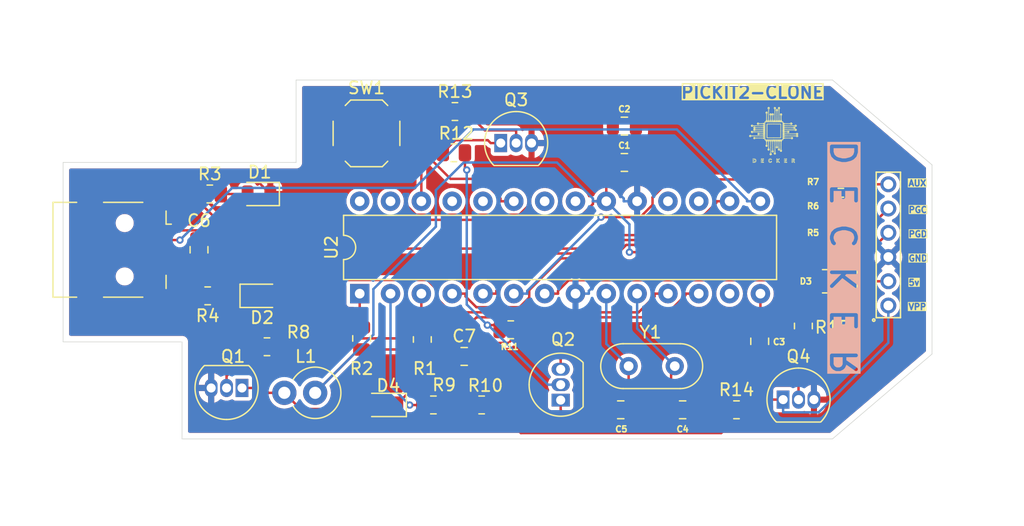
<source format=kicad_pcb>
(kicad_pcb (version 20240108) (generator "pcbnew") (generator_version "8.0")
  (layers (0 "F.Cu" signal) (31 "B.Cu" signal) (34 "B.Paste" user) (35 "F.Paste" user) (36 "B.SilkS" user "B.Silkscreen") (37 "F.SilkS" user "F.Silkscreen") (38 "B.Mask" user) (39 "F.Mask" user) (44 "Edge.Cuts" user))
  (net 0 "")
  (net 1 "+5V")
  (net 2 "GND")
  (net 3 "Net-(U2-VUSB)")
  (net 4 "/OSC2")
  (net 5 "/OSC1")
  (net 6 "Net-(D4-K)")
  (net 7 "Net-(D1-A)")
  (net 8 "/BUSY")
  (net 9 "Net-(D2-K)")
  (net 10 "/ISCP_VDD")
  (net 11 "Net-(D4-A)")
  (net 13 "/D-")
  (net 14 "/D+")
  (net 15 "unconnected-(J1-Shield-Pad6)_6")
  (net 16 "Net-(J2-Pad6)")
  (net 17 "Net-(J2-Pad5)")
  (net 18 "Net-(J2-Pad4)")
  (net 19 "/ISCP_VPP")
  (net 20 "Net-(Q1-B)")
  (net 21 "Net-(Q2-C)")
  (net 22 "Net-(Q2-B)")
  (net 23 "Net-(Q3-B)")
  (net 24 "Net-(Q3-C)")
  (net 25 "Net-(Q4-B)")
  (net 26 "/VDD_FD")
  (net 27 "Net-(U2-Vpp{slash}~{MCLR}{slash}RE3)")
  (net 28 "/ISCP_PDC")
  (net 29 "/ISCP_PGC")
  (net 30 "/ISCP_AUX")
  (net 31 "/VPP_PUMP")
  (net 32 "/VPP_FD")
  (net 33 "/VPP_ON")
  (net 34 "/MCLR")
  (net 35 "/START_BT")
  (footprint "Package_TO_SOT_THT:TO-92_Inline" (layer "F.Cu") (at 126.46 85)
    (property "Reference" "Q3")
    (property "Value" "BC548" (hide yes))
  )
  (footprint "62000611121:62000611121" (layer "F.Cu") (at 158.4 93.4 90)
    (property "Reference" "J2" (hide yes))
    (property "Value" "ISCP" (hide yes))
  )
  (footprint "Resistor_SMD:R_0805_2012Metric" (layer "F.Cu") (at 154.4 92.4)
    (property "Reference" "R5")
    (property "Value" "33" (hide yes))
  )
  (footprint "Resistor_SMD:R_0805_2012Metric" (layer "F.Cu") (at 120.9125 106.6)
    (property "Reference" "R9")
    (property "Value" "4K7" (hide yes))
  )
  (footprint "Capacitor_SMD:C_0805_2012Metric" (layer "F.Cu") (at 101.6 93.8 -90)
    (property "Reference" "C6")
    (property "Value" "47u" (hide yes))
  )
  (footprint "Crystal:Crystal_HC52-6mm_Vertical" (layer "F.Cu") (at 140.8 103.4 180)
    (property "Reference" "Y1")
    (property "Value" "20Mhz" (hide yes))
  )
  (footprint "Package_TO_SOT_THT:TO-92_Inline" (layer "F.Cu") (at 149.73 106.16)
    (property "Reference" "Q4")
    (property "Value" "BC548" (hide yes))
  )
  (footprint "Diode_SMD:D_0805_2012Metric_Pad1.15x1.40mm_HandSolder" (layer "F.Cu") (at 153.975 96.4 180)
    (property "Reference" "D3")
    (property "Value" "1N4148" (hide yes))
  )
  (footprint "LED_SMD:LED_0805_2012Metric" (layer "F.Cu") (at 106.5375 89.2 180)
    (property "Reference" "D1")
    (property "Value" "GREEN" (hide yes))
  )
  (footprint "Resistor_SMD:R_0805_2012Metric" (layer "F.Cu") (at 107.2 101.8 180)
    (property "Reference" "R8")
    (property "Value" "10K" (hide yes))
  )
  (footprint "Package_DIP:DIP-28_W7.62mm" (layer "F.Cu") (at 114.84 97.42 90)
    (property "Reference" "U2")
    (property "Value" "PIC18F2550-ISP" (hide yes))
  )
  (footprint "Resistor_SMD:R_0805_2012Metric" (layer "F.Cu") (at 127.2875 100.4)
    (property "Reference" "R11")
    (property "Value" "100K" (hide yes))
  )
  (footprint "Resistor_SMD:R_0805_2012Metric" (layer "F.Cu") (at 120 101.2 90)
    (property "Reference" "R1")
    (property "Value" "4K7" (hide yes))
  )
  (footprint "Package_TO_SOT_THT:TO-92_Inline" (layer "F.Cu") (at 131.4 106.2 90)
    (property "Reference" "Q2")
    (property "Value" "BC557" (hide yes))
  )
  (footprint "Resistor_SMD:R_0805_2012Metric" (layer "F.Cu") (at 145.8875 107)
    (property "Reference" "R14")
    (property "Value" "100" (hide yes))
  )
  (footprint "Resistor_SMD:R_0805_2012Metric" (layer "F.Cu") (at 122.6 85.8 180)
    (property "Reference" "R12")
    (property "Value" "10K" (hide yes))
  )
  (footprint "Resistor_SMD:R_0805_2012Metric" (layer "F.Cu") (at 154.4875 90.2)
    (property "Reference" "R6")
    (property "Value" "33" (hide yes))
  )
  (footprint "Capacitor_SMD:C_0805_2012Metric" (layer "F.Cu") (at 136.65 86.6)
    (property "Reference" "C1")
    (property "Value" "10u" (hide yes))
  )
  (footprint "Capacitor_SMD:C_0805_2012Metric" (layer "F.Cu") (at 141.45 107)
    (property "Reference" "C4")
    (property "Value" "15pf" (hide yes))
  )
  (footprint "Diode_SMD:D_0805_2012Metric_Pad1.15x1.40mm_HandSolder" (layer "F.Cu") (at 116.825 106.6 180)
    (property "Reference" "D4")
    (property "Value" "1N4148" (hide yes))
  )
  (footprint "Capacitor_SMD:C_0805_2012Metric" (layer "F.Cu") (at 136.65 83.6)
    (property "Reference" "C2")
    (property "Value" "10u" (hide yes))
  )
  (footprint "Resistor_SMD:R_0805_2012Metric" (layer "F.Cu") (at 102.4875 89.2)
    (property "Reference" "R3")
    (property "Value" "470" (hide yes))
  )
  (footprint "Connector_USB:USB_Mini-B_Lumberg_2486_01_Horizontal" (layer "F.Cu") (at 95.475 93.8 -90)
    (property "Reference" "J1" (hide yes))
    (property "Value" "USB_B_Mini" (hide yes))
  )
  (footprint "Button_Switch_SMD:SW_Push_1P1T_XKB_TS-1187A" (layer "F.Cu") (at 115.4 84.2)
    (property "Reference" "SW1")
    (property "Value" "SW_Push" (hide yes))
  )
  (footprint "Resistor_SMD:R_0805_2012Metric" (layer "F.Cu") (at 124.8875 106.6 180)
    (property "Reference" "R10")
    (property "Value" "2K7" (hide yes))
  )
  (footprint "Inductor_THT:L_Axial_L9.5mm_D4.0mm_P2.54mm_Vertical_Fastron_SMCC" (layer "F.Cu") (at 111.17 105.6 180)
    (property "Reference" "L1")
    (property "Value" "680uH" (hide yes))
  )
  (footprint "Capacitor_SMD:C_0805_2012Metric" (layer "F.Cu") (at 147.8 101.35 -90)
    (property "Reference" "C3")
    (property "Value" "47u" (hide yes))
  )
  (footprint "Capacitor_SMD:C_0805_2012Metric" (layer "F.Cu") (at 123.45 102.6)
    (property "Reference" "C7")
    (property "Value" "47u" (hide yes))
  )
  (footprint "LED_SMD:LED_0805_2012Metric" (layer "F.Cu") (at 106.6625 97.6)
    (property "Reference" "D2")
    (property "Value" "GREEN" (hide yes))
  )
  (footprint "Resistor_SMD:R_0805_2012Metric" (layer "F.Cu") (at 115 101.1125 -90)
    (property "Reference" "R2")
    (property "Value" "10K" (hide yes))
  )
  (footprint "Package_TO_SOT_THT:TO-92_Inline" (layer "F.Cu") (at 105.14 105.2 180)
    (property "Reference" "Q1")
    (property "Value" "BC548" (hide yes))
  )
  (footprint "Capacitor_SMD:C_0805_2012Metric" (layer "F.Cu") (at 136.35 107)
    (property "Reference" "C5")
    (property "Value" "15pf" (hide yes))
  )
  (footprint "Resistor_SMD:R_0805_2012Metric" (layer "F.Cu") (at 122.6875 82.4)
    (property "Reference" "R13")
    (property "Value" "10K" (hide yes))
  )
  (footprint "Resistor_SMD:R_0805_2012Metric" (layer "F.Cu") (at 102.3125 97.6 180)
    (property "Reference" "R4")
    (property "Value" "470" (hide yes))
  )
  (footprint "Resistor_SMD:R_0805_2012Metric" (layer "F.Cu") (at 154.4875 88 180)
    (property "Reference" "R7")
    (property "Value" "33" (hide yes))
  )
  (footprint "Resistor_SMD:R_0805_2012Metric" (layer "F.Cu") (at 151.4 100.0875 90)
    (property "Reference" "R15")
    (property "Value" "10K" (hide yes))
  )
  (gr_line (start 149.955222 84.100269) (end 150.058674 84.106192) (stroke (width 0.03)) (layer "F.SilkS"))
  (gr_arc (start 149.562111 82.682847) (mid 149.55135 82.682904) (end 149.54091 82.680307) (stroke (width 0.03)) (layer "F.SilkS"))
  (gr_arc (start 148.117216 84.131931) (mid 148.111004 84.128061) (end 148.105443 84.1233) (stroke (width 0.03)) (layer "F.SilkS"))
  (gr_arc (start 148.7258 83.1933) (mid 148.725526 83.200501) (end 148.724703 83.20766) (stroke (width 0.03)) (layer "F.SilkS"))
  (gr_line (start 149.312885 86.53455) (end 149.34275 86.56693) (stroke (width 0.03)) (layer "F.SilkS"))
  (gr_arc (start 147.442443 84.624218) (mid 147.464484 84.618533) (end 147.487016 84.615298) (stroke (width 0.03)) (layer "F.SilkS"))
  (gr_arc (start 149.741816 83.751394) (mid 149.737499 83.749277) (end 149.733542 83.746544) (stroke (width 0.03)) (layer "F.SilkS"))
  (gr_arc (start 147.487177 86.540976) (mid 147.47425 86.559136) (end 147.457315 86.573628) (stroke (width 0.03)) (layer "F.SilkS"))
  (gr_arc (start 148.212496 84.178275) (mid 148.208511 84.182405) (end 148.203606 84.185385) (stroke (width 0.03)) (layer "F.SilkS"))
  (gr_arc (start 148.493273 82.176886) (mid 148.502114 82.185082) (end 148.506151 82.196433) (stroke (width 0.03)) (layer "F.SilkS"))
  (gr_arc (start 150.80519 83.571923) (mid 150.805811 83.580867) (end 150.803023 83.589382) (stroke (width 0.03)) (layer "F.SilkS"))
  (gr_arc (start 149.413866 85.447516) (mid 149.408442 85.42785) (end 149.405307 85.407692) (stroke (width 0.03)) (layer "F.SilkS"))
  (gr_arc (start 150.910501 84.31805) (mid 150.897044 84.323032) (end 150.882771 84.3245) (stroke (width 0.03)) (layer "F.SilkS"))
  (gr_arc (start 149.0258 84.7983) (mid 149.02617 84.79044) (end 149.027279 84.782649) (stroke (width 0.03)) (layer "F.SilkS"))
  (gr_arc (start 147.409868 86.593405) (mid 147.37383 86.599543) (end 147.337451 86.603141) (stroke (width 0.03)) (layer "F.SilkS"))
  (gr_line (start 150.720622 83.62304) (end 150.748016 83.641828) (stroke (width 0.03)) (layer "F.SilkS"))
  (gr_arc (start 150.481383 84.663115) (mid 150.468362 84.665699) (end 150.455096 84.665304) (stroke (width 0.03)) (layer "F.SilkS"))
  (gr_arc (start 148.297182 83.222396) (mid 148.291519 83.226697) (end 148.284976 83.229478) (stroke (width 0.03)) (layer "F.SilkS"))
  (gr_arc (start 148.369542 85.297728) (mid 148.343087 85.292132) (end 148.320196 85.277753) (stroke (width 0.03)) (layer "F.SilkS"))
  (gr_line (start 148.686062 84.889779) (end 148.691727 84.967561) (stroke (width 0.03)) (layer "F.SilkS"))
  (gr_arc (start 148.814296 84.78217) (mid 148.815419 84.789662) (end 148.8158 84.797229) (stroke (width 0.03)) (layer "F.SilkS"))
  (gr_arc (start 147.196184 84.098327) (mid 147.187615 84.106494) (end 147.177216 84.112153) (stroke (width 0.03)) (layer "F.SilkS"))
  (gr_arc (start 148.7933 84.7608) (mid 148.798093 84.761465) (end 148.802522 84.763415) (stroke (width 0.03)) (layer "F.SilkS"))
  (gr_arc (start 148.599817 86.506088) (mid 148.593069 86.482627) (end 148.5908 86.458321) (stroke (width 0.03)) (layer "F.SilkS"))
  (gr_arc (start 149.3408 82.1733) (mid 149.32957 82.161698) (end 149.319967 82.148717) (stroke (width 0.03)) (layer "F.SilkS"))
  (gr_arc (start 150.904144 84.18232) (mid 150.919563 84.190185) (end 150.933369 84.200625) (stroke (width 0.03)) (layer "F.SilkS"))
  (gr_arc (start 149.460838 83.228199) (mid 149.455646 83.225235) (end 149.45176 83.220688) (stroke (width 0.03)) (layer "F.SilkS"))
  (gr_arc (start 149.7408 84.5718) (mid 149.746528 84.569026) (end 149.752649 84.567279) (stroke (width 0.03)) (layer "F.SilkS"))
  (gr_line (start 148.8908 85.24542) (end 148.891598 85.048406) (stroke (width 0.03)) (layer "F.SilkS"))
  (gr_line (start 149.8358 86.289429) (end 149.8358 86.447615) (stroke (width 0.03)) (layer "F.SilkS"))
  (gr_arc (start 148.997334 83.157079) (mid 148.999169 83.148361) (end 149.001962 83.1399) (stroke (width 0.03)) (layer "F.SilkS"))
  (gr_arc (start 148.566046 85.519915) (mid 148.567735 85.526513) (end 148.5683 85.5333) (stroke (width 0.03)) (layer "F.SilkS"))
  (gr_arc (start 149.411258 86.6058) (mid 149.400802 86.604723) (end 149.390773 86.601569) (stroke (width 0.03)) (layer "F.SilkS"))
  (gr_arc (start 150.826992 83.87228) (mid 150.83421 83.882622) (end 150.838561 83.89446) (stroke (width 0.03)) (layer "F.SilkS"))
  (gr_arc (start 150.5108 86.3908) (mid 150.512207 86.373113) (end 150.516391 86.355871) (stroke (width 0.03)) (layer "F.SilkS"))
  (gr_arc (start 148.904321 84.813951) (mid 148.902591 84.820079) (end 148.8998 84.8258) (stroke (width 0.03)) (layer "F.SilkS"))
  (gr_arc (start 150.516391 86.355871) (mid 150.522721 86.345076) (end 150.532957 86.337883) (stroke (width 0.03)) (layer "F.SilkS"))
  (gr_arc (start 148.1908 84.4068) (mid 148.1949 84.40996) (end 148.198133 84.414) (stroke (width 0.03)) (layer "F.SilkS"))
  (gr_line (start 149.859689 84.275558) (end 149.936395 84.269878) (stroke (width 0.03)) (layer "F.SilkS"))
  (gr_arc (start 149.414321 83.208951) (mid 149.412591 83.215079) (end 149.4098 83.2208) (stroke (width 0.03)) (layer "F.SilkS"))
  (gr_arc (start 148.181041 84.279203) (mid 148.172206 84.2804) (end 148.1633 84.2808) (stroke (width 0.03)) (layer "F.SilkS"))
  (gr_arc (start 149.82085 84.030206) (mid 149.826751 84.032295) (end 149.832386 84.035019) (stroke (width 0.03)) (layer "F.SilkS"))
  (gr_arc (start 149.286505 84.771744) (mid 149.289581 84.767296) (end 149.293658 84.763743) (stroke (width 0.03)) (layer "F.SilkS"))
  (gr_arc (start 149.439756 83.140362) (mid 149.442528 83.149165) (end 149.444306 83.158222) (stroke (width 0.03)) (layer "F.SilkS"))
  (gr_arc (start 150.085657 84.044405) (mid 150.074647 84.048473) (end 150.063214 84.051123) (stroke (width 0.03)) (layer "F.SilkS"))
  (gr_arc (start 149.733459 83.470763) (mid 149.736483 83.46555) (end 149.741113 83.461693) (stroke (width 0.03)) (layer "F.SilkS"))
  (gr_arc (start 148.5349 86.4087) (mid 148.539756 86.385786) (end 148.547432 86.363657) (stroke (width 0.03)) (layer "F.SilkS"))
  (gr_arc (start 148.107055 86.458573) (mid 148.102503 86.462744) (end 148.09705 86.465644) (stroke (width 0.03)) (layer "F.SilkS"))
  (gr_arc (start 148.92252 83.127285) (mid 148.92655 83.133424) (end 148.929681 83.140066) (stroke (width 0.03)) (layer "F.SilkS"))
  (gr_arc (start 148.297452 82.483152) (mid 148.304102 82.470929) (end 148.311406 82.459086) (stroke (width 0.03)) (layer "F.SilkS"))
  (gr_line (start 147.993678 86.291527) (end 147.960769 86.293737) (stroke (width 0.03)) (layer "F.SilkS"))
  (gr_line (start 150.326395 84.4008) (end 150.062814 84.400029) (stroke (width 0.03)) (layer "F.SilkS"))
  (gr_arc (start 148.421394 84.850378) (mid 148.419299 84.856473) (end 148.416585 84.862319) (stroke (width 0.03)) (layer "F.SilkS"))
  (gr_arc (start 148.116264 83.450481) (mid 148.108662 83.44778) (end 148.101238 83.44462) (stroke (width 0.03)) (layer "F.SilkS"))
  (gr_arc (start 150.795255 83.552643) (mid 150.80127 83.561743) (end 150.80519 83.571923) (stroke (width 0.03)) (layer "F.SilkS"))
  (gr_arc (start 150.854613 84.349612) (mid 150.860998 84.345995) (end 150.867653 84.342902) (stroke (width 0.03)) (layer "F.SilkS"))
  (gr_arc (start 149.8358 84.6258) (mid 149.834859 84.629169) (end 149.832319 84.631585) (stroke (width 0.03)) (layer "F.SilkS"))
  (gr_line (start 148.515419 82.395496) (end 148.516689 82.653575) (stroke (width 0.03)) (layer "F.SilkS"))
  (gr_line (start 149.394855 86.33955) (end 149.419686 86.308429) (stroke (width 0.03)) (layer "F.SilkS"))
  (gr_arc (start 147.822755 83.379758) (mid 147.796933 83.378398) (end 147.771248 83.375407) (stroke (width 0.03)) (layer "F.SilkS"))
  (gr_arc (start 149.755374 83.514539) (mid 149.747883 83.512988) (end 149.740912 83.50984) (stroke (width 0.03)) (layer "F.SilkS"))
  (gr_line (start 150.661066 86.527869) (end 150.644933 86.482741) (stroke (width 0.03)) (layer "F.SilkS"))
  (gr_arc (start 148.8926 83.228133) (mid 148.888136 83.230114) (end 148.8833 83.2308) (stroke (width 0.03)) (layer "F.SilkS"))
  (gr_arc (start 149.499172 85.682736) (mid 149.48919 85.672124) (end 149.482745 85.659052) (stroke (width 0.03)) (layer "F.SilkS"))
  (gr_arc (start 148.5548 84.8258) (mid 148.55164 84.8299) (end 148.5476 84.833133) (stroke (width 0.03)) (layer "F.SilkS"))
  (gr_arc (start 149.4233 83.120376) (mid 149.41446 83.113764) (end 149.410342 83.103511) (stroke (width 0.03)) (layer "F.SilkS"))
  (gr_arc (start 148.3283 84.856157) (mid 148.334674 84.864239) (end 148.338963 84.873594) (stroke (width 0.03)) (layer "F.SilkS"))
  (gr_arc (start 149.562094 82.571912) (mid 149.577622 82.57493) (end 149.592346 82.580713) (stroke (width 0.03)) (layer "F.SilkS"))
  (gr_arc (start 148.294542 82.498135) (mid 148.29494 82.490438) (end 148.297452 82.483152) (stroke (width 0.03)) (layer "F.SilkS"))
  (gr_arc (start 149.414699 82.136928) (mid 149.409762 82.14106) (end 149.404094 82.144113) (stroke (width 0.03)) (layer "F.SilkS"))
  (gr_arc (start 148.726599 82.791874) (mid 148.727741 82.766286) (end 148.730477 82.740819) (stroke (width 0.03)) (layer "F.SilkS"))
  (gr_arc (start 150.404024 84.544908) (mid 150.392357 84.552975) (end 150.378994 84.557727) (stroke (width 0.03)) (layer "F.SilkS"))
  (gr_arc (start 147.3308 83.742415) (mid 147.331986 83.727537) (end 147.335526 83.713039) (stroke (width 0.03)) (layer "F.SilkS"))
  (gr_line (start 149.984123 86.426949) (end 149.9558 86.4258) (stroke (width 0.03)) (layer "F.SilkS"))
  (gr_arc (start 148.415512 85.279028) (mid 148.394519 85.293272) (end 148.369542 85.297728) (stroke (width 0.03)) (layer "F.SilkS"))
  (gr_arc (start 148.178951 83.547279) (mid 148.185079 83.549009) (end 148.1908 83.5518) (stroke (width 0.03)) (layer "F.SilkS"))
  (gr_arc (start 149.809933 83.687409) (mid 149.817898 83.690702) (end 149.825549 83.69467) (stroke (width 0.03)) (layer "F.SilkS"))
  (gr_line (start 148.014225 86.471952) (end 148.0508 86.4708) (stroke (width 0.03)) (layer "F.SilkS"))
  (gr_arc (start 149.069321 84.813951) (mid 149.067591 84.820079) (end 149.0648 84.8258) (stroke (width 0.03)) (layer "F.SilkS"))
  (gr_arc (start 150.6983 83.5308) (mid 150.712403 83.518289) (end 150.7289 83.509168) (stroke (width 0.03)) (layer "F.SilkS"))
  (gr_arc (start 148.5218 83.1658) (mid 148.52496 83.1617) (end 148.529 83.158467) (stroke (width 0.03)) (layer "F.SilkS"))
  (gr_arc (start 148.198133 83.904) (mid 148.200114 83.908464) (end 148.2008 83.9133) (stroke (width 0.03)) (layer "F.SilkS"))
  (gr_arc (start 148.8926 84.763467) (mid 148.896627 84.766713) (end 148.8998 84.7708) (stroke (width 0.03)) (layer "F.SilkS"))
  (gr_arc (start 149.1908 83.1933) (mid 149.19117 83.18544) (end 149.192279 83.177649) (stroke (width 0.03)) (layer "F.SilkS"))
  (gr_arc (start 149.0108 82.1808) (mid 149.022247 82.190521) (end 149.028711 82.204081) (stroke (width 0.03)) (layer "F.SilkS"))
  (gr_line (start 150.257041 84.567705) (end 150.110548 84.568023) (stroke (width 0.03)) (layer "F.SilkS"))
  (gr_arc (start 148.738906 85.902813) (mid 148.740327 85.909476) (end 148.7408 85.916271) (stroke (width 0.03)) (layer "F.SilkS"))
  (gr_arc (start 149.634493 82.653287) (mid 149.630892 82.667933) (end 149.624318 82.681506) (stroke (width 0.03)) (layer "F.SilkS"))
  (gr_arc (start 148.431693 84.771112) (mid 148.435551 84.766484) (end 148.440763 84.763459) (stroke (width 0.03)) (layer "F.SilkS"))
  (gr_arc (start 149.499855 83.220644) (mid 149.495981 83.225216) (end 149.490779 83.228186) (stroke (width 0.03)) (layer "F.SilkS"))
  (gr_arc (start 149.803133 84.579) (mid 149.805114 84.583464) (end 149.8058 84.5883) (stroke (width 0.03)) (layer "F.SilkS"))
  (gr_arc (start 149.236124 86.293737) (mid 149.241409 86.297065) (end 149.245175 86.30205) (stroke (width 0.03)) (layer "F.SilkS"))
  (gr_arc (start 149.624318 82.681506) (mid 149.614523 82.694771) (end 149.602719 82.706282) (stroke (width 0.03)) (layer "F.SilkS"))
  (gr_arc (start 147.389373 83.936179) (mid 147.379753 83.942767) (end 147.368223 83.944512) (stroke (width 0.03)) (layer "F.SilkS"))
  (gr_arc (start 148.729965 86.531879) (mid 148.724178 86.536527) (end 148.718034 86.54069) (stroke (width 0.03)) (layer "F.SilkS"))
  (gr_arc (start 147.106485 84.032474) (mid 147.117108 84.02283) (end 147.130004 84.016547) (stroke (width 0.03)) (layer "F.SilkS"))
  (gr_arc (start 148.8833 83.2308) (mid 148.878461 83.230122) (end 148.874 83.228133) (stroke (width 0.03)) (layer "F.SilkS"))
  (gr_arc (start 148.895154 83.076033) (mid 148.892763 83.048736) (end 148.891658 83.021357) (stroke (width 0.03)) (layer "F.SilkS"))
  (gr_line (start 148.018102 86.351821) (end 148.0583 86.3508) (stroke (width 0.03)) (layer "F.SilkS"))
  (gr_arc (start 147.411793 84.642216) (mid 147.390484 84.65647) (end 147.365705 84.663036) (stroke (width 0.03)) (layer "F.SilkS"))
  (gr_arc (start 148.110175 86.295734) (mid 148.116693 86.299227) (end 148.121516 86.304835) (stroke (width 0.03)) (layer "F.SilkS"))
  (gr_arc (start 148.3568 84.8258) (mid 148.354026 84.820072) (end 148.352279 84.813951) (stroke (width 0.03)) (layer "F.SilkS"))
  (gr_arc (start 149.195264 86.582362) (mid 149.192574 86.563915) (end 149.191497 86.545305) (stroke (width 0.03)) (layer "F.SilkS"))
  (gr_line (start 147.760072 83.7258) (end 147.56211 83.725125) (stroke (width 0.03)) (layer "F.SilkS"))
  (gr_arc (start 148.878349 82.603349) (mid 148.886113 82.60492) (end 148.893638 82.607392) (stroke (width 0.03)) (layer "F.SilkS"))
  (gr_arc (start 148.604344 82.078406) (mid 148.609954 82.092339) (end 148.612405 82.107159) (stroke (width 0.03)) (layer "F.SilkS"))
  (gr_arc (start 148.116293 84.541073) (mid 148.125686 84.538383) (end 148.13522 84.536245) (stroke (width 0.03)) (layer "F.SilkS"))
  (gr_arc (start 149.733467 84.4326) (mid 149.731486 84.428136) (end 149.7308 84.4233) (stroke (width 0.03)) (layer "F.SilkS"))
  (gr_arc (start 148.887151 85.729628) (mid 148.877934 85.733677) (end 148.867939 85.734856) (stroke (width 0.03)) (layer "F.SilkS"))
  (gr_arc (start 148.1633 83.4258) (mid 148.15544 83.42543) (end 148.147649 83.424321) (stroke (width 0.03)) (layer "F.SilkS"))
  (gr_arc (start 148.900931 84.888002) (mid 148.905047 84.87575) (end 148.9133 84.8658) (stroke (width 0.03)) (layer "F.SilkS"))
  (gr_arc (start 149.832319 83.446585) (mid 149.826475 83.449305) (end 149.820378 83.451394) (stroke (width 0.03)) (layer "F.SilkS"))
  (gr_arc (start 148.674137 82.614446) (mid 148.676454 82.611524) (end 148.679379 82.609209) (stroke (width 0.03)) (layer "F.SilkS"))
  (gr_arc (start 150.763465 83.647058) (mid 150.755431 83.645362) (end 150.748016 83.641828) (stroke (width 0.03)) (layer "F.SilkS"))
  (gr_line (start 148.561477 82.376894) (end 148.56512 82.267124) (stroke (width 0.03)) (layer "F.SilkS"))
  (gr_arc (start 148.479855 83.220644) (mid 148.475981 83.225216) (end 148.470779 83.228186) (stroke (width 0.03)) (layer "F.SilkS"))
  (gr_arc (start 149.625941 84.762586) (mid 149.633206 84.760086) (end 149.6408 84.758925) (stroke (width 0.03)) (layer "F.SilkS"))
  (gr_arc (start 148.147649 83.589321) (mid 148.141521 83.587591) (end 148.1358 83.5848) (stroke (width 0.03)) (layer "F.SilkS"))
  (gr_line (start 148.856588 84.942818) (end 148.859987 85.045512) (stroke (width 0.03)) (layer "F.SilkS"))
  (gr_line (start 149.931954 84.434798) (end 150.05676 84.431526) (stroke (width 0.03)) (layer "F.SilkS"))
  (gr_arc (start 149.7408 83.4198) (mid 149.7367 83.41664) (end 149.733467 83.4126) (stroke (width 0.03)) (layer "F.SilkS"))
  (gr_arc (start 150.021913 86.339177) (mid 150.011415 86.34249) (end 150.000605 86.344566) (stroke (width 0.03)) (layer "F.SilkS"))
  (gr_arc (start 149.7958 84.4068) (mid 149.7999 84.40996) (end 149.803133 84.414) (stroke (width 0.03)) (layer "F.SilkS"))
  (gr_arc (start 148.2008 84.4233) (mid 148.200122 84.428139) (end 148.198133 84.4326) (stroke (width 0.03)) (layer "F.SilkS"))
  (gr_arc (start 148.591921 83.146708) (mid 148.595856 83.154229) (end 148.599191 83.162034) (stroke (width 0.03)) (layer "F.SilkS"))
  (gr_arc (start 148.4858 83.17955) (mid 148.485484 83.192841) (end 148.484545 83.206102) (stroke (width 0.03)) (layer "F.SilkS"))
  (gr_arc (start 147.619753 83.398067) (mid 147.620426 83.388398) (end 147.624137 83.379446) (stroke (width 0.03)) (layer "F.SilkS"))
  (gr_arc (start 150.652413 83.778902) (mid 150.643086 83.780693) (end 150.633783 83.778798) (stroke (width 0.03)) (layer "F.SilkS"))
  (gr_arc (start 148.387483 85.194283) (mid 148.391486 85.198354) (end 148.395255 85.202643) (stroke (width 0.03)) (layer "F.SilkS"))
  (gr_arc (start 148.776505 83.219856) (mid 148.773763 83.213332) (end 148.772166 83.206439) (stroke (width 0.03)) (layer "F.SilkS"))
  (gr_arc (start 148.7258 84.7983) (mid 148.725526 84.805501) (end 148.724703 84.81266) (stroke (width 0.03)) (layer "F.SilkS"))
  (gr_arc (start 148.099269 83.360956) (mid 148.105682 83.357902) (end 148.112323 83.355384) (stroke (width 0.03)) (layer "F.SilkS"))
  (gr_arc (start 147.72677 84.224487) (mid 147.730859 84.233158) (end 147.733457 84.242386) (stroke (width 0.03)) (layer "F.SilkS"))
  (gr_arc (start 147.177216 84.112153) (mid 147.165514 84.114974) (end 147.15348 84.114709) (stroke (width 0.03)) (layer "F.SilkS"))
  (gr_arc (start 149.820378 83.451394) (mid 149.811969 83.453417) (end 149.803417 83.454712) (stroke (width 0.03)) (layer "F.SilkS"))
  (gr_arc (start 148.128467 83.9226) (mid 148.126486 83.918136) (end 148.1258 83.9133) (stroke (width 0.03)) (layer "F.SilkS"))
  (gr_arc (start 150.676463 83.944266) (mid 150.691588 83.948639) (end 150.704722 83.957324) (stroke (width 0.03)) (layer "F.SilkS"))
  (gr_arc (start 149.052094 82.046912) (mid 149.067622 82.04993) (end 149.082346 82.055713) (stroke (width 0.03)) (layer "F.SilkS"))
  (gr_arc (start 149.369924 85.350368) (mid 149.368925 85.385068) (end 149.36635 85.419687) (stroke (width 0.03)) (layer "F.SilkS"))
  (gr_arc (start 149.384 84.833133) (mid 149.379973 84.829887) (end 149.3768 84.8258) (stroke (width 0.03)) (layer "F.SilkS"))
  (gr_arc (start 149.782826 83.847452) (mid 149.791292 83.849608) (end 149.799566 83.852409) (stroke (width 0.03)) (layer "F.SilkS"))
  (gr_arc (start 149.799566 83.852409) (mid 149.80737 83.855746) (end 149.814892 83.859679) (stroke (width 0.03)) (layer "F.SilkS"))
  (gr_line (start 149.58471 84.957274) (end 149.588856 84.872374) (stroke (width 0.03)) (layer "F.SilkS"))
  (gr_line (start 148.079123 86.426949) (end 148.0508 86.4258) (stroke (width 0.03)) (layer "F.SilkS"))
  (gr_arc (start 148.203606 84.185385) (mid 148.196044 84.188068) (end 148.188158 84.189548) (stroke (width 0.03)) (layer "F.SilkS"))
  (gr_arc (start 148.101369 83.954879) (mid 148.097603 83.952435) (end 148.094695 83.949012) (stroke (width 0.03)) (layer "F.SilkS"))
  (gr_arc (start 150.42136 83.327746) (mid 150.436166 83.338491) (end 150.449911 83.350563) (stroke (width 0.03)) (layer "F.SilkS"))
  (gr_line (start 149.175222 83.453878) (end 149.281086 83.454777) (stroke (width 0.03)) (layer "F.SilkS"))
  (gr_arc (start 150.894488 84.213043) (mid 150.90104 84.218914) (end 150.904923 84.226807) (stroke (width 0.03)) (layer "F.SilkS"))
  (gr_arc (start 148.31856 82.540978) (mid 148.328936 82.557518) (end 148.336661 82.57545) (stroke (width 0.03)) (layer "F.SilkS"))
  (gr_arc (start 148.1633 84.4008) (mid 148.17116 84.40117) (end 148.178951 84.402279) (stroke (width 0.03)) (layer "F.SilkS"))
  (gr_line (start 148.2458 83.9958) (end 148.2458 83.2758) (stroke (width 0.03)) (layer "F.SilkS"))
  (gr_arc (start 148.990908 82.160172) (mid 148.984584 82.143705) (end 148.981241 82.126385) (stroke (width 0.03)) (layer "F.SilkS"))
  (gr_arc (start 148.668389 85.929849) (mid 148.668579 85.918919) (end 148.672048 85.908551) (stroke (width 0.03)) (layer "F.SilkS"))
  (gr_arc (start 149.68775 83.236087) (mid 149.695451 83.238708) (end 149.70294 83.241885) (stroke (width 0.03)) (layer "F.SilkS"))
  (gr_arc (start 147.718148 84.322624) (mid 147.696718 84.326357) (end 147.675276 84.322697) (stroke (width 0.03)) (layer "F.SilkS"))
  (gr_arc (start 149.245175 86.30205) (mid 149.248244 86.310071) (end 149.249678 86.318537) (stroke (width 0.03)) (layer "F.SilkS"))
  (gr_arc (start 150.913906 84.402813) (mid 150.915327 84.409476) (end 150.9158 84.416271) (stroke (width 0.03)) (layer "F.SilkS"))
  (gr_arc (start 149.207132 82.247631) (mid 149.21107 82.244835) (end 149.215179 82.242298) (stroke (width 0.03)) (layer "F.SilkS"))
  (gr_line (start 150.05676 84.431526) (end 150.320504 84.4308) (stroke (width 0.03)) (layer "F.SilkS"))
  (gr_arc (start 150.731515 83.928823) (mid 150.726976 83.918823) (end 150.724753 83.908067) (stroke (width 0.03)) (layer "F.SilkS"))
  (gr_arc (start 149.4458 84.811695) (mid 149.446116 84.798519) (end 149.447061 84.785374) (stroke (width 0.03)) (layer "F.SilkS"))
  (gr_arc (start 149.686021 84.752928) (mid 149.663515 84.756712) (end 149.6408 84.758925) (stroke (width 0.03)) (layer "F.SilkS"))
  (gr_arc (start 148.856207 83.076663) (mid 148.853597 83.095976) (end 148.8497 83.115071) (stroke (width 0.03)) (layer "F.SilkS"))
  (gr_arc (start 147.2858 83.906786) (mid 147.287614 83.896009) (end 147.292837 83.886406) (stroke (width 0.03)) (layer "F.SilkS"))
  (gr_arc (start 149.052723 82.079596) (mid 149.063892 82.085034) (end 149.072952 82.093533) (stroke (width 0.03)) (layer "F.SilkS"))
  (gr_line (start 149.236475 82.506172) (end 149.240115 82.416962) (stroke (width 0.03)) (layer "F.SilkS"))
  (gr_arc (start 149.3408 82.1733) (mid 149.351969 82.187054) (end 149.358455 82.203541) (stroke (width 0.03)) (layer "F.SilkS"))
  (gr_arc (start 149.7308 83.4858) (mid 149.731469 83.478165) (end 149.733459 83.470763) (stroke (width 0.03)) (layer "F.SilkS"))
  (gr_arc (start 148.850899 82.605899) (mid 148.855059 82.603115) (end 148.859966 82.60211) (stroke (width 0.03)) (layer "F.SilkS"))
  (gr_arc (start 148.162829 83.6358) (mid 148.151398 83.635436) (end 148.140014 83.634337) (stroke (width 0.03)) (layer "F.SilkS"))
  (gr_arc (start 148.975354 83.238564) (mid 148.965942 83.238087) (end 148.956834 83.235662) (stroke (width 0.03)) (layer "F.SilkS"))
  (gr_line (start 149.995671 84.611726) (end 150.1133 84.6108) (stroke (width 0.03)) (layer "F.SilkS"))
  (gr_arc (start 149.7958 84.6048) (mid 149.790072 84.607574) (end 149.783951 84.609321) (stroke (width 0.03)) (layer "F.SilkS"))
  (gr_arc (start 149.773963 83.6808) (mid 149.78295 83.681213) (end 149.791859 83.682463) (stroke (width 0.03)) (layer "F.SilkS"))
  (gr_arc (start 147.044373 84.446179) (mid 147.034753 84.452767) (end 147.023223 84.454512) (stroke (width 0.03)) (layer "F.SilkS"))
  (gr_arc (start 149.319967 82.148717) (mid 149.3145 82.137124) (end 149.312182 82.124516) (stroke (width 0.03)) (layer "F.SilkS"))
  (gr_arc (start 148.074455 83.766116) (mid 148.08623 83.770274) (end 148.0958 83.7783) (stroke (width 0.03)) (layer "F.SilkS"))
  (gr_arc (start 148.198133 84.414) (mid 148.200114 84.418464) (end 148.2008 84.4233) (stroke (width 0.03)) (layer "F.SilkS"))
  (gr_arc (start 150.00205 86.430956) (mid 150.007516 86.433839) (end 150.012055 86.438027) (stroke (width 0.03)) (layer "F.SilkS"))
  (gr_arc (start 147.486038 83.721474) (mid 147.465803 83.718448) (end 147.446069 83.713046) (stroke (width 0.03)) (layer "F.SilkS"))
  (gr_arc (start 148.433342 82.529963) (mid 148.426679 82.544213) (end 148.417334 82.556867) (stroke (width 0.03)) (layer "F.SilkS"))
  (gr_arc (start 148.737862 85.980393) (mid 148.723054 85.986412) (end 148.707393 85.989617) (stroke (width 0.03)) (layer "F.SilkS"))
  (gr_arc (start 148.352239 82.53419) (mid 148.345796 82.528597) (end 148.341466 82.521246) (stroke (width 0.03)) (layer "F.SilkS"))
  (gr_arc (start 148.144372 84.192462) (mid 148.154721 84.191219) (end 148.165137 84.1908) (stroke (width 0.03)) (layer "F.SilkS"))
  (gr_arc (start 148.199037 84.084394) (mid 148.194997 84.08761) (end 148.19058 84.090288) (stroke (width 0.03)) (layer "F.SilkS"))
  (gr_arc (start 150.908443 84.486383) (mid 150.884275 84.490138) (end 150.860038 84.486844) (stroke (width 0.03)) (layer "F.SilkS"))
  (gr_arc (start 148.937229 84.782627) (mid 148.938938 84.775993) (end 148.942156 84.769945) (stroke (width 0.03)) (layer "F.SilkS"))
  (gr_arc (start 149.803662 84.236771) (mid 149.805262 84.243705) (end 149.8058 84.2508) (stroke (width 0.03)) (layer "F.SilkS"))
  (gr_arc (start 149.733467 83.4126) (mid 149.731486 83.408136) (end 149.7308 83.4033) (stroke (width 0.03)) (layer "F.SilkS"))
  (gr_arc (start 149.623169 85.632522) (mid 149.620011 85.652464) (end 149.613969 85.671731) (stroke (width 0.03)) (layer "F.SilkS"))
  (gr_arc (start 148.165137 83.8008) (mid 148.154721 83.800387) (end 148.144372 83.799138) (stroke (width 0.03)) (layer "F.SilkS"))
  (gr_arc (start 148.599191 84.829566) (mid 148.595854 84.83737) (end 148.591921 84.844892) (stroke (width 0.03)) (layer "F.SilkS"))
  (gr_arc (start 149.0318 83.2208) (mid 149.029026 83.215072) (end 149.027279 83.208951) (stroke (width 0.03)) (layer "F.SilkS"))
  (gr_arc (start 148.547729 82.1508) (mid 148.536084 82.149812) (end 148.524778 82.146859) (stroke (width 0.03)) (layer "F.SilkS"))
  (gr_arc (start 149.549 83.158467) (mid 149.553464 83.156486) (end 149.5583 83.1558) (stroke (width 0.03)) (layer "F.SilkS"))
  (gr_arc (start 148.203606 83.806215) (mid 148.208508 83.809198) (end 148.212496 83.813325) (stroke (width 0.03)) (layer "F.SilkS"))
  (gr_arc (start 150.4328 84.6138) (mid 150.426582 84.605093) (end 150.423525 84.594839) (stroke (width 0.03)) (layer "F.SilkS"))
  (gr_arc (start 148.941764 83.215902) (mid 148.939085 83.207249) (end 148.93729 83.19837) (stroke (width 0.03)) (layer "F.SilkS"))
  (gr_line (start 147.412799 83.560138) (end 147.314905 83.556527) (stroke (width 0.03)) (layer "F.SilkS"))
  (gr_arc (start 148.079199 84.276979) (mid 148.087915 84.281026) (end 148.09508 84.287433) (stroke (width 0.03)) (layer "F.SilkS"))
  (gr_arc (start 146.988349 84.418349) (mid 146.987389 84.40918) (end 146.98711 84.399966) (stroke (width 0.03)) (layer "F.SilkS"))
  (gr_line (start 148.860122 85.471962) (end 148.856478 85.560218) (stroke (width 0.03)) (layer "F.SilkS"))
  (gr_line (start 150.062814 84.400029) (end 149.931677 84.396697) (stroke (width 0.03)) (layer "F.SilkS"))
  (gr_arc (start 147.396046 83.899915) (mid 147.397735 83.906513) (end 147.3983 83.9133) (stroke (width 0.03)) (layer "F.SilkS"))
  (gr_arc (start 148.764191 83.151667) (mid 148.767038 83.160602) (end 148.769137 83.169741) (stroke (width 0.03)) (layer "F.SilkS"))
  (gr_arc (start 149.5676 84.833133) (mid 149.563136 84.835114) (end 149.5583 84.8358) (stroke (width 0.03)) (layer "F.SilkS"))
  (gr_arc (start 148.874 84.833133) (mid 148.869973 84.829887) (end 148.8668 84.8258) (stroke (width 0.03)) (layer "F.SilkS"))
  (gr_arc (start 148.891675 82.805102) (mid 148.892876 82.778661) (end 148.89566 82.752339) (stroke (width 0.03)) (layer "F.SilkS"))
  (gr_arc (start 149.192279 84.813951) (mid 149.191173 84.80616) (end 149.1908 84.7983) (stroke (width 0.03)) (layer "F.SilkS"))
  (gr_arc (start 147.014191 84.491823) (mid 146.995157 84.488662) (end 146.977419 84.481071) (stroke (width 0.03)) (layer "F.SilkS"))
  (gr_arc (start 148.604148 83.178774) (mid 148.60539 83.186529) (end 148.6058 83.194371) (stroke (width 0.03)) (layer "F.SilkS"))
  (gr_arc (start 149.048223 85.894512) (mid 149.035673 85.891119) (end 149.025224 85.883379) (stroke (width 0.03)) (layer "F.SilkS"))
  (gr_arc (start 148.394321 84.813951) (mid 148.392591 84.820079) (end 148.3898 84.8258) (stroke (width 0.03)) (layer "F.SilkS"))
  (gr_arc (start 149.5676 83.158467) (mid 149.571627 83.161713) (end 149.5748 83.1658) (stroke (width 0.03)) (layer "F.SilkS"))
  (gr_line (start 149.369249 82.894894) (end 149.365752 83.023056) (stroke (width 0.03)) (layer "F.SilkS"))
  (gr_arc (start 148.9988 82.0638) (mid 149.009714 82.055302) (end 149.022379 82.049739) (stroke (width 0.03)) (layer "F.SilkS"))
  (gr_arc (start 149.145304 84.763128) (mid 149.150432 84.765789) (end 149.154444 84.769945) (stroke (width 0.03)) (layer "F.SilkS"))
  (gr_arc (start 149.841224 84.4533) (mid 149.838364 84.458443) (end 149.834207 84.462612) (stroke (width 0.03)) (layer "F.SilkS"))
  (gr_arc (start 148.625407 86.540738) (mid 148.610329 86.525101) (end 148.599817 86.506088) (stroke (width 0.03)) (layer "F.SilkS"))
  (gr_arc (start 148.284976 83.229478) (mid 148.274847 83.231935) (end 148.26455 83.233554) (stroke (width 0.03)) (layer "F.SilkS"))
  (gr_arc (start 148.2158 83.2908) (mid 148.213158 83.306127) (end 148.20964 83.321276) (stroke (width 0.03)) (layer "F.SilkS"))
  (gr_line (start 147.431478 84.058135) (end 147.320962 84.055503) (stroke (width 0.03)) (layer "F.SilkS"))
  (gr_arc (start 150.729856 83.554654) (mid 150.734596 83.545705) (end 150.741378 83.538188) (stroke (width 0.03)) (layer "F.SilkS"))
  (gr_arc (start 149.558468 85.596221) (mid 149.569563 85.600692) (end 149.578994 85.608044) (stroke (width 0.03)) (layer "F.SilkS"))
  (gr_arc (start 148.548638 85.502392) (mid 148.554465 85.50542) (end 148.559562 85.509562) (stroke (width 0.03)) (layer "F.SilkS"))
  (gr_arc (start 150.578025 86.496615) (mid 150.588221 86.510469) (end 150.596473 86.525563) (stroke (width 0.03)) (layer "F.SilkS"))
  (gr_arc (start 148.115198 83.523) (mid 148.124892 83.519483) (end 148.134825 83.516713) (stroke (width 0.03)) (layer "F.SilkS"))
  (gr_arc (start 148.134238 84.27405) (mid 148.130397 84.269911) (end 148.127938 84.264829) (stroke (width 0.03)) (layer "F.SilkS"))
  (gr_arc (start 148.394321 84.782649) (mid 148.395427 84.79044) (end 148.3958 84.7983) (stroke (width 0.03)) (layer "F.SilkS"))
  (gr_line (start 147.93505 83.889961) (end 147.762705 83.8908) (stroke (width 0.03)) (layer "F.SilkS"))
  (gr_arc (start 148.5383 83.2308) (mid 148.533461 83.230122) (end 148.529 83.228133) (stroke (width 0.03)) (layer "F.SilkS"))
  (gr_line (start 147.27496 84.431407) (end 147.588663 84.4308) (stroke (width 0.03)) (layer "F.SilkS"))
  (gr_arc (start 148.848148 85.607584) (mid 148.841503 85.622495) (end 148.8308 85.63482) (stroke (width 0.03)) (layer "F.SilkS"))
  (gr_arc (start 149.4098 83.1658) (mid 149.412574 83.171528) (end 149.414321 83.177649) (stroke (width 0.03)) (layer "F.SilkS"))
  (gr_arc (start 149.732517 84.659496) (mid 149.734666 84.652994) (end 149.739013 84.647701) (stroke (width 0.03)) (layer "F.SilkS"))
  (gr_line (start 148.090615 83.372489) (end 148.045993 83.376745) (stroke (width 0.03)) (layer "F.SilkS"))
  (gr_arc (start 149.3768 84.8258) (mid 149.374026 84.820072) (end 149.372279 84.813951) (stroke (width 0.03)) (layer "F.SilkS"))
  (gr_arc (start 148.292154 85.223262) (mid 148.294063 85.208386) (end 148.299511 85.194412) (stroke (width 0.03)) (layer "F.SilkS"))
  (gr_arc (start 149.75394 83.754703) (mid 149.747783 83.753395) (end 149.741816 83.751394) (stroke (width 0.03)) (layer "F.SilkS"))
  (gr_arc (start 147.214708 84.134174) (mid 147.230705 84.122338) (end 147.248999 84.114503) (stroke (width 0.03)) (layer "F.SilkS"))
  (gr_arc (start 149.2133 83.1558) (mid 149.218139 83.156478) (end 149.2226 83.158467) (stroke (width 0.03)) (layer "F.SilkS"))
  (gr_arc (start 149.767229 83.8458) (mid 149.759662 83.845426) (end 149.75217 83.844296) (stroke (width 0.03)) (layer "F.SilkS"))
  (gr_arc (start 150.683656 83.752549) (mid 150.678175 83.759402) (end 150.672201 83.765828) (stroke (width 0.03)) (layer "F.SilkS"))
  (gr_arc (start 149.072952 82.093533) (mid 149.079592 82.104696) (end 149.083093 82.117203) (stroke (width 0.03)) (layer "F.SilkS"))
  (gr_arc (start 148.7108 84.7608) (mid 148.713983 84.76152) (end 148.716544 84.763542) (stroke (width 0.03)) (layer "F.SilkS"))
  (gr_arc (start 148.904321 83.208951) (mid 148.902591 83.215079) (end 148.8998 83.2208) (stroke (width 0.03)) (layer "F.SilkS"))
  (gr_arc (start 147.360612 83.980803) (mid 147.341907 83.978552) (end 147.323995 83.972717) (stroke (width 0.03)) (layer "F.SilkS"))
  (gr_arc (start 149.2208 82.329729) (mid 149.215795 82.328859) (end 149.211375 82.326354) (stroke (width 0.03)) (layer "F.SilkS"))
  (gr_line (start 149.301389 86.37379) (end 149.282627 86.393175) (stroke (width 0.03)) (layer "F.SilkS"))
  (gr_arc (start 150.900382 84.347419) (mid 150.915257 84.358039) (end 150.929209 84.369845) (stroke (width 0.03)) (layer "F.SilkS"))
  (gr_arc (start 149.0183 84.871224) (mid 149.027118 84.877807) (end 149.031236 84.888019) (stroke (width 0.03)) (layer "F.SilkS"))
  (gr_arc (start 147.09373 84.060061) (mid 147.098314 84.04544) (end 147.106485 84.032474) (stroke (width 0.03)) (layer "F.SilkS"))
  (gr_arc (start 149.414321 83.177649) (mid 149.415427 83.18544) (end 149.4158 83.1933) (stroke (width 0.03)) (layer "F.SilkS"))
  (gr_arc (start 149.7308 84.684915) (mid 149.731229 84.672176) (end 149.732517 84.659496) (stroke (width 0.03)) (layer "F.SilkS"))
  (gr_arc (start 149.162463 84.821859) (mid 149.161221 84.812949) (end 149.1608 84.803963) (stroke (width 0.03)) (layer "F.SilkS"))
  (gr_arc (start 149.61755 83.222362) (mid 149.61382 83.215937) (end 149.612096 83.208706) (stroke (width 0.03)) (layer "F.SilkS"))
  (gr_arc (start 148.1633 84.2808) (mid 148.154394 84.2804) (end 148.145559 84.279203) (stroke (width 0.03)) (layer "F.SilkS"))
  (gr_arc (start 148.352279 83.208951) (mid 148.351173 83.20116) (end 148.3508 83.1933) (stroke (width 0.03)) (layer "F.SilkS"))
  (gr_arc (start 148.147649 84.609321) (mid 148.141521 84.607591) (end 148.1358 84.6048) (stroke (width 0.03)) (layer "F.SilkS"))
  (gr_arc (start 148.8998 84.7708) (mid 148.902574 84.776528) (end 148.904321 84.782649) (stroke (width 0.03)) (layer "F.SilkS"))
  (gr_arc (start 149.245537 86.593078) (mid 149.241854 86.598613) (end 149.236406 86.602416) (stroke (width 0.03)) (layer "F.SilkS"))
  (gr_arc (start 148.696897 84.81266) (mid 148.696076 84.805501) (end 148.6958 84.7983) (stroke (width 0.03)) (layer "F.SilkS"))
  (gr_arc (start 150.902859 84.276313) (mid 150.896886 84.283662) (end 150.888178 84.287383) (stroke (width 0.03)) (layer "F.SilkS"))
  (gr_arc (start 147.628453 83.466623) (mid 147.615174 83.461411) (end 147.6038 83.4528) (stroke (width 0.03)) (layer "F.SilkS"))
  (gr_arc (start 149.55125 84.518477) (mid 149.546425 84.542472) (end 149.5328 84.5628) (stroke (width 0.03)) (layer "F.SilkS"))
  (gr_line (start 148.026347 83.886523) (end 147.93505 83.889961) (stroke (width 0.03)) (layer "F.SilkS"))
  (gr_arc (start 148.612405 82.107159) (mid 148.611674 82.123427) (end 148.60777 82.139237) (stroke (width 0.03)) (layer "F.SilkS"))
  (gr_line (start 148.6958 85.362109) (end 148.695198 85.667933) (stroke (width 0.03)) (layer "F.SilkS"))
  (gr_arc (start 149.23693 85.374012) (mid 149.229886 85.375355) (end 149.222729 85.3758) (stroke (width 0.03)) (layer "F.SilkS"))
  (gr_arc (start 148.770862 86.508808) (mid 148.776506 86.515829) (end 148.78059 86.523859) (stroke (width 0.03)) (layer "F.SilkS"))
  (gr_arc (start 148.113613 86.345383) (mid 148.104751 86.348395) (end 148.095491 86.349761) (stroke (width 0.03)) (layer "F.SilkS"))
  (gr_arc (start 148.352279 84.782649) (mid 148.354009 84.776521) (end 148.3568 84.7708) (stroke (width 0.03)) (layer "F.SilkS"))
  (gr_arc (start 148.345973 82.617607) (mid 148.348795 82.652459) (end 148.349976 82.687405) (stroke (width 0.03)) (layer "F.SilkS"))
  (gr_arc (start 148.1258 86.3208) (mid 148.124987 86.328732) (end 148.122579 86.336333) (stroke (width 0.03)) (layer "F.SilkS"))
  (gr_arc (start 149.7308 83.9133) (mid 149.731478 83.908461) (end 149.733467 83.904) (stroke (width 0.03)) (layer "F.SilkS"))
  (gr_line (start 148.086193 86.291657) (end 148.0308 86.2908) (stroke (width 0.03)) (layer "F.SilkS"))
  (gr_arc (start 149.2133 83.2308) (mid 149.208461 83.230122) (end 149.204 83.228133) (stroke (width 0.03)) (layer "F.SilkS"))
  (gr_arc (start 149.797363 84.22755) (mid 149.801203 84.231689) (end 149.803662 84.236771) (stroke (width 0.03)) (layer "F.SilkS"))
  (gr_arc (start 148.862279 83.208951) (mid 148.861173 83.20116) (end 148.8608 83.1933) (stroke (width 0.03)) (layer "F.SilkS"))
  (gr_arc (start 149.426246 86.579842) (mid 149.431303 86.587321) (end 149.434983 86.595566) (stroke (width 0.03)) (layer "F.SilkS"))
  (gr_arc (start 148.682033 86.292991) (mid 148.703548 86.295869) (end 148.724539 86.301401) (stroke (width 0.03)) (layer "F.SilkS"))
  (gr_arc (start 148.7408 86.516122) (mid 148.742078 86.509875) (end 148.745739 86.50466) (stroke (width 0.03)) (layer "F.SilkS"))
  (gr_arc (start 147.104908 84.442809) (mid 147.133736 84.437758) (end 147.162865 84.434922) (stroke (width 0.03)) (layer "F.SilkS"))
  (gr_arc (start 148.50211 85.509966) (mid 148.503098 85.505051) (end 148.505899 85.500899) (stroke (width 0.03)) (layer "F.SilkS"))
  (gr_arc (start 149.7958 83.4198) (mid 149.790072 83.422574) (end 149.783951 83.424321) (stroke (width 0.03)) (layer "F.SilkS"))
  (gr_line (start 150.740755 84.231665) (end 150.631996 84.235189) (stroke (width 0.03)) (layer "F.SilkS"))
  (gr_arc (start 147.13468 83.504337) (mid 147.152311 83.501643) (end 147.170144 83.501892) (stroke (width 0.03)) (layer "F.SilkS"))
  (gr_arc (start 149.327396 84.810814) (mid 149.326196 84.803165) (end 149.3258 84.795433) (stroke (width 0.03)) (layer "F.SilkS"))
  (gr_arc (start 148.31968 84.844961) (mid 148.315748 84.837552) (end 148.312409 84.829858) (stroke (width 0.03)) (layer "F.SilkS"))
  (gr_arc (start 148.5158 83.1933) (mid 148.51617 83.18544) (end 148.517279 83.177649) (stroke (width 0.03)) (layer "F.SilkS"))
  (gr_arc (start 149.825549 83.78693) (mid 149.817897 83.790895) (end 149.809933 83.794191) (stroke (width 0.03)) (layer "F.SilkS"))
  (gr_line (start 149.9558 86.4708) (end 149.984123 86.469651) (stroke (width 0.03)) (layer "F.SilkS"))
  (gr_arc (start 149.1008 84.8133) (mid 149.100528 84.823373) (end 149.099712 84.833417) (stroke (width 0.03)) (layer "F.SilkS"))
  (gr_arc (start 147.663135 83.324542) (mid 147.671169 83.326238) (end 147.678584 83.329772) (stroke (width 0.03)) (layer "F.SilkS"))
  (gr_arc (start 150.953947 84.272328) (mid 150.945819 84.28594) (end 150.935975 84.298369) (stroke (width 0.03)) (layer "F.SilkS"))
  (gr_arc (start 148.121516 86.304835) (mid 148.124709 86.312535) (end 148.1258 86.3208) (stroke (width 0.03)) (layer "F.SilkS"))
  (gr_line (start 147.3008 86.3508) (end 147.351463 86.3508) (stroke (width 0.03)) (layer "F.SilkS"))
  (gr_arc (start 149.803133 83.9226) (mid 149.799887 83.926627) (end 149.7958 83.9298) (stroke (width 0.03)) (layer "F.SilkS"))
  (gr_arc (start 148.847249 82.708985) (mid 148.852735 82.724361) (end 148.856007 82.740354) (stroke (width 0.03)) (layer "F.SilkS"))
  (gr_arc (start 147.378638 83.882392) (mid 147.384465 83.88542) (end 147.389562 83.889562) (stroke (width 0.03)) (layer "F.SilkS"))
  (gr_line (start 150.616542 83.556528) (end 150.518395 83.560139) (stroke (width 0.03)) (layer "F.SilkS"))
  (gr_arc (start 149.4098 84.7708) (mid 149.412574 84.776528) (end 149.414321 84.782649) (stroke (width 0.03)) (layer "F.SilkS"))
  (gr_arc (start 149.411021 84.885856) (mid 149.415259 84.876938) (end 149.4233 84.871224) (stroke (width 0.03)) (layer "F.SilkS"))
  (gr_arc (start 149.0978 85.9128) (mid 149.093185 85.916682) (end 149.087973 85.919714) (stroke (width 0.03)) (layer "F.SilkS"))
  (gr_arc (start 148.1358 83.5848) (mid 148.1317 83.58164) (end 148.128467 83.5776) (stroke (width 0.03)) (layer "F.SilkS"))
  (gr_arc (start 147.771248 83.375407) (mid 147.753752 83.371718) (end 147.736832 83.365938) (stroke (width 0.03)) (layer "F.SilkS"))
  (gr_arc (start 148.3658 85.2558) (mid 148.360013 85.255509) (end 148.354284 85.254639) (stroke (width 0.03)) (layer "F.SilkS"))
  (gr_arc (start 150.743269 83.878721) (mid 150.754697 83.876489) (end 150.766339 83.876301) (stroke (width 0.03)) (layer "F.SilkS"))
  (gr_arc (start 150.822319 84.2058) (mid 150.831704 84.194234) (end 150.843625 84.185304) (stroke (width 0.03)) (layer "F.SilkS"))
  (gr_arc (start 149.5808 84.7983) (mid 149.58043 84.80616) (end 149.579321 84.813951) (stroke (width 0.03)) (layer "F.SilkS"))
  (gr_line (start 148.349976 82.687405) (end 148.3508 82.848764) (stroke (width 0.03)) (layer "F.SilkS"))
  (gr_arc (start 149.802055 84.536943) (mid 149.810981 84.538323) (end 149.819774 84.540387) (stroke (width 0.03)) (layer "F.SilkS"))
  (gr_arc (start 147.088727 84.379645) (mid 147.090263 84.38283) (end 147.0908 84.386328) (stroke (width 0.03)) (layer "F.SilkS"))
  (gr_arc (start 148.7708 84.803963) (mid 148.770387 84.81295) (end 148.769137 84.821859) (stroke (width 0.03)) (layer "F.SilkS"))
  (gr_arc (start 148.636434 82.636977) (mid 148.639752 82.619522) (end 148.647279 82.603428) (stroke (width 0.03)) (layer "F.SilkS"))
  (gr_arc (start 150.04014 86.594338) (mid 150.032703 86.598602) (end 150.02455 86.601246) (stroke (width 0.03)) (layer "F.SilkS"))
  (gr_arc (start 149.842001 83.372547) (mid 149.837603 83.370373) (end 149.8358 83.3658) (stroke (width 0.03)) (layer "F.SilkS"))
  (gr_arc (start 149.3288 85.5828) (mid 149.320062 85.571506) (end 149.314438 85.558381) (stroke (width 0.03)) (layer "F.SilkS"))
  (gr_arc (start 150.776973 83.536785) (mid 150.786767 83.543962) (end 150.795255 83.552643) (stroke (width 0.03)) (layer "F.SilkS"))
  (gr_arc (start 148.3733 84.8358) (mid 148.368461 84.835122) (end 148.364 84.833133) (stroke (width 0.03)) (layer "F.SilkS"))
  (gr_arc (start 147.723904 84.282418) (mid 147.716045 84.287682) (end 147.706901 84.290088) (stroke (width 0.03)) (layer "F.SilkS"))
  (gr_line (start 148.8608 82.912705) (end 148.859837 83.015892) (stroke (width 0.03)) (layer "F.SilkS"))
  (gr_arc (start 149.35889 82.101095) (mid 149.360411 82.096132) (end 149.362271 82.091286) (stroke (width 0.03)) (layer "F.SilkS"))
  (gr_arc (start 148.8926 84.833133) (mid 148.888136 84.835114) (end 148.8833 84.8358) (stroke (width 0.03)) (layer "F.SilkS"))
  (gr_line (start 149.6858 83.2758) (end 149.6858 83.9958) (stroke (width 0.03)) (layer "F.SilkS"))
  (gr_arc (start 149.3033 83.2308) (mid 149.298259 83.230049) (end 149.293658 83.227857) (stroke (width 0.03)) (layer "F.SilkS"))
  (gr_arc (start 150.610693 86.402044) (mid 150.602284 86.412717) (end 150.590609 86.419668) (stroke (width 0.03)) (layer "F.SilkS"))
  (gr_arc (start 148.074455 83.715484) (mid 148.047767 83.719141) (end 148.020938 83.721563) (stroke (width 0.03)) (layer "F.SilkS"))
  (gr_line (start 147.967732 84.051167) (end 147.83163 84.055016) (stroke (width 0.03)) (layer "F.SilkS"))
  (gr_line (start 148.398682 83.049526) (end 148.395444 82.965077) (stroke (width 0.03)) (layer "F.SilkS"))
  (gr_arc (start 148.649434 84.785161) (mid 148.650461 84.794537) (end 148.6508 84.803963) (stroke (width 0.03)) (layer "F.SilkS"))
  (gr_line (start 148.512521 84.948051) (end 148.515864 85.039077) (stroke (width 0.03)) (layer "F.SilkS"))
  (gr_arc (start 149.591546 85.630007) (mid 149.592838 85.641719) (end 149.590397 85.653245) (stroke (width 0.03)) (layer "F.SilkS"))
  (gr_line (start 148.733751 85.848713) (end 148.729668 85.733183) (stroke (width 0.03)) (layer "F.SilkS"))
  (gr_arc (start 147.342456 83.80928) (mid 147.327037 83.801415) (end 147.313231 83.790975) (stroke (width 0.03)) (layer "F.SilkS"))
  (gr_arc (start 148.56193 82.149012) (mid 148.554886 82.150355) (end 148.547729 82.1508) (stroke (width 0.03)) (layer "F.SilkS"))
  (gr_arc (start 148.8833 84.8358) (mid 148.878461 84.835122) (end 148.874 84.833133) (stroke (width 0.03)) (layer "F.SilkS"))
  (gr_arc (start 148.9658 84.7608) (mid 148.973393 84.761456) (end 148.980762 84.763401) (stroke (width 0.03)) (layer "F.SilkS"))
  (gr_arc (start 149.7958 84.0618) (mid 149.7999 84.06496) (end 149.803133 84.069) (stroke (width 0.03)) (layer "F.SilkS"))
  (gr_arc (start 149.343117 85.538124) (mid 149.343769 85.527683) (end 149.3465 85.517582) (stroke (width 0.03)) (layer "F.SilkS"))
  (gr_arc (start 149.5808 83.1933) (mid 149.58043 83.20116) (end 149.579321 83.208951) (stroke (width 0.03)) (layer "F.SilkS"))
  (gr_arc (start 148.364 83.228133) (mid 148.359973 83.224887) (end 148.3568 83.2208) (stroke (width 0.03)) (layer "F.SilkS"))
  (gr_line (start 147.564585 83.890094) (end 147.485689 83.886398) (stroke (width 0.03)) (layer "F.SilkS"))
  (gr_arc (start 149.821585 83.95628) (mid 149.81475 83.959011) (end 149.80774 83.961256) (stroke (width 0.03)) (layer "F.SilkS"))
  (gr_arc (start 149.719715 83.25866) (mid 149.722892 83.266149) (end 149.725513 83.27385) (stroke (width 0.03)) (layer "F.SilkS"))
  (gr_arc (start 148.6058 84.797229) (mid 148.606174 84.789662) (end 148.607304 84.78217) (stroke (width 0.03)) (layer "F.SilkS"))
  (gr_line (start 148.5683 83.4558) (end 148.642431 83.45313) (stroke (width 0.03)) (layer "F.SilkS"))
  (gr_arc (start 149.194732 84.883755) (mid 149.19864 84.901327) (end 149.201235 84.91914) (stroke (width 0.03)) (layer "F.SilkS"))
  (gr_line (start 149.369159 85.025343) (end 149.370323 85.173442) (stroke (width 0.03)) (layer "F.SilkS"))
  (gr_arc (start 147.661339 83.366301) (mid 147.672649 83.36814) (end 147.683439 83.371992) (stroke (width 0.03)) (layer "F.SilkS"))
  (gr_line (start 148.299772 82.513584) (end 148.31856 82.540978) (stroke (width 0.03)) (layer "F.SilkS"))
  (gr_line (start 149.995916 84.566648) (end 149.911761 84.563227) (stroke (width 0.03)) (layer "F.SilkS"))
  (gr_arc (start 148.679379 82.609209) (mid 148.683776 82.606792) (end 148.688385 82.604809) (stroke (width 0.03)) (layer "F.SilkS"))
  (gr_arc (start 149.616827 84.77097) (mid 149.620703 84.766039) (end 149.625941 84.762586) (stroke (width 0.03)) (layer "F.SilkS"))
  (gr_arc (start 148.130496 83.350762) (mid 148.14124 83.349106) (end 148.15205 83.347955) (stroke (width 0.03)) (layer "F.SilkS"))
  (gr_arc (start 149.424448 86.297846) (mid 149.422706 86.303425) (end 149.419686 86.308429) (stroke (width 0.03)) (layer "F.SilkS"))
  (gr_arc (start 149.195704 83.103439) (mid 149.191603 83.115785) (end 149.1833 83.1258) (stroke (width 0.03)) (layer "F.SilkS"))
  (gr_line (start 147.375831 84.399615) (end 147.221717 84.396816) (stroke (width 0.03)) (layer "F.SilkS"))
  (gr_arc (start 149.7308 83.6583) (mid 149.731465 83.653507) (end 149.733415 83.649078) (stroke (width 0.03)) (layer "F.SilkS"))
  (gr_arc (start 148.721394 83.219784) (mid 148.719277 83.224101) (end 148.716544 83.228058) (stroke (width 0.03)) (layer "F.SilkS"))
  (gr_arc (start 148.7408 85.916271) (mid 148.739246 85.927957) (end 148.734666 85.938818) (stroke (width 0.03)) (layer "F.SilkS"))
  (gr_arc (start 148.198133 84.4326) (mid 148.194887 84.436627) (end 148.1908 84.4398) (stroke (width 0.03)) (layer "F.SilkS"))
  (gr_arc (start 149.289976 82.303887) (mid 149.280695 82.324623) (end 149.2658 82.34178) (stroke (width 0.03)) (layer "F.SilkS"))
  (gr_line (start 147.487016 84.615298) (end 147.567112 84.611515) (stroke (width 0.03)) (layer "F.SilkS"))
  (gr_arc (start 148.391859 82.520358) (mid 148.382228 82.52904) (end 148.370981 82.535491) (stroke (width 0.03)) (layer "F.SilkS"))
  (gr_arc (start 149.444306 84.833378) (mid 149.442534 84.842436) (end 149.439756 84.851238) (stroke (width 0.03)) (layer "F.SilkS"))
  (gr_arc (start 148.703914 86.548249) (mid 148.683679 86.554515) (end 148.662518 86.555449) (stroke (width 0.03)) (layer "F.SilkS"))
  (gr_arc (start 148.094532 84.552852) (mid 148.089973 84.557341) (end 148.083854 84.55921) (stroke (width 0.03)) (layer "F.SilkS"))
  (gr_arc (start 147.6608 83.4408) (mid 147.650852 83.439308) (end 147.641776 83.434968) (stroke (width 0.03)) (layer "F.SilkS"))
  (gr_arc (start 148.192362 84.27405) (mid 148.187021 84.277329) (end 148.181041 84.279203) (stroke (width 0.03)) (layer "F.SilkS"))
  (gr_arc (start 148.178951 83.892279) (mid 148.185079 83.894009) (end 148.1908 83.8968) (stroke (width 0.03)) (layer "F.SilkS"))
  (gr_arc (start 149.797363 84.27405) (mid 149.792022 84.277329) (end 149.786041 84.279203) (stroke (width 0.03)) (layer "F.SilkS"))
  (gr_arc (start 147.471665 86.345411) (mid 147.485739 86.36544) (end 147.495644 86.387826) (stroke (width 0.03)) (layer "F.SilkS"))
  (gr_line (start 149.5808 85.216695) (end 149.581711 85.066571) (stroke (width 0.03)) (layer "F.SilkS"))
  (gr_arc (start 148.112323 84.636216) (mid 148.105682 84.633696) (end 148.099269 84.630644) (stroke (width 0.03)) (layer "F.SilkS"))
  (gr_arc (start 149.2358 83.1933) (mid 149.23543 83.20116) (end 149.234321 83.208951) (stroke (width 0.03)) (layer "F.SilkS"))
  (gr_arc (start 150.860038 84.486844) (mid 150.837349 84.476738) (end 150.8183 84.4608) (stroke (width 0.03)) (layer "F.SilkS"))
  (gr_arc (start 147.439619 86.449932) (mid 147.438364 86.472848) (end 147.434804 86.49552) (stroke (width 0.03)) (layer "F.SilkS"))
  (gr_arc (start 148.419954 85.173718) (mid 148.407935 85.149302) (end 148.402187 85.122701) (stroke (width 0.03)) (layer "F.SilkS"))
  (gr_arc (start 149.803133 84.4326) (mid 149.799887 84.436627) (end 149.7958 84.4398) (stroke (width 0.03)) (layer "F.SilkS"))
  (gr_arc (start 149.2226 84.763467) (mid 149.226627 84.766713) (end 149.2298 84.7708) (stroke (width 0.03)) (layer "F.SilkS"))
  (gr_arc (start 149.739238 84.27405) (mid 149.735397 84.269911) (end 149.732938 84.264829) (stroke (width 0.03)) (layer "F.SilkS"))
  (gr_arc (start 148.676515 82.653823) (mid 148.671976 82.643823) (end 148.669753 82.633067) (stroke (width 0.03)) (layer "F.SilkS"))
  (gr_arc (start 150.143313 84.154493) (mid 150.128667 84.150892) (end 150.115094 84.144318) (stroke (width 0.03)) (layer "F.SilkS"))
  (gr_arc (start 149.253682 86.393175) (mid 149.252352 86.383515) (end 149.251507 86.373801) (stroke (width 0.03)) (layer "F.SilkS"))
  (gr_arc (start 149.7308 84.3333) (mid 149.731551 84.328259) (end 149.733743 84.323658) (stroke (width 0.03)) (layer "F.SilkS"))
  (gr_arc (start 147.387201 83.765828) (mid 147.377966 83.773363) (end 147.367413 83.778902) (stroke (width 0.03)) (layer "F.SilkS"))
  (gr_arc (start 148.198058 83.746544) (mid 148.194104 83.749281) (end 148.189784 83.751394) (stroke (width 0.03)) (layer "F.SilkS"))
  (gr_line (start 148.729868 84.968903) (end 148.735515 84.88988) (stroke (width 0.03)) (layer "F.SilkS"))
  (gr_arc (start 148.5476 84.833133) (mid 148.543136 84.835114) (end 148.5383 84.8358) (stroke (width 0.03)) (layer "F.SilkS"))
  (gr_arc (start 148.163766 84.098046) (mid 148.154957 84.098819) (end 148.146116 84.098938) (stroke (width 0.03)) (layer "F.SilkS"))
  (gr_arc (start 149.159371 83.208973) (mid 149.157662 83.215607) (end 149.154444 83.221655) (stroke (width 0.03)) (layer "F.SilkS"))
  (gr_arc (start 148.637025 86.29525) (mid 148.659461 86.292758) (end 148.682033 86.292991) (stroke (width 0.03)) (layer "F.SilkS"))
  (gr_arc (start 148.349673 85.077928) (mid 148.34826 85.097914) (end 148.3453 85.117729) (stroke (width 0.03)) (layer "F.SilkS"))
  (gr_arc (start 149.741744 84.316505) (mid 149.748268 84.313763) (end 149.755161 84.312166) (stroke (width 0.03)) (layer "F.SilkS"))
  (gr_arc (start 148.51334 85.411186) (mid 148.510155 85.431646) (end 148.504534 85.451575) (stroke (width 0.03)) (layer "F.SilkS"))
  (gr_arc (start 149.752649 84.099321) (mid 149.746521 84.097591) (end 149.7408 84.0948) (stroke (width 0.03)) (layer "F.SilkS"))
  (gr_arc (start 148.5383 84.8358) (mid 148.533461 84.835122) (end 148.529 84.833133) (stroke (width 0.03)) (layer "F.SilkS"))
  (gr_arc (start 149.547444 82.602645) (mid 149.557524 82.602918) (end 149.567228 82.605666) (stroke (width 0.03)) (layer "F.SilkS"))
  (gr_arc (start 148.914336 85.680718) (mid 148.916305 85.685589) (end 148.916973 85.6908) (stroke (width 0.03)) (layer "F.SilkS"))
  (gr_arc (start 149.106693 84.771112) (mid 149.110551 84.766484) (end 149.115763 84.763459) (stroke (width 0.03)) (layer "F.SilkS"))
  (gr_arc (start 150.725506 83.575881) (mid 150.726809 83.565089) (end 150.729856 83.554654) (stroke (width 0.03)) (layer "F.SilkS"))
  (gr_arc (start 149.4026 84.833133) (mid 149.398136 84.835114) (end 149.3933 84.8358) (stroke (width 0.03)) (layer "F.SilkS"))
  (gr_arc (start 150.382782 83.371934) (mid 150.393647 83.367367) (end 150.405329 83.3658) (stroke (width 0.03)) (layer "F.SilkS"))
  (gr_arc (start 148.9358 84.803963) (mid 148.93616 84.793271) (end 148.937229 84.782627) (stroke (width 0.03)) (layer "F.SilkS"))
  (gr_line (start 150.526571 83.890118) (end 150.262836 83.8908) (stroke (width 0.03)) (layer "F.SilkS"))
  (gr_arc (start 149.606394 84.850378) (mid 149.604299 84.856473) (end 149.601585 84.862319) (stroke (width 0.03)) (layer "F.SilkS"))
  (gr_arc (start 148.638751 85.946122) (mid 148.635942 85.928277) (end 148.636241 85.910215) (stroke (width 0.03)) (layer "F.SilkS"))
  (gr_arc (start 149.108735 85.829309) (mid 149.1131 85.844371) (end 149.115017 85.859937) (stroke (width 0.03)) (layer "F.SilkS"))
  (gr_line (start 147.2408 86.2908) (end 147.2408 86.450047) (stroke (width 0.03)) (layer "F.SilkS"))
  (gr_arc (start 149.234321 83.208951) (mid 149.232591 83.215079) (end 149.2298 83.2208) (stroke (width 0.03)) (layer "F.SilkS"))
  (gr_arc (start 148.229598 83.247211) (mid 148.23555 83.241894) (end 148.242713 83.238377) (stroke (width 0.03)) (layer "F.SilkS"))
  (gr_line (start 149.537035 85.415517) (end 149.533216 85.498421) (stroke (width 0.03)) (layer "F.SilkS"))
  (gr_arc (start 148.311406 82.459086) (mid 148.322121 82.44577) (end 148.335191 82.434754) (stroke (width 0.03)) (layer "F.SilkS"))
  (gr_line (start 149.937046 84.231725) (end 149.859739 84.226053) (stroke (width 0.03)) (layer "F.SilkS"))
  (gr_arc (start 148.923619 85.641301) (mid 148.936568 85.65875) (end 148.945198 85.678693) (stroke (width 0.03)) (layer "F.SilkS"))
  (gr_arc (start 148.204729 83.840129) (mid 148.198094 83.842849) (end 148.191102 83.844448) (stroke (width 0.03)) (layer "F.SilkS"))
  (gr_arc (start 150.472195 84.557488) (mid 150.477222 84.560846) (end 150.48176 84.56484) (stroke (width 0.03)) (layer "F.SilkS"))
  (gr_arc (start 149.820378 83.355206) (mid 149.826473 83.357301) (end 149.832319 83.360015) (stroke (width 0.03)) (layer "F.SilkS"))
  (gr_arc (start 149.522358 82.626685) (mid 149.52567 82.617846) (end 149.531319 82.610281) (stroke (width 0.03)) (layer "F.SilkS"))
  (gr_arc (start 148.196867 84.524054) (mid 148.176691 84.529959) (end 148.155931 84.53327) (stroke (width 0.03)) (layer "F.SilkS"))
  (gr_arc (start 148.34302 85.251201) (mid 148.338203 85.24891) (end 148.33364 85.246145) (stroke (width 0.03)) (layer "F.SilkS"))
  (gr_line (start 149.899896 83.429783) (end 149.97554 83.426737) (stroke (width 0.03)) (layer "F.SilkS"))
  (gr_line (start 150.015834 83.756601) (end 150.209303 83.7558) (stroke (width 0.03)) (layer "F.SilkS"))
  (gr_arc (start 148.756989 86.501394) (mid 148.764484 86.504056) (end 148.770862 86.508808) (stroke (width 0.03)) (layer "F.SilkS"))
  (gr_arc (start 149.513054 82.701763) (mid 149.52035 82.708041) (end 149.524609 82.716673) (stroke (width 0.03)) (layer "F.SilkS"))
  (gr_arc (start 148.194993 84.013846) (mid 148.187055 84.017344) (end 148.178719 84.019745) (stroke (width 0.03)) (layer "F.SilkS"))
  (gr_arc (start 148.867939 85.734856) (mid 148.859053 85.733024) (end 148.851325 85.728269) (stroke (width 0.03)) (layer "F.SilkS"))
  (gr_line (start 150.574913 86.292309) (end 150.5333 86.2908) (stroke (width 0.03)) (layer "F.SilkS"))
  (gr_arc (start 150.9158 84.416271) (mid 150.914246 84.427957) (end 150.909666 84.438818) (stroke (width 0.03)) (layer "F.SilkS"))
  (gr_line (start 148.8608 85.243895) (end 148.860122 85.471962) (stroke (width 0.03)) (layer "F.SilkS"))
  (gr_line (start 149.251507 86.373801) (end 149.2508 86.3508) (stroke (width 0.03)) (layer "F.SilkS"))
  (gr_arc (start 149.349097 85.555376) (mid 149.344837 85.547191) (end 149.343117 85.538124) (stroke (width 0.03)) (layer "F.SilkS"))
  (gr_arc (start 148.904562 82.614562) (mid 148.908403 82.619365) (end 148.911046 82.624915) (stroke (width 0.03)) (layer "F.SilkS"))
  (gr_arc (start 147.401889 83.67494) (mid 147.414463 83.683891) (end 147.424281 83.6958) (stroke (width 0.03)) (layer "F.SilkS"))
  (gr_line (start 149.488477 83.41035) (end 148.9658 83.409435) (stroke (width 0.03)) (layer "F.SilkS"))
  (gr_arc (start 148.562801 82.048313) (mid 148.574364 82.051684) (end 148.585028 82.05728) (stroke (width 0.03)) (layer "F.SilkS"))
  (gr_arc (start 148.859958 85.651889) (mid 148.867316 85.647383) (end 148.8758 85.6458) (stroke (width 0.03)) (layer "F.SilkS"))
  (gr_line (start 148.379435 83.9958) (end 148.38035 84.518477) (stroke (width 0.03)) (layer "F.SilkS"))
  (gr_arc (start 149.321322 85.497872) (mid 149.329752 85.486356) (end 149.3408 85.477319) (stroke (width 0.03)) (layer "F.SilkS"))
  (gr_arc (start 149.8058 84.4233) (mid 149.805122 84.428139) (end 149.803133 84.4326) (stroke (width 0.03)) (layer "F.SilkS"))
  (gr_arc (start 149.832319 84.631585) (mid 149.826475 84.634305) (end 149.820378 84.636394) (stroke (width 0.03)) (layer "F.SilkS"))
  (gr_arc (start 148.33364 85.246145) (mid 148.330449 85.243449) (end 148.327894 85.240143) (stroke (width 0.03)) (layer "F.SilkS"))
  (gr_arc (start 150.389272 83.473044) (mid 150.380347 83.46968) (end 150.371759 83.465531) (stroke (width 0.03)) (layer "F.SilkS"))
  (gr_arc (start 149.7683 83.8908) (mid 149.77616 83.89117) (end 149.783951 83.892279) (stroke (width 0.03)) (layer "F.SilkS"))
  (gr_arc (start 149.422463 85.509446) (mid 149.426196 85.518456) (end 149.426866 85.528184) (stroke (width 0.03)) (layer "F.SilkS"))
  (gr_arc (start 149.288687 82.259351) (mid 149.292726 82.281521) (end 149.289976 82.303887) (stroke (width 0.03)) (layer "F.SilkS"))
  (gr_line (start 149.977091 83.379864) (end 149.900592 83.37682) (stroke (width 0.03)) (layer "F.SilkS"))
  (gr_arc (start 149.783951 83.892279) (mid 149.790079 83.894009) (end 149.7958 83.8968) (stroke (width 0.03)) (layer "F.SilkS"))
  (gr_arc (start 147.192607 84.153087) (mid 147.185914 84.157006) (end 147.178441 84.159092) (stroke (width 0.03)) (layer "F.SilkS"))
  (gr_arc (start 148.178719 84.019745) (mid 148.167377 84.021844) (end 148.155931 84.02327) (stroke (width 0.03)) (layer "F.SilkS"))
  (gr_arc (start 150.877916 84.21079) (mid 150.886437 84.210207) (end 150.894488 84.213043) (stroke (width 0.03)) (layer "F.SilkS"))
  (gr_arc (start 147.349524 83.698342) (mid 147.359659 83.696902) (end 147.369383 83.700086) (stroke (width 0.03)) (layer "F.SilkS"))
  (gr_arc (start 148.515224 85.553379) (mid 148.507372 85.541771) (end 148.503349 85.528349) (stroke (width 0.03)) (layer "F.SilkS"))
  (gr_arc (start 150.735156 83.975108) (mid 150.719015 83.967797) (end 150.704722 83.957324) (stroke (width 0.03)) (layer "F.SilkS"))
  (gr_arc (start 147.2033 84.078095) (mid 147.20147 84.088819) (end 147.196184 84.098327) (stroke (width 0.03)) (layer "F.SilkS"))
  (gr_arc (start 148.108376 83.622722) (mid 148.104126 83.618522) (end 148.101224 83.6133) (stroke (width 0.03)) (layer "F.SilkS"))
  (gr_line (start 147.931288 84.2358) (end 147.848817 84.234787) (stroke (width 0.03)) (layer "F.SilkS"))
  (gr_arc (start 148.758432 86.580439) (mid 148.739741 86.591761) (end 148.719256 86.599367) (stroke (width 0.03)) (layer "F.SilkS"))
  (gr_arc (start 149.234321 84.813951) (mid 149.232591 84.820079) (end 149.2298 84.8258) (stroke (width 0.03)) (layer "F.SilkS"))
  (gr_arc (start 148.17766 83.726897) (mid 148.183817 83.728205) (end 148.189784 83.730206) (stroke (width 0.03)) (layer "F.SilkS"))
  (gr_arc (start 149.554768 85.672986) (mid 149.544107 85.669065) (end 149.535258 85.661944) (stroke (width 0.03)) (layer "F.SilkS"))
  (gr_arc (start 148.529 84.763467) (mid 148.533464 84.761486) (end 148.5383 84.7608) (stroke (width 0.03)) (layer "F.SilkS"))
  (gr_arc (start 150.685384 83.732155) (mid 150.687242 83.737093) (end 150.687541 83.742357) (stroke (width 0.03)) (layer "F.SilkS"))
  (gr_arc (start 148.19058 84.066312) (mid 148.195001 84.068983) (end 148.199037 84.072206) (stroke (width 0.03)) (layer "F.SilkS"))
  (gr_line (start 148.0508 86.4708) (end 148.079123 86.469651) (stroke (width 0.03)) (layer "F.SilkS"))
  (gr_line (start 147.487288 83.932988) (end 147.569594 83.930301) (stroke (width 0.03)) (layer "F.SilkS"))
  (gr_arc (start 148.538223 85.564512) (mid 148.525673 85.561119) (end 148.515224 85.553379) (stroke (width 0.03)) (layer "F.SilkS"))
  (gr_arc (start 148.12014 86.594338) (mid 148.112703 86.598602) (end 148.10455 86.601246) (stroke (width 0.03)) (layer "F.SilkS"))
  (gr_arc (start 148.121413 84.304067) (mid 148.113179 84.300359) (end 148.105233 84.296067) (stroke (width 0.03)) (layer "F.SilkS"))
  (gr_arc (start 148.39838 82.628396) (mid 148.400947 82.604823) (end 148.404932 82.581448) (stroke (width 0.03)) (layer "F.SilkS"))
  (gr_arc (start 148.140014 83.634337) (mid 148.130677 83.632607) (end 148.121591 83.629846) (stroke (width 0.03)) (layer "F.SilkS"))
  (gr_arc (start 148.683792 85.832146) (mid 148.677375 85.845937) (end 148.6658 85.8558) (stroke (width 0.03)) (layer "F.SilkS"))
  (gr_arc (start 148.691776 82.669968) (mid 148.683256 82.662735) (end 148.676515 82.653823) (stroke (width 0.03)) (layer "F.SilkS"))
  (gr_arc (start 150.505383 86.593612) (mid 150.501698 86.598941) (end 150.496333 86.602579) (stroke (width 0.03)) (layer "F.SilkS"))
  (gr_arc (start 149.0933 85.805443) (mid 149.102276 85.816561) (end 149.108735 85.829309) (stroke (width 0.03)) (layer "F.SilkS"))
  (gr_arc (start 147.079281 84.4608) (mid 147.067529 84.474618) (end 147.052288 84.484456) (stroke (width 0.03)) (layer "F.SilkS"))
  (gr_arc (start 147.018349 84.388349) (mid 147.026113 84.38992) (end 147.033638 84.392392) (stroke (width 0.03)) (layer "F.SilkS"))
  (gr_arc (start 148.3283 84.856157) (mid 148.323631 84.850836) (end 148.31968 84.844961) (stroke (width 0.03)) (layer "F.SilkS"))
  (gr_arc (start 148.742221 82.609209) (mid 148.745151 82.611519) (end 148.747463 82.614446) (stroke (width 0.03)) (layer "F.SilkS"))
  (gr_arc (start 148.716544 83.158542) (mid 148.719281 83.162496) (end 148.721394 83.166816) (stroke (width 0.03)) (layer "F.SilkS"))
  (gr_arc (start 149.2226 84.833133) (mid 149.218136 84.835114) (end 149.2133 84.8358) (stroke (width 0.03)) (layer "F.SilkS"))
  (gr_arc (start 149.510443 84.849793) (mid 149.50835 84.840995) (end 149.506957 84.83206) (stroke (width 0.03)) (layer "F.SilkS"))
  (gr_arc (start 148.3898 84.7708) (mid 148.392574 84.776528) (end 148.394321 84.782649) (stroke (width 0.03)) (layer "F.SilkS"))
  (gr_line (start 147.760072 83.7558) (end 147.931666 83.756621) (stroke (width 0.03)) (layer "F.SilkS"))
  (gr_arc (start 149.752894 83.349504) (mid 149.745655 83.347802) (end 149.739238 83.34405) (stroke (width 0.03)) (layer "F.SilkS"))
  (gr_arc (start 147.389481 84.525236) (mid 147.40671 84.533155) (end 147.421995 84.544381) (stroke (width 0.03)) (layer "F.SilkS"))
  (gr_arc (start 148.8998 84.8258) (mid 148.89664 84.8299) (end 148.8926 84.833133) (stroke (width 0.03)) (layer "F.SilkS"))
  (gr_arc (start 149.70294 83.241885) (mid 149.708172 83.244912) (end 149.7128 83.2488) (stroke (width 0.03)) (layer "F.SilkS"))
  (gr_arc (start 150.48176 84.56484) (mid 150.48574 84.569388) (end 150.489112 84.574405) (stroke (width 0.03)) (layer "F.SilkS"))
  (gr_line (start 147.306153 83.595229) (end 147.40655 83.591479) (stroke (width 0.03)) (layer "F.SilkS"))
  (gr_line (start 150.262836 83.5908) (end 150.526571 83.591482) (stroke (width 0.03)) (layer "F.SilkS"))
  (gr_arc (start 149.783951 84.609321) (mid 149.77616 84.610427) (end 149.7683 84.6108) (stroke (width 0.03)) (layer "F.SilkS"))
  (gr_arc (start 148.763355 85.960739) (mid 148.75149 85.97171) (end 148.737862 85.980393) (stroke (width 0.03)) (layer "F.SilkS"))
  (gr_arc (start 149.199778 85.371859) (mid 149.191218 85.36731) (end 149.184311 85.360501) (stroke (width 0.03)) (layer "F.SilkS"))
  (gr_arc (start 148.178951 84.402279) (mid 148.185079 84.404009) (end 148.1908 84.4068) (stroke (width 0.03)) (layer "F.SilkS"))
  (gr_arc (start 149.745369 84.151227) (mid 149.763978 84.144128) (end 149.7833 84.13929) (stroke (width 0.03)) (layer "F.SilkS"))
  (gr_line (start 150.43317 83.756472) (end 150.517887 83.760157) (stroke (width 0.03)) (layer "F.SilkS"))
  (gr_line (start 150.509761 86.575491) (end 150.5108 86.5383) (stroke (width 0.03)) (layer "F.SilkS"))
  (gr_arc (start 146.948063 84.407746) (mid 146.956017 84.385291) (end 146.970591 84.366446) (stroke (width 0.03)) (layer "F.SilkS"))
  (gr_arc (start 148.3826 83.228133) (mid 148.378136 83.230114) (end 148.3733 83.2308) (stroke (width 0.03)) (layer "F.SilkS"))
  (gr_line (start 147.770517 84.6108) (end 147.902168 84.611738) (stroke (width 0.03)) (layer "F.SilkS"))
  (gr_arc (start 150.224688 84.082094) (mid 150.22167 84.097622) (end 150.215887 84.112346) (stroke (width 0.03)) (layer "F.SilkS"))
  (gr_arc (start 149.739238 84.22755) (mid 149.744579 84.224271) (end 149.750559 84.222397) (stroke (width 0.03)) (layer "F.SilkS"))
  (gr_arc (start 149.576009 85.669263) (mid 149.570892 85.671584) (end 149.565464 85.673035) (stroke (width 0.03)) (layer "F.SilkS"))
  (gr_arc (start 149.357685 82.137501) (mid 149.356269 82.130989) (end 149.3558 82.124343) (stroke (width 0.03)) (layer "F.SilkS"))
  (gr_arc (start 147.163498 84.157107) (mid 147.150959 84.151343) (end 147.138742 84.144923) (stroke (width 0.03)) (layer "F.SilkS"))
  (gr_arc (start 149.530359 83.113168) (mid 149.527811 83.119052) (end 149.522535 83.122722) (stroke (width 0.03)) (layer "F.SilkS"))
  (gr_arc (start 149.617327 82.599725) (mid 149.625966 82.61157) (end 149.631952 82.624954) (stroke (width 0.03)) (layer "F.SilkS"))
  (gr_arc (start 148.9133 83.120376) (mid 148.918387 83.123193) (end 148.92252 83.127285) (stroke (width 0.03)) (layer "F.SilkS"))
  (gr_arc (start 147.599754 83.365191) (mid 147.610757 83.352107) (end 147.624086 83.341406) (stroke (width 0.03)) (layer "F.SilkS"))
  (gr_arc (start 149.594372 85.695246) (mid 149.580338 85.701646) (end 149.565118 85.704126) (stroke (width 0.03)) (layer "F.SilkS"))
  (gr_arc (start 147.308782 86.2908) (mid 147.343999 86.292282) (end 147.378966 86.296725) (stroke (width 0.03)) (layer "F.SilkS"))
  (gr_arc (start 149.432612 84.864207) (mid 149.428453 84.868377) (end 149.4233 84.871224) (stroke (width 0.03)) (layer "F.SilkS"))
  (gr_arc (start 148.716544 83.228058) (mid 148.713981 83.230076) (end 148.7108 83.2308) (stroke (width 0.03)) (layer "F.SilkS"))
  (gr_arc (start 147.36455 84.553507) (mid 147.371969 84.555043) (end 147.379136 84.557498) (stroke (width 0.03)) (layer "F.SilkS"))
  (gr_arc (start 149.803378 84.474306) (mid 149.792562 84.475426) (end 149.781695 84.4758) (stroke (width 0.03)) (layer "F.SilkS"))
  (gr_arc (start 150.757908 83.531711) (mid 150.767816 83.532842) (end 150.776973 83.536785) (stroke (width 0.03)) (layer "F.SilkS"))
  (gr_arc (start 148.688385 82.604809) (mid 148.693813 82.603062) (end 148.699376 82.60181) (stroke (width 0.03)) (layer "F.SilkS"))
  (gr_arc (start 149.791859 83.682463) (mid 149.800996 83.68457) (end 149.809933 83.687409) (stroke (width 0.03)) (layer "F.SilkS"))
  (gr_arc (start 149.4158 84.7983) (mid 149.41543 84.80616) (end 149.414321 84.813951) (stroke (width 0.03)) (layer "F.SilkS"))
  (gr_arc (start 148.802522 84.763415) (mid 148.806542 84.766602) (end 148.809734 84.770621) (stroke (width 0.03)) (layer "F.SilkS"))
  (gr_arc (start 148.4558 83.2308) (mid 148.448197 83.230141) (end 148.440821 83.228186) (stroke (width 0.03)) (layer "F.SilkS"))
  (gr_arc (start 147.638269 83.368721) (mid 147.649697 83.366489) (end 147.661339 83.366301) (stroke (width 0.03)) (layer "F.SilkS"))
  (gr_arc (start 148.436476 82.462606) (mid 148.439502 82.47905) (end 148.439992 82.495763) (stroke (width 0.03)) (layer "F.SilkS"))
  (gr_arc (start 148.405822 82.474463) (mid 148.407916 82.485508) (end 148.406051 82.496599) (stroke (width 0.03)) (layer "F.SilkS"))
  (gr_arc (start 148.5908 86.458321) (mid 148.593133 86.428001) (end 148.600089 86.398398) (stroke (width 0.03)) (layer "F.SilkS"))
  (gr_arc (start 148.159512 84.313683) (mid 148.149894 84.312359) (end 148.140401 84.31032) (stroke (width 0.03)) (layer "F.SilkS"))
  (gr_arc (start 150.838561 83.58714) (mid 150.834217 83.598982) (end 150.826992 83.60932) (stroke (width 0.03)) (layer "F.SilkS"))
  (gr_arc (start 148.981241 82.126385) (mid 148.980956 82.108324) (end 148.983751 82.090478) (stroke (width 0.03)) (layer "F.SilkS"))
  (gr_arc (start 148.198662 84.264829) (mid 148.196197 84.269907) (end 148.192362 84.27405) (stroke (width 0.03)) (layer "F.SilkS"))
  (gr_arc (start 147.716982 83.448156) (mid 147.723051 83.440954) (end 147.731368 83.436542) (stroke (width 0.03)) (layer "F.SilkS"))
  (gr_arc (start 148.604148 84.812826) (mid 148.601992 84.821292) (end 148.599191 84.829566) (stroke (width 0.03)) (layer "F.SilkS"))
  (gr_arc (start 147.648152 83.327452) (mid 147.655439 83.324947) (end 147.663135 83.324542) (stroke (width 0.03)) (layer "F.SilkS"))
  (gr_arc (start 148.049949 84.230991) (mid 148.027171 84.233484) (end 148.004292 84.234756) (stroke (width 0.03)) (layer "F.SilkS"))
  (gr_arc (start 148.0958 83.366705) (mid 148.094311 83.37058) (end 148.090615 83.372489) (stroke (width 0.03)) (layer "F.SilkS"))
  (gr_arc (start 147.921802 86.309422) (mid 147.923043 86.304761) (end 147.9258 86.3008) (stroke (width 0.03)) (layer "F.SilkS"))
  (gr_arc (start 149.240194 85.413763) (mid 149.230596 85.419) (end 149.219814 85.4208) (stroke (width 0.03)) (layer "F.SilkS"))
  (gr_arc (start 149.372279 83.208951) (mid 149.371173 83.20116) (end 149.3708 83.1933) (stroke (width 0.03)) (layer "F.SilkS"))
  (gr_arc (start 148.495166 84.863122) (mid 148.492437 84.856536) (end 148.490284 84.84974) (stroke (width 0.03)) (layer "F.SilkS"))
  (gr_line (start 149.401529 82.910374) (end 149.4008 82.654299) (stroke (width 0.03)) (layer "F.SilkS"))
  (gr_line (start 147.3008 86.56455) (end 147.3008 86.457675) (stroke (width 0.03)) (layer "F.SilkS"))
  (gr_arc (start 149.6528 83.2308) (mid 149.640861 83.230345) (end 149.628992 83.22898) (stroke (width 0.03)) (layer "F.SilkS"))
  (gr_arc (start 149.784905 84.0258) (mid 149.794671 84.026073) (end 149.804406 84.026889) (stroke (width 0.03)) (layer "F.SilkS"))
  (gr_arc (start 149.025224 85.883379) (mid 149.017372 85.871771) (end 149.013349 85.858349) (stroke (width 0.03)) (layer "F.SilkS"))
  (gr_arc (start 148.506925 82.096473) (mid 148.512627 82.087343) (end 148.521335 82.081018) (stroke (width 0.03)) (layer "F.SilkS"))
  (gr_arc (start 149.83253 84.12128) (mid 149.826592 84.124948) (end 149.820378 84.128127) (stroke (width 0.03)) (layer "F.SilkS"))
  (gr_arc (start 148.21282 84.158618) (mid 148.21504 84.163234) (end 148.2158 84.1683) (stroke (width 0.03)) (layer "F.SilkS"))
  (gr_arc (start 149.7958 84.4398) (mid 149.790072 84.442574) (end 149.783951 84.444321) (stroke (width 0.03)) (layer "F.SilkS"))
  (gr_arc (start 149.384 84.763467) (mid 149.388464 84.761486) (end 149.3933 84.7608) (stroke (width 0.03)) (layer "F.SilkS"))
  (gr_arc (start 149.404094 82.144113) (mid 149.396948 82.146563) (end 149.38955 82.148093) (stroke (width 0.03)) (layer "F.SilkS"))
  (gr_arc (start 149.773963 84.1908) (mid 149.756918 84.189411) (end 149.740318 84.185298) (stroke (width 0.03)) (layer "F.SilkS"))
  (gr_arc (start 149.783951 83.547279) (mid 149.790079 83.549009) (end 149.7958 83.5518) (stroke (width 0.03)) (layer "F.SilkS"))
  (gr_line (start 147.705978 83.34856) (end 147.678584 83.329772) (stroke (width 0.03)) (layer "F.SilkS"))
  (gr_arc (start 150.0383 86.3208) (mid 150.037167 86.326519) (end 150.033938 86.331373) (stroke (width 0.03)) (layer "F.SilkS"))
  (gr_arc (start 147.624086 83.341406) (mid 147.635927 83.334098) (end 147.648152 83.327452) (stroke (width 0.03)) (layer "F.SilkS"))
  (gr_arc (start 148.559321 84.782649) (mid 148.560427 84.79044) (end 148.5608 84.7983) (stroke (width 0.03)) (layer "F.SilkS"))
  (gr_arc (start 149.921211 86.424677) (mid 149.913146 86.423167) (end 149.905684 86.419758) (stroke (width 0.03)) (layer "F.SilkS"))
  (gr_arc (start 147.661491 84.251381) (mid 147.661983 84.240066) (end 147.665361 84.229254) (stroke (width 0.03)) (layer "F.SilkS"))
  (gr_arc (start 148.7108 82.6008) (mid 148.716534 82.601053) (end 148.722224 82.60181) (stroke (width 0.03)) (layer "F.SilkS"))
  (gr_arc (start 149.841003 84.04705) (mid 149.837295 84.044855) (end 149.8358 84.0408) (stroke (width 0.03)) (layer "F.SilkS"))
  (gr_line (start 148.894978 84.948026) (end 148.900931 84.888002) (stroke (width 0.03)) (layer "F.SilkS"))
  (gr_arc (start 150.196875 84.137327) (mid 150.18503 84.145966) (end 150.171646 84.151952) (stroke (width 0.03)) (layer "F.SilkS"))
  (gr_arc (start 149.0576 84.833133) (mid 149.053136 84.835114) (end 149.0483 84.8358) (stroke (width 0.03)) (layer "F.SilkS"))
  (gr_arc (start 149.532379 82.574739) (mid 149.547098 82.571869) (end 149.562094 82.571912) (stroke (width 0.03)) (layer "F.SilkS"))
  (gr_arc (start 148.566128 86.570062) (mid 148.550231 86.549501) (end 148.539782 86.525706) (stroke (width 0.03)) (layer "F.SilkS"))
  (gr_arc (start 149.115017 85.859937) (mid 149.114394 85.875194) (end 149.111281 85.890143) (stroke (width 0.03)) (layer "F.SilkS"))
  (gr_arc (start 148.1358 83.4198) (mid 148.1317 83.41664) (end 148.128467 83.4126) (stroke (width 0.03)) (layer "F.SilkS"))
  (gr_arc (start 149.8358 84.2883) (mid 149.846499 84.279603) (end 149.859689 84.275558) (stroke (width 0.03)) (layer "F.SilkS"))
  (gr_arc (start 148.1908 84.5718) (mid 148.1949 84.57496) (end 148.198133 84.579) (stroke (width 0.03)) (layer "F.SilkS"))
  (gr_arc (start 150.79993 84.388593) (mid 150.770637 84.393721) (end 150.74104 84.396613) (stroke (width 0.03)) (layer "F.SilkS"))
  (gr_arc (start 149.372279 83.177649) (mid 149.374009 83.171521) (end 149.3768 83.1658) (stroke (width 0.03)) (layer "F.SilkS"))
  (gr_arc (start 149.579321 83.177649) (mid 149.580427 83.18544) (end 149.5808 83.1933) (stroke (width 0.03)) (layer "F.SilkS"))
  (gr_arc (start 148.146116 84.057662) (mid 148.154957 84.057783) (end 148.163766 84.058554) (stroke (width 0.03)) (layer "F.SilkS"))
  (gr_arc (start 148.146116 84.098938) (mid 148.140204 84.098128) (end 148.134636 84.095988) (stroke (width 0.03)) (layer "F.SilkS"))
  (gr_line (start 149.031236 84.888019) (end 149.036791 84.958499) (stroke (width 0.03)) (layer "F.SilkS"))
  (gr_arc (start 148.7408 86.516122) (mid 148.740162 86.519845) (end 148.738335 86.523151) (stroke (width 0.03)) (layer "F.SilkS"))
  (gr_arc (start 147.424281 83.7858) (mid 147.414896 83.797366) (end 147.402975 83.806296) (stroke (width 0.03)) (layer "F.SilkS"))
  (gr_arc (start 148.809613 82.661987) (mid 148.805995 82.655602) (end 148.802902 82.648947) (stroke (width 0.03)) (layer "F.SilkS"))
  (gr_arc (start 148.904321 84.782649) (mid 148.905427 84.79044) (end 148.9058 84.7983) (stroke (width 0.03)) (layer "F.SilkS"))
  (gr_arc (start 149.043349 85.828349) (mid 149.051113 85.82992) (end 149.058638 85.832392) (stroke (width 0.03)) (layer "F.SilkS"))
  (gr_arc (start 147.64296 84.205674) (mid 147.656733 84.189409) (end 147.675276 84.178903) (stroke (width 0.03)) (layer "F.SilkS"))
  (gr_arc (start 149.432612 83.127393) (mid 149.436643 83.133624) (end 149.439756 83.140362) (stroke (width 0.03)) (layer "F.SilkS"))
  (gr_arc (start 149.405307 85.407692) (mid 149.40264 85.371923) (end 149.401544 85.336072) (stroke (width 0.03)) (layer "F.SilkS"))
  (gr_arc (start 150.71528 83.72085) (mid 150.716997 83.72925) (end 150.717979 83.737767) (stroke (width 0.03)) (layer "F.SilkS"))
  (gr_arc (start 148.2008 83.7408) (mid 148.20008 83.743983) (end 148.198058 83.746544) (stroke (width 0.03)) (layer "F.SilkS"))
  (gr_arc (start 148.1258 83.5683) (mid 148.126478 83.563461) (end 148.128467 83.559) (stroke (width 0.03)) (layer "F.SilkS"))
  (gr_arc (start 148.724703 84.81266) (mid 148.723395 84.818817) (end 148.721394 84.824784) (stroke (width 0.03)) (layer "F.SilkS"))
  (gr_arc (start 148.484545 84.785498) (mid 148.485488 84.798759) (end 148.4858 84.81205) (stroke (width 0.03)) (layer "F.SilkS"))
  (gr_arc (start 150.137135 84.112529) (mid 150.12721 84.107346) (end 150.119705 84.099029) (stroke (width 0.03)) (layer "F.SilkS"))
  (gr_arc (start 148.719256 86.599367) (mid 148.694985 86.604185) (end 148.670293 86.6058) (stroke (width 0.03)) (layer "F.SilkS"))
  (gr_arc (start 150.82982 84.3708) (mid 150.816336 84.382151) (end 150.79993 84.388593) (stroke (width 0.03)) (layer "F.SilkS"))
  (gr_arc (start 147.485689 83.886398) (mid 147.464014 83.883333) (end 147.442796 83.877945) (stroke (width 0.03)) (layer "F.SilkS"))
  (gr_arc (start 147.129086 83.630194) (mid 147.11577 83.619479) (end 147.104754 83.606409) (stroke (width 0.03)) (layer "F.SilkS"))
  (gr_arc (start 148.516944 85.339219) (mid 148.515946 85.375243) (end 148.51334 85.411186) (stroke (width 0.03)) (layer "F.SilkS"))
  (gr_arc (start 149.521606 84.868569) (mid 149.518014 84.866499) (end 149.515502 84.863197) (stroke (width 0.03)) (layer "F.SilkS"))
  (gr_arc (start 148.188158 83.679548) (mid 148.176665 83.68049) (end 148.165137 83.6808) (stroke (width 0.03)) (layer "F.SilkS"))
  (gr_line (start 149.842145 84.618978) (end 149.908925 84.614753) (stroke (width 0.03)) (layer "F.SilkS"))
  (gr_arc (start 148.8668 84.8258) (mid 148.864026 84.820072) (end 148.862279 84.813951) (stroke (width 0.03)) (layer "F.SilkS"))
  (gr_arc (start 148.3568 83.2208) (mid 148.354026 83.215072) (end 148.352279 83.208951) (stroke (width 0.03)) (layer "F.SilkS"))
  (gr_arc (start 149.236748 84.97613) (mid 149.237926 84.947619) (end 149.240363 84.919187) (stroke (width 0.03)) (layer "F.SilkS"))
  (gr_line (start 148.4183 84.5433) (end 148.4183 84.0033) (stroke (width 0.03)) (layer "F.SilkS"))
  (gr_arc (start 149.282166 84.785161) (mid 149.283779 84.778273) (end 149.286505 84.771744) (stroke (width 0.03)) (layer "F.SilkS"))
  (gr_arc (start 148.529 83.158467) (mid 148.533464 83.156486) (end 148.5383 83.1558) (stroke (width 0.03)) (layer "F.SilkS"))
  (gr_arc (start 148.696897 83.20766) (mid 148.696076 83.200501) (end 148.6958 83.1933) (stroke (width 0.03)) (layer "F.SilkS"))
  (gr_arc (start 149.537279 84.813951) (mid 149.536173 84.80616) (end 149.5358 84.7983) (stroke (width 0.03)) (layer "F.SilkS"))
  (gr_line (start 148.7258 82.910072) (end 148.726599 82.791874) (stroke (width 0.03)) (layer "F.SilkS"))
  (gr_arc (start 147.250385 83.604277) (mid 147.278063 83.598481) (end 147.306153 83.595229) (stroke (width 0.03)) (layer "F.SilkS"))
  (gr_arc (start 149.825549 84.20467) (mid 149.831055 84.208532) (end 149.8358 84.2133) (stroke (width 0.03)) (layer "F.SilkS"))
  (gr_arc (start 149.022379 82.049739) (mid 149.037098 82.046869) (end 149.052094 82.046912) (stroke (width 0.03)) (layer "F.SilkS"))
  (gr_arc (start 147.396091 84.601538) (mid 147.393487 84.607073) (end 147.389732 84.611901) (stroke (width 0.03)) (layer "F.SilkS"))
  (gr_arc (start 150.634524 83.698342) (mid 150.644659 83.696902) (end 150.654383 83.700086) (stroke (width 0.03)) (layer "F.SilkS"))
  (gr_arc (start 149.741744 83.675095) (mid 149.737296 83.672019) (end 149.733743 83.667942) (stroke (width 0.03)) (layer "F.SilkS"))
  (gr_arc (start 149.402271 82.080774) (mid 149.410862 82.086558) (end 149.417619 82.094405) (stroke (width 0.03)) (layer "F.SilkS"))
  (gr_arc (start 149.192279 84.782649) (mid 149.194009 84.776521) (end 149.1968 84.7708) (stroke (width 0.03)) (layer "F.SilkS"))
  (gr_arc (start 149.755161 83.802166) (mid 149.764537 83.801139) (end 149.773963 83.8008) (stroke (width 0.03)) (layer "F.SilkS"))
  (gr_arc (start 148.187156 83.637023) (mid 148.195344 83.638479) (end 148.203222 83.641143) (stroke (width 0.03)) (layer "F.SilkS"))
  (gr_arc (start 149.245259 85.368468) (mid 149.241569 85.371954) (end 149.23693 85.374012) (stroke (width 0.03)) (layer "F.SilkS"))
  (gr_arc (start 148.128467 84.414) (mid 148.131713 84.409973) (end 148.1358 84.4068) (stroke (width 0.03)) (layer "F.SilkS"))
  (gr_arc (start 149.821238 83.521844) (mid 149.827979 83.524952) (end 149.834207 83.528988) (stroke (width 0.03)) (layer "F.SilkS"))
  (gr_arc (start 149.7958 83.5848) (mid 149.790072 83.587574) (end 149.783951 83.589321) (stroke (width 0.03)) (layer "F.SilkS"))
  (gr_arc (start 148.340112 83.113083) (mid 148.335884 83.125148) (end 148.3283 83.135443) (stroke (width 0.03)) (layer "F.SilkS"))
  (gr_arc (start 149.420003 85.548919) (mid 149.41313 85.557812) (end 149.404479 85.564991) (stroke (width 0.03)) (layer "F.SilkS"))
  (gr_arc (start 149.740621 83.839734) (mid 149.736589 83.836555) (end 149.733415 83.832522) (stroke (width 0.03)) (layer "F.SilkS"))
  (gr_arc (start 149.7308 84.684915) (mid 149.729645 84.702094) (end 149.726207 84.718966) (stroke (width 0.03)) (layer "F.SilkS"))
  (gr_arc (start 150.1883 84.0783) (mid 150.18634 84.089521) (end 150.180683 84.099405) (stroke (width 0.03)) (layer "F.SilkS"))
  (gr_arc (start 149.5958 83.1258) (mid 149.591337 83.124097) (end 149.589182 83.11985) (stroke (width 0.03)) (layer "F.SilkS"))
  (gr_arc (start 150.867653 84.342902) (mid 150.872798 84.341323) (end 150.878153 84.3408) (stroke (width 0.03)) (layer "F.SilkS"))
  (gr_arc (start 149.3465 85.517582) (mid 149.351569 85.509315) (end 149.359271 85.503425) (stroke (width 0.03)) (layer "F.SilkS"))
  (gr_arc (start 148.394321 83.177649) (mid 148.395427 83.18544) (end 148.3958 83.1933) (stroke (width 0.03)) (layer "F.SilkS"))
  (gr_arc (start 148.3733 83.1558) (mid 148.378139 83.156478) (end 148.3826 83.158467) (stroke (width 0.03)) (layer "F.SilkS"))
  (gr_arc (start 150.461832 84.553614) (mid 150.467179 84.55511) (end 150.472195 84.557488) (stroke (width 0.03)) (layer "F.SilkS"))
  (gr_arc (start 149.414321 84.782649) (mid 149.415427 84.79044) (end 149.4158 84.7983) (stroke (width 0.03)) (layer "F.SilkS"))
  (gr_arc (start 149.612092 84.786284) (mid 149.613665 84.77838) (end 149.616827 84.77097) (stroke (width 0.03)) (layer "F.SilkS"))
  (gr_line (start 148.2458 84.7158) (end 148.2458 83.9958) (stroke (width 0.03)) (layer "F.SilkS"))
  (gr_arc (start 149.183556 82.298194) (mid 149.180719 82.293198) (end 149.179296 82.287631) (stroke (width 0.03)) (layer "F.SilkS"))
  (gr_arc (start 149.803058 83.735056) (mid 149.805076 83.737619) (end 149.8058 83.7408) (stroke (width 0.03)) (layer "F.SilkS"))
  (gr_arc (start 148.136816 83.730206) (mid 148.142783 83.728205) (end 148.14894 83.726897) (stroke (width 0.03)) (layer "F.SilkS"))
  (gr_arc (start 148.2008 84.2508) (mid 148.200262 84.257896) (end 148.198662 84.264829) (stroke (width 0.03)) (layer "F.SilkS"))
  (gr_arc (start 148.171871 84.1458) (mid 148.162599 84.145382) (end 148.153401 84.144142) (stroke (width 0.03)) (layer "F.SilkS"))
  (gr_arc (start 149.5058 83.17955) (mid 149.505484 83.192841) (end 149.504545 83.206102) (stroke (width 0.03)) (layer "F.SilkS"))
  (gr_arc (start 148.5308 86.464688) (mid 148.531828 86.436619) (end 148.5349 86.4087) (stroke (width 0.03)) (layer "F.SilkS"))
  (gr_line (start 149.917 83.759985) (end 150.015834 83.756601) (stroke (width 0.03)) (layer "F.SilkS"))
  (gr_arc (start 148.4258 84.8133) (mid 148.426109 84.799604) (end 148.427033 84.785936) (stroke (width 0.03)) (layer "F.SilkS"))
  (gr_arc (start 148.1258 84.0783) (mid 148.126393 84.072756) (end 148.128144 84.067462) (stroke (width 0.03)) (layer "F.SilkS"))
  (gr_arc (start 149.293658 83.227857) (mid 149.28958 83.224305) (end 149.286505 83.219856) (stroke (width 0.03)) (layer "F.SilkS"))
  (gr_arc (start 149.343978 86.327461) (mid 149.355277 86.317429) (end 149.367187 86.308129) (stroke (width 0.03)) (layer "F.SilkS"))
  (gr_arc (start 149.358455 82.203541) (mid 149.363617 82.231652) (end 149.366516 82.260085) (stroke (width 0.03)) (layer "F.SilkS"))
  (gr_arc (start 148.514966 85.49711) (mid 148.52418 85.497394) (end 148.533349 85.498349) (stroke (width 0.03)) (layer "F.SilkS"))
  (gr_line (start 149.251324 86.53455) (end 149.251847 86.4633) (stroke (width 0.03)) (layer "F.SilkS"))
  (gr_line (start 149.6858 84.7158) (end 148.9658 84.7158) (stroke (width 0.03)) (layer "F.SilkS"))
  (gr_arc (start 148.47455 85.573337) (mid 148.466601 85.561912) (end 148.460312 85.549495) (stroke (width 0.03)) (layer "F.SilkS"))
  (gr_arc (start 149.390773 86.601569) (mid 149.379164 86.595782) (end 149.368255 86.588763) (stroke (width 0.03)) (layer "F.SilkS"))
  (gr_arc (start 150.164421 84.044112) (mid 150.1692 84.045608) (end 150.173541 84.048106) (stroke (width 0.03)) (layer "F.SilkS"))
  (gr_line (start 150.064499 84.26656) (end 150.325137 84.2658) (stroke (width 0.03)) (layer "F.SilkS"))
  (gr_arc (start 147.400384 83.732155) (mid 147.402242 83.737093) (end 147.402541 83.742357) (stroke (width 0.03)) (layer "F.SilkS"))
  (gr_arc (start 149.204 84.833133) (mid 149.199973 84.829887) (end 149.1968 84.8258) (stroke (width 0.03)) (layer "F.SilkS"))
  (gr_arc (start 150.596473 86.525563) (mid 150.603319 86.542785) (end 150.608266 86.560646) (stroke (width 0.03)) (layer "F.SilkS"))
  (gr_arc (start 149.339387 83.146093) (mid 149.343284 83.139057) (end 149.347823 83.132417) (stroke (width 0.03)) (layer "F.SilkS"))
  (gr_line (start 150.325137 84.2658) (end 150.622194 84.266447) (stroke (width 0.03)) (layer "F.SilkS"))
  (gr_arc (start 148.101287 84.546883) (mid 148.108701 84.543749) (end 148.116293 84.541073) (stroke (width 0.03)) (layer "F.SilkS"))
  (gr_arc (start 147.286829 83.914874) (mid 147.28606 83.910862) (end 147.2858 83.906786) (stroke (width 0.03)) (layer "F.SilkS"))
  (gr_arc (start 149.7128 83.2488) (mid 149.716686 83.253429) (end 149.719715 83.25866) (stroke (width 0.03)) (layer "F.SilkS"))
  (gr_arc (start 149.524964 85.616272) (mid 149.52999 85.606641) (end 149.538074 85.59939) (stroke (width 0.03)) (layer "F.SilkS"))
  (gr_arc (start 148.562952 82.093533) (mid 148.569592 82.104696) (end 148.573093 82.117203) (stroke (width 0.03)) (layer "F.SilkS"))
  (gr_arc (start 150.363389 83.409849) (mid 150.363579 83.398919) (end 150.367048 83.388551) (stroke (width 0.03)) (layer "F.SilkS"))
  (gr_arc (start 149.580758 82.674722) (mid 149.57201 82.680101) (end 149.562111 82.682847) (stroke (width 0.03)) (layer "F.SilkS"))
  (gr_arc (start 150.6983 83.5308) (mid 150.684964 83.541737) (end 150.669017 83.548306) (stroke (width 0.03)) (layer "F.SilkS"))
  (gr_arc (start 148.862279 83.177649) (mid 148.864009 83.171521) (end 148.8668 83.1658) (stroke (width 0.03)) (layer "F.SilkS"))
  (gr_line (start 148.9658 84.582165) (end 149.488477 84.58125) (stroke (width 0.03)) (layer "F.SilkS"))
  (gr_arc (start 148.204729 84.151471) (mid 148.209228 84.154532) (end 148.21282 84.158618) (stroke (width 0.03)) (layer "F.SilkS"))
  (gr_line (start 148.516689 82.653575) (end 148.516227 82.86225) (stroke (width 0.03)) (layer "F.SilkS"))
  (gr_line (start 149.251847 86.4633) (end 149.312885 86.53455) (stroke (width 0.03)) (layer "F.SilkS"))
  (gr_arc (start 149.1008 84.8133) (mid 149.101109 84.799604) (end 149.102033 84.785936) (stroke (width 0.03)) (layer "F.SilkS"))
  (gr_arc (start 149.712304 84.740402) (mid 149.699927 84.748268) (end 149.686021 84.752928) (stroke (width 0.03)) (layer "F.SilkS"))
  (gr_line (start 148.691727 84.967561) (end 148.695041 85.097426) (stroke (width 0.03)) (layer "F.SilkS"))
  (gr_arc (start 147.3983 83.9133) (mid 147.39599 83.92558) (end 147.389373 83.936179) (stroke (width 0.03)) (layer "F.SilkS"))
  (gr_arc (start 148.3988 84.5628) (mid 148.385192 84.542465) (end 148.38035 84.518477) (stroke (width 0.03)) (layer "F.SilkS"))
  (gr_arc (start 149.382922 82.077331) (mid 149.392843 82.077669) (end 149.402271 82.080774) (stroke (width 0.03)) (layer "F.SilkS"))
  (gr_arc (start 147.378966 86.296725) (mid 147.406751 86.303704) (end 147.433123 86.314894) (stroke (width 0.03)) (layer "F.SilkS"))
  (gr_arc (start 148.1908 83.9298) (mid 148.185072 83.932574) (end 148.178951 83.934321) (stroke (width 0.03)) (layer "F.SilkS"))
  (gr_arc (start 149.7408 83.5848) (mid 149.7367 83.58164) (end 149.733467 83.5776) (stroke (width 0.03)) (layer "F.SilkS"))
  (gr_arc (start 149.0576 83.158467) (mid 149.061627 83.161713) (end 149.0648 83.1658) (stroke (width 0.03)) (layer "F.SilkS"))
  (gr_arc (start 149.549 84.763467) (mid 149.553464 84.761486) (end 149.5583 84.7608) (stroke (width 0.03)) (layer "F.SilkS"))
  (gr_arc (start 148.212496 83.813325) (mid 148.214954 83.818046) (end 148.2158 83.8233) (stroke (width 0.03)) (layer "F.SilkS"))
  (gr_line (start 148.7258 85.370137) (end 148.726557 85.100795) (stroke (width 0.03)) (layer "F.SilkS"))
  (gr_line (start 147.569594 83.930301) (end 147.762078 83.931483) (stroke (width 0.03)) (layer "F.SilkS"))
  (gr_arc (start 148.741122 85.8558) (mid 148.744854 85.856448) (end 148.748165 85.858293) (stroke (width 0.03)) (layer "F.SilkS"))
  (gr_arc (start 149.5088 82.5888) (mid 149.519714 82.580302) (end 149.532379 82.574739) (stroke (width 0.03)) (layer "F.SilkS"))
  (gr_arc (start 148.14894 83.726897) (mid 148.156099 83.726076) (end 148.1633 83.7258) (stroke (width 0.03)) (layer "F.SilkS"))
  (gr_arc (start 148.3658 85.1808) (mid 148.36867 85.181164) (end 148.371359 85.18223) (stroke (width 0.03)) (layer "F.SilkS"))
  (gr_arc (start 148.783658 84.763743) (mid 148.78826 84.761556) (end 148.7933 84.7608) (stroke (width 0.03)) (layer "F.SilkS"))
  (gr_arc (start 148.600431 85.502787) (mid 148.60426 85.519071) (end 148.604655 85.535793) (stroke (width 0.03)) (layer "F.SilkS"))
  (gr_arc (start 148.696306 82.563411) (mid 148.703337 82.560751) (end 148.7108 82.55985) (stroke (width 0.03)) (layer "F.SilkS"))
  (gr_arc (start 150.888178 84.287383) (mid 150.877847 84.286927) (end 150.868571 84.28236) (stroke (width 0.03)) (layer "F.SilkS"))
  (gr_line (start 148.51349 83.004946) (end 148.509511 83.112645) (stroke (width 0.03)) (layer "F.SilkS"))
  (gr_arc (start 147.501913 86.412469) (mid 147.504155 86.426765) (end 147.505721 86.44115) (stroke (width 0.03)) (layer "F.SilkS"))
  (gr_arc (start 149.752649 84.402279) (mid 149.76044 84.401173) (end 149.7683 84.4008) (stroke (width 0.03)) (layer "F.SilkS"))
  (gr_arc (start 149.7683 83.7558) (mid 149.761099 83.755526) (end 149.75394 83.754703) (stroke (width 0.03)) (layer "F.SilkS"))
  (gr_line (start 148.010206 84.104955) (end 148.079743 84.110838) (stroke (width 0.03)) (layer "F.SilkS"))
  (gr_arc (start 150.513302 84.538737) (mid 150.527076 84.559155) (end 150.533063 84.583043) (stroke (width 0.03)) (layer "F.SilkS"))
  (gr_line (start 149.040192 82.361948) (end 149.0408 82.654299) (stroke (width 0.03)) (layer "F.SilkS"))
  (gr_arc (start 150.221861 84.052379) (mid 150.224731 84.067098) (end 150.224688 84.082094) (stroke (width 0.03)) (layer "F.SilkS"))
  (gr_arc (start 147.323995 83.972717) (mid 147.310894 83.964165) (end 147.301328 83.951786) (stroke (width 0.03)) (layer "F.SilkS"))
  (gr_arc (start 147.378947 83.832902) (mid 147.385601 83.835996) (end 147.391987 83.839612) (stroke (width 0.03)) (layer "F.SilkS"))
  (gr_arc (start 148.5608 83.1933) (mid 148.56043 83.20116) (end 148.559321 83.208951) (stroke (width 0.03)) (layer "F.SilkS"))
  (gr_line (start 148.0308 86.2908) (end 147.993678 86.291527) (stroke (width 0.03)) (layer "F.SilkS"))
  (gr_arc (start 148.691123 82.740819) (mid 148.693857 82.766286) (end 148.695001 82.791874) (stroke (width 0.03)) (layer "F.SilkS"))
  (gr_arc (start 148.26455 84.758046) (mid 148.253508 84.756195) (end 148.242713 84.753223) (stroke (width 0.03)) (layer "F.SilkS"))
  (gr_arc (start 148.8668 83.2208) (mid 148.864026 83.215072) (end 148.862279 83.208951) (stroke (width 0.03)) (layer "F.SilkS"))
  (gr_arc (start 149.457849 82.090478) (mid 149.460658 82.108323) (end 149.460359 82.126385) (stroke (width 0.03)) (layer "F.SilkS"))
  (gr_arc (start 148.882229 82.5558) (mid 148.902904 82.559671) (end 148.920795 82.570736) (stroke (width 0.03)) (layer "F.SilkS"))
  (gr_arc (start 148.733215 82.604809) (mid 148.737828 82.606784) (end 148.742221 82.609209) (stroke (width 0.03)) (layer "F.SilkS"))
  (gr_arc (start 148.5683 85.5333) (mid 148.56599 85.54558) (end 148.559373 85.556179) (stroke (width 0.03)) (layer "F.SilkS"))
  (gr_arc (start 149.2298 83.2208) (mid 149.22664 83.2249) (end 149.2226 83.228133) (stroke (width 0.03)) (layer "F.SilkS"))
  (gr_line (start 148.443123 84.58125) (end 148.9658 84.582165) (stroke (width 0.03)) (layer "F.SilkS"))
  (gr_arc (start 148.134237 84.22755) (mid 148.139578 84.224271) (end 148.145559 84.222397) (stroke (width 0.03)) (layer "F.SilkS"))
  (gr_arc (start 149.601585 84.862319) (mid 149.599182 84.86488) (end 149.5958 84.8658) (stroke (width 0.03)) (layer "F.SilkS"))
  (gr_arc (start 149.5583 83.1558) (mid 149.563139 83.156478) (end 149.5676 83.158467) (stroke (width 0.03)) (layer "F.SilkS"))
  (gr_arc (start 149.2658 85.28982) (mid 149.271762 85.295348) (end 149.277279 85.301321) (stroke (width 0.03)) (layer "F.SilkS"))
  (gr_arc (start 148.772166 84.785161) (mid 148.773779 84.778273) (end 148.776505 84.771744) (stroke (width 0.03)) (layer "F.SilkS"))
  (gr_line (start 149.410342 83.103511) (end 149.404805 83.031849) (stroke (width 0.03)) (layer "F.SilkS"))
  (gr_arc (start 147.409854 86.364385) (mid 147.415576 86.368085) (end 147.420436 86.372861) (stroke (width 0.03)) (layer "F.SilkS"))
  (gr_arc (start 148.416272 83.128442) (mid 148.419045 83.135031) (end 148.421239 83.141834) (stroke (width 0.03)) (layer "F.SilkS"))
  (gr_arc (start 148.406051 82.496599) (mid 148.4001 82.509162) (end 148.391859 82.520358) (stroke (width 0.03)) (layer "F.SilkS"))
  (gr_arc (start 149.058638 85.832392) (mid 149.064465 85.83542) (end 149.069562 85.839562) (stroke (width 0.03)) (layer "F.SilkS"))
  (gr_arc (start 150.838561 83.89446) (mid 150.839851 83.907341) (end 150.837948 83.920144) (stroke (width 0.03)) (layer "F.SilkS"))
  (gr_arc (start 150.492986 84.584768) (mid 150.493091 84.595054) (end 150.489608 84.604738) (stroke (width 0.03)) (layer "F.SilkS"))
  (gr_arc (start 147.64296 84.295926) (mid 147.633892 84.274168) (end 147.6308 84.2508) (stroke (width 0.03)) (layer "F.SilkS"))
  (gr_arc (start 149.538074 85.59939) (mid 149.547949 85.595742) (end 149.558468 85.596221) (stroke (width 0.03)) (layer "F.SilkS"))
  (gr_arc (start 150.142831 84.046244) (mid 150.153471 84.043611) (end 150.164421 84.044112) (stroke (width 0.03)) (layer "F.SilkS"))
  (gr_arc (start 148.774321 82.603428) (mid 148.781839 82.619524) (end 148.785166 82.636977) (stroke (width 0.03)) (layer "F.SilkS"))
  (gr_arc (start 148.611866 83.220979) (mid 148.609067 83.215408) (end 148.607304 83.20943) (stroke (width 0.03)) (layer "F.SilkS"))
  (gr_arc (start 148.105233 84.296067) (mid 148.099776 84.292196) (end 148.09508 84.287433) (stroke (width 0.03)) (layer "F.SilkS"))
  (gr_arc (start 148.2158 83.8233) (mid 148.215037 83.828365) (end 148.21282 83.832982) (stroke (width 0.03)) (layer "F.SilkS"))
  (gr_arc (start 149.799566 83.629191) (mid 149.791291 83.63199) (end 149.782826 83.634148) (stroke (width 0.03)) (layer "F.SilkS"))
  (gr_arc (start 149.8358 83.7783) (mid 149.845695 83.770071) (end 149.85789 83.765955) (stroke (width 0.03)) (layer "F.SilkS"))
  (gr_arc (start 150.440435 83.463384) (mid 150.429691 83.470255) (end 150.418007 83.475366) (stroke (width 0.03)) (layer "F.SilkS"))
  (gr_arc (start 148.672048 85.908551) (mid 148.67874 85.89913) (end 148.687782 85.891934) (stroke (width 0.03)) (layer "F.SilkS"))
  (gr_arc (start 148.196789 83.50406) (mid 148.176585 83.509952) (end 148.1558 83.513248) (stroke (width 0.03)) (layer "F.SilkS"))
  (gr_line (start 149.404805 83.031849) (end 149.401529 82.910374) (stroke (width 0.03)) (layer "F.SilkS"))
  (gr_arc (start 148.904321 83.177649) (mid 148.905427 83.18544) (end 148.9058 83.1933) (stroke (width 0.03)) (layer "F.SilkS"))
  (gr_arc (start 148.8758 85.6458) (mid 148.878688 85.646172) (end 148.881388 85.647262) (stroke (width 0.03)) (layer "F.SilkS"))
  (gr_line (start 150.333236 84.564402) (end 150.257041 84.567705) (stroke (width 0.03)) (layer "F.SilkS"))
  (gr_arc (start 149.732938 84.236771) (mid 149.735403 84.231693) (end 149.739238 84.22755) (stroke (width 0.03)) (layer "F.SilkS"))
  (gr_line (start 149.581711 85.066571) (end 149.58471 84.957274) (stroke (width 0.03)) (layer "F.SilkS"))
  (gr_arc (start 148.860224 82.658379) (mid 148.852372 82.646771) (end 148.848349 82.633349) (stroke (width 0.03)) (layer "F.SilkS"))
  (gr_arc (start 149.0258 83.1933) (mid 149.02617 83.18544) (end 149.027279 83.177649) (stroke (width 0.03)) (layer "F.SilkS"))
  (gr_arc (start 148.352279 83.177649) (mid 148.354009 83.171521) (end 148.3568 83.1658) (stroke (width 0.03)) (layer "F.SilkS"))
  (gr_arc (start 149.3258 83.196167) (mid 149.325415 83.203245) (end 149.324252 83.210237) (stroke (width 0.03)) (layer "F.SilkS"))
  (gr_line (start 149.8358 86.6058) (end 149.9408 86.6058) (stroke (width 0.03)) (layer "F.SilkS"))
  (gr_arc (start 147.369383 83.700086) (mid 147.381195 83.708649) (end 147.391425 83.719053) (stroke (width 0.03)) (layer "F.SilkS"))
  (gr_arc (start 148.643227 82.669702) (mid 148.637622 82.653798) (end 148.636434 82.636977) (stroke (width 0.03)) (layer "F.SilkS"))
  (gr_arc (start 149.0648 83.1658) (mid 149.067574 83.171528) (end 149.069321 83.177649) (stroke (width 0.03)) (layer "F.SilkS"))
  (gr_arc (start 150.623693 86.596352) (mid 150.618582 86.590154) (end 150.614938 86.582997) (stroke (width 0.03)) (layer "F.SilkS"))
  (gr_line (start 148.155931 84.02327) (end 148.135295 84.026119) (stroke (width 0.03)) (layer "F.SilkS"))
  (gr_arc (start 149.905684 86.419758) (mid 149.900864 86.415299) (end 149.898138 86.409327) (stroke (width 0.03)) (layer "F.SilkS"))
  (gr_arc (start 150.119705 84.099029) (mid 150.116006 84.089728) (end 150.115717 84.079723) (stroke (width 0.03)) (layer "F.SilkS"))
  (gr_arc (start 149.54091 82.680307) (mid 149.533566 82.675885) (end 149.528196 82.669205) (stroke (width 0.03)) (layer "F.SilkS"))
  (gr_line (start 150.518395 83.560139) (end 150.260504 83.5608) (stroke (width 0.03)) (layer "F.SilkS"))
  (gr_line (start 150.526571 83.591482) (end 150.626018 83.595237) (stroke (width 0.03)) (layer "F.SilkS"))
  (gr_arc (start 148.652463 83.169741) (mid 148.65457 83.160604) (end 148.657409 83.151667) (stroke (width 0.03)) (layer "F.SilkS"))
  (gr_arc (start 149.403891 86.2908) (mid 149.412316 86.291187) (end 149.42067 86.292346) (stroke (width 0.03)) (layer "F.SilkS"))
  (gr_arc (start 149.404962 84.930641) (mid 149.407347 84.908161) (end 149.411021 84.885856) (stroke (width 0.03)) (layer "F.SilkS"))
  (gr_arc (start 148.094532 84.552852) (mid 148.097461 84.549358) (end 148.101287 84.546883) (stroke (width 0.03)) (layer "F.SilkS"))
  (gr_arc (start 147.332193 84.567735) (mid 147.333915 84.562093) (end 147.337293 84.557252) (stroke (width 0.03)) (layer "F.SilkS"))
  (gr_line (start 148.859837 83.015892) (end 148.856207 83.076663) (stroke (width 0.03)) (layer "F.SilkS"))
  (gr_line (start 149.91112 84.054789) (end 149.871024 84.051603) (stroke (width 0.03)) (layer "F.SilkS"))
  (gr_arc (start 149.2298 84.7708) (mid 149.232574 84.776528) (end 149.234321 84.782649) (stroke (width 0.03)) (layer "F.SilkS"))
  (gr_arc (start 147.389562 83.889562) (mid 147.393403 83.894365) (end 147.396046 83.899915) (stroke (width 0.03)) (layer "F.SilkS"))
  (gr_arc (start 148.427055 83.206102) (mid 148.426112 83.192841) (end 148.4258 83.17955) (stroke (width 0.03)) (layer "F.SilkS"))
  (gr_arc (start 148.652463 84.821859) (mid 148.651221 84.812949) (end 148.6508 84.803963) (stroke (width 0.03)) (layer "F.SilkS"))
  (gr_arc (start 147.683439 83.371992) (mid 147.690404 83.37712) (end 147.69484 83.38455) (stroke (width 0.03)) (layer "F.SilkS"))
  (gr_line (start 149.92103 83.886643) (end 149.85182 83.880754) (stroke (width 0.03)) (layer "F.SilkS"))
  (gr_arc (start 150.519422 86.419164) (mid 150.515249 86.414617) (end 150.512856 86.408928) (stroke (width 0.03)) (layer "F.SilkS"))
  (gr_arc (start 148.3898 83.2208) (mid 148.38664 83.2249) (end 148.3826 83.228133) (stroke (width 0.03)) (layer "F.SilkS"))
  (gr_arc (start 147.731368 83.436542) (mid 147.746865 83.432518) (end 147.762654 83.429867) (stroke (width 0.03)) (layer "F.SilkS"))
  (gr_line (start 149.036672 82.257584) (end 149.040192 82.361948) (stroke (width 0.03)) (layer "F.SilkS"))
  (gr_arc (start 148.1633 84.2208) (mid 148.172206 84.2212) (end 148.181041 84.222397) (stroke (width 0.03)) (layer "F.SilkS"))
  (gr_arc (start 148.517279 84.813951) (mid 148.516173 84.80616) (end 148.5158 84.7983) (stroke (width 0.03)) (layer "F.SilkS"))
  (gr_arc (start 149.746011 84.019906) (mid 149.739131 84.016959) (end 149.732664 84.013191) (stroke (width 0.03)) (layer "F.SilkS"))
  (gr_arc (start 148.5476 83.228133) (mid 148.543136 83.230114) (end 148.5383 83.2308) (stroke (width 0.03)) (layer "F.SilkS"))
  (gr_arc (start 150.9608 84.416786) (mid 150.957081 84.439528) (end 150.946297 84.459891) (stroke (width 0.03)) (layer "F.SilkS"))
  (gr_arc (start 148.604655 85.535793) (mid 148.601613 85.552149) (end 148.595269 85.56753) (stroke (width 0.03)) (layer "F.SilkS"))
  (gr_arc (start 148.00055 86.419706) (mid 147.99574 86.415172) (end 147.993076 86.409125) (stroke (width 0.03)) (layer "F.SilkS"))
  (gr_arc (start 149.3735 82.148879) (mid 149.368175 82.147887) (end 149.363354 82.145425) (stroke (width 0.03)) (layer "F.SilkS"))
  (gr_arc (start 148.837883 85.691953) (mid 148.841007 85.680476) (end 148.845895 85.66963) (stroke (width 0.03)) (layer "F.SilkS"))
  (gr_arc (start 148.128542 83.735056) (mid 148.132496 83.732319) (end 148.136816 83.730206) (stroke (width 0.03)) (layer "F.SilkS"))
  (gr_arc (start 148.200726 84.655733) (mid 148.206263 84.66237) (end 148.20964 84.670324) (stroke (width 0.03)) (layer "F.SilkS"))
  (gr_arc (start 148.307451 84.813441) (mid 148.306212 84.805878) (end 148.3058 84.798225) (stroke (width 0.03)) (layer "F.SilkS"))
  (gr_line (start 148.4183 83.4633) (end 148.5683 83.4558) (stroke (width 0.03)) (layer "F.SilkS"))
  (gr_arc (start 149.248093 85.342203) (mid 149.248866 85.350301) (end 149.248876 85.358435) (stroke (width 0.03)) (layer "F.SilkS"))
  (gr_arc (start 148.2083 83.9958) (mid 148.207394 84.001092) (end 148.204786 84.005787) (stroke (width 0.03)) (layer "F.SilkS"))
  (gr_line (start 149.58483 83.071884) (end 149.581753 83.008762) (stroke (width 0.03)) (layer "F.SilkS"))
  (gr_line (start 150.431531 83.725111) (end 150.20792 83.7258) (stroke (width 0.03)) (layer "F.SilkS"))
  (gr_line (start 149.612096 83.208706) (end 149.6108 83.1783) (stroke (width 0.03)) (layer "F.SilkS"))
  (gr_arc (start 149.024966 85.82711) (mid 149.03418 85.827394) (end 149.043349 85.828349) (stroke (width 0.03)) (layer "F.SilkS"))
  (gr_arc (start 150.398153 83.3208) (mid 150.41027 83.322563) (end 150.42136 83.327746) (stroke (width 0.03)) (layer "F.SilkS"))
  (gr_arc (start 148.751847 82.633067) (mid 148.749637 82.643827) (end 148.745085 82.653823) (stroke (width 0.03)) (layer "F.SilkS"))
  (gr_arc (start 148.419954 85.173718) (mid 148.432182 85.200412) (end 148.435995 85.229528) (stroke (width 0.03)) (layer "F.SilkS"))
  (gr_arc (start 148.856007 82.740354) (mid 148.858771 82.767206) (end 148.859952 82.794174) (stroke (width 0.03)) (layer "F.SilkS"))
  (gr_arc (start 147.706901 84.290088) (mid 147.696189 84.289845) (end 147.685808 84.287187) (stroke (width 0.03)) (layer "F.SilkS"))
  (gr_arc (start 150.413049 83.434552) (mid 150.402682 83.438029) (end 150.391751 83.438211) (stroke (width 0.03)) (layer "F.SilkS"))
  (gr_arc (start 150.096224 84.0333) (mid 150.102614 84.023634) (end 150.112518 84.017637) (stroke (width 0.03)) (layer "F.SilkS"))
  (gr_arc (start 149.115763 83.228141) (mid 149.11055 83.225117) (end 149.106693 83.220487) (stroke (width 0.03)) (layer "F.SilkS"))
  (gr_arc (start 148.757888 86.319735) (mid 148.77078 86.332179) (end 148.781456 86.34657) (stroke (width 0.03)) (layer "F.SilkS"))
  (gr_arc (start 150.611321 86.378731) (mid 150.613696 86.390455) (end 150.610693 86.402044) (stroke (width 0.03)) (layer "F.SilkS"))
  (gr_arc (start 149.237952 85.318533) (mid 149.244592 85.329696) (end 149.248093 85.342203) (stroke (width 0.03)) (layer "F.SilkS"))
  (gr_arc (start 147.442515 83.939772) (mid 147.464762 83.935458) (end 147.487288 83.932988) (stroke (width 0.03)) (layer "F.SilkS"))
  (gr_arc (start 148.122579 86.336333) (mid 148.118953 86.341709) (end 148.113613 86.345383) (stroke (width 0.03)) (layer "F.SilkS"))
  (gr_arc (start 149.733414 84.520779) (mid 149.731457 84.513403) (end 149.7308 84.5058) (stroke (width 0.03)) (layer "F.SilkS"))
  (gr_arc (start 149.314438 85.558381) (mid 149.311648 85.543036) (end 149.311886 85.527441) (stroke (width 0.03)) (layer "F.SilkS"))
  (gr_arc (start 149.794784 83.751394) (mid 149.788817 83.753395) (end 149.78266 83.754703) (stroke (width 0.03)) (layer "F.SilkS"))
  (gr_arc (start 149.016925 82.096473) (mid 149.022627 82.087343) (end 149.031335 82.081018) (stroke (width 0.03)) (layer "F.SilkS"))
  (gr_arc (start 149.4428 82.0638) (mid 149.452146 82.076111) (end 149.457849 82.090478) (stroke (width 0.03)) (layer "F.SilkS"))
  (gr_arc (start 150.384839 84.618899) (mid 150.38908 84.620911) (end 150.3908 84.625272) (stroke (width 0.03)) (layer "F.SilkS"))
  (gr_arc (start 149.293658 84.763743) (mid 149.29826 84.761556) (end 149.3033 84.7608) (stroke (width 0.03)) (layer "F.SilkS"))
  (gr_line (start 148.083854 84.55921) (end 148.000021 84.5635) (stroke (width 0.03)) (layer "F.SilkS"))
  (gr_arc (start 147.168135 83.647058) (mid 147.160438 83.64666) (end 147.153152 83.644148) (stroke (width 0.03)) (layer "F.SilkS"))
  (gr_arc (start 148.09705 86.430956) (mid 148.102516 86.433839) (end 148.107055 86.438027) (stroke (width 0.03)) (layer "F.SilkS"))
  (gr_arc (start 148.817452 83.178774) (mid 148.819608 83.170308) (end 148.822409 83.162034) (stroke (width 0.03)) (layer "F.SilkS"))
  (gr_arc (start 147.126966 84.075916) (mid 147.128012 84.070382) (end 147.129717 84.065015) (stroke (width 0.03)) (layer "F.SilkS"))
  (gr_arc (start 148.200726 83.335867) (mid 148.193382 83.340833) (end 148.184962 83.343596) (stroke (width 0.03)) (layer "F.SilkS"))
  (gr_arc (start 148.1258 84.4233) (mid 148.126478 84.418461) (end 148.128467 84.414) (stroke (width 0.03)) (layer "F.SilkS"))
  (gr_line (start 149.552165 83.9958) (end 149.55125 83.473123) (stroke (width 0.03)) (layer "F.SilkS"))
  (gr_arc (start 148.1633 83.7258) (mid 148.170501 83.726074) (end 148.17766 83.726897) (stroke (width 0.03)) (layer "F.SilkS"))
  (gr_arc (start 148.769137 83.169741) (mid 148.770379 83.178651) (end 148.7708 83.187637) (stroke (width 0.03)) (layer "F.SilkS"))
  (gr_arc (start 148.1558 84.478352) (mid 148.176586 84.481646) (end 148.196789 84.48754) (stroke (width 0.03)) (layer "F.SilkS"))
  (gr_arc (start 148.079743 84.110838) (mid 148.093637 84.114913) (end 148.105443 84.1233) (stroke (width 0.03)) (layer "F.SilkS"))
  (gr_arc (start 148.645095 84.771744) (mid 148.647837 84.778268) (end 148.649434 84.785161) (stroke (width 0.03)) (layer "F.SilkS"))
  (gr_line (start 150.690678 86.6058) (end 150.661066 86.527869) (stroke (width 0.03)) (layer "F.SilkS"))
  (gr_arc (start 148.6283 83.2308) (mid 148.623507 83.230135) (end 148.619078 83.228185) (stroke (width 0.03)) (layer "F.SilkS"))
  (gr_arc (start 147.588633 83.426925) (mid 147.586102 83.411409) (end 147.587153 83.395725) (stroke (width 0.03)) (layer "F.SilkS"))
  (gr_arc (start 149.5418 84.7708) (mid 149.54496 84.7667) (end 149.549 84.763467) (stroke (width 0.03)) (layer "F.SilkS"))
  (gr_arc (start 149.752649 83.589321) (mid 149.746521 83.587591) (end 149.7408 83.5848) (stroke (width 0.03)) (layer "F.SilkS"))
  (gr_arc (start 148.730477 82.740819) (mid 148.733718 82.726303) (end 148.73925 82.712496) (stroke (width 0.03)) (layer "F.SilkS"))
  (gr_arc (start 149.460838 84.763401) (mid 149.468207 84.761454) (end 149.4758 84.7608) (stroke (width 0.03)) (layer "F.SilkS"))
  (gr_arc (start 149.740621 84.349734) (mid 149.736589 84.346555) (end 149.733415 84.342522) (stroke (width 0.03)) (layer "F.SilkS"))
  (gr_arc (start 149.356576 82.112644) (mid 149.357542 82.106831) (end 149.35889 82.101095) (stroke (width 0.03)) (layer "F.SilkS"))
  (gr_arc (start 148.776716 85.943468) (mid 148.77037 85.952363) (end 148.763355 85.960739) (stroke (width 0.03)) (layer "F.SilkS"))
  (gr_arc (start 147.163762 84.011656) (mid 147.181829 84.013545) (end 147.199374 84.018254) (stroke (width 0.03)) (layer "F.SilkS"))
  (gr_arc (start 149.4233 82.113505) (mid 149.422741 82.120155) (end 149.42108 82.126619) (stroke (width 0.03)) (layer "F.SilkS"))
  (gr_arc (start 149.7408 84.0618) (mid 149.746528 84.059026) (end 149.752649 84.057279) (stroke (width 0.03)) (layer "F.SilkS"))
  (gr_arc (start 148.691266 83.071184) (mid 148.688686 83.089508) (end 148.68479 83.107597) (stroke (width 0.03)) (layer "F.SilkS"))
  (gr_arc (start 148.312409 83.161742) (mid 148.31575 83.154049) (end 148.31968 83.146639) (stroke (width 0.03)) (layer "F.SilkS"))
  (gr_arc (start 150.674479 86.373863) (mid 150.673867 86.387164) (end 150.670073 86.399926) (stroke (width 0.03)) (layer "F.SilkS"))
  (gr_arc (start 148.738335 86.523151) (mid 148.734344 86.527701) (end 148.729965 86.531879) (stroke (width 0.03)) (layer "F.SilkS"))
  (gr_arc (start 149.039 83.228133) (mid 149.034973 83.224887) (end 149.0318 83.2208) (stroke (width 0.03)) (layer "F.SilkS"))
  (gr_arc (start 150.778448 83.837452) (mid 150.790671 83.844102) (end 150.802514 83.851406) (stroke (width 0.03)) (layer "F.SilkS"))
  (gr_arc (start 147.079281 84.4608) (mid 147.090277 84.449223) (end 147.104908 84.442809) (stroke (width 0.03)) (layer "F.SilkS"))
  (gr_line (start 150.329028 84.2358) (end 150.066133 84.235041) (stroke (width 0.03)) (layer "F.SilkS"))
  (gr_arc (start 149.0858 83.1258) (mid 149.080891 83.123829) (end 149.078735 83.11901) (stroke (width 0.03)) (layer "F.SilkS"))
  (gr_arc (start 147.390079 86.541541) (mid 147.379915 86.54579) (end 147.369545 86.549511) (stroke (width 0.03)) (layer "F.SilkS"))
  (gr_line (start 149.245896 83.103439) (end 149.239967 83.042085) (stroke (width 0.03)) (layer "F.SilkS"))
  (gr_arc (start 149.069562 85.839562) (mid 149.073403 85.844365) (end 149.076046 85.849915) (stroke (width 0.03)) (layer "F.SilkS"))
  (gr_arc (start 148.781157 85.914023) (mid 148.782467 85.921596) (end 148.782143 85.929275) (stroke (width 0.03)) (layer "F.SilkS"))
  (gr_arc (start 149.179296 82.287631) (mid 149.179494 82.282278) (end 149.181284 82.277228) (stroke (width 0.03)) (layer "F.SilkS"))
  (gr_arc (start 149.215179 82.242298) (mid 149.217891 82.241181) (end 149.2208 82.2408) (stroke (width 0.03)) (layer "F.SilkS"))
  (gr_arc (start 149.192279 83.208951) (mid 149.191173 83.20116) (end 149.1908 83.1933) (stroke (width 0.03)) (layer "F.SilkS"))
  (gr_arc (start 148.140401 84.31032) (mid 148.130799 84.307521) (end 148.121413 84.304067) (stroke (width 0.03)) (layer "F.SilkS"))
  (gr_arc (start 148.848349 82.633349) (mid 148.847389 82.62418) (end 148.84711 82.614966) (stroke (width 0.03)) (layer "F.SilkS"))
  (gr_arc (start 149.167409 84.839933) (mid 149.164562 84.830998) (end 149.162463 84.821859) (stroke (width 0.03)) (layer "F.SilkS"))
  (gr_arc (start 150.676425 83.719053) (mid 150.68121 83.725395) (end 150.685384 83.732155) (stroke (width 0.03)) (layer "F.SilkS"))
  (gr_arc (start 148.6658 82.694281) (mid 148.675333 82.702245) (end 148.68235 82.712496) (stroke (width 0.03)) (layer "F.SilkS"))
  (gr_arc (start 148.153401 83.847458) (mid 148.162599 83.846211) (end 148.171871 83.8458) (stroke (width 0.03)) (layer "F.SilkS"))
  (gr_arc (start 149.359224 84.885872) (mid 149.36296 84.912817) (end 149.365503 84.939901) (stroke (width 0.03)) (layer "F.SilkS"))
  (gr_arc (start 150.767262 83.501326) (mid 150.785347 83.503132) (end 150.802639 83.508732) (stroke (width 0.03)) (layer "F.SilkS"))
  (gr_arc (start 150.630105 83.672858) (mid 150.648366 83.669235) (end 150.666922 83.670747) (stroke (width 0.03)) (layer "F.SilkS"))
  (gr_arc (start 148.0013 86.356633) (mid 148.009424 86.353256) (end 148.018102 86.351821) (stroke (width 0.03)) (layer "F.SilkS"))
  (gr_arc (start 150.4283 83.3733) (mid 150.431707 83.3777) (end 150.433906 83.382813) (stroke (width 0.03)) (layer "F.SilkS"))
  (gr_arc (start 149.8358 83.7783) (mid 149.831064 83.783079) (end 149.825549 83.78693) (stroke (width 0.03)) (layer "F.SilkS"))
  (gr_arc (start 147.292653 83.719272) (mid 147.300781 83.70566) (end 147.310625 83.693231) (stroke (width 0.03)) (layer "F.SilkS"))
  (gr_arc (start 149.204 84.763467) (mid 149.208464 84.761486) (end 149.2133 84.7608) (stroke (width 0.03)) (layer "F.SilkS"))
  (gr_arc (start 147.99955 86.477362) (mid 148.006494 86.473593) (end 148.014225 86.471952) (stroke (width 0.03)) (layer "F.SilkS"))
  (gr_arc (start 149.195839 82.312267) (mid 149.189459 82.305439) (end 149.183556 82.298194) (stroke (width 0.03)) (layer "F.SilkS"))
  (gr_arc (start 148.839646 85.711399) (mid 148.837424 85.701799) (end 148.837883 85.691953) (stroke (width 0.03)) (layer "F.SilkS"))
  (gr_arc (start 150.626913 86.306442) (mid 150.636842 86.312982) (end 150.6458 86.3208) (stroke (width 0.03)) (layer "F.SilkS"))
  (gr_arc (start 149.384 83.158467) (mid 149.388464 83.156486) (end 149.3933 83.1558) (stroke (width 0.03)) (layer "F.SilkS"))
  (gr_arc (start 149.803133 84.0876) (mid 149.799887 84.091627) (end 149.7958 84.0948) (stroke (width 0.03)) (layer "F.SilkS"))
  (gr_arc (start 148.477702 82.158115) (mid 148.473373 82.141373) (end 148.471461 82.124186) (stroke (width 0.03)) (layer "F.SilkS"))
  (gr_line (start 149.366516 82.260085) (end 149.369981 82.366559) (stroke (width 0.03)) (layer "F.SilkS"))
  (gr_arc (start 149.7308 83.8233) (mid 149.731551 83.818259) (end 149.733743 83.813658) (stroke (width 0.03)) (layer "F.SilkS"))
  (gr_arc (start 148.696897 84.78394) (mid 148.698205 84.777783) (end 148.700206 84.771816) (stroke (width 0.03)) (layer "F.SilkS"))
  (gr_arc (start 149.803133 83.559) (mid 149.805114 83.563464) (end 149.8058 83.5683) (stroke (width 0.03)) (layer "F.SilkS"))
  (gr_arc (start 148.716544 84.763542) (mid 148.719281 84.767496) (end 148.721394 84.771816) (stroke (width 0.03)) (layer "F.SilkS"))
  (gr_arc (start 148.5476 84.763467) (mid 148.551627 84.766713) (end 148.5548 84.7708) (stroke (width 0.03)) (layer "F.SilkS"))
  (gr_arc (start 148.983751 82.090478) (mid 148.989447 82.076107) (end 148.9988 82.0638) (stroke (width 0.03)) (layer "F.SilkS"))
  (gr_arc (start 149.722835 83.986713) (mid 149.724508 83.979976) (end 149.728897 83.974605) (stroke (width 0.03)) (layer "F.SilkS"))
  (gr_arc (start 147.421937 83.95455) (mid 147.430768 83.945131) (end 147.442515 83.939772) (stroke (width 0.03)) (layer "F.SilkS"))
  (gr_line (start 149.0408 82.654299) (end 149.040071 82.910374) (stroke (width 0.03)) (layer "F.SilkS"))
  (gr_arc (start 149.7958 83.8968) (mid 149.7999 83.89996) (end 149.803133 83.904) (stroke (width 0.03)) (layer "F.SilkS"))
  (gr_arc (start 149.385145 86.530018) (mid 149.363478 86.502686) (end 149.343301 86.474236) (stroke (width 0.03)) (layer "F.SilkS"))
  (gr_arc (start 148.128467 84.4326) (mid 148.126486 84.428136) (end 148.1258 84.4233) (stroke (width 0.03)) (layer "F.SilkS"))
  (gr_line (start 150.631996 84.235189) (end 150.329028 84.2358) (stroke (width 0.03)) (layer "F.SilkS"))
  (gr_arc (start 149.490779 84.763414) (mid 149.495976 84.766391) (end 149.499855 84.770956) (stroke (width 0.03)) (layer "F.SilkS"))
  (gr_arc (start 148.204786 83.985813) (mid 148.207404 83.990505) (end 148.2083 83.9958) (stroke (width 0.03)) (layer "F.SilkS"))
  (gr_arc (start 149.733415 84.342522) (mid 149.73147 84.338092) (end 149.7308 84.3333) (stroke (width 0.03)) (layer "F.SilkS"))
  (gr_line (start 149.908925 84.614753) (end 149.995671 84.611726) (stroke (width 0.03)) (layer "F.SilkS"))
  (gr_line (start 149.204851 84.976013) (end 149.2058 85.074028) (stroke (width 0.03)) (layer "F.SilkS"))
  (gr_arc (start 150.520579 84.632855) (mid 150.50366 84.651458) (end 150.481383 84.663115) (stroke (width 0.03)) (layer "F.SilkS"))
  (gr_arc (start 148.637942 84.763743) (mid 148.64202 84.767295) (end 148.645095 84.771744) (stroke (width 0.03)) (layer "F.SilkS"))
  (gr_arc (start 148.8383 84.856157) (mid 148.846478 84.867522) (end 148.850577 84.880905) (stroke (width 0.03)) (layer "F.SilkS"))
  (gr_arc (start 149.027279 84.813951) (mid 149.026173 84.80616) (end 149.0258 84.7983) (stroke (width 0.03)) (layer "F.SilkS"))
  (gr_arc (start 149.2133 84.8358) (mid 149.208461 84.835122) (end 149.204 84.833133) (stroke (width 0.03)) (layer "F.SilkS"))
  (gr_arc (start 149.7683 83.9358) (mid 149.76044 83.93543) (end 149.752649 83.934321) (stroke (width 0.03)) (layer "F.SilkS"))
  (gr_arc (start 148.772166 83.206439) (mid 148.771139 83.197063) (end 148.7708 83.187637) (stroke (width 0.03)) (layer "F.SilkS"))
  (gr_arc (start 149.4758 83.2308) (mid 149.468207 83.230144) (end 149.460838 83.228199) (stroke (width 0.03)) (layer "F.SilkS"))
  (gr_arc (start 149.987836 86.297078) (mid 150.002498 86.298949) (end 150.016936 86.302112) (stroke (width 0.03)) (layer "F.SilkS"))
  (gr_arc (start 148.649434 83.206439) (mid 148.647821 83.213327) (end 148.645095 83.219856) (stroke (width 0.03)) (layer "F.SilkS"))
  (gr_arc (start 149.091585 83.129281) (mid 149.094305 83.135125) (end 149.096394 83.141222) (stroke (width 0.03)) (layer "F.SilkS"))
  (gr_arc (start 148.3453 85.117729) (mid 148.341746 85.13129) (end 148.336355 85.14423) (stroke (width 0.03)) (layer "F.SilkS"))
  (gr_arc (start 148.6733 82.576921) (mid 148.684638 82.569884) (end 148.696306 82.563411) (stroke (width 0.03)) (layer "F.SilkS"))
  (gr_arc (start 149.036679 85.717979) (mid 149.033913 85.745386) (end 149.02904 85.772497) (stroke (width 0.03)) (layer "F.SilkS"))
  (gr_arc (start 148.776505 84.771744) (mid 148.779581 84.767296) (end 148.783658 84.763743) (stroke (width 0.03)) (layer "F.SilkS"))
  (gr_arc (start 148.934281 83.157489) (mid 148.935421 83.167867) (end 148.9358 83.1783) (stroke (width 0.03)) (layer "F.SilkS"))
  (gr_arc (start 149.286988 85.314613) (mid 149.290605 85.320998) (end 149.293698 85.327653) (stroke (width 0.03)) (layer "F.SilkS"))
  (gr_arc (start 148.517279 84.782649) (mid 148.519009 84.776521) (end 148.5218 84.7708) (stroke (width 0.03)) (layer "F.SilkS"))
  (gr_arc (start 147.135806 83.553292) (mid 147.145282 83.544179) (end 147.156555 83.537418) (stroke (width 0.03)) (layer "F.SilkS"))
  (gr_arc (start 149.733743 83.667942) (mid 149.731556 83.66334) (end 149.7308 83.6583) (stroke (width 0.03)) (layer "F.SilkS"))
  (gr_arc (start 149.3933 83.1558) (mid 149.398139 83.156478) (end 149.4026 83.158467) (stroke (width 0.03)) (layer "F.SilkS"))
  (gr_arc (start 149.102033 83.205664) (mid 149.101107 83.191996) (end 149.1008 83.1783) (stroke (width 0.03)) (layer "F.SilkS"))
  (gr_arc (start 150.843625 84.185304) (mid 150.857533 84.179407) (end 150.872435 84.176925) (stroke (width 0.03)) (layer "F.SilkS"))
  (gr_arc (start 148.2008 83.5683) (mid 148.200122 83.573139) (end 148.198133 83.5776) (stroke (width 0.03)) (layer "F.SilkS"))
  (gr_line (start 149.074673 84.984193) (end 149.078739 84.872583) (stroke (width 0.03)) (layer "F.SilkS"))
  (gr_arc (start 148.299298 85.251345) (mid 148.293936 85.23776) (end 148.292154 85.223262) (stroke (width 0.03)) (layer "F.SilkS"))
  (gr_line (start 148.558374 85.1658) (end 148.561002 84.908472) (stroke (width 0.03)) (layer "F.SilkS"))
  (gr_arc (start 148.710329 85.8858) (mid 148.717124 85.886279) (end 148.723787 85.887694) (stroke (width 0.03)) (layer "F.SilkS"))
  (gr_arc (start 149.791859 83.799137) (mid 149.782949 83.800379) (end 149.773963 83.8008) (stroke (width 0.03)) (layer "F.SilkS"))
  (gr_arc (start 149.102033 84.785936) (mid 149.103561 84.778271) (end 149.106693 84.771112) (stroke (width 0.03)) (layer "F.SilkS"))
  (gr_arc (start 149.809933 83.794191) (mid 149.800998 83.797038) (end 149.791859 83.799137) (stroke (width 0.03)) (layer "F.SilkS"))
  (gr_line (start 149.96705 86.347872) (end 150.000605 86.344566) (stroke (width 0.03)) (layer "F.SilkS"))
  (gr_arc (start 148.135213 83.455343) (mid 148.125666 83.453196) (end 148.116264 83.450481) (stroke (width 0.03)) (layer "F.SilkS"))
  (gr_line (start 149.080703 85.779055) (end 149.074918 85.703132) (stroke (width 0.03)) (layer "F.SilkS"))
  (gr_arc (start 150.02455 86.601246) (mid 150.009855 86.603721) (end 149.994998 86.604883) (stroke (width 0.03)) (layer "F.SilkS"))
  (gr_arc (start 149.389906 82.046824) (mid 149.404845 82.046934) (end 149.419494 82.049863) (stroke (width 0.03)) (layer "F.SilkS"))
  (gr_arc (start 148.822409 83.162034) (mid 148.825746 83.15423) (end 148.829679 83.146708) (stroke (width 0.03)) (layer "F.SilkS"))
  (gr_arc (start 149.008988 84.864207) (mid 149.004957 84.857976) (end 149.001844 84.851238) (stroke (width 0.03)) (layer "F.SilkS"))
  (gr_line (start 149.589182 83.11985) (end 149.58483 83.071884) (stroke (width 0.03)) (layer "F.SilkS"))
  (gr_arc (start 148.92193 84.855549) (mid 148.918068 84.861055) (end 148.9133 84.8658) (stroke (width 0.03)) (layer "F.SilkS"))
  (gr_arc (start 150.82982 84.3708) (mid 150.835348 84.364838) (end 150.841321 84.359321) (stroke (width 0.03)) (layer "F.SilkS"))
  (gr_arc (start 149.814892 83.621921) (mid 149.807371 83.625856) (end 149.799566 83.629191) (stroke (width 0.03)) (layer "F.SilkS"))
  (gr_arc (start 149.733467 83.9226) (mid 149.731486 83.918136) (end 149.7308 83.9133) (stroke (width 0.03)) (layer "F.SilkS"))
  (gr_arc (start 149.447061 84.785374) (mid 149.448612 84.777883) (end 149.45176 84.770912) (stroke (width 0.03)) (layer "F.SilkS"))
  (gr_arc (start 148.509311 82.135501) (mid 148.504888 82.127224) (end 148.50322 82.117992) (stroke (width 0.03)) (layer "F.SilkS"))
  (gr_arc (start 148.6958 83.1933) (mid 148.696074 83.186099) (end 148.696897 83.17894) (stroke (width 0.03)) (layer "F.SilkS"))
  (gr_arc (start 149.198395 82.255152) (mid 149.202648 82.251257) (end 149.207132 82.247631) (stroke (width 0.03)) (layer "F.SilkS"))
  (gr_arc (start 149.786041 84.279203) (mid 149.777206 84.2804) (end 149.7683 84.2808) (stroke (width 0.03)) (layer "F.SilkS"))
  (gr_arc (start 150.51574 86.486362) (mid 150.518458 86.480298) (end 150.52246 86.474991) (stroke (width 0.03)) (layer "F.SilkS"))
  (gr_arc (start 148.2008 83.9133) (mid 148.200122 83.918139) (end 148.198133 83.9226) (stroke (width 0.03)) (layer "F.SilkS"))
  (gr_arc (start 150.909666 84.438818) (mid 150.90247 84.44786) (end 150.893049 84.454552) (stroke (width 0.03)) (layer "F.SilkS"))
  (gr_arc (start 149.609712 84.833417) (mid 149.60841 84.841967) (end 149.606394 84.850378) (stroke (width 0.03)) (layer "F.SilkS"))
  (gr_arc (start 148.371359 85.18223) (mid 148.375324 85.184595) (end 148.379125 85.187216) (stroke (width 0.03)) (layer "F.SilkS"))
  (gr_arc (start 147.411793 84.642216) (mid 147.426112 84.631506) (end 147.442443 84.624218) (stroke (width 0.03)) (layer "F.SilkS"))
  (gr_arc (start 150.464402 86.599205) (mid 150.458526 86.591494) (end 150.455264 86.582362) (stroke (width 0.03)) (layer "F.SilkS"))
  (gr_arc (start 149.75217 84.354296) (mid 149.746196 84.352521) (end 149.740621 84.349734) (stroke (width 0.03)) (layer "F.SilkS"))
  (gr_arc (start 148.178951 84.609321) (mid 148.17116 84.610427) (end 148.1633 84.6108) (stroke (width 0.03)) (layer "F.SilkS"))
  (gr_arc (start 148.443123 84.58125) (mid 148.419128 84.576425) (end 148.3988 84.5628) (stroke (width 0.03)) (layer "F.SilkS"))
  (gr_arc (start 148.945198 85.678693) (mid 148.947962 85.698273) (end 148.944747 85.717785) (stroke (width 0.03)) (layer "F.SilkS"))
  (gr_arc (start 149.001844 84.851238) (mid 148.999072 84.842435) (end 148.997294 84.833378) (stroke (width 0.03)) (layer "F.SilkS"))
  (gr_arc (start 149.0318 83.1658) (mid 149.03496 83.1617) (end 149.039 83.158467) (stroke (width 0.03)) (layer "F.SilkS"))
  (gr_arc (start 148.7108 83.1558) (mid 148.713983 83.15652) (end 148.716544 83.158542) (stroke (width 0.03)) (layer "F.SilkS"))
  (gr_arc (start 148.1258 86.5833) (mid 148.124303 86.589503) (end 148.12014 86.594338) (stroke (width 0.03)) (layer "F.SilkS"))
  (gr_line (start 148.850577 84.880905) (end 148.856588 84.942818) (stroke (width 0.03)) (layer "F.SilkS"))
  (gr_arc (start 149.279137 83.169741) (mid 149.280379 83.178651) (end 149.2808 83.187637) (stroke (width 0.03)) (layer "F.SilkS"))
  (gr_arc (start 148.497308 85.594612) (mid 148.485181 85.584775) (end 148.47455 85.573337) (stroke (width 0.03)) (layer "F.SilkS"))
  (gr_arc (start 150.02955 86.565675) (mid 150.035895 86.568456) (end 150.041374 86.572695) (stroke (width 0.03)) (layer "F.SilkS"))
  (gr_arc (start 149.245761 82.312267) (mid 149.238165 82.3195) (end 149.230225 82.326354) (stroke (width 0.03)) (layer "F.SilkS"))
  (gr_arc (start 148.336321 82.499203) (mid 148.33613 82.487719) (end 148.337534 82.476318) (stroke (width 0.03)) (layer "F.SilkS"))
  (gr_arc (start 150.215887 84.112346) (mid 150.207545 84.125723) (end 150.196875 84.137327) (stroke (width 0.03)) (layer "F.SilkS"))
  (gr_arc (start 148.769137 84.821859) (mid 148.76703 84.830996) (end 148.764191 84.839933) (stroke (width 0.03)) (layer "F.SilkS"))
  (gr_arc (start 148.147649 84.444321) (mid 148.141521 84.442591) (end 148.1358 84.4398) (stroke (width 0.03)) (layer "F.SilkS"))
  (gr_arc (start 148.191102 84.147152) (mid 148.198098 84.148736) (end 148.204729 84.151471) (stroke (width 0.03)) (layer "F.SilkS"))
  (gr_arc (start 148.548026 85.603688) (mid 148.535136 85.605804) (end 148.522105 85.604944) (stroke (width 0.03)) (layer "F.SilkS"))
  (gr_arc (start 148.128467 83.5776) (mid 148.126486 83.573136) (end 148.1258 83.5683) (stroke (width 0.03)) (layer "F.SilkS"))
  (gr_arc (start 148.802522 83.228185) (mid 148.798092 83.23013) (end 148.7933 83.2308) (stroke (width 0.03)) (layer "F.SilkS"))
  (gr_line (start 149.5133 84.5433) (end 148.9658 84.5433) (stroke (width 0.03)) (layer "F.SilkS"))
  (gr_arc (start 149.7408 84.0948) (mid 149.7367 84.09164) (end 149.733467 84.0876) (stroke (width 0.03)) (layer "F.SilkS"))
  (gr_arc (start 148.1908 83.5518) (mid 148.1949 83.55496) (end 148.198133 83.559) (stroke (width 0.03)) (layer "F.SilkS"))
  (gr_line (start 148.045993 83.376745) (end 147.990426 83.379814) (stroke (width 0.03)) (layer "F.SilkS"))
  (gr_arc (start 149.482745 85.659052) (mid 149.480877 85.650835) (end 149.480424 85.642421) (stroke (width 0.03)) (layer "F.SilkS"))
  (gr_arc (start 150.4808 83.400433) (mid 150.479554 83.411068) (end 150.475908 83.421138) (stroke (width 0.03)) (layer "F.SilkS"))
  (gr_arc (start 149.450419 85.498766) (mid 149.456429 85.513569) (end 149.459621 85.529223) (stroke (width 0.03)) (layer "F.SilkS"))
  (gr_line (start 149.529104 84.878297) (end 149.533476 84.956513) (stroke (width 0.03)) (layer "F.SilkS"))
  (gr_line (start 149.040175 85.613027) (end 149.036679 85.717979) (stroke (width 0.03)) (layer "F.SilkS"))
  (gr_arc (start 148.718049 85.954552) (mid 148.707682 85.958029) (end 148.696751 85.958211) (stroke (width 0.03)) (layer "F.SilkS"))
  (gr_arc (start 147.993076 86.409125) (mid 147.991372 86.398774) (end 147.9908 86.3883) (stroke (width 0.03)) (layer "F.SilkS"))
  (gr_arc (start 148.804378 85.675581) (mid 148.814644 85.653293) (end 148.8308 85.63482) (stroke (width 0.03)) (layer "F.SilkS"))
  (gr_arc (start 148.607304 84.78217) (mid 148.609079 84.776196) (end 148.611866 84.770621) (stroke (width 0.03)) (layer "F.SilkS"))
  (gr_line (start 150.209303 83.7558) (end 150.43317 83.756472) (stroke (width 0.03)) (layer "F.SilkS"))
  (gr_arc (start 149.733743 83.813658) (mid 149.737295 83.80958) (end 149.741744 83.806505) (stroke (width 0.03)) (layer "F.SilkS"))
  (gr_arc (start 149.191497 86.351295) (mid 149.192576 86.332684) (end 149.195264 86.314237) (stroke (width 0.03)) (layer "F.SilkS"))
  (gr_arc (start 150.453667 84.522566) (mid 150.46234 84.521244) (end 150.471102 84.5208) (stroke (width 0.03)) (layer "F.SilkS"))
  (gr_arc (start 148.198133 83.9226) (mid 148.194887 83.926627) (end 148.1908 83.9298) (stroke (width 0.03)) (layer "F.SilkS"))
  (gr_arc (start 147.153152 83.644148) (mid 147.140929 83.637498) (end 147.129086 83.630194) (stroke (width 0.03)) (layer "F.SilkS"))
  (gr_line (start 148.561579 82.909407) (end 148.5608 82.660487) (stroke (width 0.03)) (layer "F.SilkS"))
  (gr_arc (start 148.5476 83.158467) (mid 148.551627 83.161713) (end 148.5548 83.1658) (stroke (width 0.03)) (layer "F.SilkS"))
  (gr_arc (start 149.7683 83.5908) (mid 149.76044 83.59043) (end 149.752649 83.589321) (stroke (width 0.03)) (layer "F.SilkS"))
  (gr_arc (start 148.585028 82.05728) (mid 148.595994 82.066646) (end 148.604344 82.078406) (stroke (width 0.03)) (layer "F.SilkS"))
  (gr_arc (start 148.809734 84.770621) (mid 148.812533 84.776192) (end 148.814296 84.78217) (stroke (width 0.03)) (layer "F.SilkS"))
  (gr_arc (start 149.0318 84.8258) (mid 149.029026 84.820072) (end 149.027279 84.813951) (stroke (width 0.03)) (layer "F.SilkS"))
  (gr_line (start 149.581537 85.415252) (end 149.5808 85.216695) (stroke (width 0.03)) (layer "F.SilkS"))
  (gr_line (start 149.426246 86.579842) (end 149.385145 86.530018) (stroke (width 0.03)) (layer "F.SilkS"))
  (gr_line (start 149.0408 85.329801) (end 149.040175 85.613027) (stroke (width 0.03)) (layer "F.SilkS"))
  (gr_arc (start 149.317438 82.099688) (mid 149.32565 82.085854) (end 149.335625 82.073231) (stroke (width 0.03)) (layer "F.SilkS"))
  (gr_arc (start 149.731035 84.169587) (mid 149.735949 84.158652) (end 149.745369 84.151227) (stroke (width 0.03)) (layer "F.SilkS"))
  (gr_arc (start 149.826157 83.6133) (mid 149.820808 83.61798) (end 149.814892 83.621921) (stroke (width 0.03)) (layer "F.SilkS"))
  (gr_arc (start 148.147649 84.567279) (mid 148.15544 84.566173) (end 148.1633 84.5658) (stroke (width 0.03)) (layer "F.SilkS"))
  (gr_arc (start 148.858933 82.562981) (mid 148.870042 82.557647) (end 148.882229 82.5558) (stroke (width 0.03)) (layer "F.SilkS"))
  (gr_arc (start 147.402541 83.742357) (mid 147.401289 83.747714) (end 147.398656 83.752549) (stroke (width 0.03)) (layer "F.SilkS"))
  (gr_arc (start 148.091305 83.539498) (mid 148.08371 83.547606) (end 148.073246 83.551356) (stroke (width 0.03)) (layer "F.SilkS"))
  (gr_arc (start 149.579321 84.813951) (mid 149.577591 84.820079) (end 149.5748 84.8258) (stroke (width 0.03)) (layer "F.SilkS"))
  (gr_arc (start 150.715281 83.772367) (mid 150.713253 83.778575) (end 150.710246 83.784372) (stroke (width 0.03)) (layer "F.SilkS"))
  (gr_arc (start 147.67955 84.2158) (mid 147.689351 84.212666) (end 147.699495 84.210936) (stroke (width 0.03)) (layer "F.SilkS"))
  (gr_arc (start 148.84711 82.614966) (mid 148.848098 82.610051) (end 148.850899 82.605899) (stroke (width 0.03)) (layer "F.SilkS"))
  (gr_arc (start 147.146098 84.047091) (mid 147.15862 84.043248) (end 147.171719 84.043475) (stroke (width 0.03)) (layer "F.SilkS"))
  (gr_arc (start 147.294016 83.767657) (mid 147.288995 83.756241) (end 147.287064 83.743922) (stroke (width 0.03)) (layer "F.SilkS"))
  (gr_arc (start 149.4428 85.5828) (mid 149.432221 85.590877) (end 149.419887 85.595882) (stroke (width 0.03)) (layer "F.SilkS"))
  (gr_arc (start 149.5418 83.2208) (mid 149.539026 83.215072) (end 149.537279 83.208951) (stroke (width 0.03)) (layer "F.SilkS"))
  (gr_arc (start 148.822409 84.829566) (mid 148.81961 84.821291) (end 148.817452 84.812826) (stroke (width 0.03)) (layer "F.SilkS"))
  (gr_arc (start 148.14894 83.754703) (mid 148.142783 83.753395) (end 148.136816 83.751394) (stroke (width 0.03)) (layer "F.SilkS"))
  (gr_arc (start 147.214708 84.134174) (mid 147.203876 84.143886) (end 147.192607 84.153087) (stroke (width 0.03)) (layer "F.SilkS"))
  (gr_arc (start 148.829679 84.844892) (mid 148.825744 84.837371) (end 148.822409 84.829566) (stroke (width 0.03)) (layer "F.SilkS"))
  (gr_line (start 147.931288 84.2658) (end 148.002809 84.266852) (stroke (width 0.03)) (layer "F.SilkS"))
  (gr_arc (start 147.333349 83.908349) (mid 147.332389 83.89918) (end 147.33211 83.889966) (stroke (width 0.03)) (layer "F.SilkS"))
  (gr_arc (start 150.935975 84.298369) (mid 150.924119 84.309351) (end 150.910501 84.31805) (stroke (width 0.03)) (layer "F.SilkS"))
  (gr_arc (start 147.506753 86.469313) (mid 147.50612 86.480814) (end 147.504493 86.492218) (stroke (width 0.03)) (layer "F.SilkS"))
  (gr_arc (start 148.951296 84.763128) (mid 148.958455 84.761388) (end 148.9658 84.7608) (stroke (width 0.03)) (layer "F.SilkS"))
  (gr_arc (start 148.153401 84.144142) (mid 148.143727 84.142023) (end 148.134237 84.139191) (stroke (width 0.03)) (layer "F.SilkS"))
  (gr_arc (start 149.362271 82.091286) (mid 149.364009 82.088092) (end 149.366319 82.085281) (stroke (width 0.03)) (layer "F.SilkS"))
  (gr_arc (start 148.75693 83.136051) (mid 148.760895 83.143703) (end 148.764191 83.151667) (stroke (width 0.03)) (layer "F.SilkS"))
  (gr_arc (start 148.38899 85.251542) (mid 148.377589 85.254726) (end 148.3658 85.2558) (stroke (width 0.03)) (layer "F.SilkS"))
  (gr_arc (start 148.3508 83.1933) (mid 148.35117 83.18544) (end 148.352279 83.177649) (stroke (width 0.03)) (layer "F.SilkS"))
  (gr_arc (start 149.289181 85.360382) (mid 149.278561 85.375257) (end 149.266755 85.389209) (stroke (width 0.03)) (layer "F.SilkS"))
  (gr_line (start 148.516227 82.86225) (end 148.51349 83.004946) (stroke (width 0.03)) (layer "F.SilkS"))
  (gr_arc (start 147.420436 86.372861) (mid 147.429676 86.387299) (end 147.435098 86.40356) (stroke (width 0.03)) (layer "F.SilkS"))
  (gr_arc (start 149.783951 84.057279) (mid 149.790079 84.059009) (end 149.7958 84.0618) (stroke (width 0.03)) (layer "F.SilkS"))
  (gr_arc (start 149.26693 83.136051) (mid 149.270895 83.143703) (end 149.274191 83.151667) (stroke (width 0.03)) (layer "F.SilkS"))
  (gr_arc (start 149.755161 83.679434) (mid 149.748273 83.677821) (end 149.741744 83.675095) (stroke (width 0.03)) (layer "F.SilkS"))
  (gr_arc (start 150.0458 86.5833) (mid 150.044303 86.589503) (end 150.04014 86.594338) (stroke (width 0.03)) (layer "F.SilkS"))
  (gr_arc (start 147.337293 84.619348) (mid 147.333893 84.614518) (end 147.332193 84.608865) (stroke (width 0.03)) (layer "F.SilkS"))
  (gr_arc (start 148.5608 84.7983) (mid 148.56043 84.80616) (end 148.559321 84.813951) (stroke (width 0.03)) (layer "F.SilkS"))
  (gr_arc (start 148.196789 84.48754) (mid 148.206085 84.494641) (end 148.209631 84.505795) (stroke (width 0.03)) (layer "F.SilkS"))
  (gr_line (start 148.3508 85.007229) (end 148.349673 85.077928) (stroke (width 0.03)) (layer "F.SilkS"))
  (gr_arc (start 149.7683 84.2208) (mid 149.777206 84.2212) (end 149.786041 84.222397) (stroke (width 0.03)) (layer "F.SilkS"))
  (gr_arc (start 149.256761 86.407817) (mid 149.255057 86.400531) (end 149.253682 86.393175) (stroke (width 0.03)) (layer "F.SilkS"))
  (gr_arc (start 148.3733 84.7608) (mid 148.378139 84.761478) (end 148.3826 84.763467) (stroke (width 0.03)) (layer "F.SilkS"))
  (gr_arc (start 148.128467 84.579) (mid 148.131713 84.574973) (end 148.1358 84.5718) (stroke (width 0.03)) (layer "F.SilkS"))
  (gr_arc (start 149.456945 85.55903) (mid 149.451362 85.571802) (end 149.4428 85.5828) (stroke (width 0.03)) (layer "F.SilkS"))
  (gr_arc (start 149.2583 83.1258) (mid 149.249998 83.115785) (end 149.245896 83.103439) (stroke (width 0.03)) (layer "F.SilkS"))
  (gr_arc (start 148.987429 83.231676) (mid 148.9822 83.236533) (end 148.975354 83.238564) (stroke (width 0.03)) (layer "F.SilkS"))
  (gr_arc (start 148.9133 82.6383) (mid 148.91099 82.65058) (end 148.904373 82.661179) (stroke (width 0.03)) (layer "F.SilkS"))
  (gr_arc (start 147.044562 84.399562) (mid 147.048403 84.404365) (end 147.051046 84.409915) (stroke (width 0.03)) (layer "F.SilkS"))
  (gr_arc (start 148.670293 86.6058) (mid 148.639804 86.603509) (end 148.609998 86.59669) (stroke (width 0.03)) (layer "F.SilkS"))
  (gr_arc (start 150.4808 86.6058) (mid 150.471962 86.60409) (end 150.464402 86.599205) (stroke (width 0.03)) (layer "F.SilkS"))
  (gr_arc (start 148.299772 82.513584) (mid 148.296218 82.506176) (end 148.294542 82.498135) (stroke (width 0.03)) (layer "F.SilkS"))
  (gr_arc (start 149.504545 84.785498) (mid 149.505488 84.798759) (end 149.5058 84.81205) (stroke (width 0.03)) (layer "F.SilkS"))
  (gr_line (start 147.666588 84.1008) (end 147.894581 84.101592) (stroke (width 0.03)) (layer "F.SilkS"))
  (gr_arc (start 150.741378 83.538188) (mid 150.749083 83.533523) (end 150.757908 83.531711) (stroke (width 0.03)) (layer "F.SilkS"))
  (gr_arc (start 148.341466 82.521246) (mid 148.33811 82.510407) (end 148.336321 82.499203) (stroke (width 0.03)) (layer "F.SilkS"))
  (gr_arc (start 149.248876 85.358435) (mid 149.247822 85.363722) (end 149.245259 85.368468) (stroke (width 0.03)) (layer "F.SilkS"))
  (gr_arc (start 148.081664 83.880389) (mid 148.054075 83.884079) (end 148.026347 83.886523) (stroke (width 0.03)) (layer "F.SilkS"))
  (gr_arc (start 150.533063 84.583043) (mid 150.53082 84.608953) (end 150.520579 84.632855) (stroke (width 0.03)) (layer "F.SilkS"))
  (gr_arc (start 148.5383 83.1558) (mid 148.543139 83.156478) (end 148.5476 83.158467) (stroke (width 0.03)) (layer "F.SilkS"))
  (gr_line (start 149.401586 85.008111) (end 149.404962 84.930641) (stroke (width 0.03)) (layer "F.SilkS"))
  (gr_arc (start 148.568058 86.330126) (mid 148.581031 86.317774) (end 148.596261 86.308344) (stroke (width 0.03)) (layer "F.SilkS"))
  (gr_arc (start 148.7333 85.8933) (mid 148.736707 85.8977) (end 148.738906 85.902813) (stroke (width 0.03)) (layer "F.SilkS"))
  (gr_arc (start 150.032714 86.30971) (mid 150.036825 86.314591) (end 150.0383 86.3208) (stroke (width 0.03)) (layer "F.SilkS"))
  (gr_arc (start 148.128467 83.559) (mid 148.131713 83.554973) (end 148.1358 83.5518) (stroke (width 0.03)) (layer "F.SilkS"))
  (gr_arc (start 149.794784 83.730206) (mid 149.799101 83.732323) (end 149.803058 83.735056) (stroke (width 0.03)) (layer "F.SilkS"))
  (gr_line (start 148.9583 83.451469) (end 149.062003 83.452725) (stroke (width 0.03)) (layer "F.SilkS"))
  (gr_arc (start 149.2808 84.803963) (mid 149.280387 84.81295) (end 149.279137 84.821859) (stroke (width 0.03)) (layer "F.SilkS"))
  (gr_arc (start 149.8358 84.11512) (mid 149.834922 84.118597) (end 149.83253 84.12128) (stroke (width 0.03)) (layer "F.SilkS"))
  (gr_arc (start 150.455096 84.665304) (mid 150.439341 84.662032) (end 150.424129 84.656785) (stroke (width 0.03)) (layer "F.SilkS"))
  (gr_arc (start 148.199037 84.072206) (mid 148.201029 84.074968) (end 148.201733 84.0783) (stroke (width 0.03)) (layer "F.SilkS"))
  (gr_arc (start 148.115198 84.4686) (mid 148.107189 84.464943) (end 148.099509 84.460638) (stroke (width 0.03)) (layer "F.SilkS"))
  (gr_arc (start 150.620526 83.713039) (mid 150.625873 83.704115) (end 150.634524 83.698342) (stroke (width 0.03)) (layer "F.SilkS"))
  (gr_arc (start 149.7308 84.2508) (mid 149.731338 84.243704) (end 149.732938 84.236771) (stroke (width 0.03)) (layer "F.SilkS"))
  (gr_arc (start 150.6458 86.3208) (mid 150.656905 86.333446) (end 150.666284 86.347419) (stroke (width 0.03)) (layer "F.SilkS"))
  (gr_arc (start 150.398909 84.641969) (mid 150.392932 84.634555) (end 150.3908 84.625272) (stroke (width 0.03)) (layer "F.SilkS"))
  (gr_arc (start 148.517279 83.177649) (mid 148.519009 83.171521) (end 148.5218 83.1658) (stroke (width 0.03)) (layer "F.SilkS"))
  (gr_arc (start 147.129124 84.097496) (mid 147.127652 84.09248) (end 147.126808 84.08732) (stroke (width 0.03)) (layer "F.SilkS"))
  (gr_arc (start 149.7408 84.4068) (mid 149.746528 84.404026) (end 149.752649 84.402279) (stroke (width 0.03)) (layer "F.SilkS"))
  (gr_line (start 149.0708 82.662637) (end 149.071575 82.409982) (stroke (width 0.03)) (layer "F.SilkS"))
  (gr_arc (start 149.1968 83.2208) (mid 149.194026 83.215072) (end 149.192279 83.208951) (stroke (width 0.03)) (layer "F.SilkS"))
  (gr_arc (start 150.862782 84.391934) (mid 150.873647 84.387367) (end 150.885329 84.3858) (stroke (width 0.03)) (layer "F.SilkS"))
  (gr_arc (start 149.782826 83.634148) (mid 149.775071 83.63539) (end 149.767229 83.6358) (stroke (width 0.03)) (layer "F.SilkS"))
  (gr_arc (start 148.745739 86.50466) (mid 148.75097 86.50169) (end 148.756989 86.501394) (stroke (width 0.03)) (layer "F.SilkS"))
  (gr_arc (start 149.781695 83.5158) (mid 149.792562 83.516174) (end 149.803378 83.517294) (stroke (width 0.03)) (layer "F.SilkS"))
  (gr_arc (start 149.193167 82.369135) (mid 149.19848 82.392848) (end 149.201485 82.416962) (stroke (width 0.03)) (layer "F.SilkS"))
  (gr_arc (start 148.691688 85.776484) (mid 148.688856 85.804473) (end 148.683792 85.832146) (stroke (width 0.03)) (layer "F.SilkS"))
  (gr_arc (start 148.7933 83.2308) (mid 148.788259 83.230049) (end 148.783658 83.227857) (stroke (width 0.03)) (layer "F.SilkS"))
  (gr_arc (start 149.347823 84.859183) (mid 149.355152 84.871831) (end 149.359224 84.885872) (stroke (width 0.03)) (layer "F.SilkS"))
  (gr_arc (start 149.3708 83.1933) (mid 149.37117 83.18544) (end 149.372279 83.177649) (stroke (width 0.03)) (layer "F.SilkS"))
  (gr_arc (start 149.809933 84.197409) (mid 149.817898 84.200702) (end 149.825549 84.20467) (stroke (width 0.03)) (layer "F.SilkS"))
  (gr_arc (start 148.716544 84.833058) (mid 148.713981 84.835076) (end 148.7108 84.8358) (stroke (width 0.03)) (layer "F.SilkS"))
  (gr_arc (start 149.2298 84.8258) (mid 149.22664 84.8299) (end 149.2226 84.833133) (stroke (width 0.03)) (layer "F.SilkS"))
  (gr_line (start 150.007707 86.561839) (end 149.9708 86.5608) (stroke (width 0.03)) (layer "F.SilkS"))
  (gr_arc (start 150.7658 83.6058) (mid 150.75479 83.604925) (end 150.744056 83.602324) (stroke (width 0.03)) (layer "F.SilkS"))
  (gr_arc (start 150.405329 83.3658) (mid 150.412124 83.366279) (end 150.418787 83.367694) (stroke (width 0.03)) (layer "F.SilkS"))
  (gr_line (start 148.726736 83.012396) (end 148.7258 82.910072) (stroke (width 0.03)) (layer "F.SilkS"))
  (gr_arc (start 150.0158 86.4483) (mid 150.014836 86.453769) (end 150.012055 86.458573) (stroke (width 0.03)) (layer "F.SilkS"))
  (gr_arc (start 148.889285 85.652409) (mid 148.893666 85.655915) (end 148.897819 85.659688) (stroke (width 0.03)) (layer "F.SilkS"))
  (gr_arc (start 147.298935 84.556403) (mid 147.307698 84.542774) (end 147.319977 84.532204) (stroke (width 0.03)) (layer "F.SilkS"))
  (gr_line (start 150.036104 83.890008) (end 149.92103 83.886643) (stroke (width 0.03)) (layer "F.SilkS"))
  (gr_arc (start 149.9228 86.559867) (mid 149.913983 86.558401) (end 149.9058 86.5548) (stroke (width 0.03)) (layer "F.SilkS"))
  (gr_arc (start 148.8668 83.1658) (mid 148.86996 83.1617) (end 148.874 83.158467) (stroke (width 0.03)) (layer "F.SilkS"))
  (gr_arc (start 149.755936 83.457033) (mid 149.769604 83.456107) (end 149.7833 83.4558) (stroke (width 0.03)) (layer "F.SilkS"))
  (gr_line (start 147.183584 83.641828) (end 147.210978 83.62304) (stroke (width 0.03)) (layer "F.SilkS"))
  (gr_arc (start 149.7408 83.5518) (mid 149.746528 83.549026) (end 149.752649 83.547279) (stroke (width 0.03)) (layer "F.SilkS"))
  (gr_arc (start 148.198058 83.735056) (mid 148.200076 83.737619) (end 148.2008 83.7408) (stroke (width 0.03)) (layer "F.SilkS"))
  (gr_arc (start 149.2226 83.228133) (mid 149.218136 83.230114) (end 149.2133 83.2308) (stroke (width 0.03)) (layer "F.SilkS"))
  (gr_arc (start 148.299511 85.194412) (mid 148.30911 85.179328) (end 148.3208 85.1658) (stroke (width 0.03)) (layer "F.SilkS"))
  (gr_arc (start 149.3033 84.7608) (mid 149.308014 84.761443) (end 149.312382 84.763327) (stroke (width 0.03)) (layer "F.SilkS"))
  (gr_arc (start 146.953935 84.455197) (mid 146.947351 84.431922) (end 146.948063 84.407746) (stroke (width 0.03)) (layer "F.SilkS"))
  (gr_arc (start 149.5358 83.1933) (mid 149.53617 83.18544) (end 149.537279 83.177649) (stroke (width 0.03)) (layer "F.SilkS"))
  (gr_line (start 150.609158 83.938124) (end 150.676463 83.944266) (stroke (width 0.03)) (layer "F.SilkS"))
  (gr_arc (start 149.234468 82.247631) (mid 149.238952 82.251257) (end 149.243205 82.255152) (stroke (width 0.03)) (layer "F.SilkS"))
  (gr_arc (start 149.099712 83.158183) (mid 149.100528 83.168227) (end 149.1008 83.1783) (stroke (width 0.03)) (layer "F.SilkS"))
  (gr_arc (start 149.767229 84.3558) (mid 149.775071 84.356217) (end 149.782826 84.357452) (stroke (width 0.03)) (layer "F.SilkS"))
  (gr_arc (start 148.352279 84.813951) (mid 148.351173 84.80616) (end 148.3508 84.7983) (stroke (width 0.03)) (layer "F.SilkS"))
  (gr_arc (start 148.147649 83.382279) (mid 148.15544 83.381173) (end 148.1633 83.3808) (stroke (width 0.03)) (layer "F.SilkS"))
  (gr_arc (start 150.822319 84.2058) (mid 150.811459 84.217315) (end 150.796994 84.22373) (stroke (width 0.03)) (layer "F.SilkS"))
  (gr_line (start 149.4008 82.654299) (end 149.401408 82.361948) (stroke (width 0.03)) (layer "F.SilkS"))
  (gr_arc (start 150.096224 84.0333) (mid 150.092058 84.039919) (end 150.085657 84.044405) (stroke (width 0.03)) (layer "F.SilkS"))
  (gr_arc (start 149.521606 84.868569) (mid 149.526826 84.872295) (end 149.529104 84.878297) (stroke (width 0.03)) (layer "F.SilkS"))
  (gr_arc (start 148.134636 84.060612) (mid 148.140208 84.058489) (end 148.146116 84.057662) (stroke (width 0.03)) (layer "F.SilkS"))
  (gr_arc (start 148.089997 84.618776) (mid 148.094137 84.620669) (end 148.0958 84.624895) (stroke (width 0.03)) (layer "F.SilkS"))
  (gr_arc (start 149.8058 83.5683) (mid 149.805122 83.573139) (end 149.803133 83.5776) (stroke (width 0.03)) (layer "F.SilkS"))
  (gr_line (start 147.2408 86.450047) (end 147.2408 86.609295) (stroke (width 0.03)) (layer "F.SilkS"))
  (gr_arc (start 148.56512 82.267124) (mid 148.568144 82.236873) (end 148.573458 82.206939) (stroke (width 0.03)) (layer "F.SilkS"))
  (gr_arc (start 148.7483 83.1258) (mid 148.741119 83.117607) (end 148.73681 83.107597) (stroke (width 0.03)) (layer "F.SilkS"))
  (gr_arc (start 149.4026 83.228133) (mid 149.398136 83.230114) (end 149.3933 83.2308) (stroke (width 0.03)) (layer "F.SilkS"))
  (gr_arc (start 149.733467 84.0876) (mid 149.731486 84.083136) (end 149.7308 84.0783) (stroke (width 0.03)) (layer "F.SilkS"))
  (gr_arc (start 149.480424 85.642421) (mid 149.48129 85.633254) (end 149.483342 85.624279) (stroke (width 0.03)) (layer "F.SilkS"))
  (gr_arc (start 148.165137 83.8008) (mid 148.176664 83.801115) (end 148.188158 83.802052) (stroke (width 0.03)) (layer "F.SilkS"))
  (gr_arc (start 150.666284 86.347419) (mid 150.671883 86.360176) (end 150.674479 86.373863) (stroke (width 0.03)) (layer "F.SilkS"))
  (gr_arc (start 147.095418 84.091919) (mid 147.092756 84.076086) (end 147.09373 84.060061) (stroke (width 0.03)) (layer "F.SilkS"))
  (gr_arc (start 148.000175 86.55455) (mid 147.995222 86.549473) (end 147.992758 86.542818) (stroke (width 0.03)) (layer "F.SilkS"))
  (gr_arc (start 148.403023 85.239382) (mid 148.397085 85.246707) (end 148.38899 85.251542) (stroke (width 0.03)) (layer "F.SilkS"))
  (gr_arc (start 148.596261 86.308344) (mid 148.616182 86.300362) (end 148.637025 86.29525) (stroke (width 0.03)) (layer "F.SilkS"))
  (gr_arc (start 147.000224 84.443379) (mid 146.992372 84.431771) (end 146.988349 84.418349) (stroke (width 0.03)) (layer "F.SilkS"))
  (gr_arc (start 149.531319 82.610281) (mid 149.538716 82.605052) (end 149.547444 82.602645) (stroke (width 0.03)) (layer "F.SilkS"))
  (gr_arc (start 150.171646 84.151952) (mid 150.157623 84.154837) (end 150.143313 84.154493) (stroke (width 0.03)) (layer "F.SilkS"))
  (gr_arc (start 148.756953 85.866798) (mid 148.761639 85.872677) (end 148.765846 85.878908) (stroke (width 0.03)) (layer "F.SilkS"))
  (gr_arc (start 149.211375 82.326354) (mid 149.203434 82.319501) (end 149.195839 82.312267) (stroke (width 0.03)) (layer "F.SilkS"))
  (gr_arc (start 150.556271 86.4258) (mid 150.54423 86.425444) (end 150.532231 86.424383) (stroke (width 0.03)) (layer "F.SilkS"))
  (gr_arc (start 148.851325 85.728269) (mid 148.844477 85.720533) (end 148.839646 85.711399) (stroke (width 0.03)) (layer "F.SilkS"))
  (gr_arc (start 150.78899 83.601542) (mid 150.777589 83.604726) (end 150.7658 83.6058) (stroke (width 0.03)) (layer "F.SilkS"))
  (gr_arc (start 149.5748 83.1658) (mid 149.577574 83.171528) (end 149.579321 83.177649) (stroke (width 0.03)) (layer "F.SilkS"))
  (gr_arc (start 149.404928 82.257584) (mid 149.407775 82.230664) (end 149.412889 82.204081) (stroke (width 0.03)) (layer "F.SilkS"))
  (gr_arc (start 148.1358 84.6048) (mid 148.1317 84.60164) (end 148.128467 84.5976) (stroke (width 0.03)) (layer "F.SilkS"))
  (gr_line (start 150.61838 84.431438) (end 150.728982 84.435005) (stroke (width 0.03)) (layer "F.SilkS"))
  (gr_arc (start 150.748016 83.839772) (mid 150.755424 83.836218) (end 150.763465 83.834542) (stroke (width 0.03)) (layer "F.SilkS"))
  (gr_arc (start 148.662518 86.555449) (mid 148.642869 86.55085) (end 148.625407 86.540738) (stroke (width 0.03)) (layer "F.SilkS"))
  (gr_line (start 148.38035 83.473123) (end 148.379435 83.9958) (stroke (width 0.03)) (layer "F.SilkS"))
  (gr_arc (start 148.1108 86.4483) (mid 148.109836 86.453769) (end 148.107055 86.458573) (stroke (width 0.03)) (layer "F.SilkS"))
  (gr_arc (start 149.750559 84.279203) (mid 149.744578 84.277331) (end 149.739238 84.27405) (stroke (width 0.03)) (layer "F.SilkS"))
  (gr_arc (start 148.68235 82.712496) (mid 148.687893 82.7263) (end 148.691123 82.740819) (stroke (width 0.03)) (layer "F.SilkS"))
  (gr_arc (start 148.503349 85.528349) (mid 148.502389 85.51918) (end 148.50211 85.509966) (stroke (width 0.03)) (layer "F.SilkS"))
  (gr_line (start 147.890029 83.560019) (end 147.669879 83.5608) (stroke (width 0.03)) (layer "F.SilkS"))
  (gr_arc (start 149.803133 84.5976) (mid 149.799887 84.601627) (end 149.7958 84.6048) (stroke (width 0.03)) (layer "F.SilkS"))
  (gr_arc (start 150.643015 86.441949) (mid 150.647643 86.433258) (end 150.653627 86.425438) (stroke (width 0.03)) (layer "F.SilkS"))
  (gr_arc (start 149.803133 84.414) (mid 149.805114 84.418464) (end 149.8058 84.4233) (stroke (width 0.03)) (layer "F.SilkS"))
  (gr_line (start 150.315145 84.614746) (end 150.384839 84.618899) (stroke (width 0.03)) (layer "F.SilkS"))
  (gr_arc (start 149.382932 85.496415) (mid 149.395246 85.49623) (end 149.407392 85.498275) (stroke (width 0.03)) (layer "F.SilkS"))
  (gr_line (start 147.67155 84.057118) (end 147.431478 84.058135) (stroke (width 0.03)) (layer "F.SilkS"))
  (gr_arc (start 148.504534 85.451575) (mid 148.49731 85.466637) (end 148.4869 85.4797) (stroke (width 0.03)) (layer "F.SilkS"))
  (gr_arc (start 148.105443 83.8683) (mid 148.094516 83.876241) (end 148.081664 83.880389) (stroke (width 0.03)) (layer "F.SilkS"))
  (gr_line (start 149.365752 83.023056) (end 149.359869 83.101809) (stroke (width 0.03)) (layer "F.SilkS"))
  (gr_arc (start 148.3826 84.833133) (mid 148.378136 84.835114) (end 148.3733 84.8358) (stroke (width 0.03)) (layer "F.SilkS"))
  (gr_arc (start 150.744056 83.602324) (mid 150.736353 83.598351) (end 150.730312 83.592141) (stroke (width 0.03)) (layer "F.SilkS"))
  (gr_arc (start 148.15205 84.643645) (mid 148.14124 84.642494) (end 148.130496 84.640838) (stroke (width 0.03)) (layer "F.SilkS"))
  (gr_line (start 149.752527 84.642113) (end 149.7833 84.6408) (stroke (width 0.03)) (layer "F.SilkS"))
  (gr_line (start 149.9558 86.4258) (end 149.921211 86.424677) (stroke (width 0.03)) (layer "F.SilkS"))
  (gr_arc (start 150.041374 86.572695) (mid 150.044653 86.577553) (end 150.0458 86.5833) (stroke (width 0.03)) (layer "F.SilkS"))
  (gr_arc (start 148.212496 83.668275) (mid 148.208511 83.672405) (end 148.203606 83.675385) (stroke (width 0.03)) (layer "F.SilkS"))
  (gr_arc (start 148.192362 84.22755) (mid 148.196203 84.231689) (end 148.198662 84.236771) (stroke (width 0.03)) (layer "F.SilkS"))
  (gr_arc (start 149.357876 85.456404) (mid 149.351075 85.468281) (end 149.3408 85.477319) (stroke (width 0.03)) (layer "F.SilkS"))
  (gr_arc (start 149.78205 84.5358) (mid 149.768759 84.535484) (end 149.755498 84.534545) (stroke (width 0.03)) (layer "F.SilkS"))
  (gr_line (start 149.2058 82.737297) (end 149.205006 82.939458) (stroke (width 0.03)) (layer "F.SilkS"))
  (gr_arc (start 147.392623 86.35728) (mid 147.401385 86.360478) (end 147.409854 86.364385) (stroke (width 0.03)) (layer "F.SilkS"))
  (gr_line (start 150.1133 84.6108) (end 150.227464 84.611739) (stroke (width 0.03)) (layer "F.SilkS"))
  (gr_arc (start 148.198133 83.5776) (mid 148.194887 83.581627) (end 148.1908 83.5848) (stroke (width 0.03)) (layer "F.SilkS"))
  (gr_arc (start 148.5158 84.7983) (mid 148.51617 84.79044) (end 148.517279 84.782649) (stroke (width 0.03)) (layer "F.SilkS"))
  (gr_line (start 149.55125 84.518477) (end 149.552165 83.9958) (stroke (width 0.03)) (layer "F.SilkS"))
  (gr_arc (start 147.665361 84.229254) (mid 147.67117 84.221171) (end 147.67955 84.2158) (stroke (width 0.03)) (layer "F.SilkS"))
  (gr_arc (start 150.9083 84.3933) (mid 150.911707 84.3977) (end 150.913906 84.402813) (stroke (width 0.03)) (layer "F.SilkS"))
  (gr_line (start 148.019114 83.594829) (end 148.084736 83.600462) (stroke (width 0.03)) (layer "F.SilkS"))
  (gr_arc (start 147.093633 83.544675) (mid 147.099556 83.530764) (end 147.1088 83.5188) (stroke (width 0.03)) (layer "F.SilkS"))
  (gr_arc (start 148.002809 84.266852) (mid 148.025923 84.26812) (end 148.048941 84.270568) (stroke (width 0.03)) (layer "F.SilkS"))
  (gr_arc (start 148.184962 83.343596) (mid 148.16856 83.34618) (end 148.15205 83.347955) (stroke (width 0.03)) (layer "F.SilkS"))
  (gr_arc (start 148.155931 83.45833) (mid 148.145536 83.457089) (end 148.135213 83.455343) (stroke (width 0.03)) (layer "F.SilkS"))
  (gr_arc (start 149.324252 84.781363) (mid 149.325409 84.788356) (end 149.3258 84.795433) (stroke (width 0.03)) (layer "F.SilkS"))
  (gr_arc (start 147.206074 83.511218) (mid 147.220727 83.519563) (end 147.2333 83.5308) (stroke (width 0.03)) (layer "F.SilkS"))
  (gr_arc (start 148.1558 84.478352) (mid 148.145252 84.476988) (end 148.134825 84.474887) (stroke (width 0.03)) (layer "F.SilkS"))
  (gr_arc (start 150.633783 83.778798) (mid 150.625862 83.773545) (end 150.620543 83.765675) (stroke (width 0.03)) (layer "F.SilkS"))
  (gr_arc (start 148.6958 84.7983) (mid 148.696074 84.791099) (end 148.696897 84.78394) (stroke (width 0.03)) (layer "F.SilkS"))
  (gr_arc (start 148.89566 82.752339) (mid 148.898962 82.736393) (end 148.904436 82.721056) (stroke (width 0.03)) (layer "F.SilkS"))
  (gr_arc (start 150.423525 84.594839) (mid 150.423749 84.583612) (end 150.427121 84.572898) (stroke (width 0.03)) (layer "F.SilkS"))
  (gr_arc (start 148.338963 84.873594) (mid 148.342948 84.887919) (end 148.345737 84.902523) (stroke (width 0.03)) (layer "F.SilkS"))
  (gr_arc (start 149.592346 82.580713) (mid 149.605723 82.589055) (end 149.617327 82.599725) (stroke (width 0.03)) (layer "F.SilkS"))
  (gr_arc (start 148.105443 83.8683) (mid 148.110996 83.863528) (end 148.117216 83.859669) (stroke (width 0.03)) (layer "F.SilkS"))
  (gr_arc (start 150.563543 83.712364) (mid 150.540375 83.718115) (end 150.516724 83.721353) (stroke (width 0.03)) (layer "F.SilkS"))
  (gr_arc (start 147.138742 84.144923) (mid 147.124015 84.134801) (end 147.111388 84.122155) (stroke (width 0.03)) (layer "F.SilkS"))
  (gr_arc (start 147.9908 86.5158) (mid 147.991253 86.502451) (end 147.992611 86.489164) (stroke (width 0.03)) (layer "F.SilkS"))
  (gr_line (start 148.517165 85.161039) (end 148.516944 85.339219) (stroke (width 0.03)) (layer "F.SilkS"))
  (gr_arc (start 149.834207 84.462612) (mid 149.827976 84.466643) (end 149.821238 84.469756) (stroke (width 0.03)) (layer "F.SilkS"))
  (gr_arc (start 150.434716 84.527882) (mid 150.444096 84.524885) (end 150.453667 84.522566) (stroke (width 0.03)) (layer "F.SilkS"))
  (gr_arc (start 148.101238 83.44462) (mid 148.097401 83.442099) (end 148.094434 83.43859) (stroke (width 0.03)) (layer "F.SilkS"))
  (gr_arc (start 148.785166 82.636977) (mid 148.783981 82.653799) (end 148.778373 82.669702) (stroke (width 0.03)) (layer "F.SilkS"))
  (gr_line (start 148.395057 85.003893) (end 148.393861 84.882571) (stroke (width 0.03)) (layer "F.SilkS"))
  (gr_arc (start 148.897819 85.659688) (mid 148.901926 85.663886) (end 148.9058 85.6683) (stroke (width 0.03)) (layer "F.SilkS"))
  (gr_arc (start 149.26693 84.855549) (mid 149.263068 84.861055) (end 149.2583 84.8658) (stroke (width 0.03)) (layer "F.SilkS"))
  (gr_line (start 149.900592 83.37682) (end 149.842001 83.372547) (stroke (width 0.03)) (layer "F.SilkS"))
  (gr_arc (start 147.379136 84.557498) (mid 147.384799 84.560561) (end 147.389732 84.564699) (stroke (width 0.03)) (layer "F.SilkS"))
  (gr_arc (start 149.7958 83.5518) (mid 149.7999 83.55496) (end 149.803133 83.559) (stroke (width 0.03)) (layer "F.SilkS"))
  (gr_arc (start 149.825549 84.29693) (mid 149.817897 84.300895) (end 149.809933 84.304191) (stroke (width 0.03)) (layer "F.SilkS"))
  (gr_line (start 149.205006 82.939458) (end 149.201633 83.042085) (stroke (width 0.03)) (layer "F.SilkS"))
  (gr_arc (start 148.705056 84.833058) (mid 148.702319 84.829104) (end 148.700206 84.824784) (stroke (width 0.03)) (layer "F.SilkS"))
  (gr_arc (start 148.9058 85.6683) (mid 148.910351 85.674315) (end 148.914336 85.680718) (stroke (width 0.03)) (layer "F.SilkS"))
  (gr_arc (start 149.537279 83.177649) (mid 149.539009 83.171521) (end 149.5418 83.1658) (stroke (width 0.03)) (layer "F.SilkS"))
  (gr_arc (start 150.8528 84.4488) (mid 150.846541 84.440095) (end 150.843389 84.429849) (stroke (width 0.03)) (layer "F.SilkS"))
  (gr_arc (start 148.144372 83.682462) (mid 148.154721 83.681219) (end 148.165137 83.6808) (stroke (width 0.03)) (layer "F.SilkS"))
  (gr_arc (start 149.447061 83.206226) (mid 149.446114 83.193081) (end 149.4458 83.179905) (stroke (width 0.03)) (layer "F.SilkS"))
  (gr_arc (start 149.327396 83.180786) (mid 149.329553 83.171893) (end 149.332269 83.163154) (stroke (width 0.03)) (layer "F.SilkS"))
  (gr_arc (start 149.312382 83.228273) (mid 149.308013 83.230155) (end 149.3033 83.2308) (stroke (width 0.03)) (layer "F.SilkS"))
  (gr_line (start 149.961695 84.0558) (end 149.91112 84.054789) (stroke (width 0.03)) (layer "F.SilkS"))
  (gr_arc (start 149.513054 82.701763) (mid 149.503569 82.69386) (end 149.497596 82.683057) (stroke (width 0.03)) (layer "F.SilkS"))
  (gr_arc (start 148.203606 83.675385) (mid 148.196044 83.678068) (end 148.188158 83.679548) (stroke (width 0.03)) (layer "F.SilkS"))
  (gr_arc (start 149.426866 85.528184) (mid 149.424611 85.53894) (end 149.420003 85.548919) (stroke (width 0.03)) (layer "F.SilkS"))
  (gr_line (start 147.931666 83.756621) (end 148.020938 83.760037) (stroke (width 0.03)) (layer "F.SilkS"))
  (gr_arc (start 149.159371 84.782627) (mid 149.160444 84.793271) (end 149.1608 84.803963) (stroke (width 0.03)) (layer "F.SilkS"))
  (gr_arc (start 149.111281 85.890143) (mid 149.105954 85.902312) (end 149.0978 85.9128) (stroke (width 0.03)) (layer "F.SilkS"))
  (gr_line (start 150.20792 83.7258) (end 150.015252 83.724998) (stroke (width 0.03)) (layer "F.SilkS"))
  (gr_arc (start 149.368255 86.588763) (mid 149.35506 86.578364) (end 149.34275 86.56693) (stroke (width 0.03)) (layer "F.SilkS"))
  (gr_arc (start 149.366319 82.085281) (mid 149.373943 82.079893) (end 149.382922 82.077331) (stroke (width 0.03)) (layer "F.SilkS"))
  (gr_arc (start 148.1358 84.4068) (mid 148.141528 84.404026) (end 148.147649 84.402279) (stroke (width 0.03)) (layer "F.SilkS"))
  (gr_arc (start 148.4258 84.8133) (mid 148.425528 84.823373) (end 148.424712 84.833417) (stroke (width 0.03)) (layer "F.SilkS"))
  (gr_arc (start 149.791859 84.192463) (mid 149.800996 84.19457) (end 149.809933 84.197409) (stroke (width 0.03)) (layer "F.SilkS"))
  (gr_arc (start 149.7683 83.5458) (mid 149.77616 83.54617) (end 149.783951 83.547279) (stroke (width 0.03)) (layer "F.SilkS"))
  (gr_arc (start 149.7683 83.7258) (mid 149.775501 83.726074) (end 149.78266 83.726897) (stroke (width 0.03)) (layer "F.SilkS"))
  (gr_arc (start 148.5833 85.475443) (mid 148.567101 85.451441) (end 148.561002 85.423128) (stroke (width 0.03)) (layer "F.SilkS"))
  (gr_line (start 149.401408 82.361948) (end 149.404928 82.257584) (stroke (width 0.03)) (layer "F.SilkS"))
  (gr_arc (start 147.372202 86.35243) (mid 147.382505 86.354466) (end 147.392623 86.35728) (stroke (width 0.03)) (layer "F.SilkS"))
  (gr_arc (start 148.677581 85.98695) (mid 148.664816 85.981349) (end 148.6538 85.9728) (stroke (width 0.03)) (layer "F.SilkS"))
  (gr_arc (start 147.736832 83.365938) (mid 147.720865 83.358207) (end 147.705978 83.34856) (stroke (width 0.03)) (layer "F.SilkS"))
  (gr_arc (start 149.1833 84.8658) (mid 149.190435 84.873877) (end 149.194732 84.883755) (stroke (width 0.03)) (layer "F.SilkS"))
  (gr_arc (start 150.063214 84.051123) (mid 150.044513 84.053607) (end 150.025687 84.054819) (stroke (width 0.03)) (layer "F.SilkS"))
  (gr_arc (start 149.459621 85.529223) (mid 149.459772 85.544261) (end 149.456945 85.55903) (stroke (width 0.03)) (layer "F.SilkS"))
  (gr_arc (start 147.442796 83.877945) (mid 147.428577 83.871209) (end 147.41678 83.8608) (stroke (width 0.03)) (layer "F.SilkS"))
  (gr_arc (start 149.0483 83.2308) (mid 149.043461 83.230122) (end 149.039 83.228133) (stroke (width 0.03)) (layer "F.SilkS"))
  (gr_arc (start 149.115763 84.763459) (mid 149.123165 84.761472) (end 149.1308 84.7608) (stroke (width 0.03)) (layer "F.SilkS"))
  (gr_arc (start 150.3728 83.4288) (mid 150.366541 83.420095) (end 150.363389 83.409849) (stroke (width 0.03)) (layer "F.SilkS"))
  (gr_arc (start 148.205501 84.350819) (mid 148.190411 84.354553) (end 148.174917 84.3558) (stroke (width 0.03)) (layer "F.SilkS"))
  (gr_arc (start 150.670073 86.399926) (mid 150.662893 86.413355) (end 150.653627 86.425438) (stroke (width 0.03)) (layer "F.SilkS"))
  (gr_arc (start 148.509511 83.112645) (mid 148.507238 83.119049) (end 148.501717 83.122994) (stroke (width 0.03)) (layer "F.SilkS"))
  (gr_arc (start 147.317391 83.859845) (mid 147.331342 83.848038) (end 147.346218 83.837419) (stroke (width 0.03)) (layer "F.SilkS"))
  (gr_arc (start 149.859739 84.226053) (mid 149.846501 84.222048) (end 149.8358 84.2133) (stroke (width 0.03)) (layer "F.SilkS"))
  (gr_arc (start 148.920795 82.570736) (mid 148.935471 82.588514) (end 148.944576 82.609691) (stroke (width 0.03)) (layer "F.SilkS"))
  (gr_arc (start 150.826992 83.60932) (mid 150.815413 83.62053) (end 150.802514 83.630194) (stroke (width 0.03)) (layer "F.SilkS"))
  (gr_arc (start 148.6778 85.9488) (mid 148.671541 85.940095) (end 148.668389 85.929849) (stroke (width 0.03)) (layer "F.SilkS"))
  (gr_arc (start 148.194993 83.977754) (mid 148.2003 83.981284) (end 148.204786 83.985813) (stroke (width 0.03)) (layer "F.SilkS"))
  (gr_arc (start 149.524001 85.640163) (mid 149.5229 85.628154) (end 149.524964 85.616272) (stroke (width 0.03)) (layer "F.SilkS"))
  (gr_arc (start 148.6058 84.797229) (mid 148.605383 84.805071) (end 148.604148 84.812826) (stroke (width 0.03)) (layer "F.SilkS"))
  (gr_arc (start 148.6538 85.9728) (mid 148.644454 85.960489) (end 148.638751 85.946122) (stroke (width 0.03)) (layer "F.SilkS"))
  (gr_arc (start 149.319614 83.221278) (mid 149.316388 83.225178) (end 149.312382 83.228273) (stroke (width 0.03)) (layer "F.SilkS"))
  (gr_arc (start 148.3958 84.7983) (mid 148.39543 84.80616) (end 148.394321 84.813951) (stroke (width 0.03)) (layer "F.SilkS"))
  (gr_arc (start 150.473702 84.619479) (mid 150.462991 84.622872) (end 150.451761 84.623075) (stroke (width 0.03)) (layer "F.SilkS"))
  (gr_arc (start 149.038328 85.9308) (mid 149.015476 85.926868) (end 148.995274 85.915492) (stroke (width 0.03)) (layer "F.SilkS"))
  (gr_arc (start 148.6508 83.187637) (mid 148.651213 83.17865) (end 148.652463 83.169741) (stroke (width 0.03)) (layer "F.SilkS"))
  (gr_arc (start 149.196335 85.306018) (mid 149.206898 85.303294) (end 149.217723 85.304596) (stroke (width 0.03)) (layer "F.SilkS"))
  (gr_arc (start 147.347071 84.552777) (mid 147.355829 84.552702) (end 147.36455 84.553507) (stroke (width 0.03)) (layer "F.SilkS"))
  (gr_arc (start 149.898138 86.409327) (mid 149.896386 86.399292) (end 149.8958 86.389122) (stroke (width 0.03)) (layer "F.SilkS"))
  (gr_arc (start 148.424664 83.159547) (mid 148.425514 83.169532) (end 148.4258 83.17955) (stroke (width 0.03)) (layer "F.SilkS"))
  (gr_arc (start 149.524609 82.716673) (mid 149.528568 82.734254) (end 149.531248 82.752075) (stroke (width 0.03)) (layer "F.SilkS"))
  (gr_arc (start 149.733415 83.649078) (mid 149.736602 83.645058) (end 149.740621 83.641866) (stroke (width 0.03)) (layer "F.SilkS"))
  (gr_arc (start 150.595253 83.693965) (mid 150.611567 83.681574) (end 150.630105 83.672858) (stroke (width 0.03)) (layer "F.SilkS"))
  (gr_arc (start 148.178951 84.444321) (mid 148.17116 84.445427) (end 148.1633 84.4458) (stroke (width 0.03)) (layer "F.SilkS"))
  (gr_arc (start 148.8308 82.68678) (mid 148.840274 82.696956) (end 148.847249 82.708985) (stroke (width 0.03)) (layer "F.SilkS"))
  (gr_arc (start 149.1308 84.7608) (mid 149.138145 84.761385) (end 149.145304 84.763128) (stroke (width 0.03)) (layer "F.SilkS"))
  (gr_arc (start 148.6283 84.7608) (mid 148.633341 84.761551) (end 148.637942 84.763743) (stroke (width 0.03)) (layer "F.SilkS"))
  (gr_arc (start 150.367048 83.388551) (mid 150.37374 83.37913) (end 150.382782 83.371934) (stroke (width 0.03)) (layer "F.SilkS"))
  (gr_arc (start 148.809734 83.220979) (mid 148.806555 83.225011) (end 148.802522 83.228185) (stroke (width 0.03)) (layer "F.SilkS"))
  (gr_arc (start 149.2298 83.1658) (mid 149.232574 83.171528) (end 149.234321 83.177649) (stroke (width 0.03)) (layer "F.SilkS"))
  (gr_arc (start 149.439756 84.851238) (mid 149.436648 84.857979) (end 149.432612 84.864207) (stroke (width 0.03)) (layer "F.SilkS"))
  (gr_arc (start 148.395456 82.45995) (mid 148.401572 82.466541) (end 148.405822 82.474463) (stroke (width 0.03)) (layer "F.SilkS"))
  (gr_line (start 148.4183 84.0033) (end 148.4183 83.4633) (stroke (width 0.03)) (layer "F.SilkS"))
  (gr_arc (start 148.20964 84.670324) (mid 148.21316 84.685473) (end 148.2158 84.7008) (stroke (width 0.03)) (layer "F.SilkS"))
  (gr_arc (start 150.374613 83.329612) (mid 150.380998 83.325995) (end 150.387653 83.322902) (stroke (width 0.03)) (layer "F.SilkS"))
  (gr_arc (start 149.5583 84.8358) (mid 149.553461 84.835122) (end 149.549 84.833133) (stroke (width 0.03)) (layer "F.SilkS"))
  (gr_line (start 149.919225 86.471952) (end 149.9558 86.4708) (stroke (width 0.03)) (layer "F.SilkS"))
  (gr_line (start 147.814718 83.426027) (end 147.90748 83.424666) (stroke (width 0.03)) (layer "F.SilkS"))
  (gr_arc (start 148.874 83.228133) (mid 148.869973 83.224887) (end 148.8668 83.2208) (stroke (width 0.03)) (layer "F.SilkS"))
  (gr_line (start 147.673588 83.5908) (end 147.907336 83.591537) (stroke (width 0.03)) (layer "F.SilkS"))
  (gr_arc (start 149.339387 84.845507) (mid 149.335561 84.837088) (end 149.332269 84.828446) (stroke (width 0.03)) (layer "F.SilkS"))
  (gr_arc (start 148.773502 85.893239) (mid 148.777719 85.903488) (end 148.781157 85.914023) (stroke (width 0.03)) (layer "F.SilkS"))
  (gr_arc (start 149.3933 84.8358) (mid 149.388461 84.835122) (end 149.384 84.833133) (stroke (width 0.03)) (layer "F.SilkS"))
  (gr_arc (start 150.429666 83.418818) (mid 150.42247 83.42786) (end 150.413049 83.434552) (stroke (width 0.03)) (layer "F.SilkS"))
  (gr_arc (start 147.391425 83.719053) (mid 147.39621 83.725395) (end 147.400384 83.732155) (stroke (width 0.03)) (layer "F.SilkS"))
  (gr_arc (start 147.446069 83.768554) (mid 147.465803 83.763154) (end 147.486038 83.760126) (stroke (width 0.03)) (layer "F.SilkS"))
  (gr_arc (start 148.147649 83.424321) (mid 148.141521 83.422591) (end 148.1358 83.4198) (stroke (width 0.03)) (layer "F.SilkS"))
  (gr_arc (start 148.1633 83.7558) (mid 148.156099 83.755526) (end 148.14894 83.754703) (stroke (width 0.03)) (layer "F.SilkS"))
  (gr_arc (start 148.212386 83.648242) (mid 148.214927 83.652988) (end 148.2158 83.6583) (stroke (width 0.03)) (layer "F.SilkS"))
  (gr_arc (start 148.312409 84.829858) (mid 148.309614 84.821745) (end 148.307451 84.813441) (stroke (width 0.03)) (layer "F.SilkS"))
  (gr_line (start 148.3508 82.848764) (end 148.349918 82.988733) (stroke (width 0.03)) (layer "F.SilkS"))
  (gr_arc (start 149.733467 84.579) (mid 149.736713 84.574973) (end 149.7408 84.5718) (stroke (width 0.03)) (layer "F.SilkS"))
  (gr_arc (start 149.533216 85.498421) (mid 149.529847 85.522596) (end 149.52394 85.546278) (stroke (width 0.03)) (layer "F.SilkS"))
  (gr_arc (start 148.320196 85.277753) (mid 148.308654 85.265415) (end 148.299298 85.251345) (stroke (width 0.03)) (layer "F.SilkS"))
  (gr_arc (start 149.7958 84.5718) (mid 149.7999 84.57496) (end 149.803133 84.579) (stroke (width 0.03)) (layer "F.SilkS"))
  (gr_line (start 149.5808 82.925137) (end 149.581739 82.822171) (stroke (width 0.03)) (layer "F.SilkS"))
  (gr_arc (start 148.994067 83.213106) (mid 148.9919 83.222803) (end 148.987429 83.231676) (stroke (width 0.03)) (layer "F.SilkS"))
  (gr_line (start 149.536617 85.06012) (end 149.537633 85.206536) (stroke (width 0.03)) (layer "F.SilkS"))
  (gr_arc (start 149.0576 84.763467) (mid 149.061627 84.766713) (end 149.0648 84.7708) (stroke (width 0.03)) (layer "F.SilkS"))
  (gr_arc (start 147.446069 83.713046) (mid 147.433675 83.706316) (end 147.424281 83.6958) (stroke (width 0.03)) (layer "F.SilkS"))
  (gr_arc (start 148.60777 82.139237) (mid 148.600656 82.155081) (end 148.591063 82.169559) (stroke (width 0.03)) (layer "F.SilkS"))
  (gr_arc (start 148.490476 83.141796) (mid 148.492728 83.13498) (end 148.495571 83.128388) (stroke (width 0.03)) (layer "F.SilkS"))
  (gr_arc (start 150.7289 83.509168) (mid 150.747699 83.503376) (end 150.767262 83.501326) (stroke (width 0.03)) (layer "F.SilkS"))
  (gr_arc (start 148.699376 82.60181) (mid 148.705066 82.601053) (end 148.7108 82.6008) (stroke (width 0.03)) (layer "F.SilkS"))
  (gr_arc (start 149.732938 84.264829) (mid 149.731338 84.257895) (end 149.7308 84.2508) (stroke (width 0.03)) (layer "F.SilkS"))
  (gr_arc (start 149.726207 84.718966) (mid 149.720918 84.730763) (end 149.712304 84.740402) (stroke (width 0.03)) (layer "F.SilkS"))
  (gr_arc (start 148.9058 85.7133) (mid 148.897129 85.722211) (end 148.887151 85.729628) (stroke (width 0.03)) (layer "F.SilkS"))
  (gr_arc (start 148.345737 84.902523) (mid 148.348284 84.923623) (end 148.349653 84.944831) (stroke (width 0.03)) (layer "F.SilkS"))
  (gr_arc (start 150.00205 86.465644) (mid 149.993225 86.468264) (end 149.984123 86.469651) (stroke (width 0.03)) (layer "F.SilkS"))
  (gr_arc (start 147.391987 83.839612) (mid 147.398815 83.844217) (end 147.405279 83.849321) (stroke (width 0.03)) (layer "F.SilkS"))
  (gr_arc (start 148.8833 84.7608) (mid 148.888139 84.761478) (end 148.8926 84.763467) (stroke (width 0.03)) (layer "F.SilkS"))
  (gr_arc (start 148.102417 84.377823) (mid 148.087609 84.386088) (end 148.071104 84.389984) (stroke (width 0.03)) (layer "F.SilkS"))
  (gr_arc (start 148.80674 85.721223) (mid 148.801663 85.698606) (end 148.804378 85.675581) (stroke (width 0.03)) (layer "F.SilkS"))
  (gr_arc (start 147.262554 83.548302) (mid 147.246619 83.541736) (end 147.2333 83.5308) (stroke (width 0.03)) (layer "F.SilkS"))
  (gr_arc (start 148.439992 82.495763) (mid 148.437915 82.513106) (end 148.433342 82.529963) (stroke (width 0.03)) (layer "F.SilkS"))
  (gr_arc (start 148.9958 83.177405) (mid 148.995367 83.195277) (end 148.994067 83.213106) (stroke (width 0.03)) (layer "F.SilkS"))
  (gr_line (start 148.726557 85.100795) (end 148.729868 84.968903) (stroke (width 0.03)) (layer "F.SilkS"))
  (gr_arc (start 147.389732 84.564699) (mid 147.393479 84.569532) (end 147.396091 84.575062) (stroke (width 0.03)) (layer "F.SilkS"))
  (gr_arc (start 149.204402 86.599205) (mid 149.198526 86.591494) (end 149.195264 86.582362) (stroke (width 0.03)) (layer "F.SilkS"))
  (gr_line (start 147.588663 84.4308) (end 147.854528 84.431563) (stroke (width 0.03)) (layer "F.SilkS"))
  (gr_arc (start 147.505721 86.44115) (mid 147.506576 86.455219) (end 147.506753 86.469313) (stroke (width 0.03)) (layer "F.SilkS"))
  (gr_arc (start 148.73925 82.712496) (mid 148.746263 82.702241) (end 148.7558 82.694281) (stroke (width 0.03)) (layer "F.SilkS"))
  (gr_arc (start 148.201733 84.0783) (mid 148.201029 84.081632) (end 148.199037 84.084394) (stroke (width 0.03)) (layer "F.SilkS"))
  (gr_arc (start 149.549 84.833133) (mid 149.544973 84.829887) (end 149.5418 84.8258) (stroke (width 0.03)) (layer "F.SilkS"))
  (gr_arc (start 149.745292 83.967715) (mid 149.760265 83.966278) (end 149.7753 83.9658) (stroke (width 0.03)) (layer "F.SilkS"))
  (gr_arc (start 149.8058 83.7408) (mid 149.80508 83.743983) (end 149.803058 83.746544) (stroke (width 0.03)) (layer "F.SilkS"))
  (gr_arc (start 148.66467 84.855549) (mid 148.660705 84.847897) (end 148.657409 84.839933) (stroke (width 0.03)) (layer "F.SilkS"))
  (gr_arc (start 148.12387 84.197409) (mid 148.134026 84.194541) (end 148.144372 84.192462) (stroke (width 0.03)) (layer "F.SilkS"))
  (gr_arc (start 147.779175 84.279909) (mid 147.792309 84.27447) (end 147.8061 84.27102) (stroke (width 0.03)) (layer "F.SilkS"))
  (gr_arc (start 147.352603 84.520951) (mid 147.371269 84.52113) (end 147.389481 84.525236) (stroke (width 0.03)) (layer "F.SilkS"))
  (gr_arc (start 149.1968 84.8258) (mid 149.194026 84.820072) (end 149.192279 84.813951) (stroke (width 0.03)) (layer "F.SilkS"))
  (gr_arc (start 147.8061 84.23058) (mid 147.79231 84.227128) (end 147.779175 84.221691) (stroke (width 0.03)) (layer "F.SilkS"))
  (gr_arc (start 149.013349 85.858349) (mid 149.012389 85.84918) (end 149.01211 85.839966) (stroke (width 0.03)) (layer "F.SilkS"))
  (gr_arc (start 148.748165 85.858293) (mid 148.752748 85.86235) (end 148.756953 85.866798) (stroke (width 0.03)) (layer "F.SilkS"))
  (gr_arc (start 148.1258 83.9133) (mid 148.126478 83.908461) (end 148.128467 83.904) (stroke (width 0.03)) (layer "F.SilkS"))
  (gr_arc (start 149.7408 83.9298) (mid 149.7367 83.92664) (end 149.733467 83.9226) (stroke (width 0.03)) (layer "F.SilkS"))
  (gr_arc (start 149.1833 84.8658) (mid 149.178521 84.861064) (end 149.17467 84.855549) (stroke (width 0.03)) (layer "F.SilkS"))
  (gr_arc (start 150.509761 86.575491) (mid 150.508395 86.58475) (end 150.505383 86.593612) (stroke (width 0.03)) (layer "F.SilkS"))
  (gr_arc (start 148.1908 83.3868) (mid 148.1949 83.38996) (end 148.198133 83.394) (stroke (width 0.03)) (layer "F.SilkS"))
  (gr_arc (start 149.732664 84.013191) (mid 149.728657 84.009495) (end 149.725938 84.004766) (stroke (width 0.03)) (layer "F.SilkS"))
  (gr_arc (start 149.6108 84.8133) (mid 149.611123 84.799777) (end 149.612092 84.786284) (stroke (width 0.03)) (layer "F.SilkS"))
  (gr_arc (start 150.898787 84.387694) (mid 150.9039 84.389892) (end 150.9083 84.3933) (stroke (width 0.03)) (layer "F.SilkS"))
  (gr_arc (start 149.752649 83.892279) (mid 149.76044 83.891173) (end 149.7683 83.8908) (stroke (width 0.03)) (layer "F.SilkS"))
  (gr_arc (start 148.4558 84.7608) (mid 148.463403 84.761459) (end 148.470779 84.763414) (stroke (width 0.03)) (layer "F.SilkS"))
  (gr_arc (start 147.504493 86.492218) (mid 147.497742 86.517275) (end 147.487177 86.540976) (stroke (width 0.03)) (layer "F.SilkS"))
  (gr_arc (start 147.060233 84.355497) (mid 147.066207 84.358961) (end 147.071932 84.362824) (stroke (width 0.03)) (layer "F.SilkS"))
  (gr_arc (start 148.573876 82.133435) (mid 148.572822 82.138722) (end 148.570259 82.143468) (stroke (width 0.03)) (layer "F.SilkS"))
  (gr_arc (start 148.9958 83.177405) (mid 148.996184 83.167213) (end 148.997334 83.157079) (stroke (width 0.03)) (layer "F.SilkS"))
  (gr_arc (start 148.980762 84.763401) (mid 148.985954 84.766365) (end 148.98984 84.770912) (stroke (width 0.03)) (layer "F.SilkS"))
  (gr_arc (start 148.178951 83.934321) (mid 148.17116 83.935427) (end 148.1633 83.9358) (stroke (width 0.03)) (layer "F.SilkS"))
  (gr_arc (start 148.421239 83.141834) (mid 148.423293 83.150624) (end 148.424664 83.159547) (stroke (width 0.03)) (layer "F.SilkS"))
  (gr_line (start 148.508013 84.877327) (end 148.512521 84.948051) (stroke (width 0.03)) (layer "F.SilkS"))
  (gr_line (start 149.191497 86.351295) (end 149.1908 86.4483) (stroke (width 0.03)) (layer "F.SilkS"))
  (gr_line (start 147.854528 84.431563) (end 147.989328 84.434804) (stroke (width 0.03)) (layer "F.SilkS"))
  (gr_line (start 149.8358 86.447615) (end 149.8358 86.6058) (stroke (width 0.03)) (layer "F.SilkS"))
  (gr_arc (start 149.083093 82.117203) (mid 149.083866 82.125301) (end 149.083876 82.133435) (stroke (width 0.03)) (layer "F.SilkS"))
  (gr_arc (start 149.733467 84.5976) (mid 149.731486 84.593136) (end 149.7308 84.5883) (stroke (width 0.03)) (layer "F.SilkS"))
  (gr_arc (start 148.2008 83.4033) (mid 148.200122 83.408139) (end 148.198133 83.4126) (stroke (width 0.03)) (layer "F.SilkS"))
  (gr_line (start 148.729668 85.733183) (end 148.726687 85.583557) (stroke (width 0.03)) (layer "F.SilkS"))
  (gr_line (start 149.040071 82.910374) (end 149.036795 83.031849) (stroke (width 0.03)) (layer "F.SilkS"))
  (gr_arc (start 149.152913 82.259351) (mid 149.163282 82.239738) (end 149.17911 82.224183) (stroke (width 0.03)) (layer "F.SilkS"))
  (gr_arc (start 150.496333 86.602579) (mid 150.488731 86.604984) (end 150.4808 86.6058) (stroke (width 0.03)) (layer "F.SilkS"))
  (gr_arc (start 150.952584 84.223943) (mid 150.957605 84.235359) (end 150.959536 84.247678) (stroke (width 0.03)) (layer "F.SilkS"))
  (gr_line (start 148.0208 86.6058) (end 148.074998 86.604883) (stroke (width 0.03)) (layer "F.SilkS"))
  (gr_arc (start 147.183584 83.641828) (mid 147.176176 83.645382) (end 147.168135 83.647058) (stroke (width 0.03)) (layer "F.SilkS"))
  (gr_arc (start 147.351463 86.3508) (mid 147.361865 86.351205) (end 147.372202 86.35243) (stroke (width 0.03)) (layer "F.SilkS"))
  (gr_arc (start 149.1608 83.187637) (mid 149.161213 83.17865) (end 149.162463 83.169741) (stroke (width 0.03)) (layer "F.SilkS"))
  (gr_arc (start 149.0483 83.1558) (mid 149.053139 83.156478) (end 149.0576 83.158467) (stroke (width 0.03)) (layer "F.SilkS"))
  (gr_arc (start 148.486917 84.832047) (mid 148.486081 84.822064) (end 148.4858 84.81205) (stroke (width 0.03)) (layer "F.SilkS"))
  (gr_arc (start 149.246866 84.883764) (mid 149.251184 84.873894) (end 149.2583 84.8658) (stroke (width 0.03)) (layer "F.SilkS"))
  (gr_arc (start 148.830914 82.586364) (mid 148.844355 82.573991) (end 148.858933 82.562981) (stroke (width 0.03)) (layer "F.SilkS"))
  (gr_arc (start 149.491604 85.604584) (mid 149.498091 85.593721) (end 149.505273 85.583305) (stroke (width 0.03)) (layer "F.SilkS"))
  (gr_arc (start 149.311886 85.527441) (mid 149.31516 85.512196) (end 149.321322 85.497872) (stroke (width 0.03)) (layer "F.SilkS"))
  (gr_arc (start 148.188158 84.189548) (mid 148.176665 84.19049) (end 148.165137 84.1908) (stroke (width 0.03)) (layer "F.SilkS"))
  (gr_arc (start 149.7833 83.3508) (mid 149.793373 83.351072) (end 149.803417 83.351888) (stroke (width 0.03)) (layer "F.SilkS"))
  (gr_line (start 147.762705 83.8908) (end 147.564585 83.890094) (stroke (width 0.03)) (layer "F.SilkS"))
  (gr_arc (start 148.995274 85.915492) (mid 148.980167 85.898071) (end 148.97191 85.876546) (stroke (width 0.03)) (layer "F.SilkS"))
  (gr_arc (start 148.50322 82.117992) (mid 148.504021 82.107052) (end 148.506925 82.096473) (stroke (width 0.03)) (layer "F.SilkS"))
  (gr_arc (start 148.724539 86.301401) (mid 148.742052 86.309043) (end 148.757888 86.319735) (stroke (width 0.03)) (layer "F.SilkS"))
  (gr_arc (start 147.292837 83.886406) (mid 147.304571 83.872623) (end 147.317391 83.859845) (stroke (width 0.03)) (layer "F.SilkS"))
  (gr_arc (start 149.4026 83.158467) (mid 149.406627 83.161713) (end 149.4098 83.1658) (stroke (width 0.03)) (layer "F.SilkS"))
  (gr_arc (start 149.039 83.158467) (mid 149.043464 83.156486) (end 149.0483 83.1558) (stroke (width 0.03)) (layer "F.SilkS"))
  (gr_arc (start 149.7683 84.2808) (mid 149.759394 84.2804) (end 149.750559 84.279203) (stroke (width 0.03)) (layer "F.SilkS"))
  (gr_arc (start 150.9083 84.25205) (mid 150.906912 84.264479) (end 150.902859 84.276313) (stroke (width 0.03)) (layer "F.SilkS"))
  (gr_arc (start 148.346411 83.065802) (mid 148.343905 83.089528) (end 148.340112 83.113083) (stroke (width 0.03)) (layer "F.SilkS"))
  (gr_arc (start 147.379136 84.619102) (mid 147.371969 84.621559) (end 147.36455 84.623093) (stroke (width 0.03)) (layer "F.SilkS"))
  (gr_arc (start 149.804406 84.026889) (mid 149.8127 84.02819) (end 149.82085 84.030206) (stroke (width 0.03)) (layer "F.SilkS"))
  (gr_line (start 149.071698 82.862478) (end 149.0708 82.662637) (stroke (width 0.03)) (layer "F.SilkS"))
  (gr_arc (start 148.134825 83.516713) (mid 148.145253 83.514618) (end 148.1558 83.513248) (stroke (width 0.03)) (layer "F.SilkS"))
  (gr_arc (start 148.3733 83.2308) (mid 148.368461 83.230122) (end 148.364 83.228133) (stroke (width 0.03)) (layer "F.SilkS"))
  (gr_arc (start 147.396091 84.575062) (mid 147.397743 84.58159) (end 147.3983 84.5883) (stroke (width 0.03)) (layer "F.SilkS"))
  (gr_arc (start 147.176821 83.602248) (mid 147.164768 83.604685) (end 147.152498 83.603885) (stroke (width 0.03)) (layer "F.SilkS"))
  (gr_arc (start 147.052288 84.484456) (mid 147.033675 84.490394) (end 147.014191 84.491823) (stroke (width 0.03)) (layer "F.SilkS"))
  (gr_arc (start 149.8958 86.389122) (mid 149.896509 86.378845) (end 149.898634 86.368765) (stroke (width 0.03)) (layer "F.SilkS"))
  (gr_arc (start 148.099509 83.530962) (mid 148.107187 83.526653) (end 148.115198 83.523) (stroke (width 0.03)) (layer "F.SilkS"))
  (gr_arc (start 149.7958 83.3868) (mid 149.7999 83.38996) (end 149.803133 83.394) (stroke (width 0.03)) (layer "F.SilkS"))
  (gr_arc (start 150.489608 84.604738) (mid 150.482755 84.613293) (end 150.473702 84.619479) (stroke (width 0.03)) (layer "F.SilkS"))
  (gr_arc (start 148.929681 83.140066) (mid 148.932476 83.148647) (end 148.934281 83.157489) (stroke (width 0.03)) (layer "F.SilkS"))
  (gr_arc (start 150.290594 83.376195) (mid 150.259126 83.378897) (end 150.227563 83.380021) (stroke (width 0.03)) (layer "F.SilkS"))
  (gr_line (start 149.369981 82.366559) (end 149.370323 82.651875) (stroke (width 0.03)) (layer "F.SilkS"))
  (gr_line (start 147.848817 84.266813) (end 147.931288 84.2658) (stroke (width 0.03)) (layer "F.SilkS"))
  (gr_line (start 147.221717 84.396816) (end 147.097191 84.392938) (stroke (width 0.03)) (layer "F.SilkS"))
  (gr_arc (start 149.204 83.228133) (mid 149.199973 83.224887) (end 149.1968 83.2208) (stroke (width 0.03)) (layer "F.SilkS"))
  (gr_arc (start 149.372279 84.782649) (mid 149.374009 84.776521) (end 149.3768 84.7708) (stroke (width 0.03)) (layer "F.SilkS"))
  (gr_arc (start 148.723787 85.887694) (mid 148.7289 85.889892) (end 148.7333 85.8933) (stroke (width 0.03)) (layer "F.SilkS"))
  (gr_arc (start 148.379125 85.187216) (mid 148.383417 85.190616) (end 148.387483 85.194283) (stroke (width 0.03)) (layer "F.SilkS"))
  (gr_arc (start 149.154444 83.221655) (mid 149.150427 83.225804) (end 149.145304 83.228472) (stroke (width 0.03)) (layer "F.SilkS"))
  (gr_arc (start 148.1358 84.4398) (mid 148.1317 84.43664) (end 148.128467 84.4326) (stroke (width 0.03)) (layer "F.SilkS"))
  (gr_arc (start 148.829679 83.146708) (mid 148.833614 83.140788) (end 148.8383 83.135443) (stroke (width 0.03)) (layer "F.SilkS"))
  (gr_arc (start 148.8668 84.7708) (mid 148.86996 84.7667) (end 148.874 84.763467) (stroke (width 0.03)) (layer "F.SilkS"))
  (gr_line (start 149.2358 85.074303) (end 149.236748 84.97613) (stroke (width 0.03)) (layer "F.SilkS"))
  (gr_arc (start 148.3988 83.4288) (mid 148.419135 83.415192) (end 148.443123 83.41035) (stroke (width 0.03)) (layer "F.SilkS"))
  (gr_line (start 148.891473 85.47677) (end 148.8908 85.24542) (stroke (width 0.03)) (layer "F.SilkS"))
  (gr_arc (start 148.904373 82.661179) (mid 148.894753 82.667767) (end 148.883223 82.669512) (stroke (width 0.03)) (layer "F.SilkS"))
  (gr_arc (start 150.959536 84.247678) (mid 150.958278 84.26035) (end 150.953947 84.272328) (stroke (width 0.03)) (layer "F.SilkS"))
  (gr_line (start 148.891658 83.021357) (end 148.8908 82.918596) (stroke (width 0.03)) (layer "F.SilkS"))
  (gr_arc (start 150.618015 83.80641) (mid 150.603128 83.798226) (end 150.590619 83.786733) (stroke (width 0.03)) (layer "F.SilkS"))
  (gr_arc (start 148.819321 82.675279) (mid 148.814216 82.668816) (end 148.809613 82.661987) (stroke (width 0.03)) (layer "F.SilkS"))
  (gr_line (start 148.9658 83.2758) (end 149.6858 83.2758) (stroke (width 0.03)) (layer "F.SilkS"))
  (gr_line (start 149.2508 86.3508) (end 149.249678 86.318537) (stroke (width 0.03)) (layer "F.SilkS"))
  (gr_arc (start 148.486965 83.159538) (mid 148.488374 83.150599) (end 148.490476 83.141796) (stroke (width 0.03)) (layer "F.SilkS"))
  (gr_arc (start 147.69816 83.463815) (mid 147.681422 83.468184) (end 147.664233 83.470134) (stroke (width 0.03)) (layer "F.SilkS"))
  (gr_arc (start 148.75693 84.855549) (mid 148.753068 84.861055) (end 148.7483 84.8658) (stroke (width 0.03)) (layer "F.SilkS"))
  (gr_line (start 148.51187 82.270745) (end 148.515419 82.395496) (stroke (width 0.03)) (layer "F.SilkS"))
  (gr_arc (start 148.7108 83.2308) (mid 148.707617 83.23008) (end 148.705056 83.228058) (stroke (width 0.03)) (layer "F.SilkS"))
  (gr_arc (start 150.285086 83.430579) (mid 150.305548 83.433775) (end 150.325577 83.439039) (stroke (width 0.03)) (layer "F.SilkS"))
  (gr_line (start 149.32178 86.3508) (end 149.301389 86.37379) (stroke (width 0.03)) (layer "F.SilkS"))
  (gr_arc (start 150.7658 83.9508) (mid 150.755852 83.949308) (end 150.746776 83.944968) (stroke (width 0.03)) (layer "F.SilkS"))
  (gr_arc (start 148.1167 84.369378) (mid 148.126101 84.365526) (end 148.135725 84.362269) (stroke (width 0.03)) (layer "F.SilkS"))
  (gr_arc (start 150.687018 83.804991) (mid 150.670568 83.810708) (end 150.653288 83.812888) (stroke (width 0.03)) (layer "F.SilkS"))
  (gr_line (start 149.282627 86.393175) (end 149.266457 86.408523) (stroke (width 0.03)) (layer "F.SilkS"))
  (gr_arc (start 148.3568 84.7708) (mid 148.35996 84.7667) (end 148.364 84.763467) (stroke (width 0.03)) (layer "F.SilkS"))
  (gr_arc (start 147.368447 83.8308) (mid 147.373799 83.831339) (end 147.378947 83.832902) (stroke (width 0.03)) (layer "F.SilkS"))
  (gr_arc (start 149.154444 84.769945) (mid 149.15766 84.775994) (end 149.159371 84.782627) (stroke (width 0.03)) (layer "F.SilkS"))
  (gr_arc (start 149.78266 83.754703) (mid 149.775501 83.755524) (end 149.7683 83.7558) (stroke (width 0.03)) (layer "F.SilkS"))
  (gr_arc (start 148.370981 82.535491) (mid 148.361442 82.537174) (end 148.352239 82.53419) (stroke (width 0.03)) (layer "F.SilkS"))
  (gr_arc (start 148.916973 85.6908) (mid 148.916302 85.69601) (end 148.914336 85.700882) (stroke (width 0.03)) (layer "F.SilkS"))
  (gr_arc (start 149.590397 85.653245) (mid 149.58801 85.658041) (end 149.584791 85.662326) (stroke (width 0.03)) (layer "F.SilkS"))
  (gr_line (start 147.9158 86.6058) (end 148.0208 86.6058) (stroke (width 0.03)) (layer "F.SilkS"))
  (gr_arc (start 148.517279 83.208951) (mid 148.516173 83.20116) (end 148.5158 83.1933) (stroke (width 0.03)) (layer "F.SilkS"))
  (gr_arc (start 148.745085 82.653823) (mid 148.738336 82.662728) (end 148.729824 82.669968) (stroke (width 0.03)) (layer "F.SilkS"))
  (gr_arc (start 149.857865 83.715639) (mid 149.845681 83.711528) (end 149.8358 83.7033) (stroke (width 0.03)) (layer "F.SilkS"))
  (gr_arc (start 149.83317 84.545384) (mid 149.836473 84.547843) (end 149.838505 84.551415) (stroke (width 0.03)) (layer "F.SilkS"))
  (gr_arc (start 149.7308 83.4033) (mid 149.731478 83.398461) (end 149.733467 83.394) (stroke (width 0.03)) (layer "F.SilkS"))
  (gr_arc (start 149.604258 85.576592) (mid 149.595484 85.570259) (end 149.591017 85.560406) (stroke (width 0.03)) (layer "F.SilkS"))
  (gr_arc (start 149.786041 84.222397) (mid 149.792023 84.224269) (end 149.797363 84.22755) (stroke (width 0.03)) (layer "F.SilkS"))
  (gr_arc (start 149.783951 84.402279) (mid 149.790079 84.404009) (end 149.7958 84.4068) (stroke (width 0.03)) (layer "F.SilkS"))
  (gr_arc (start 148.145559 84.222397) (mid 148.154394 84.2212) (end 148.1633 84.2208) (stroke (width 0.03)) (layer "F.SilkS"))
  (gr_arc (start 147.071932 84.362824) (mid 147.077051 84.366859) (end 147.081821 84.371301) (stroke (width 0.03)) (layer "F.SilkS"))
  (gr_arc (start 148.17766 83.754703) (mid 148.170501 83.755524) (end 148.1633 83.7558) (stroke (width 0.03)) (layer "F.SilkS"))
  (gr_arc (start 150.849935 84.261623) (mid 150.846073 84.254819) (end 150.842784 84.24772) (stroke (width 0.03)) (layer "F.SilkS"))
  (gr_arc (start 149.897915 86.543089) (mid 149.896331 86.529485) (end 149.8958 86.5158) (stroke (width 0.03)) (layer "F.SilkS"))
  (gr_arc (start 149.781695 83.5158) (mid 149.768519 83.515484) (end 149.755374 83.514539) (stroke (width 0.03)) (layer "F.SilkS"))
  (gr_line (start 149.9708 86.5608) (end 149.9228 86.559867) (stroke (width 0.03)) (layer "F.SilkS"))
  (gr_arc (start 150.841321 84.359321) (mid 150.847783 84.354215) (end 150.854613 84.349612) (stroke (width 0.03)) (layer "F.SilkS"))
  (gr_arc (start 148.465895 85.505094) (mid 148.475794 85.491897) (end 148.4869 85.4797) (stroke (width 0.03)) (layer "F.SilkS"))
  (gr_line (start 147.762078 83.931483) (end 147.890736 83.933733) (stroke (width 0.03)) (layer "F.SilkS"))
  (gr_arc (start 149.5583 83.2308) (mid 149.553461 83.230122) (end 149.549 83.228133) (stroke (width 0.03)) (layer "F.SilkS"))
  (gr_arc (start 147.127727 83.565023) (mid 147.131503 83.558976) (end 147.135806 83.553292) (stroke (width 0.03)) (layer "F.SilkS"))
  (gr_arc (start 150.14632 84.011358) (mid 150.164702 84.011865) (end 150.182843 84.014876) (stroke (width 0.03)) (layer "F.SilkS"))
  (gr_arc (start 149.752649 83.547279) (mid 149.76044 83.546173) (end 149.7683 83.5458) (stroke (width 0.03)) (layer "F.SilkS"))
  (gr_arc (start 148.38035 83.473123) (mid 148.385175 83.449128) (end 148.3988 83.4288) (stroke (width 0.03)) (layer "F.SilkS"))
  (gr_arc (start 149.0648 84.8258) (mid 149.06164 84.8299) (end 149.0576 84.833133) (stroke (width 0.03)) (layer "F.SilkS"))
  (gr_arc (start 149.832386 84.035019) (mid 149.834883 84.037443) (end 149.8358 84.0408) (stroke (width 0.03)) (layer "F.SilkS"))
  (gr_arc (start 150.784379 83.946325) (mid 150.775355 83.949666) (end 150.7658 83.9508) (stroke (width 0.03)) (layer "F.SilkS"))
  (gr_arc (start 147.346218 83.837419) (mid 147.356851 83.832498) (end 147.368447 83.8308) (stroke (width 0.03)) (layer "F.SilkS"))
  (gr_arc (start 149.3768 83.2208) (mid 149.374026 83.215072) (end 149.372279 83.208951) (stroke (width 0.03)) (layer "F.SilkS"))
  (gr_line (start 149.584897 85.507879) (end 149.581537 85.415252) (stroke (width 0.03)) (layer "F.SilkS"))
  (gr_line (start 148.695198 85.667933) (end 148.691688 85.776484) (stroke (width 0.03)) (layer "F.SilkS"))
  (gr_arc (start 150.771511 83.980159) (mid 150.7531 83.979312) (end 150.735156 83.975108) (stroke (width 0.03)) (layer "F.SilkS"))
  (gr_arc (start 147.313231 83.790975) (mid 147.302772 83.780018) (end 147.294016 83.767657) (stroke (width 0.03)) (layer "F.SilkS"))
  (gr_arc (start 148.221467 83.262779) (mid 148.22465 83.254533) (end 148.229598 83.247211) (stroke (width 0.03)) (layer "F.SilkS"))
  (gr_arc (start 149.249433 85.267994) (mid 149.243953 85.253109) (end 149.24065 85.237596) (stroke (width 0.03)) (layer "F.SilkS"))
  (gr_arc (start 148.1908 83.5848) (mid 148.185072 83.587574) (end 148.178951 83.589321) (stroke (width 0.03)) (layer "F.SilkS"))
  (gr_arc (start 150.620543 83.765675) (mid 150.616995 83.754285) (end 150.6158 83.742415) (stroke (width 0.03)) (layer "F.SilkS"))
  (gr_line (start 150.626018 83.886363) (end 150.526571 83.890118) (stroke (width 0.03)) (layer "F.SilkS"))
  (gr_line (start 148.855425 83.450804) (end 148.9583 83.451469) (stroke (width 0.03)) (layer "F.SilkS"))
  (gr_line (start 149.074918 85.703132) (end 149.071577 85.576838) (stroke (width 0.03)) (layer "F.SilkS"))
  (gr_line (start 149.871024 84.051603) (end 149.841003 84.04705) (stroke (width 0.03)) (layer "F.SilkS"))
  (gr_arc (start 150.405629 83.476682) (mid 150.397362 83.475261) (end 150.389272 83.473044) (stroke (width 0.03)) (layer "F.SilkS"))
  (gr_arc (start 150.697433 83.688165) (mid 150.708446 83.703367) (end 150.71528 83.72085) (stroke (width 0.03)) (layer "F.SilkS"))
  (gr_arc (start 149.0708 84.7983) (mid 149.07043 84.80616) (end 149.069321 84.813951) (stroke (width 0.03)) (layer "F.SilkS"))
  (gr_arc (start 149.204988 85.187258) (mid 149.203832 85.212062) (end 149.201086 85.236741) (stroke (width 0.03)) (layer "F.SilkS"))
  (gr_arc (start 148.893638 82.607392) (mid 148.899465 82.61042) (end 148.904562 82.614562) (stroke (width 0.03)) (layer "F.SilkS"))
  (gr_line (start 148.394946 82.705724) (end 148.39838 82.628396) (stroke (width 0.03)) (layer "F.SilkS"))
  (gr_arc (start 148.470779 83.228186) (mid 148.463403 83.230143) (end 148.4558 83.2308) (stroke (width 0.03)) (layer "F.SilkS"))
  (gr_arc (start 149.803133 83.5776) (mid 149.799887 83.581627) (end 149.7958 83.5848) (stroke (width 0.03)) (layer "F.SilkS"))
  (gr_arc (start 148.116341 83.960605) (mid 148.108769 83.957966) (end 148.101369 83.954879) (stroke (width 0.03)) (layer "F.SilkS"))
  (gr_arc (start 149.4026 84.763467) (mid 149.406627 84.766713) (end 149.4098 84.7708) (stroke (width 0.03)) (layer "F.SilkS"))
  (gr_arc (start 148.127938 84.236771) (mid 148.130403 84.231694) (end 148.134237 84.22755) (stroke (width 0.03)) (layer "F.SilkS"))
  (gr_arc (start 149.3858 85.600203) (mid 149.36862 85.599119) (end 149.351713 85.595882) (stroke (width 0.03)) (layer "F.SilkS"))
  (gr_arc (start 149.7308 84.4233) (mid 149.731478 84.418461) (end 149.733467 84.414) (stroke (width 0.03)) (layer "F.SilkS"))
  (gr_arc (start 150.418007 83.475366) (mid 150.411893 83.476726) (end 150.405629 83.476682) (stroke (width 0.03)) (layer "F.SilkS"))
  (gr_arc (start 148.619078 83.228185) (mid 148.615058 83.224998) (end 148.611866 83.220979) (stroke (width 0.03)) (layer "F.SilkS"))
  (gr_arc (start 148.5218 84.8258) (mid 148.519026 84.820072) (end 148.517279 84.813951) (stroke (width 0.03)) (layer "F.SilkS"))
  (gr_arc (start 149.343301 86.474236) (mid 149.335756 86.457811) (end 149.333798 86.439846) (stroke (width 0.03)) (layer "F.SilkS"))
  (gr_arc (start 148.911046 82.624915) (mid 148.912735 82.631513) (end 148.9133 82.6383) (stroke (width 0.03)) (layer "F.SilkS"))
  (gr_arc (start 148.3898 84.8258) (mid 148.38664 84.8299) (end 148.3826 84.833133) (stroke (width 0.03)) (layer "F.SilkS"))
  (gr_line (start 150.015252 83.724998) (end 149.916769 83.721613) (stroke (width 0.03)) (layer "F.SilkS"))
  (gr_arc (start 149.359869 83.101809) (mid 149.355952 83.117943) (end 149.347823 83.132417) (stroke (width 0.03)) (layer "F.SilkS"))
  (gr_arc (start 148.573093 82.117203) (mid 148.573866 82.125301) (end 148.573876 82.133435) (stroke (width 0.03)) (layer "F.SilkS"))
  (gr_arc (start 148.1633 83.5908) (mid 148.15544 83.59043) (end 148.147649 83.589321) (stroke (width 0.03)) (layer "F.SilkS"))
  (gr_arc (start 150.34982 83.3508) (mid 150.355348 83.344838) (end 150.361321 83.339321) (stroke (width 0.03)) (layer "F.SilkS"))
  (gr_arc (start 149.444306 83.158222) (mid 149.445426 83.169038) (end 149.4458 83.179905) (stroke (width 0.03)) (layer "F.SilkS"))
  (gr_arc (start 149.4233 83.120376) (mid 149.428443 83.123236) (end 149.432612 83.127393) (stroke (width 0.03)) (layer "F.SilkS"))
  (gr_arc (start 148.904528 85.608844) (mid 148.898566 85.585746) (end 148.895254 85.562123) (stroke (width 0.03)) (layer "F.SilkS"))
  (gr_line (start 148.9658 84.5433) (end 148.4183 84.5433) (stroke (width 0.03)) (layer "F.SilkS"))
  (gr_arc (start 148.3058 83.193375) (mid 148.306216 83.185723) (end 148.307451 83.178159) (stroke (width 0.03)) (layer "F.SilkS"))
  (gr_arc (start 150.802514 83.851406) (mid 150.815411 83.861071) (end 150.826992 83.87228) (stroke (width 0.03)) (layer "F.SilkS"))
  (gr_arc (start 148.493273 82.176886) (mid 148.483732 82.168955) (end 148.477702 82.158115) (stroke (width 0.03)) (layer "F.SilkS"))
  (gr_arc (start 149.0648 84.7708) (mid 149.067574 84.776528) (end 149.069321 84.782649) (stroke (width 0.03)) (layer "F.SilkS"))
  (gr_arc (start 148.994539 84.785374) (mid 148.995486 84.798519) (end 148.9958 84.811695) (stroke (width 0.03)) (layer "F.SilkS"))
  (gr_arc (start 148.807897 82.614796) (mid 148.818713 82.60002) (end 148.830914 82.586364) (stroke (width 0.03)) (layer "F.SilkS"))
  (gr_arc (start 147.314905 83.556527) (mid 147.28855 83.553555) (end 147.262554 83.548302) (stroke (width 0.03)) (layer "F.SilkS"))
  (gr_arc (start 148.802902 82.648947) (mid 148.801323 82.643802) (end 148.8008 82.638447) (stroke (width 0.03)) (layer "F.SilkS"))
  (gr_arc (start 149.0648 83.2208) (mid 149.06164 83.2249) (end 149.0576 83.228133) (stroke (width 0.03)) (layer "F.SilkS"))
  (gr_arc (start 150.6158 83.742415) (mid 150.616986 83.727537) (end 150.620526 83.713039) (stroke (width 0.03)) (layer "F.SilkS"))
  (gr_arc (start 147.023223 84.454512) (mid 147.010673 84.451119) (end 147.000224 84.443379) (stroke (width 0.03)) (layer "F.SilkS"))
  (gr_arc (start 148.874 83.158467) (mid 148.878464 83.156486) (end 148.8833 83.1558) (stroke (width 0.03)) (layer "F.SilkS"))
  (gr_arc (start 148.364 84.833133) (mid 148.359973 84.829887) (end 148.3568 84.8258) (stroke (width 0.03)) (layer "F.SilkS"))
  (gr_arc (start 149.830268 83.950332) (mid 149.826204 83.953712) (end 149.821585 83.95628) (stroke (width 0.03)) (layer "F.SilkS"))
  (gr_arc (start 149.45176 83.220688) (mid 149.448624 83.213713) (end 149.447061 83.206226) (stroke (width 0.03)) (layer "F.SilkS"))
  (gr_line (start 148.003654 83.556745) (end 147.890029 83.560019) (stroke (width 0.03)) (layer "F.SilkS"))
  (gr_arc (start 147.457315 86.573628) (mid 147.434541 86.585796) (end 147.409868 86.593405) (stroke (width 0.03)) (layer "F.SilkS"))
  (gr_arc (start 148.561002 84.908472) (mid 148.567076 84.880149) (end 148.5833 84.856157) (stroke (width 0.03)) (layer "F.SilkS"))
  (gr_arc (start 149.195264 86.314238) (mid 149.198516 86.305101) (end 149.204402 86.297395) (stroke (width 0.03)) (layer "F.SilkS"))
  (gr_line (start 149.078735 83.11901) (end 149.074671 83.006259) (stroke (width 0.03)) (layer "F.SilkS"))
  (gr_arc (start 148.559321 84.813951) (mid 148.557591 84.820079) (end 148.5548 84.8258) (stroke (width 0.03)) (layer "F.SilkS"))
  (gr_line (start 149.071577 85.576838) (end 149.0708 85.324371) (stroke (width 0.03)) (layer "F.SilkS"))
  (gr_arc (start 148.591921 84.844892) (mid 148.587986 84.850812) (end 148.5833 84.856157) (stroke (width 0.03)) (layer "F.SilkS"))
  (gr_arc (start 148.163766 84.058554) (mid 148.171089 84.059743) (end 148.178303 84.06147) (stroke (width 0.03)) (layer "F.SilkS"))
  (gr_arc (start 150.160772 84.112616) (mid 150.148947 84.114341) (end 150.137135 84.112529) (stroke (width 0.03)) (layer "F.SilkS"))
  (gr_arc (start 148.336355 85.14423) (mid 148.329445 85.155641) (end 148.3208 85.1658) (stroke (width 0.03)) (layer "F.SilkS"))
  (gr_arc (start 149.162463 83.169741) (mid 149.16457 83.160604) (end 149.167409 83.151667) (stroke (width 0.03)) (layer "F.SilkS"))
  (gr_arc (start 148.147649 83.892279) (mid 148.15544 83.891173) (end 148.1633 83.8908) (stroke (width 0.03)) (layer "F.SilkS"))
  (gr_line (start 149.1908 86.4483) (end 149.191497 86.545305) (stroke (width 0.03)) (layer "F.SilkS"))
  (gr_arc (start 148.756559 86.373481) (mid 148.737328 86.367947) (end 148.718995 86.359926) (stroke (width 0.03)) (layer "F.SilkS"))
  (gr_arc (start 147.397771 83.974415) (mid 147.3795 83.979401) (end 147.360612 83.980803) (stroke (width 0.03)) (layer "F.SilkS"))
  (gr_arc (start 148.204786 84.005787) (mid 148.200307 84.010325) (end 148.194993 84.013846) (stroke (width 0.03)) (layer "F.SilkS"))
  (gr_arc (start 150.115094 84.144318) (mid 150.101829 84.134523) (end 150.090318 84.122719) (stroke (width 0.03)) (layer "F.SilkS"))
  (gr_line (start 147.766776 84.567713) (end 147.591621 84.567018) (stroke (width 0.03)) (layer "F.SilkS"))
  (gr_arc (start 149.606394 83.141222) (mid 149.608417 83.149631) (end 149.609712 83.158183) (stroke (width 0.03)) (layer "F.SilkS"))
  (gr_arc (start 149.181925 85.321473) (mid 149.187627 85.312343) (end 149.196335 85.306018) (stroke (width 0.03)) (layer "F.SilkS"))
  (gr_arc (start 147.196597 83.546681) (mid 147.201588 83.556982) (end 147.2033 83.5683) (stroke (width 0.03)) (layer "F.SilkS"))
  (gr_arc (start 150.893049 84.454552) (mid 150.882682 84.458029) (end 150.871751 84.458211) (stroke (width 0.03)) (layer "F.SilkS"))
  (gr_arc (start 149.497596 82.683057) (mid 149.493321 82.66631) (end 149.491453 82.649127) (stroke (width 0.03)) (layer "F.SilkS"))
  (gr_arc (start 149.7683 84.6108) (mid 149.76044 84.61043) (end 149.752649 84.609321) (stroke (width 0.03)) (layer "F.SilkS"))
  (gr_arc (start 148.68479 83.107597) (mid 148.680499 83.117618) (end 148.6733 83.1258) (stroke (width 0.03)) (layer "F.SilkS"))
  (gr_line (start 149.071698 85.126564) (end 149.074673 84.984193) (stroke (width 0.03)) (layer "F.SilkS"))
  (gr_arc (start 148.181041 84.222397) (mid 148.187022 84.224269) (end 148.192362 84.22755) (stroke (width 0.03)) (layer "F.SilkS"))
  (gr_arc (start 149.752649 83.934321) (mid 149.746521 83.932591) (end 149.7408 83.9298) (stroke (width 0.03)) (layer "F.SilkS"))
  (gr_arc (start 149.027279 84.782649) (mid 149.029009 84.776521) (end 149.0318 84.7708) (stroke (width 0.03)) (layer "F.SilkS"))
  (gr_arc (start 149.1308 83.2308) (mid 149.123165 83.230131) (end 149.115763 83.228141) (stroke (width 0.03)) (layer "F.SilkS"))
  (gr_line (start 147.894581 84.101592) (end 148.010206 84.104955) (stroke (width 0.03)) (layer "F.SilkS"))
  (gr_arc (start 149.282166 83.206439) (mid 149.281139 83.197063) (end 149.2808 83.187637) (stroke (width 0.03)) (layer "F.SilkS"))
  (gr_arc (start 149.096394 83.141222) (mid 149.098417 83.149631) (end 149.099712 83.158183) (stroke (width 0.03)) (layer "F.SilkS"))
  (gr_arc (start 150.016936 86.302112) (mid 150.025181 86.30517) (end 150.032714 86.30971) (stroke (width 0.03)) (layer "F.SilkS"))
  (gr_arc (start 149.274191 83.151667) (mid 149.277038 83.160602) (end 149.279137 83.169741) (stroke (width 0.03)) (layer "F.SilkS"))
  (gr_arc (start 149.783951 83.382279) (mid 149.790079 83.384009) (end 149.7958 83.3868) (stroke (width 0.03)) (layer "F.SilkS"))
  (gr_arc (start 150.79984 83.89455) (mid 150.802424 83.904976) (end 150.80305 83.915699) (stroke (width 0.03)) (layer "F.SilkS"))
  (gr_arc (start 148.599191 83.162034) (mid 148.60199 83.170309) (end 148.604148 83.178774) (stroke (width 0.03)) (layer "F.SilkS"))
  (gr_arc (start 149.740912 83.50984) (mid 149.736356 83.505962) (end 149.733401 83.500762) (stroke (width 0.03)) (layer "F.SilkS"))
  (gr_arc (start 148.303686 84.780599) (mid 148.305267 84.789349) (end 148.3058 84.798225) (stroke (width 0.03)) (layer "F.SilkS"))
  (gr_arc (start 148.856478 85.560218) (mid 148.853468 85.584104) (end 148.848148 85.607584) (stroke (width 0.03)) (layer "F.SilkS"))
  (gr_arc (start 150.6362 86.603443) (mid 150.629481 86.600717) (end 150.623693 86.596352) (stroke (width 0.03)) (layer "F.SilkS"))
  (gr_arc (start 148.3898 83.1658) (mid 148.392574 83.171528) (end 148.394321 83.177649) (stroke (width 0.03)) (layer "F.SilkS"))
  (gr_arc (start 148.529 84.833133) (mid 148.524973 84.829887) (end 148.5218 84.8258) (stroke (width 0.03)) (layer "F.SilkS"))
  (gr_line (start 148.8908 82.918596) (end 148.891675 82.805102) (stroke (width 0.03)) (layer "F.SilkS"))
  (gr_arc (start 148.705056 83.158542) (mid 148.707619 83.156524) (end 148.7108 83.1558) (stroke (width 0.03)) (layer "F.SilkS"))
  (gr_arc (start 147.669144 84.273668) (mid 147.663952 84.262993) (end 147.661491 84.251381) (stroke (width 0.03)) (layer "F.SilkS"))
  (gr_arc (start 149.803417 84.639712) (mid 149.793373 84.640528) (end 149.7833 84.6408) (stroke (width 0.03)) (layer "F.SilkS"))
  (gr_arc (start 149.24065 85.237596) (mid 149.237869 85.211843) (end 149.23667 85.185968) (stroke (width 0.03)) (layer "F.SilkS"))
  (gr_arc (start 149.0183 84.871224) (mid 149.013157 84.868364) (end 149.008988 84.864207) (stroke (width 0.03)) (layer "F.SilkS"))
  (gr_arc (start 148.178951 83.424321) (mid 148.17116 83.425427) (end 148.1633 83.4258) (stroke (width 0.03)) (layer "F.SilkS"))
  (gr_arc (start 150.872435 84.176925) (mid 150.888578 84.17792) (end 150.904144 84.18232) (stroke (width 0.03)) (layer "F.SilkS"))
  (gr_arc (start 148.117216 83.859669) (mid 148.125586 83.85571) (end 148.134237 83.852409) (stroke (width 0.03)) (layer "F.SilkS"))
  (gr_line (start 149.359737 83.455219) (end 149.521174 83.4558) (stroke (width 0.03)) (layer "F.SilkS"))
  (gr_arc (start 147.332193 84.608865) (mid 147.33115 84.598606) (end 147.3308 84.5883) (stroke (width 0.03)) (layer "F.SilkS"))
  (gr_arc (start 150.489112 84.574405) (mid 150.491477 84.579426) (end 150.492986 84.584768) (stroke (width 0.03)) (layer "F.SilkS"))
  (gr_line (start 148.073246 83.551356) (end 148.003654 83.556745) (stroke (width 0.03)) (layer "F.SilkS"))
  (gr_line (start 148.005505 84.614712) (end 148.089997 84.618776) (stroke (width 0.03)) (layer "F.SilkS"))
  (gr_arc (start 148.9358 84.803963) (mid 148.935387 84.81295) (end 148.934137 84.821859) (stroke (width 0.03)) (layer "F.SilkS"))
  (gr_arc (start 150.325577 83.439039) (mid 150.341325 83.445649) (end 150.355641 83.454962) (stroke (width 0.03)) (layer "F.SilkS"))
  (gr_arc (start 149.388497 86.294686) (mid 149.395952 86.291781) (end 149.403891 86.2908) (stroke (width 0.03)) (layer "F.SilkS"))
  (gr_arc (start 150.654431 86.6058) (mid 150.645239 86.605212) (end 150.6362 86.603443) (stroke (width 0.03)) (layer "F.SilkS"))
  (gr_arc (start 149.7308 84.5058) (mid 149.731456 84.498207) (end 149.733401 84.490838) (stroke (width 0.03)) (layer "F.SilkS"))
  (gr_arc (start 148.20964 83.321276) (mid 148.206248 83.32922) (end 148.200726 83.335867) (stroke (width 0.03)) (layer "F.SilkS"))
  (gr_arc (start 149.733467 84.069) (mid 149.736713 84.064973) (end 149.7408 84.0618) (stroke (width 0.03)) (layer "F.SilkS"))
  (gr_arc (start 147.69484 83.38455) (mid 147.697424 83.394976) (end 147.69805 83.405699) (stroke (width 0.03)) (layer "F.SilkS"))
  (gr_arc (start 148.178303 84.09513) (mid 148.171088 84.096854) (end 148.163766 84.098046) (stroke (width 0.03)) (layer "F.SilkS"))
  (gr_arc (start 148.705056 83.228058) (mid 148.702319 83.224104) (end 148.700206 83.219784) (stroke (width 0.03)) (layer "F.SilkS"))
  (gr_arc (start 148.350648 85.186612) (mid 148.357688 85.182311) (end 148.3658 85.1808) (stroke (width 0.03)) (layer "F.SilkS"))
  (gr_arc (start 150.729137 83.889446) (mid 150.735205 83.882769) (end 150.743269 83.878721) (stroke (width 0.03)) (layer "F.SilkS"))
  (gr_arc (start 147.338132 83.673393) (mid 147.354192 83.668341) (end 147.370965 83.666879) (stroke (width 0.03)) (layer "F.SilkS"))
  (gr_arc (start 150.825272 83.951786) (mid 150.816421 83.963465) (end 150.804389 83.971829) (stroke (width 0.03)) (layer "F.SilkS"))
  (gr_arc (start 149.733467 84.414) (mid 149.736713 84.409973) (end 149.7408 84.4068) (stroke (width 0.03)) (layer "F.SilkS"))
  (gr_arc (start 148.1633 83.8908) (mid 148.17116 83.89117) (end 148.178951 83.892279) (stroke (width 0.03)) (layer "F.SilkS"))
  (gr_arc (start 149.7308 83.7408) (mid 149.73152 83.737617) (end 149.733542 83.735056) (stroke (width 0.03)) (layer "F.SilkS"))
  (gr_arc (start 149.4098 83.2208) (mid 149.40664 83.2249) (end 149.4026 83.228133) (stroke (width 0.03)) (layer "F.SilkS"))
  (gr_arc (start 149.588856 84.872374) (mid 149.591034 84.867732) (end 149.5958 84.8658) (stroke (width 0.03)) (layer "F.SilkS"))
  (gr_arc (start 150.124474 84.059835) (mid 150.132806 84.051899) (end 150.142831 84.046244) (stroke (width 0.03)) (layer "F.SilkS"))
  (gr_arc (start 149.5676 84.763467) (mid 149.571627 84.766713) (end 149.5748 84.7708) (stroke (width 0.03)) (layer "F.SilkS"))
  (gr_arc (start 149.515502 84.863197) (mid 149.512674 84.856607) (end 149.510443 84.849793) (stroke (width 0.03)) (layer "F.SilkS"))
  (gr_arc (start 147.501759 84.563589) (mid 147.474845 84.561056) (end 147.448101 84.55712) (stroke (width 0.03)) (layer "F.SilkS"))
  (gr_arc (start 150.517887 83.760157) (mid 150.540797 83.763267) (end 150.563241 83.768816) (stroke (width 0.03)) (layer "F.SilkS"))
  (gr_line (start 147.58205 84.400323) (end 147.375831 84.399615) (stroke (width 0.03)) (layer "F.SilkS"))
  (gr_arc (start 149.106693 83.220487) (mid 149.10357 83.213325) (end 149.102033 83.205664) (stroke (width 0.03)) (layer "F.SilkS"))
  (gr_arc (start 150.424129 84.656785) (mid 150.411016 84.650232) (end 150.398909 84.641969) (stroke (width 0.03)) (layer "F.SilkS"))
  (gr_arc (start 147.170144 83.501892) (mid 147.188477 83.505137) (end 147.206074 83.511218) (stroke (width 0.03)) (layer "F.SilkS"))
  (gr_arc (start 148.725294 82.563411) (mid 148.736963 82.569883) (end 148.7483 82.576921) (stroke (width 0.03)) (layer "F.SilkS"))
  (gr_arc (start 149.0858 83.1258) (mid 149.089169 83.126741) (end 149.091585 83.129281) (stroke (width 0.03)) (layer "F.SilkS"))
  (gr_arc (start 148.21282 83.832982) (mid 148.20922 83.837059) (end 148.204729 83.840129) (stroke (width 0.03)) (layer "F.SilkS"))
  (gr_arc (start 149.414321 84.813951) (mid 149.412591 84.820079) (end 149.4098 84.8258) (stroke (width 0.03)) (layer "F.SilkS"))
  (gr_arc (start 150.473651 83.378091) (mid 150.478958 83.388706) (end 150.4808 83.400433) (stroke (width 0.03)) (layer "F.SilkS"))
  (gr_arc (start 148.209631 83.485805) (mid 148.2061 83.496969) (end 148.196789 83.50406) (stroke (width 0.03)) (layer "F.SilkS"))
  (gr_arc (start 149.984123 86.426949) (mid 149.993228 86.428322) (end 150.00205 86.430956) (stroke (width 0.03)) (layer "F.SilkS"))
  (gr_arc (start 147.171719 84.043475) (mid 147.184024 84.047774) (end 147.194382 84.055694) (stroke (width 0.03)) (layer "F.SilkS"))
  (gr_arc (start 147.716982 83.448156) (mid 147.709024 83.457732) (end 147.69816 83.463815) (stroke (width 0.03)) (layer "F.SilkS"))
  (gr_arc (start 147.152498 83.603885) (mid 147.141354 83.59989) (end 147.131842 83.592842) (stroke (width 0.03)) (layer "F.SilkS"))
  (gr_arc (start 149.7408 83.3868) (mid 149.746528 83.384026) (end 149.752649 83.382279) (stroke (width 0.03)) (layer "F.SilkS"))
  (gr_arc (start 147.081821 84.371301) (mid 147.085464 84.375316) (end 147.088727 84.379645) (stroke (width 0.03)) (layer "F.SilkS"))
  (gr_arc (start 148.734666 85.938818) (mid 148.72747 85.94786) (end 148.718049 85.954552) (stroke (width 0.03)) (layer "F.SilkS"))
  (gr_arc (start 148.178951 83.589321) (mid 148.17116 83.590427) (end 148.1633 83.5908) (stroke (width 0.03)) (layer "F.SilkS"))
  (gr_arc (start 148.327894 85.240143) (mid 148.325299 85.232901) (end 148.325953 85.225243) (stroke (width 0.03)) (layer "F.SilkS"))
  (gr_arc (start 148.782143 85.929275) (mid 148.780197 85.936665) (end 148.776716 85.943468) (stroke (width 0.03)) (layer "F.SilkS"))
  (gr_line (start 147.162865 84.434922) (end 147.27496 84.431407) (stroke (width 0.03)) (layer "F.SilkS"))
  (gr_arc (start 150.803023 83.589382) (mid 150.797085 83.596707) (end 150.78899 83.601542) (stroke (width 0.03)) (layer "F.SilkS"))
  (gr_arc (start 147.699495 84.210936) (mid 147.707651 84.211264) (end 147.715396 84.213832) (stroke (width 0.03)) (layer "F.SilkS"))
  (gr_arc (start 149.080413 82.204496) (mid 149.084257 82.191661) (end 149.092719 82.181282) (stroke (width 0.03)) (layer "F.SilkS"))
  (gr_arc (start 148.135232 83.965374) (mid 148.125716 83.963267) (end 148.116341 83.960605) (stroke (width 0.03)) (layer "F.SilkS"))
  (gr_arc (start 146.990899 84.390899) (mid 146.995059 84.388115) (end 146.999966 84.38711) (stroke (width 0.03)) (layer "F.SilkS"))
  (gr_arc (start 149.5676 83.228133) (mid 149.563136 83.230114) (end 149.5583 83.2308) (stroke (width 0.03)) (layer "F.SilkS"))
  (gr_line (start 147.960769 86.293737) (end 147.933782 86.296846) (stroke (width 0.03)) (layer "F.SilkS"))
  (gr_line (start 147.56211 83.756475) (end 147.760072 83.7558) (stroke (width 0.03)) (layer "F.SilkS"))
  (gr_arc (start 148.1908 84.6048) (mid 148.185072 84.607574) (end 148.178951 84.609321) (stroke (width 0.03)) (layer "F.SilkS"))
  (gr_arc (start 150.590609 86.419668) (mid 150.573711 86.42425) (end 150.556271 86.4258) (stroke (width 0.03)) (layer "F.SilkS"))
  (gr_line (start 149.537633 85.206536) (end 149.537035 85.415517) (stroke (width 0.03)) (layer "F.SilkS"))
  (gr_arc (start 149.740318 84.185298) (mid 149.732784 84.179163) (end 149.731035 84.169587) (stroke (width 0.03)) (layer "F.SilkS"))
  (gr_arc (start 149.739013 84.647701) (mid 149.745336 84.643854) (end 149.752527 84.642113) (stroke (width 0.03)) (layer "F.SilkS"))
  (gr_arc (start 149.312182 82.124516) (mid 149.313193 82.111761) (end 149.317438 82.099688) (stroke (width 0.03)) (layer "F.SilkS"))
  (gr_arc (start 148.718034 86.54069) (mid 148.711095 86.544696) (end 148.703914 86.548249) (stroke (width 0.03)) (layer "F.SilkS"))
  (gr_arc (start 148.881388 85.647262) (mid 148.885421 85.649705) (end 148.889285 85.652409) (stroke (width 0.03)) (layer "F.SilkS"))
  (gr_line (start 150.748016 83.839772) (end 150.720622 83.85856) (stroke (width 0.03)) (layer "F.SilkS"))
  (gr_arc (start 147.9258 86.3008) (mid 147.929473 86.29819) (end 147.933782 86.296846) (stroke (width 0.03)) (layer "F.SilkS"))
  (gr_arc (start 148.8608 84.7983) (mid 148.86117 84.79044) (end 148.862279 84.782649) (stroke (width 0.03)) (layer "F.SilkS"))
  (gr_arc (start 148.724703 83.20766) (mid 148.723395 83.213817) (end 148.721394 83.219784) (stroke (width 0.03)) (layer "F.SilkS"))
  (gr_arc (start 148.10653 84.204657) (mid 148.115052 84.20068) (end 148.12387 84.197409) (stroke (width 0.03)) (layer "F.SilkS"))
  (gr_arc (start 147.626515 83.418823) (mid 147.621976 83.408823) (end 147.619753 83.398067) (stroke (width 0.03)) (layer "F.SilkS"))
  (gr_arc (start 149.8358 84.6258) (mid 149.837634 84.621154) (end 149.842145 84.618978) (stroke (width 0.03)) (layer "F.SilkS"))
  (gr_arc (start 147.733377 84.265375) (mid 147.729981 84.274645) (end 147.723904 84.282418) (stroke (width 0.03)) (layer "F.SilkS"))
  (gr_arc (start 148.779311 86.366596) (mid 148.768828 86.372969) (end 148.756559 86.373481) (stroke (width 0.03)) (layer "F.SilkS"))
  (gr_arc (start 149.0576 83.228133) (mid 149.053136 83.230114) (end 149.0483 83.2308) (stroke (width 0.03)) (layer "F.SilkS"))
  (gr_line (start 149.074671 83.006259) (end 149.071698 82.862478) (stroke (width 0.03)) (layer "F.SilkS"))
  (gr_arc (start 149.803378 83.517294) (mid 149.812436 83.519066) (end 149.821238 83.521844) (stroke (width 0.03)) (layer "F.SilkS"))
  (gr_arc (start 147.156555 83.537418) (mid 147.167754 83.534367) (end 147.179344 83.535025) (stroke (width 0.03)) (layer "F.SilkS"))
  (gr_arc (start 149.359933 82.05506) (mid 149.374547 82.049585) (end 149.389906 82.046824) (stroke (width 0.03)) (layer "F.SilkS"))
  (gr_line (start 149.531248 82.752075) (end 149.535357 82.810757) (stroke (width 0.03)) (layer "F.SilkS"))
  (gr_arc (start 149.266755 85.389209) (mid 149.25397 85.402022) (end 149.240194 85.413763) (stroke (width 0.03)) (layer "F.SilkS"))
  (gr_arc (start 147.124514 83.575167) (mid 147.125584 83.569924) (end 147.127727 83.565023) (stroke (width 0.03)) (layer "F.SilkS"))
  (gr_arc (start 150.417162 84.535669) (mid 150.425799 84.531459) (end 150.434716 84.527882) (stroke (width 0.03)) (layer "F.SilkS"))
  (gr_arc (start 149.080259 82.143468) (mid 149.076569 82.146954) (end 149.07193 82.149012) (stroke (width 0.03)) (layer "F.SilkS"))
  (gr_arc (start 147.3308 84.5883) (mid 147.331148 84.577994) (end 147.332193 84.567735) (stroke (width 0.03)) (layer "F.SilkS"))
  (gr_arc (start 149.230225 82.326354) (mid 149.225806 82.328863) (end 149.2208 82.329729) (stroke (width 0.03)) (layer "F.SilkS"))
  (gr_arc (start 150.843389 84.429849) (mid 150.843579 84.418919) (end 150.847048 84.408551) (stroke (width 0.03)) (layer "F.SilkS"))
  (gr_arc (start 147.133715 84.104715) (mid 147.131019 84.10136) (end 147.129124 84.097496) (stroke (width 0.03)) (layer "F.SilkS"))
  (gr_arc (start 149.250018 86.574087) (mid 149.248608 86.583779) (end 149.245537 86.593078) (stroke (width 0.03)) (layer "F.SilkS"))
  (gr_arc (start 149.5853 82.761931) (mid 149.587827 82.742993) (end 149.591585 82.724261) (stroke (width 0.03)) (layer "F.SilkS"))
  (gr_arc (start 149.803133 84.069) (mid 149.805114 84.073464) (end 149.8058 84.0783) (stroke (width 0.03)) (layer "F.SilkS"))
  (gr_arc (start 148.416585 84.862319) (mid 148.414182 84.86488) (end 148.4108 84.8658) (stroke (width 0.03)) (layer "F.SilkS"))
  (gr_line (start 149.370323 85.173442) (end 149.369924 85.350368) (stroke (width 0.03)) (layer "F.SilkS"))
  (gr_line (start 148.349918 82.988733) (end 148.346411 83.065802) (stroke (width 0.03)) (layer "F.SilkS"))
  (gr_arc (start 149.145304 83.228472) (mid 149.138145 83.230212) (end 149.1308 83.2308) (stroke (width 0.03)) (layer "F.SilkS"))
  (gr_arc (start 150.391751 83.438211) (mid 150.381509 83.43505) (end 150.3728 83.4288) (stroke (width 0.03)) (layer "F.SilkS"))
  (gr_line (start 149.401544 85.336072) (end 149.4008 85.163004) (stroke (width 0.03)) (layer "F.SilkS"))
  (gr_arc (start 149.783951 83.934321) (mid 149.77616 83.935427) (end 149.7683 83.9358) (stroke (width 0.03)) (layer "F.SilkS"))
  (gr_arc (start 149.1758 82.34178) (mid 149.160892 82.324631) (end 149.151624 82.303887) (stroke (width 0.03)) (layer "F.SilkS"))
  (gr_arc (start 148.2158 84.1683) (mid 148.214952 84.173554) (end 148.212496 84.178275) (stroke (width 0.03)) (layer "F.SilkS"))
  (gr_arc (start 149.791859 84.309137) (mid 149.782949 84.310379) (end 149.773963 84.3108) (stroke (width 0.03)) (layer "F.SilkS"))
  (gr_line (start 150.4508 86.2908) (end 150.4508 86.4483) (stroke (width 0.03)) (layer "F.SilkS"))
  (gr_arc (start 148.337534 82.476318) (mid 148.340508 82.467942) (end 148.3458 82.4608) (stroke (width 0.03)) (layer "F.SilkS"))
  (gr_arc (start 147.0533 84.4233) (mid 147.05099 84.43558) (end 147.044373 84.446179) (stroke (width 0.03)) (layer "F.SilkS"))
  (gr_arc (start 148.364 84.763467) (mid 148.368464 84.761486) (end 148.3733 84.7608) (stroke (width 0.03)) (layer "F.SilkS"))
  (gr_arc (start 149.803058 83.746544) (mid 149.799104 83.749281) (end 149.794784 83.751394) (stroke (width 0.03)) (layer "F.SilkS"))
  (gr_line (start 147.996271 83.93784) (end 148.084508 83.94291) (stroke (width 0.03)) (layer "F.SilkS"))
  (gr_line (start 149.92545 86.351612) (end 149.96705 86.347872) (stroke (width 0.03)) (layer "F.SilkS"))
  (gr_arc (start 148.8308 82.68678) (mid 148.824838 82.681252) (end 148.819321 82.675279) (stroke (width 0.03)) (layer "F.SilkS"))
  (gr_arc (start 147.129717 84.065015) (mid 147.136212 84.054505) (end 147.146098 84.047091) (stroke (width 0.03)) (layer "F.SilkS"))
  (gr_arc (start 147.7583 84.2958) (mid 147.739885 84.311699) (end 147.718148 84.322624) (stroke (width 0.03)) (layer "F.SilkS"))
  (gr_line (start 150.516724 83.721353) (end 150.431531 83.725111) (stroke (width 0.03)) (layer "F.SilkS"))
  (gr_arc (start 150.449911 83.350563) (mid 150.462414 83.363781) (end 150.473651 83.378091) (stroke (width 0.03)) (layer "F.SilkS"))
  (gr_arc (start 148.3568 83.1658) (mid 148.35996 83.1617) (end 148.364 83.158467) (stroke (width 0.03)) (layer "F.SilkS"))
  (gr_arc (start 147.993284 86.367199) (mid 147.996175 86.361066) (end 148.0013 86.356633) (stroke (width 0.03)) (layer "F.SilkS"))
  (gr_arc (start 149.4308 85.4733) (mid 149.420689 85.461488) (end 149.413866 85.447516) (stroke (width 0.03)) (layer "F.SilkS"))
  (gr_arc (start 149.584791 85.662326) (mid 149.580678 85.666145) (end 149.576009 85.669263) (stroke (width 0.03)) (layer "F.SilkS"))
  (gr_arc (start 148.539782 86.525706) (mid 148.533061 86.495525) (end 148.5308 86.464688) (stroke (width 0.03)) (layer "F.SilkS"))
  (gr_line (start 148.0583 86.5608) (end 148.016024 86.559772) (stroke (width 0.03)) (layer "F.SilkS"))
  (gr_arc (start 148.189784 83.730206) (mid 148.194101 83.732323) (end 148.198058 83.735056) (stroke (width 0.03)) (layer "F.SilkS"))
  (gr_arc (start 149.75217 83.637304) (mid 149.759662 83.636181) (end 149.767229 83.6358) (stroke (width 0.03)) (layer "F.SilkS"))
  (gr_arc (start 147.9908 86.3883) (mid 147.991424 86.377677) (end 147.993284 86.367199) (stroke (width 0.03)) (layer "F.SilkS"))
  (gr_arc (start 148.335532 85.204436) (mid 148.342484 85.19501) (end 148.350648 85.186612) (stroke (width 0.03)) (layer "F.SilkS"))
  (gr_arc (start 148.10653 83.786943) (mid 148.100737 83.783154) (end 148.0958 83.7783) (stroke (width 0.03)) (layer "F.SilkS"))
  (gr_arc (start 148.501066 84.868389) (mid 148.505888 84.871811) (end 148.508013 84.877327) (stroke (width 0.03)) (layer "F.SilkS"))
  (gr_arc (start 149.450692 82.160172) (mid 149.442373 82.172056) (end 149.4308 82.1808) (stroke (width 0.03)) (layer "F.SilkS"))
  (gr_line (start 149.04007 85.078083) (end 149.0408 85.329801) (stroke (width 0.03)) (layer "F.SilkS"))
  (gr_arc (start 147.495644 86.387826) (mid 147.499204 86.400039) (end 147.501913 86.412469) (stroke (width 0.03)) (layer "F.SilkS"))
  (gr_arc (start 150.182843 84.014876) (mid 150.196291 84.0201) (end 150.2078 84.0288) (stroke (width 0.03)) (layer "F.SilkS"))
  (gr_arc (start 148.209631 84.505795) (mid 148.206116 84.516915) (end 148.196867 84.524054) (stroke (width 0.03)) (layer "F.SilkS"))
  (gr_arc (start 147.369545 86.549511) (mid 147.359528 86.552482) (end 147.349349 86.55484) (stroke (width 0.03)) (layer "F.SilkS"))
  (gr_line (start 150.320504 84.4308) (end 150.61838 84.431438) (stroke (width 0.03)) (layer "F.SilkS"))
  (gr_arc (start 148.020938 83.760037) (mid 148.047767 83.762457) (end 148.074455 83.766116) (stroke (width 0.03)) (layer "F.SilkS"))
  (gr_arc (start 148.559562 85.509562) (mid 148.563403 85.514365) (end 148.566046 85.519915) (stroke (width 0.03)) (layer "F.SilkS"))
  (gr_arc (start 149.332269 84.828446) (mid 149.329556 84.819706) (end 149.327396 84.810814) (stroke (width 0.03)) (layer "F.SilkS"))
  (gr_arc (start 149.324252 83.210237) (mid 149.322428 83.215966) (end 149.319614 83.221278) (stroke (width 0.03)) (layer "F.SilkS"))
  (gr_arc (start 149.752649 84.057279) (mid 149.76044 84.056173) (end 149.7683 84.0558) (stroke (width 0.03)) (layer "F.SilkS"))
  (gr_arc (start 150.78762 84.443066) (mid 150.80435 84.449527) (end 150.8183 84.4608) (stroke (width 0.03)) (layer "F.SilkS"))
  (gr_arc (start 148.609998 86.59669) (mid 148.586425 86.586077) (end 148.566128 86.570062) (stroke (width 0.03)) (layer "F.SilkS"))
  (gr_arc (start 147.335543 83.765675) (mid 147.331995 83.754285) (end 147.3308 83.742415) (stroke (width 0.03)) (layer "F.SilkS"))
  (gr_arc (start 148.814296 83.20943) (mid 148.812521 83.215404) (end 148.809734 83.220979) (stroke (width 0.03)) (layer "F.SilkS"))
  (gr_line (start 147.990426 83.379814) (end 147.922693 83.3808) (stroke (width 0.03)) (layer "F.SilkS"))
  (gr_arc (start 148.700206 83.166816) (mid 148.702323 83.162499) (end 148.705056 83.158542) (stroke (width 0.03)) (layer "F.SilkS"))
  (gr_arc (start 148.147649 83.547279) (mid 148.15544 83.546173) (end 148.1633 83.5458) (stroke (width 0.03)) (layer "F.SilkS"))
  (gr_arc (start 149.7958 83.9298) (mid 149.790072 83.932574) (end 149.783951 83.934321) (stroke (width 0.03)) (layer "F.SilkS"))
  (gr_arc (start 149.243205 82.255152) (mid 149.247433 82.259493) (end 149.251425 82.264053) (stroke (width 0.03)) (layer "F.SilkS"))
  (gr_line (start 150.077184 83.4258) (end 150.218191 83.426671) (stroke (width 0.03)) (layer "F.SilkS"))
  (gr_line (start 148.9658 84.7158) (end 148.2458 84.7158) (stroke (width 0.03)) (layer "F.SilkS"))
  (gr_arc (start 147.624137 83.379446) (mid 147.630205 83.372769) (end 147.638269 83.368721) (stroke (width 0.03)) (layer "F.SilkS"))
  (gr_line (start 149.036795 83.031849) (end 149.031258 83.103511) (stroke (width 0.03)) (layer "F.SilkS"))
  (gr_line (start 150.227563 83.380021) (end 150.079966 83.3808) (stroke (width 0.03)) (layer "F.SilkS"))
  (gr_arc (start 149.5958 83.1258) (mid 149.599169 83.126741) (end 149.601585 83.129281) (stroke (width 0.03)) (layer "F.SilkS"))
  (gr_line (start 148.642431 83.45313) (end 148.744737 83.451434) (stroke (width 0.03)) (layer "F.SilkS"))
  (gr_arc (start 148.845895 85.66963) (mid 148.852187 85.660173) (end 148.859958 85.651889) (stroke (width 0.03)) (layer "F.SilkS"))
  (gr_arc (start 148.7108 82.55985) (mid 148.718262 82.560754) (end 148.725294 82.563411) (stroke (width 0.03)) (layer "F.SilkS"))
  (gr_line (start 147.295384 83.939505) (end 147.301328 83.951786) (stroke (width 0.03)) (layer "F.SilkS"))
  (gr_arc (start 150.882771 84.3245) (mid 150.867958 84.322401) (end 150.854059 84.316872) (stroke (width 0.03)) (layer "F.SilkS"))
  (gr_arc (start 149.820378 84.636394) (mid 149.811969 84.638417) (end 149.803417 84.639712) (stroke (width 0.03)) (layer "F.SilkS"))
  (gr_line (start 148.895254 85.562123) (end 148.891473 85.47677) (stroke (width 0.03)) (layer "F.SilkS"))
  (gr_arc (start 150.841503 84.237534) (mid 150.842888 84.23294) (end 150.845626 84.229006) (stroke (width 0.03)) (layer "F.SilkS"))
  (gr_arc (start 147.097191 84.392938) (mid 147.09264 84.390932) (end 147.0908 84.386328) (stroke (width 0.03)) (layer "F.SilkS"))
  (gr_arc (start 149.192279 83.177649) (mid 149.194009 83.171521) (end 149.1968 83.1658) (stroke (width 0.03)) (layer "F.SilkS"))
  (gr_line (start 148.506151 82.196433) (end 148.51187 82.270745) (stroke (width 0.03)) (layer "F.SilkS"))
  (gr_arc (start 148.147649 83.934321) (mid 148.141521 83.932591) (end 148.1358 83.9298) (stroke (width 0.03)) (layer "F.SilkS"))
  (gr_arc (start 147.104754 83.606409) (mid 147.096837 83.591809) (end 147.092153 83.575875) (stroke (width 0.03)) (layer "F.SilkS"))
  (gr_arc (start 149.26249 82.224183) (mid 149.278346 82.239717) (end 149.288687 82.259351) (stroke (width 0.03)) (layer "F.SilkS"))
  (gr_arc (start 150.681354 83.877306) (mid 150.653894 83.883104) (end 150.626018 83.886363) (stroke (width 0.03)) (layer "F.SilkS"))
  (gr_arc (start 149.601585 83.129281) (mid 149.604305 83.135125) (end 149.606394 83.141222) (stroke (width 0.03)) (layer "F.SilkS"))
  (gr_arc (start 149.782826 84.357452) (mid 149.791292 84.359608) (end 149.799566 84.362409) (stroke (width 0.03)) (layer "F.SilkS"))
  (gr_arc (start 149.7683 83.3808) (mid 149.77616 83.38117) (end 149.783951 83.382279) (stroke (width 0.03)) (layer "F.SilkS"))
  (gr_arc (start 146.98711 84.399966) (mid 146.988098 84.395051) (end 146.990899 84.390899) (stroke (width 0.03)) (layer "F.SilkS"))
  (gr_line (start 150.495086 83.934852) (end 150.609158 83.938124) (stroke (width 0.03)) (layer "F.SilkS"))
  (gr_arc (start 149.2133 84.7608) (mid 149.218139 84.761478) (end 149.2226 84.763467) (stroke (width 0.03)) (layer "F.SilkS"))
  (gr_arc (start 149.725938 84.004766) (mid 149.723492 83.995893) (end 149.722835 83.986713) (stroke (width 0.03)) (layer "F.SilkS"))
  (gr_arc (start 147.675276 84.322697) (mid 147.656735 84.312189) (end 147.64296 84.295926) (stroke (width 0.03)) (layer "F.SilkS"))
  (gr_arc (start 149.620365 85.595016) (mid 149.623252 85.613658) (end 149.623169 85.632522) (stroke (width 0.03)) (layer "F.SilkS"))
  (gr_arc (start 149.02904 85.772497) (mid 149.022931 85.785774) (end 149.011816 85.795256) (stroke (width 0.03)) (layer "F.SilkS"))
  (gr_line (start 149.281086 83.454777) (end 149.359737 83.455219) (stroke (width 0.03)) (layer "F.SilkS"))
  (gr_arc (start 149.725513 83.27385) (mid 149.727796 83.282556) (end 149.729472 83.2914) (stroke (width 0.03)) (layer "F.SilkS"))
  (gr_arc (start 148.470779 84.763414) (mid 148.475976 84.766391) (end 148.479855 84.770956) (stroke (width 0.03)) (layer "F.SilkS"))
  (gr_arc (start 149.38955 82.148093) (mid 149.381543 82.148853) (end 149.3735 82.148879) (stroke (width 0.03)) (layer "F.SilkS"))
  (gr_arc (start 149.8058 83.9133) (mid 149.805122 83.918139) (end 149.803133 83.9226) (stroke (width 0.03)) (layer "F.SilkS"))
  (gr_arc (start 147.335899 83.880899) (mid 147.340059 83.878115) (end 147.344966 83.87711) (stroke (width 0.03)) (layer "F.SilkS"))
  (gr_arc (start 149.825549 83.69467) (mid 149.831055 83.698532) (end 149.8358 83.7033) (stroke (width 0.03)) (layer "F.SilkS"))
  (gr_arc (start 149.803412 84.134475) (mid 149.793415 84.137131) (end 149.7833 84.13929) (stroke (width 0.03)) (layer "F.SilkS"))
  (gr_arc (start 149.151624 82.303887) (mid 149.148882 82.281522) (end 149.152913 82.259351) (stroke (width 0.03)) (layer "F.SilkS"))
  (gr_arc (start 149.2208 86.6058) (mid 149.211962 86.60409) (end 149.204402 86.599205) (stroke (width 0.03)) (layer "F.SilkS"))
  (gr_arc (start 147.335526 83.713039) (mid 147.340873 83.704115) (end 147.349524 83.698342) (stroke (width 0.03)) (layer "F.SilkS"))
  (gr_line (start 150.036104 83.591592) (end 150.262836 83.5908) (stroke (width 0.03)) (layer "F.SilkS"))
  (gr_arc (start 149.755161 84.312166) (mid 149.764537 84.311139) (end 149.773963 84.3108) (stroke (width 0.03)) (layer "F.SilkS"))
  (gr_arc (start 149.733467 83.904) (mid 149.736713 83.899973) (end 149.7408 83.8968) (stroke (width 0.03)) (layer "F.SilkS"))
  (gr_arc (start 149.7683 84.0558) (mid 149.77616 84.05617) (end 149.783951 84.057279) (stroke (width 0.03)) (layer "F.SilkS"))
  (gr_arc (start 149.537279 84.782649) (mid 149.539009 84.776521) (end 149.5418 84.7708) (stroke (width 0.03)) (layer "F.SilkS"))
  (gr_arc (start 149.430872 86.60326) (mid 149.421147 86.605157) (end 149.411258 86.6058) (stroke (width 0.03)) (layer "F.SilkS"))
  (gr_arc (start 149.0708 83.1933) (mid 149.07043 83.20116) (end 149.069321 83.208951) (stroke (width 0.03)) (layer "F.SilkS"))
  (gr_line (start 148.859987 85.045512) (end 148.8608 85.243895) (stroke (width 0.03)) (layer "F.SilkS"))
  (gr_arc (start 148.08479 83.43254) (mid 148.090331 83.434428) (end 148.094434 83.43859) (stroke (width 0.03)) (layer "F.SilkS"))
  (gr_line (start 149.841987 83.434061) (end 149.899896 83.429783) (stroke (width 0.03)) (layer "F.SilkS"))
  (gr_arc (start 149.190175 82.264053) (mid 149.194168 82.259494) (end 149.198395 82.255152) (stroke (width 0.03)) (layer "F.SilkS"))
  (gr_arc (start 150.804389 83.971829) (mid 150.788373 83.977668) (end 150.771511 83.980159) (stroke (width 0.03)) (layer "F.SilkS"))
  (gr_arc (start 149.347823 84.859183) (mid 149.343276 84.852548) (end 149.339387 84.845507) (stroke (width 0.03)) (layer "F.SilkS"))
  (gr_arc (start 148.1258 84.5883) (mid 148.126478 84.583461) (end 148.128467 84.579) (stroke (width 0.03)) (layer "F.SilkS"))
  (gr_line (start 148.891598 85.048406) (end 148.894978 84.948026) (stroke (width 0.03)) (layer "F.SilkS"))
  (gr_arc (start 149.240115 82.416962) (mid 149.243118 82.392847) (end 149.248433 82.369135) (stroke (width 0.03)) (layer "F.SilkS"))
  (gr_arc (start 148.9133 83.120376) (mid 148.905951 83.115409) (end 148.901572 83.107701) (stroke (width 0.03)) (layer "F.SilkS"))
  (gr_arc (start 150.441862 84.556992) (mid 150.451542 84.553484) (end 150.461832 84.553614) (stroke (width 0.03)) (layer "F.SilkS"))
  (gr_arc (start 147.111388 84.122155) (mid 147.101826 84.107869) (end 147.095418 84.091919) (stroke (width 0.03)) (layer "F.SilkS"))
  (gr_arc (start 149.078739 84.872583) (mid 149.080915 84.867791) (end 149.0858 84.8658) (stroke (width 0.03)) (layer "F.SilkS"))
  (gr_arc (start 148.5548 83.1658) (mid 148.557574 83.171528) (end 148.559321 83.177649) (stroke (width 0.03)) (layer "F.SilkS"))
  (gr_arc (start 149.124493 82.128287) (mid 149.120892 82.142933) (end 149.114318 82.156506) (stroke (width 0.03)) (layer "F.SilkS"))
  (gr_arc (start 147.762654 83.429867) (mid 147.788639 83.427311) (end 147.814718 83.426027) (stroke (width 0.03)) (layer "F.SilkS"))
  (gr_arc (start 150.793291 84.27813) (mid 150.810827 84.284608) (end 150.8258 84.2958) (stroke (width 0.03)) (layer "F.SilkS"))
  (gr_line (start 148.395444 82.965077) (end 148.394308 82.850373) (stroke (width 0.03)) (layer "F.SilkS"))
  (gr_arc (start 149.852831 84.390954) (mid 149.838391 84.386946) (end 149.826157 84.3783) (stroke (width 0.03)) (layer "F.SilkS"))
  (gr_arc (start 149.814892 84.369679) (mid 149.820812 84.373614) (end 149.826157 84.3783) (stroke (width 0.03)) (layer "F.SilkS"))
  (gr_arc (start 148.8158 83.194371) (mid 148.815426 83.201938) (end 148.814296 83.20943) (stroke (width 0.03)) (layer "F.SilkS"))
  (gr_arc (start 149.803133 83.4126) (mid 149.799887 83.416627) (end 149.7958 83.4198) (stroke (width 0.03)) (layer "F.SilkS"))
  (gr_arc (start 149.549 83.228133) (mid 149.544973 83.224887) (end 149.5418 83.2208) (stroke (width 0.03)) (layer "F.SilkS"))
  (gr_arc (start 148.424712 84.833417) (mid 148.42341 84.841967) (end 148.421394 84.850378) (stroke (width 0.03)) (layer "F.SilkS"))
  (gr_line (start 147.669879 83.5608) (end 147.412799 83.560138) (stroke (width 0.03)) (layer "F.SilkS"))
  (gr_arc (start 147.210978 83.62304) (mid 147.229776 83.611757) (end 147.250385 83.604277) (stroke (width 0.03)) (layer "F.SilkS"))
  (gr_arc (start 150.058674 84.106192) (mid 150.076162 84.111268) (end 150.090318 84.122719) (stroke (width 0.03)) (layer "F.SilkS"))
  (gr_arc (start 148.134825 84.474887) (mid 148.124891 84.472121) (end 148.115198 84.4686) (stroke (width 0.03)) (layer "F.SilkS"))
  (gr_line (start 150.025687 84.054819) (end 149.961695 84.0558) (stroke (width 0.03)) (layer "F.SilkS"))
  (gr_arc (start 149.847645 84.558599) (mid 149.841993 84.556383) (end 149.838505 84.551415) (stroke (width 0.03)) (layer "F.SilkS"))
  (gr_arc (start 149.799566 84.362409) (mid 149.80737 84.365746) (end 149.814892 84.369679) (stroke (width 0.03)) (layer "F.SilkS"))
  (gr_arc (start 149.260316 82.277228) (mid 149.262114 82.282276) (end 149.262304 82.287631) (stroke (width 0.03)) (layer "F.SilkS"))
  (gr_arc (start 149.5418 83.1658) (mid 149.54496 83.1617) (end 149.549 83.158467) (stroke (width 0.03)) (layer "F.SilkS"))
  (gr_arc (start 148.178303 84.06147) (mid 148.184567 84.063573) (end 148.19058 84.066312) (stroke (width 0.03)) (layer "F.SilkS"))
  (gr_arc (start 148.09705 86.465644) (mid 148.088225 86.468264) (end 148.079123 86.469651) (stroke (width 0.03)) (layer "F.SilkS"))
  (gr_arc (start 149.752649 83.424321) (mid 149.746521 83.422591) (end 149.7408 83.4198) (stroke (width 0.03)) (layer "F.SilkS"))
  (gr_arc (start 150.825272 83.529814) (mid 150.832479 83.545286) (end 150.837948 83.561456) (stroke (width 0.03)) (layer "F.SilkS"))
  (gr_arc (start 149.121952 82.099954) (mid 149.124837 82.113977) (end 149.124493 82.128287) (stroke (width 0.03)) (layer "F.SilkS"))
  (gr_arc (start 149.733542 83.735056) (mid 149.737496 83.732319) (end 149.741816 83.730206) (stroke (width 0.03)) (layer "F.SilkS"))
  (gr_arc (start 150.532231 86.424383) (mid 150.525473 86.422641) (end 150.519422 86.419164) (stroke (width 0.03)) (layer "F.SilkS"))
  (gr_line (start 148.695041 85.097426) (end 148.6958 85.362109) (stroke (width 0.03)) (layer "F.SilkS"))
  (gr_arc (start 146.977419 84.481071) (mid 146.96365 84.469972) (end 146.953935 84.455197) (stroke (width 0.03)) (layer "F.SilkS"))
  (gr_arc (start 149.7683 83.4258) (mid 149.76044 83.42543) (end 149.752649 83.424321) (stroke (width 0.03)) (layer "F.SilkS"))
  (gr_line (start 149.6858 83.9958) (end 149.6858 84.7158) (stroke (width 0.03)) (layer "F.SilkS"))
  (gr_line (start 150.629427 84.400168) (end 150.326395 84.4008) (stroke (width 0.03)) (layer "F.SilkS"))
  (gr_arc (start 149.069373 85.886179) (mid 149.059753 85.892767) (end 149.048223 85.894512) (stroke (width 0.03)) (layer "F.SilkS"))
  (gr_arc (start 150.871751 84.458211) (mid 150.861509 84.45505) (end 150.8528 84.4488) (stroke (width 0.03)) (layer "F.SilkS"))
  (gr_arc (start 149.7308 83.5683) (mid 149.731478 83.563461) (end 149.733467 83.559) (stroke (width 0.03)) (layer "F.SilkS"))
  (gr_arc (start 148.12171 86.572845) (mid 148.124743 86.577686) (end 148.1258 86.5833) (stroke (width 0.03)) (layer "F.SilkS"))
  (gr_arc (start 148.700206 83.219784) (mid 148.698205 83.213817) (end 148.696897 83.20766) (stroke (width 0.03)) (layer "F.SilkS"))
  (gr_arc (start 147.319253 84.649787) (mid 147.302342 84.631286) (end 147.29304 84.608012) (stroke (width 0.03)) (layer "F.SilkS"))
  (gr_arc (start 150.511897 86.506544) (mid 150.513218 86.496339) (end 150.51574 86.486362) (stroke (width 0.03)) (layer "F.SilkS"))
  (gr_arc (start 150.904923 84.226807) (mid 150.907446 84.239316) (end 150.9083 84.25205) (stroke (width 0.03)) (layer "F.SilkS"))
  (gr_line (start 149.9408 86.6058) (end 149.994998 86.604883) (stroke (width 0.03)) (layer "F.SilkS"))
  (gr_arc (start 148.779902 86.553468) (mid 148.770921 86.568349) (end 148.758432 86.580439) (stroke (width 0.03)) (layer "F.SilkS"))
  (gr_arc (start 147.398656 83.752549) (mid 147.393175 83.759402) (end 147.387201 83.765828) (stroke (width 0.03)) (layer "F.SilkS"))
  (gr_line (start 150.031609 83.560061) (end 149.92194 83.556766) (stroke (width 0.03)) (layer "F.SilkS"))
  (gr_arc (start 149.2208 86.2908) (mid 149.228602 86.29154) (end 149.236124 86.293737) (stroke (width 0.03)) (layer "F.SilkS"))
  (gr_arc (start 148.657409 83.151667) (mid 148.660702 83.143702) (end 148.66467 83.136051) (stroke (width 0.03)) (layer "F.SilkS"))
  (gr_line (start 147.308782 86.2908) (end 147.2408 86.2908) (stroke (width 0.03)) (layer "F.SilkS"))
  (gr_arc (start 150.796994 84.22373) (mid 150.769033 84.228818) (end 150.740755 84.231665) (stroke (width 0.03)) (layer "F.SilkS"))
  (gr_arc (start 147.287064 83.743922) (mid 147.288322 83.73125) (end 147.292653 83.719272) (stroke (width 0.03)) (layer "F.SilkS"))
  (gr_arc (start 147.131842 83.592842) (mid 147.128511 83.58883) (end 147.125969 83.584277) (stroke (width 0.03)) (layer "F.SilkS"))
  (gr_arc (start 149.5748 84.7708) (mid 149.577574 84.776528) (end 149.579321 84.782649) (stroke (width 0.03)) (layer "F.SilkS"))
  (gr_arc (start 149.0108 82.1808) (mid 148.999234 82.17205) (end 148.990908 82.160172) (stroke (width 0.03)) (layer "F.SilkS"))
  (gr_line (start 150.066133 84.235041) (end 149.937046 84.231725) (stroke (width 0.03)) (layer "F.SilkS"))
  (gr_arc (start 147.363349 83.878349) (mid 147.371113 83.87992) (end 147.378638 83.882392) (stroke (width 0.03)) (layer "F.SilkS"))
  (gr_arc (start 148.2158 83.6583) (mid 148.214952 83.663554) (end 148.212496 83.668275) (stroke (width 0.03)) (layer "F.SilkS"))
  (gr_arc (start 148.427033 84.785936) (mid 148.428561 84.778271) (end 148.431693 84.771112) (stroke (width 0.03)) (layer "F.SilkS"))
  (gr_arc (start 149.184311 85.360501) (mid 149.179888 85.352224) (end 149.17822 85.342992) (stroke (width 0.03)) (layer "F.SilkS"))
  (gr_line (start 148.9658 83.409435) (end 148.443123 83.41035) (stroke (width 0.03)) (layer "F.SilkS"))
  (gr_arc (start 150.720622 83.85856) (mid 150.701885 83.86981) (end 150.681354 83.877306) (stroke (width 0.03)) (layer "F.SilkS"))
  (gr_arc (start 149.274191 84.839933) (mid 149.270898 84.847898) (end 149.26693 84.855549) (stroke (width 0.03)) (layer "F.SilkS"))
  (gr_arc (start 150.378994 84.557727) (mid 150.356225 84.561821) (end 150.333236 84.564402) (stroke (width 0.03)) (layer "F.SilkS"))
  (gr_arc (start 149.809933 84.304191) (mid 149.800998 84.307038) (end 149.791859 84.309137) (stroke (width 0.03)) (layer "F.SilkS"))
  (gr_arc (start 150.717979 83.737767) (mid 150.718279 83.746806) (end 150.717901 83.755842) (stroke (width 0.03)) (layer "F.SilkS"))
  (gr_arc (start 149.7308 84.0783) (mid 149.731478 84.073461) (end 149.733467 84.069) (stroke (width 0.03)) (layer "F.SilkS"))
  (gr_arc (start 148.159512 84.313683) (mid 148.178092 84.316583) (end 148.196231 84.32154) (stroke (width 0.03)) (layer "F.SilkS"))
  (gr_arc (start 148.1633 83.3808) (mid 148.17116 83.38117) (end 148.178951 83.382279) (stroke (width 0.03)) (layer "F.SilkS"))
  (gr_arc (start 148.1358 84.5718) (mid 148.141528 84.569026) (end 148.147649 84.567279) (stroke (width 0.03)) (layer "F.SilkS"))
  (gr_arc (start 149.234321 83.177649) (mid 149.235427 83.18544) (end 149.2358 83.1933) (stroke (width 0.03)) (layer "F.SilkS"))
  (gr_arc (start 149.75217 83.844296) (mid 149.746196 83.842521) (end 149.740621 83.839734) (stroke (width 0.03)) (layer "F.SilkS"))
  (gr_arc (start 148.696897 83.17894) (mid 148.698205 83.172783) (end 148.700206 83.166816) (stroke (width 0.03)) (layer "F.SilkS"))
  (gr_arc (start 149.4158 83.1933) (mid 149.41543 83.20116) (end 149.414321 83.208951) (stroke (width 0.03)) (layer "F.SilkS"))
  (gr_line (start 147.847864 84.399262) (end 147.58205 84.400323) (stroke (width 0.03)) (layer "F.SilkS"))
  (gr_arc (start 148.724703 83.17894) (mid 148.725524 83.186099) (end 148.7258 83.1933) (stroke (width 0.03)) (layer "F.SilkS"))
  (gr_arc (start 150.933369 84.200625) (mid 150.943828 84.211582) (end 150.952584 84.223943) (stroke (width 0.03)) (layer "F.SilkS"))
  (gr_arc (start 148.522105 85.604944) (mid 148.509152 85.601112) (end 148.497308 85.594612) (stroke (width 0.03)) (layer "F.SilkS"))
  (gr_arc (start 147.319977 84.532204) (mid 147.335628 84.524659) (end 147.352603 84.520951) (stroke (width 0.03)) (layer "F.SilkS"))
  (gr_arc (start 150.929209 84.369845) (mid 150.942022 84.38263) (end 150.953763 84.396406) (stroke (width 0.03)) (layer "F.SilkS"))
  (gr_line (start 149.205125 82.506172) (end 149.2058 82.737297) (stroke (width 0.03)) (layer "F.SilkS"))
  (gr_line (start 148.2458 83.2758) (end 148.9658 83.2758) (stroke (width 0.03)) (layer "F.SilkS"))
  (gr_arc (start 148.40519 85.221923) (mid 148.405811 85.230867) (end 148.403023 85.239382) (stroke (width 0.03)) (layer "F.SilkS"))
  (gr_arc (start 149.773963 84.1908) (mid 149.78295 84.191213) (end 149.791859 84.192463) (stroke (width 0.03)) (layer "F.SilkS"))
  (gr_line (start 149.92194 83.556766) (end 149.857624 83.55111) (stroke (width 0.03)) (layer "F.SilkS"))
  (gr_arc (start 149.2226 83.158467) (mid 149.226627 83.161713) (end 149.2298 83.1658) (stroke (width 0.03)) (layer "F.SilkS"))
  (gr_arc (start 148.559321 83.208951) (mid 148.557591 83.215079) (end 148.5548 83.2208) (stroke (width 0.03)) (layer "F.SilkS"))
  (gr_arc (start 149.898634 86.368765) (mid 149.901886 86.362355) (end 149.907302 86.357627) (stroke (width 0.03)) (layer "F.SilkS"))
  (gr_arc (start 148.859966 82.60211) (mid 148.86918 82.602394) (end 148.878349 82.603349) (stroke (width 0.03)) (layer "F.SilkS"))
  (gr_arc (start 148.189784 83.751394) (mid 148.183817 83.753395) (end 148.17766 83.754703) (stroke (width 0.03)) (layer "F.SilkS"))
  (gr_arc (start 149.8058 84.5883) (mid 149.805122 84.593139) (end 149.803133 84.5976) (stroke (width 0.03)) (layer "F.SilkS"))
  (gr_line (start 150.079966 83.3808) (end 149.977091 83.379864) (stroke (width 0.03)) (layer "F.SilkS"))
  (gr_line (start 149.987836 86.297078) (end 149.93705 86.293865) (stroke (width 0.03)) (layer "F.SilkS"))
  (gr_line (start 149.93705 86.293865) (end 149.8358 86.289429) (stroke (width 0.03)) (layer "F.SilkS"))
  (gr_line (start 147.40655 83.591479) (end 147.673588 83.5908) (stroke (width 0.03)) (layer "F.SilkS"))
  (gr_arc (start 148.26455 84.758046) (mid 148.274847 84.759661) (end 148.284976 84.762122) (stroke (width 0.03)) (layer "F.SilkS"))
  (gr_arc (start 149.90455 86.477362) (mid 149.911494 86.473593) (end 149.919225 86.471952) (stroke (width 0.03)) (layer "F.SilkS"))
  (gr_arc (start 148.198133 83.394) (mid 148.200114 83.398464) (end 148.2008 83.4033) (stroke (width 0.03)) (layer "F.SilkS"))
  (gr_arc (start 148.5833 83.135443) (mid 148.58798 83.140792) (end 148.591921 83.146708) (stroke (width 0.03)) (layer "F.SilkS"))
  (gr_arc (start 149.148688 85.317746) (mid 149.159022 85.297566) (end 149.1758 85.282319) (stroke (width 0.03)) (layer "F.SilkS"))
  (gr_line (start 149.2058 85.074028) (end 149.204988 85.187258) (stroke (width 0.03)) (layer "F.SilkS"))
  (gr_arc (start 148.440763 84.763459) (mid 148.448165 84.761472) (end 148.4558 84.7608) (stroke (width 0.03)) (layer "F.SilkS"))
  (gr_arc (start 150.733695 84.270028) (mid 150.763646 84.272955) (end 150.793291 84.27813) (stroke (width 0.03)) (layer "F.SilkS"))
  (gr_line (start 147.918737 86.351191) (end 147.916524 86.401051) (stroke (width 0.03)) (layer "F.SilkS"))
  (gr_arc (start 148.93729 83.19837) (mid 148.936173 83.188363) (end 148.9358 83.1783) (stroke (width 0.03)) (layer "F.SilkS"))
  (gr_line (start 147.986229 84.395786) (end 147.847864 84.399262) (stroke (width 0.03)) (layer "F.SilkS"))
  (gr_arc (start 148.0958 83.7033) (mid 148.100727 83.698433) (end 148.10653 83.694657) (stroke (width 0.03)) (layer "F.SilkS"))
  (gr_arc (start 148.570259 82.143468) (mid 148.566569 82.146954) (end 148.56193 82.149012) (stroke (width 0.03)) (layer "F.SilkS"))
  (gr_line (start 147.890736 83.933733) (end 147.996271 83.93784) (stroke (width 0.03)) (layer "F.SilkS"))
  (gr_arc (start 148.128467 84.5976) (mid 148.126486 84.593136) (end 148.1258 84.5883) (stroke (width 0.03)) (layer "F.SilkS"))
  (gr_line (start 149.0708 85.324371) (end 149.071698 85.126564) (stroke (width 0.03)) (layer "F.SilkS"))
  (gr_arc (start 148.495571 83.128388) (mid 148.498095 83.125062) (end 148.501717 83.122994) (stroke (width 0.03)) (layer "F.SilkS"))
  (gr_arc (start 149.740912 84.48176) (mid 149.747887 84.478624) (end 149.755374 84.477061) (stroke (width 0.03)) (layer "F.SilkS"))
  (gr_arc (start 149.4308 85.4733) (mid 149.441754 85.485152) (end 149.450419 85.498766) (stroke (width 0.03)) (layer "F.SilkS"))
  (gr_arc (start 149.593354 82.636675) (mid 149.594052 82.647362) (end 149.592094 82.657893) (stroke (width 0.03)) (layer "F.SilkS"))
  (gr_arc (start 148.901572 83.107701) (mid 148.897664 83.092009) (end 148.895154 83.076033) (stroke (width 0.03)) (layer "F.SilkS"))
  (gr_arc (start 148.978233 85.829833) (mid 148.992328 85.809923) (end 149.011816 85.795256) (stroke (width 0.03)) (layer "F.SilkS"))
  (gr_arc (start 150.672201 83.765828) (mid 150.662966 83.773363) (end 150.652413 83.778902) (stroke (width 0.03)) (layer "F.SilkS"))
  (gr_arc (start 148.284976 84.762122) (mid 148.291516 84.764909) (end 148.297182 84.769204) (stroke (width 0.03)) (layer "F.SilkS"))
  (gr_arc (start 150.724753 83.908067) (mid 150.725426 83.898398) (end 150.729137 83.889446) (stroke (width 0.03)) (layer "F.SilkS"))
  (gr_line (start 149.036791 84.958499) (end 149.04007 85.078083) (stroke (width 0.03)) (layer "F.SilkS"))
  (gr_arc (start 148.5383 84.7608) (mid 148.543139 84.761478) (end 148.5476 84.763467) (stroke (width 0.03)) (layer "F.SilkS"))
  (gr_arc (start 148.1633 83.9358) (mid 148.15544 83.93543) (end 148.147649 83.934321) (stroke (width 0.03)) (layer "F.SilkS"))
  (gr_arc (start 148.607304 83.20943) (mid 148.606181 83.201938) (end 148.6058 83.194371) (stroke (width 0.03)) (layer "F.SilkS"))
  (gr_arc (start 147.389732 84.611901) (mid 147.384805 84.616049) (end 147.379136 84.619102) (stroke (width 0.03)) (layer "F.SilkS"))
  (gr_arc (start 148.1633 84.4458) (mid 148.15544 84.44543) (end 148.147649 84.444321) (stroke (width 0.03)) (layer "F.SilkS"))
  (gr_arc (start 149.069321 83.208951) (mid 149.067591 83.215079) (end 149.0648 83.2208) (stroke (width 0.03)) (layer "F.SilkS"))
  (gr_arc (start 148.8998 83.1658) (mid 148.902574 83.171528) (end 148.904321 83.177649) (stroke (width 0.03)) (layer "F.SilkS"))
  (gr_arc (start 150.173541 84.048106) (mid 150.177739 84.051762) (end 150.181285 84.056052) (stroke (width 0.03)) (layer "F.SilkS"))
  (gr_arc (start 149.8958 86.5158) (mid 149.896253 86.502451) (end 149.897611 86.489164) (stroke (width 0.03)) (layer "F.SilkS"))
  (gr_arc (start 150.34982 83.3508) (mid 150.339006 83.360641) (end 150.326113 83.367543) (stroke (width 0.03)) (layer "F.SilkS"))
  (gr_line (start 149.250018 86.574087) (end 149.251324 86.53455) (stroke (width 0.03)) (layer "F.SilkS"))
  (gr_arc (start 148.929191 84.839933) (mid 148.925898 84.847898) (end 148.92193 84.855549) (stroke (width 0.03)) (layer "F.SilkS"))
  (gr_arc (start 147.715396 84.213832) (mid 147.721868 84.21832) (end 147.72677 84.224487) (stroke (width 0.03)) (layer "F.SilkS"))
  (gr_arc (start 149.3933 84.7608) (mid 149.398139 84.761478) (end 149.4026 84.763467) (stroke (width 0.03)) (layer "F.SilkS"))
  (gr_arc (start 148.1633 84.6108) (mid 148.15544 84.61043) (end 148.147649 84.609321) (stroke (width 0.03)) (layer "F.SilkS"))
  (gr_arc (start 150.361321 83.339321) (mid 150.367783 83.334215) (end 150.374613 83.329612) (stroke (width 0.03)) (layer "F.SilkS"))
  (gr_line (start 147.902168 84.611738) (end 148.005505 84.614712) (stroke (width 0.03)) (layer "F.SilkS"))
  (gr_arc (start 148.101805 84.035841) (mid 148.109132 84.033005) (end 148.116602 84.030573) (stroke (width 0.03)) (layer "F.SilkS"))
  (gr_arc (start 150.8558 84.220617) (mid 150.866489 84.214872) (end 150.877916 84.21079) (stroke (width 0.03)) (layer "F.SilkS"))
  (gr_arc (start 148.600089 86.398398) (mid 148.610756 86.376843) (end 148.627397 86.359481) (stroke (width 0.03)) (layer "F.SilkS"))
  (gr_arc (start 147.69805 83.405699) (mid 147.696497 83.415208) (end 147.692598 83.424018) (stroke (width 0.03)) (layer "F.SilkS"))
  (gr_arc (start 149.039 84.763467) (mid 149.043464 84.761486) (end 149.0483 84.7608) (stroke (width 0.03)) (layer "F.SilkS"))
  (gr_arc (start 148.3058 83.193375) (mid 148.305272 83.202252) (end 148.303686 83.211001) (stroke (width 0.03)) (layer "F.SilkS"))
  (gr_arc (start 148.145559 84.279203) (mid 148.139577 84.277331) (end 148.134237 84.27405) (stroke (width 0.03)) (layer "F.SilkS"))
  (gr_arc (start 149.783951 83.589321) (mid 149.77616 83.590427) (end 149.7683 83.5908) (stroke (width 0.03)) (layer "F.SilkS"))
  (gr_arc (start 148.079462 84.22432) (mid 148.064849 84.228291) (end 148.049949 84.230991) (stroke (width 0.03)) (layer "F.SilkS"))
  (gr_arc (start 149.1608 83.187637) (mid 149.16044 83.198329) (end 149.159371 83.208973) (stroke (width 0.03)) (layer "F.SilkS"))
  (gr_arc (start 150.475908 83.421138) (mid 150.469152 83.432875) (end 150.461073 83.443744) (stroke (width 0.03)) (layer "F.SilkS"))
  (gr_arc (start 149.251425 82.264053) (mid 149.2562 82.270419) (end 149.260316 82.277228) (stroke (width 0.03)) (layer "F.SilkS"))
  (gr_arc (start 148.0958 83.366705) (mid 148.096732 83.363346) (end 148.099269 83.360956) (stroke (width 0.03)) (layer "F.SilkS"))
  (gr_arc (start 148.178951 83.382279) (mid 148.185079 83.384009) (end 148.1908 83.3868) (stroke (width 0.03)) (layer "F.SilkS"))
  (gr_arc (start 149.820378 84.128127) (mid 149.812012 84.131615) (end 149.803412 84.134475) (stroke (width 0.03)) (layer "F.SilkS"))
  (gr_arc (start 147.992758 86.542818) (mid 147.991289 86.529344) (end 147.9908 86.5158) (stroke (width 0.03)) (layer "F.SilkS"))
  (gr_arc (start 148.3826 83.158467) (mid 148.386627 83.161713) (end 148.3898 83.1658) (stroke (width 0.03)) (layer "F.SilkS"))
  (gr_line (start 149.911761 84.563227) (end 149.847645 84.558599) (stroke (width 0.03)) (layer "F.SilkS"))
  (gr_arc (start 149.034778 82.146859) (mid 149.026218 82.14231) (end 149.019311 82.135501) (stroke (width 0.03)) (layer "F.SilkS"))
  (gr_arc (start 149.359271 85.503425) (mid 149.370784 85.498851) (end 149.382932 85.496415) (stroke (width 0.03)) (layer "F.SilkS"))
  (gr_arc (start 149.1968 83.1658) (mid 149.19996 83.1617) (end 149.204 83.158467) (stroke (width 0.03)) (layer "F.SilkS"))
  (gr_line (start 148.0583 86.3508) (end 148.095491 86.349761) (stroke (width 0.03)) (layer "F.SilkS"))
  (gr_arc (start 148.212146 84.337014) (mid 148.211747 84.34533) (end 148.205501 84.350819) (stroke (width 0.03)) (layer "F.SilkS"))
  (gr_arc (start 148.73681 83.107597) (mid 148.732916 83.089507) (end 148.730334 83.071184) (stroke (width 0.03)) (layer "F.SilkS"))
  (gr_arc (start 149.055526 85.929472) (mid 149.046953 85.930472) (end 149.038328 85.9308) (stroke (width 0.03)) (layer "F.SilkS"))
  (gr_arc (start 148.559321 83.177649) (mid 148.560427 83.18544) (end 148.5608 83.1933) (stroke (width 0.03)) (layer "F.SilkS"))
  (gr_arc (start 149.3933 83.2308) (mid 149.388461 83.230122) (end 149.384 83.228133) (stroke (width 0.03)) (layer "F.SilkS"))
  (gr_arc (start 148.440821 83.228186) (mid 148.435624 83.225209) (end 148.431745 83.220644) (stroke (width 0.03)) (layer "F.SilkS"))
  (gr_arc (start 147.196024 83.588823) (mid 147.187372 83.596896) (end 147.176821 83.602248) (stroke (width 0.03)) (layer "F.SilkS"))
  (gr_arc (start 148.128144 84.089138) (mid 148.126391 84.083845) (end 148.1258 84.0783) (stroke (width 0.03)) (layer "F.SilkS"))
  (gr_arc (start 150.55564 86.477405) (mid 150.567596 86.486119) (end 150.578025 86.496615) (stroke (width 0.03)) (layer "F.SilkS"))
  (gr_arc (start 149.039 84.833133) (mid 149.034973 84.829887) (end 149.0318 84.8258) (stroke (width 0.03)) (layer "F.SilkS"))
  (gr_arc (start 148.8158 83.194371) (mid 148.816217 83.186529) (end 148.817452 83.178774) (stroke (width 0.03)) (layer "F.SilkS"))
  (gr_arc (start 149.333798 86.439846) (mid 149.33741 86.421097) (end 149.346069 86.404082) (stroke (width 0.03)) (layer "F.SilkS"))
  (gr_arc (start 148.741122 85.8558) (mid 148.735988 85.85375) (end 148.733751 85.848713) (stroke (width 0.03)) (layer "F.SilkS"))
  (gr_line (start 148.6958 82.910072) (end 148.694864 83.012396) (stroke (width 0.03)) (layer "F.SilkS"))
  (gr_arc (start 149.535258 85.661944) (mid 149.528247 85.651769) (end 149.524001 85.640163) (stroke (width 0.03)) (layer "F.SilkS"))
  (gr_arc (start 149.096394 84.850378) (mid 149.094299 84.856473) (end 149.091585 84.862319) (stroke (width 0.03)) (layer "F.SilkS"))
  (gr_arc (start 147.320962 84.055503) (mid 147.289192 84.053179) (end 147.25757 84.049325) (stroke (width 0.03)) (layer "F.SilkS"))
  (gr_line (start 148.695001 82.791874) (end 148.6958 82.910072) (stroke (width 0.03)) (layer "F.SilkS"))
  (gr_arc (start 148.4888 82.0638) (mid 148.497628 82.056805) (end 148.507824 82.052019) (stroke (width 0.03)) (layer "F.SilkS"))
  (gr_line (start 149.236594 82.939458) (end 149.2358 82.737297) (stroke (width 0.03)) (layer "F.SilkS"))
  (gr_arc (start 148.619078 84.763415) (mid 148.623508 84.76147) (end 148.6283 84.7608) (stroke (width 0.03)) (layer "F.SilkS"))
  (gr_line (start 147.2408 86.609295) (end 147.337451 86.603141) (stroke (width 0.03)) (layer "F.SilkS"))
  (gr_line (start 149.201485 82.416962) (end 149.205125 82.506172) (stroke (width 0.03)) (layer "F.SilkS"))
  (gr_arc (start 148.507824 82.052019) (mid 148.521134 82.048482) (end 148.534787 82.046677) (stroke (width 0.03)) (layer "F.SilkS"))
  (gr_arc (start 147.424281 83.7858) (mid 147.433686 83.775298) (end 147.446069 83.768554) (stroke (width 0.03)) (layer "F.SilkS"))
  (gr_arc (start 148.360961 82.452111) (mid 148.369999 82.45088) (end 148.379072 82.451826) (stroke (width 0.03)) (layer "F.SilkS"))
  (gr_line (start 149.936395 84.269878) (end 150.064499 84.26656) (stroke (width 0.03)) (layer "F.SilkS"))
  (gr_arc (start 149.783951 84.567279) (mid 149.790079 84.569009) (end 149.7958 84.5718) (stroke (width 0.03)) (layer "F.SilkS"))
  (gr_arc (start 148.221467 84.728821) (mid 148.218233 84.714892) (end 148.2158 84.7008) (stroke (width 0.03)) (layer "F.SilkS"))
  (gr_arc (start 150.730312 83.592141) (mid 150.726577 83.584405) (end 150.725506 83.575881) (stroke (width 0.03)) (layer "F.SilkS"))
  (gr_arc (start 149.17645 85.405504) (mid 149.159781 85.387482) (end 149.149017 85.365419) (stroke (width 0.03)) (layer "F.SilkS"))
  (gr_arc (start 148.5548 83.2208) (mid 148.55164 83.2249) (end 148.5476 83.228133) (stroke (width 0.03)) (layer "F.SilkS"))
  (gr_arc (start 148.5548 84.7708) (mid 148.557574 84.776528) (end 148.559321 84.782649) (stroke (width 0.03)) (layer "F.SilkS"))
  (gr_arc (start 148.627397 86.359481) (mid 148.646993 86.34931) (end 148.668891 86.34646) (stroke (width 0.03)) (layer "F.SilkS"))
  (gr_arc (start 150.604465 86.297277) (mid 150.615981 86.301144) (end 150.626913 86.306442) (stroke (width 0.03)) (layer "F.SilkS"))
  (gr_line (start 149.346069 86.404082) (end 149.394855 86.33955) (stroke (width 0.03)) (layer "F.SilkS"))
  (gr_arc (start 149.5748 83.2208) (mid 149.57164 83.2249) (end 149.5676 83.228133) (stroke (width 0.03)) (layer "F.SilkS"))
  (gr_arc (start 148.1258 84.2508) (mid 148.126338 84.243704) (end 148.127938 84.236771) (stroke (width 0.03)) (layer "F.SilkS"))
  (gr_arc (start 148.134237 83.852409) (mid 148.143728 83.849583) (end 148.153401 83.847458) (stroke (width 0.03)) (layer "F.SilkS"))
  (gr_line (start 149.062003 83.452725) (end 149.175222 83.453878) (stroke (width 0.03)) (layer "F.SilkS"))
  (gr_arc (start 148.722224 82.60181) (mid 148.727787 82.603062) (end 148.733215 82.604809) (stroke (width 0.03)) (layer "F.SilkS"))
  (gr_line (start 147.978061 83.425366) (end 148.037062 83.428287) (stroke (width 0.03)) (layer "F.SilkS"))
  (gr_line (start 147.916524 86.401051) (end 147.9158 86.4583) (stroke (width 0.03)) (layer "F.SilkS"))
  (gr_arc (start 149.7408 83.8968) (mid 149.746528 83.894026) (end 149.752649 83.892279) (stroke (width 0.03)) (layer "F.SilkS"))
  (gr_arc (start 148.94489 82.658414) (mid 148.93578 82.68013) (end 148.9208 82.6983) (stroke (width 0.03)) (layer "F.SilkS"))
  (gr_arc (start 148.1258 83.7408) (mid 148.12652 83.737617) (end 148.128542 83.735056) (stroke (width 0.03)) (layer "F.SilkS"))
  (gr_arc (start 149.293698 85.327653) (mid 149.295277 85.332798) (end 149.2958 85.338153) (stroke (width 0.03)) (layer "F.SilkS"))
  (gr_arc (start 148.379072 82.451826) (mid 148.387746 82.454915) (end 148.395456 82.45995) (stroke (width 0.03)) (layer "F.SilkS"))
  (gr_line (start 148.037062 83.428287) (end 148.08479 83.43254) (stroke (width 0.03)) (layer "F.SilkS"))
  (gr_arc (start 149.733542 83.746544) (mid 149.731524 83.743981) (end 149.7308 83.7408) (stroke (width 0.03)) (layer "F.SilkS"))
  (gr_line (start 147.300106 84.105171) (end 147.395341 84.101435) (stroke (width 0.03)) (layer "F.SilkS"))
  (gr_arc (start 148.335191 82.434754) (mid 148.349791 82.426837) (end 148.365725 82.422153) (stroke (width 0.03)) (layer "F.SilkS"))
  (gr_arc (start 149.2808 84.803963) (mid 149.281145 84.794538) (end 149.282166 84.785161) (stroke (width 0.03)) (layer "F.SilkS"))
  (gr_arc (start 147.8061 84.27102) (mid 147.827381 84.268128) (end 147.848817 84.266813) (stroke (width 0.03)) (layer "F.SilkS"))
  (gr_arc (start 148.3826 84.763467) (mid 148.386627 84.766713) (end 148.3898 84.7708) (stroke (width 0.03)) (layer "F.SilkS"))
  (gr_arc (start 149.009133 83.127224) (mid 149.013243 83.123167) (end 149.0183 83.120376) (stroke (width 0.03)) (layer "F.SilkS"))
  (gr_line (start 149.858207 84.440303) (end 149.931954 84.434798) (stroke (width 0.03)) (layer "F.SilkS"))
  (gr_arc (start 149.332269 83.163154) (mid 149.335561 83.154512) (end 149.339387 83.146093) (stroke (width 0.03)) (layer "F.SilkS"))
  (gr_arc (start 150.728982 84.435005) (mid 150.758454 84.437918) (end 150.78762 84.443066) (stroke (width 0.03)) (layer "F.SilkS"))
  (gr_line (start 147.9158 86.4583) (end 147.9158 86.6058) (stroke (width 0.03)) (layer "F.SilkS"))
  (gr_line (start 149.53729 82.91568) (end 149.53724 83.006337) (stroke (width 0.03)) (layer "F.SilkS"))
  (gr_arc (start 149.201086 85.236741) (mid 149.197838 85.250916) (end 149.192295 85.26436) (stroke (width 0.03)) (layer "F.SilkS"))
  (gr_arc (start 148.121591 83.629846) (mid 148.114726 83.626762) (end 148.108376 83.622722) (stroke (width 0.03)) (layer "F.SilkS"))
  (gr_arc (start 148.781456 86.34657) (mid 148.783815 86.35695) (end 148.779311 86.366596) (stroke (width 0.03)) (layer "F.SilkS"))
  (gr_arc (start 150.80305 83.915699) (mid 150.801497 83.925208) (end 150.797598 83.934018) (stroke (width 0.03)) (layer "F.SilkS"))
  (gr_arc (start 149.584465 82.618276) (mid 149.590112 82.626895) (end 149.593354 82.636675) (stroke (width 0.03)) (layer "F.SilkS"))
  (gr_arc (start 149.578994 85.608044) (mid 149.586658 85.618232) (end 149.591546 85.630007) (stroke (width 0.03)) (layer "F.SilkS"))
  (gr_arc (start 149.897611 86.489164) (mid 149.899907 86.482576) (end 149.90455 86.477362) (stroke (width 0.03)) (layer "F.SilkS"))
  (gr_arc (start 148.12387 83.687409) (mid 148.134026 83.684541) (end 148.144372 83.682462) (stroke (width 0.03)) (layer "F.SilkS"))
  (gr_arc (start 148.31968 83.146639) (mid 148.323625 83.14076) (end 148.3283 83.135443) (stroke (width 0.03)) (layer "F.SilkS"))
  (gr_arc (start 148.198133 83.4126) (mid 148.194887 83.416627) (end 148.1908 83.4198) (stroke (width 0.03)) (layer "F.SilkS"))
  (gr_arc (start 149.0933 85.805443) (mid 149.084725 85.793333) (end 149.080703 85.779055) (stroke (width 0.03)) (layer "F.SilkS"))
  (gr_arc (start 149.490779 83.228186) (mid 149.483403 83.230143) (end 149.4758 83.2308) (stroke (width 0.03)) (layer "F.SilkS"))
  (gr_arc (start 149.17467 83.136051) (mid 149.178532 83.130545) (end 149.1833 83.1258) (stroke (width 0.03)) (layer "F.SilkS"))
  (gr_arc (start 149.335625 82.073231) (mid 149.346895 82.062962) (end 149.359933 82.05506) (stroke (width 0.03)) (layer "F.SilkS"))
  (gr_arc (start 149.728897 83.974605) (mid 149.736626 83.970046) (end 149.745292 83.967715) (stroke (width 0.03)) (layer "F.SilkS"))
  (gr_line (start 149.581739 82.822171) (end 149.5853 82.761931) (stroke (width 0.03)) (layer "F.SilkS"))
  (gr_arc (start 148.084508 83.94291) (mid 148.090342 83.944723) (end 148.094695 83.949012) (stroke (width 0.03)) (layer "F.SilkS"))
  (gr_arc (start 148.944576 82.609691) (mid 148.947881 82.634031) (end 148.94489 82.658414) (stroke (width 0.03)) (layer "F.SilkS"))
  (gr_arc (start 148.1358 83.8968) (mid 148.141528 83.894026) (end 148.147649 83.892279) (stroke (width 0.03)) (layer "F.SilkS"))
  (gr_arc (start 150.558909 86.337516) (mid 150.576495 86.345718) (end 150.59287 86.356131) (stroke (width 0.03)) (layer "F.SilkS"))
  (gr_arc (start 150.763465 83.834542) (mid 150.771162 83.83494) (end 150.778448 83.837452) (stroke (width 0.03)) (layer "F.SilkS"))
  (gr_line (start 149.521174 83.4558) (end 149.517237 83.99955) (stroke (width 0.03)) (layer "F.SilkS"))
  (gr_arc (start 149.42067 86.292346) (mid 149.4237 86.294315) (end 149.424448 86.297846) (stroke (width 0.03)) (layer "F.SilkS"))
  (gr_line (start 149.535357 82.810757) (end 149.53729 82.91568) (stroke (width 0.03)) (layer "F.SilkS"))
  (gr_line (start 149.517237 83.99955) (end 149.5133 84.5433) (stroke (width 0.03)) (layer "F.SilkS"))
  (gr_line (start 147.922693 83.3808) (end 147.822755 83.379758) (stroke (width 0.03)) (layer "F.SilkS"))
  (gr_arc (start 148.490284 84.84974) (mid 148.488259 84.840958) (end 148.486917 84.832047) (stroke (width 0.03)) (layer "F.SilkS"))
  (gr_arc (start 148.705056 84.763542) (mid 148.707619 84.761524) (end 148.7108 84.7608) (stroke (width 0.03)) (layer "F.SilkS"))
  (gr_arc (start 147.194382 84.055694) (mid 147.200989 84.06604) (end 147.2033 84.078095) (stroke (width 0.03)) (layer "F.SilkS"))
  (gr_arc (start 147.679379 83.436325) (mid 147.670355 83.439666) (end 147.6608 83.4408) (stroke (width 0.03)) (layer "F.SilkS"))
  (gr_arc (start 148.1358 83.9298) (mid 148.1317 83.92664) (end 148.128467 83.9226) (stroke (width 0.03)) (layer "F.SilkS"))
  (gr_arc (start 147.125969 83.584277) (mid 147.124659 83.579816) (end 147.124514 83.575167) (stroke (width 0.03)) (layer "F.SilkS"))
  (gr_arc (start 149.45176 84.770912) (mid 149.455638 84.766356) (end 149.460838 84.763401) (stroke (width 0.03)) (layer "F.SilkS"))
  (gr_arc (start 149.2583 83.1258) (mid 149.263079 83.130536) (end 149.26693 83.136051) (stroke (width 0.03)) (layer "F.SilkS"))
  (gr_arc (start 147.587153 83.395725) (mid 147.59183 83.379788) (end 147.599754 83.365191) (stroke (width 0.03)) (layer "F.SilkS"))
  (gr_arc (start 148.196231 84.32154) (mid 148.205947 84.327466) (end 148.212146 84.337014) (stroke (width 0.03)) (layer "F.SilkS"))
  (gr_arc (start 148.7483 82.576921) (mid 148.762741 82.588771) (end 148.774321 82.603428) (stroke (width 0.03)) (layer "F.SilkS"))
  (gr_arc (start 148.700206 84.824784) (mid 148.698205 84.818817) (end 148.696897 84.81266) (stroke (width 0.03)) (layer "F.SilkS"))
  (gr_arc (start 148.5218 83.2208) (mid 148.519026 83.215072) (end 148.517279 83.208951) (stroke (width 0.03)) (layer "F.SilkS"))
  (gr_arc (start 148.15205 84.643645) (mid 148.16856 84.64542) (end 148.184962 84.648004) (stroke (width 0.03)) (layer "F.SilkS"))
  (gr_arc (start 148.479855 84.770956) (mid 148.482987 84.777972) (end 148.484545 84.785498) (stroke (width 0.03)) (layer "F.SilkS"))
  (gr_arc (start 149.072905 85.925512) (mid 149.064284 85.927794) (end 149.055526 85.929472) (stroke (width 0.03)) (layer "F.SilkS"))
  (gr_arc (start 150.842784 84.24772) (mid 150.841459 84.242713) (end 150.841503 84.237534) (stroke (width 0.03)) (layer "F.SilkS"))
  (gr_arc (start 148.2008 84.5883) (mid 148.200122 84.593139) (end 148.198133 84.5976) (stroke (width 0.03)) (layer "F.SilkS"))
  (gr_line (start 147.286829 83.914874) (end 147.290361 83.926599) (stroke (width 0.03)) (layer "F.SilkS"))
  (gr_line (start 148.000021 84.5635) (end 147.89698 84.566642) (stroke (width 0.03)) (layer "F.SilkS"))
  (gr_arc (start 149.752649 84.567279) (mid 149.76044 84.566173) (end 149.7683 84.5658) (stroke (width 0.03)) (layer "F.SilkS"))
  (gr_arc (start 148.155931 83.96833) (mid 148.167377 83.969758) (end 148.178719 83.971855) (stroke (width 0.03)) (layer "F.SilkS"))
  (gr_line (start 148.071104 84.389984) (end 147.986229 84.395786) (stroke (width 0.03)) (layer "F.SilkS"))
  (gr_line (start 150.4508 86.4483) (end 150.451497 86.545305) (stroke (width 0.03)) (layer "F.SilkS"))
  (gr_arc (start 148.325953 85.225243) (mid 148.330031 85.214512) (end 148.335532 85.204436) (stroke (width 0.03)) (layer "F.SilkS"))
  (gr_arc (start 148.883223 82.669512) (mid 148.870673 82.666119) (end 148.860224 82.658379) (stroke (width 0.03)) (layer "F.SilkS"))
  (gr_arc (start 148.637942 83.227857) (mid 148.63334 83.230044) (end 148.6283 83.2308) (stroke (width 0.03)) (layer "F.SilkS"))
  (gr_arc (start 148.3508 84.7983) (mid 148.35117 84.79044) (end 148.352279 84.782649) (stroke (width 0.03)) (layer "F.SilkS"))
  (gr_arc (start 149.7958 84.0948) (mid 149.790072 84.097574) (end 149.783951 84.099321) (stroke (width 0.03)) (layer "F.SilkS"))
  (gr_arc (start 149.031335 82.081018) (mid 149.041898 82.078294) (end 149.052723 82.079596) (stroke (width 0.03)) (layer "F.SilkS"))
  (gr_arc (start 149.5058 83.17955) (mid 149.50611 83.169516) (end 149.507026 83.159519) (stroke (width 0.03)) (layer "F.SilkS"))
  (gr_arc (start 149.419494 82.049863) (mid 149.432 82.055401) (end 149.4428 82.0638) (stroke (width 0.03)) (layer "F.SilkS"))
  (gr_arc (start 149.204 83.158467) (mid 149.208464 83.156486) (end 149.2133 83.1558) (stroke (width 0.03)) (layer "F.SilkS"))
  (gr_arc (start 148.1908 83.8968) (mid 148.1949 83.89996) (end 148.198133 83.904) (stroke (width 0.03)) (layer "F.SilkS"))
  (gr_arc (start 150.717901 83.755842) (mid 150.716916 83.764156) (end 150.715281 83.772367) (stroke (width 0.03)) (layer "F.SilkS"))
  (gr_arc (start 147.848817 84.234787) (mid 147.827381 84.233469) (end 147.8061 84.23058) (stroke (width 0.03)) (layer "F.SilkS"))
  (gr_arc (start 148.778373 82.669702) (mid 148.768762 82.683533) (end 148.7558 82.694281) (stroke (width 0.03)) (layer "F.SilkS"))
  (gr_arc (start 147.033638 84.392392) (mid 147.039465 84.39542) (end 147.044562 84.399562) (stroke (width 0.03)) (layer "F.SilkS"))
  (gr_line (start 147.83163 84.055016) (end 147.67155 84.057118) (stroke (width 0.03)) (layer "F.SilkS"))
  (gr_arc (start 149.604258 85.576592) (mid 149.614618 85.583796) (end 149.620365 85.595016) (stroke (width 0.03)) (layer "F.SilkS"))
  (gr_arc (start 147.433123 86.314894) (mid 147.453853 86.32831) (end 147.471665 86.345411) (stroke (width 0.03)) (layer "F.SilkS"))
  (gr_arc (start 148.471461 82.124186) (mid 148.471989 82.106175) (end 148.475 82.08841) (stroke (width 0.03)) (layer "F.SilkS"))
  (gr_arc (start 148.862279 84.782649) (mid 148.864009 84.776521) (end 148.8668 84.7708) (stroke (width 0.03)) (layer "F.SilkS"))
  (gr_arc (start 149.286505 83.219856) (mid 149.283763 83.213332) (end 149.282166 83.206439) (stroke (width 0.03)) (layer "F.SilkS"))
  (gr_arc (start 148.435995 85.229528) (mid 148.430403 85.256201) (end 148.415512 85.279028) (stroke (width 0.03)) (layer "F.SilkS"))
  (gr_arc (start 148.66467 83.136051) (mid 148.668532 83.130545) (end 148.6733 83.1258) (stroke (width 0.03)) (layer "F.SilkS"))
  (gr_arc (start 147.3983 84.5883) (mid 147.397744 84.595011) (end 147.396091 84.601538) (stroke (width 0.03)) (layer "F.SilkS"))
  (gr_arc (start 148.203222 83.641143) (mid 148.20826 83.644103) (end 148.212386 83.648242) (stroke (width 0.03)) (layer "F.SilkS"))
  (gr_arc (start 148.7483 83.1258) (mid 148.753079 83.130536) (end 148.75693 83.136051) (stroke (width 0.03)) (layer "F.SilkS"))
  (gr_arc (start 148.657409 84.839933) (mid 148.654562 84.830998) (end 148.652463 84.821859) (stroke (width 0.03)) (layer "F.SilkS"))
  (gr_arc (start 148.242713 83.238377) (mid 148.253507 83.235402) (end 148.26455 83.233554) (stroke (width 0.03)) (layer "F.SilkS"))
  (gr_arc (start 148.0958 84.2133) (mid 148.100727 84.208433) (end 148.10653 84.204657) (stroke (width 0.03)) (layer "F.SilkS"))
  (gr_arc (start 149.4758 84.7608) (mid 149.483403 84.761459) (end 149.490779 84.763414) (stroke (width 0.03)) (layer "F.SilkS"))
  (gr_line (start 148.004292 84.234756) (end 147.931288 84.2358) (stroke (width 0.03)) (layer "F.SilkS"))
  (gr_line (start 147.591621 84.567018) (end 147.501759 84.563589) (stroke (width 0.03)) (layer "F.SilkS"))
  (gr_arc (start 148.904436 82.721056) (mid 148.911407 82.708807) (end 148.9208 82.6983) (stroke (width 0.03)) (layer "F.SilkS"))
  (gr_arc (start 149.826157 83.6133) (mid 149.837937 83.604901) (end 149.85182 83.600846) (stroke (width 0.03)) (layer "F.SilkS"))
  (gr_arc (start 148.7108 82.6758) (mid 148.700852 82.674308) (end 148.691776 82.669968) (stroke (width 0.03)) (layer "F.SilkS"))
  (gr_arc (start 149.529905 85.699106) (mid 149.513815 85.692278) (end 149.499172 85.682736) (stroke (width 0.03)) (layer "F.SilkS"))
  (gr_arc (start 148.764191 84.839933) (mid 148.760898 84.847898) (end 148.75693 84.855549) (stroke (width 0.03)) (layer "F.SilkS"))
  (gr_arc (start 149.6108 84.8133) (mid 149.610528 84.823373) (end 149.609712 84.833417) (stroke (width 0.03)) (layer "F.SilkS"))
  (gr_arc (start 148.102417 84.377823) (mid 148.109317 84.373192) (end 148.1167 84.369378) (stroke (width 0.03)) (layer "F.SilkS"))
  (gr_arc (start 149.260611 86.4108) (mid 149.258165 86.409973) (end 149.256761 86.407817) (stroke (width 0.03)) (layer "F.SilkS"))
  (gr_arc (start 148.1108 86.5658) (mid 148.116704 86.568628) (end 148.12171 86.572845) (stroke (width 0.03)) (layer "F.SilkS"))
  (gr_line (start 147.90748 83.424666) (end 147.978061 83.425366) (stroke (width 0.03)) (layer "F.SilkS"))
  (gr_arc (start 149.384 83.228133) (mid 149.379973 83.224887) (end 149.3768 83.2208) (stroke (width 0.03)) (layer "F.SilkS"))
  (gr_arc (start 147.092153 83.575875) (mid 147.091116 83.560192) (end 147.093633 83.544675) (stroke (width 0.03)) (layer "F.SilkS"))
  (gr_arc (start 147.421937 83.95455) (mid 147.411487 83.966473) (end 147.397771 83.974415) (stroke (width 0.03)) (layer "F.SilkS"))
  (gr_arc (start 150.669017 83.548306) (mid 150.642959 83.553563) (end 150.616542 83.556528) (stroke (width 0.03)) (layer "F.SilkS"))
  (gr_arc (start 149.8358 83.4408) (mid 149.837579 83.436215) (end 149.841987 83.434061) (stroke (width 0.03)) (layer "F.SilkS"))
  (gr_arc (start 148.948497 83.229044) (mid 148.944726 83.22268) (end 148.941764 83.215902) (stroke (width 0.03)) (layer "F.SilkS"))
  (gr_arc (start 147.641776 83.434968) (mid 147.633256 83.427735) (end 147.626515 83.418823) (stroke (width 0.03)) (layer "F.SilkS"))
  (gr_line (start 148.561002 85.423128) (end 148.558374 85.1658) (stroke (width 0.03)) (layer "F.SilkS"))
  (gr_arc (start 149.417619 82.094405) (mid 149.421854 82.103541) (end 149.4233 82.113505) (stroke (width 0.03)) (layer "F.SilkS"))
  (gr_line (start 149.23667 85.185968) (end 149.2358 85.074303) (stroke (width 0.03)) (layer "F.SilkS"))
  (gr_line (start 150.262258 83.934357) (end 150.495086 83.934852) (stroke (width 0.03)) (layer "F.SilkS"))
  (gr_arc (start 148.98984 84.770912) (mid 148.992976 84.777887) (end 148.994539 84.785374) (stroke (width 0.03)) (layer "F.SilkS"))
  (gr_arc (start 149.266457 86.408523) (mid 149.263751 86.410222) (end 149.260611 86.4108) (stroke (width 0.03)) (layer "F.SilkS"))
  (gr_arc (start 150.654383 83.700086) (mid 150.666195 83.708649) (end 150.676425 83.719053) (stroke (width 0.03)) (layer "F.SilkS"))
  (gr_arc (start 149.181284 82.277228) (mid 149.185405 82.270422) (end 149.190175 82.264053) (stroke (width 0.03)) (layer "F.SilkS"))
  (gr_arc (start 149.107327 82.074725) (mid 149.115966 82.08657) (end 149.121952 82.099954) (stroke (width 0.03)) (layer "F.SilkS"))
  (gr_arc (start 148.6508 83.187637) (mid 148.650455 83.197062) (end 148.649434 83.206439) (stroke (width 0.03)) (layer "F.SilkS"))
  (gr_arc (start 150.427121 84.572898) (mid 150.433289 84.563829) (end 150.441862 84.556992) (stroke (width 0.03)) (layer "F.SilkS"))
  (gr_arc (start 148.112323 83.355384) (mid 148.121325 83.352743) (end 148.130496 83.350762) (stroke (width 0.03)) (layer "F.SilkS"))
  (gr_arc (start 149.5748 84.8258) (mid 149.57164 84.8299) (end 149.5676 84.833133) (stroke (width 0.03)) (layer "F.SilkS"))
  (gr_arc (start 148.410274 83.123125) (mid 148.413803 83.125181) (end 148.416272 83.128442) (stroke (width 0.03)) (layer "F.SilkS"))
  (gr_arc (start 149.1968 84.7708) (mid 149.19996 84.7667) (end 149.204 84.763467) (stroke (width 0.03)) (layer "F.SilkS"))
  (gr_line (start 147.989328 84.434804) (end 148.072474 84.44002) (stroke (width 0.03)) (layer "F.SilkS"))
  (gr_arc (start 148.198133 84.5976) (mid 148.194887 84.601627) (end 148.1908 84.6048) (stroke (width 0.03)) (layer "F.SilkS"))
  (gr_arc (start 149.9058 86.5548) (mid 149.900558 86.549819) (end 149.897915 86.543089) (stroke (width 0.03)) (layer "F.SilkS"))
  (gr_arc (start 147.368223 83.944512) (mid 147.355673 83.941119) (end 147.345224 83.933379) (stroke (width 0.03)) (layer "F.SilkS"))
  (gr_arc (start 149.510716 83.141716) (mid 149.513084 83.134867) (end 149.51608 83.128269) (stroke (width 0.03)) (layer "F.SilkS"))
  (gr_arc (start 148.303686 83.211001) (mid 148.301241 83.21716) (end 148.297182 83.222396) (stroke (width 0.03)) (layer "F.SilkS"))
  (gr_arc (start 148.5218 84.7708) (mid 148.52496 84.7667) (end 148.529 84.763467) (stroke (width 0.03)) (layer "F.SilkS"))
  (gr_arc (start 148.135725 84.362269) (mid 148.145875 84.359528) (end 148.156174 84.357412) (stroke (width 0.03)) (layer "F.SilkS"))
  (gr_line (start 147.567112 84.611515) (end 147.770517 84.6108) (stroke (width 0.03)) (layer "F.SilkS"))
  (gr_arc (start 149.069321 84.782649) (mid 149.070427 84.79044) (end 149.0708 84.7983) (stroke (width 0.03)) (layer "F.SilkS"))
  (gr_arc (start 149.7683 84.1008) (mid 149.76044 84.10043) (end 149.752649 84.099321) (stroke (width 0.03)) (layer "F.SilkS"))
  (gr_arc (start 150.532229 86.4708) (mid 150.544388 86.47249) (end 150.55564 86.477405) (stroke (width 0.03)) (layer "F.SilkS"))
  (gr_arc (start 149.027279 83.208951) (mid 149.026173 83.20116) (end 149.0258 83.1933) (stroke (width 0.03)) (layer "F.SilkS"))
  (gr_arc (start 150.2078 84.0288) (mid 150.216298 84.039714) (end 150.221861 84.052379) (stroke (width 0.03)) (layer "F.SilkS"))
  (gr_arc (start 150.595253 83.693965) (mid 150.580457 83.704992) (end 150.563543 83.712364) (stroke (width 0.03)) (layer "F.SilkS"))
  (gr_arc (start 148.8383 84.856157) (mid 148.83362 84.850808) (end 148.829679 84.844892) (stroke (width 0.03)) (layer "F.SilkS"))
  (gr_arc (start 150.326113 83.367543) (mid 150.308631 83.373008) (end 150.290594 83.376195) (stroke (width 0.03)) (layer "F.SilkS"))
  (gr_arc (start 150.012055 86.438027) (mid 150.014828 86.442834) (end 150.0158 86.4483) (stroke (width 0.03)) (layer "F.SilkS"))
  (gr_arc (start 148.198133 83.559) (mid 148.200114 83.563464) (end 148.2008 83.5683) (stroke (width 0.03)) (layer "F.SilkS"))
  (gr_arc (start 150.532957 86.337883) (mid 150.545898 86.335163) (end 150.558909 86.337516) (stroke (width 0.03)) (layer "F.SilkS"))
  (gr_arc (start 149.733415 83.832522) (mid 149.73147 83.828092) (end 149.7308 83.8233) (stroke (width 0.03)) (layer "F.SilkS"))
  (gr_arc (start 149.7683 84.5658) (mid 149.77616 84.56617) (end 149.783951 84.567279) (stroke (width 0.03)) (layer "F.SilkS"))
  (gr_arc (start 148.128467 83.394) (mid 148.131713 83.389973) (end 148.1358 83.3868) (stroke (width 0.03)) (layer "F.SilkS"))
  (gr_arc (start 149.830268 83.950332) (mid 149.837653 83.945281) (end 149.846361 83.943207) (stroke (width 0.03)) (layer "F.SilkS"))
  (gr_arc (start 149.733467 83.394) (mid 149.736713 83.389973) (end 149.7408 83.3868) (stroke (width 0.03)) (layer "F.SilkS"))
  (gr_arc (start 149.001962 83.1399) (mid 149.005105 83.133311) (end 149.009133 83.127224) (stroke (width 0.03)) (layer "F.SilkS"))
  (gr_arc (start 148.700206 84.771816) (mid 148.702323 84.767499) (end 148.705056 84.763542) (stroke (width 0.03)) (layer "F.SilkS"))
  (gr_arc (start 148.8998 83.2208) (mid 148.89664 83.2249) (end 148.8926 83.228133) (stroke (width 0.03)) (layer "F.SilkS"))
  (gr_arc (start 149.057729 82.1508) (mid 149.046084 82.149812) (end 149.034778 82.146859) (stroke (width 0.03)) (layer "F.SilkS"))
  (gr_line (start 148.349653 84.944831) (end 148.3508 85.007229) (stroke (width 0.03)) (layer "F.SilkS"))
  (gr_arc (start 150.885329 84.3858) (mid 150.892124 84.386279) (end 150.898787 84.387694) (stroke (width 0.03)) (layer "F.SilkS"))
  (gr_arc (start 148.837039 85.754547) (mid 148.818979 85.740534) (end 148.80674 85.721223) (stroke (width 0.03)) (layer "F.SilkS"))
  (gr_arc (start 149.628992 83.22898) (mid 149.622658 83.226735) (end 149.61755 83.222362) (stroke (width 0.03)) (layer "F.SilkS"))
  (gr_arc (start 149.803662 84.264829) (mid 149.801197 84.269906) (end 149.797363 84.27405) (stroke (width 0.03)) (layer "F.SilkS"))
  (gr_arc (start 150.033938 86.331373) (mid 150.028344 86.335921) (end 150.021913 86.339177) (stroke (width 0.03)) (layer "F.SilkS"))
  (gr_line (start 149.581753 83.008762) (end 149.5808 82.925137) (stroke (width 0.03)) (layer "F.SilkS"))
  (gr_arc (start 150.797598 83.934018) (mid 150.791848 83.941095) (end 150.784379 83.946325) (stroke (width 0.03)) (layer "F.SilkS"))
  (gr_line (start 149.7833 83.3508) (end 149.752894 83.349504) (stroke (width 0.03)) (layer "F.SilkS"))
  (gr_arc (start 148.431745 83.220644) (mid 148.428613 83.213628) (end 148.427055 83.206102) (stroke (width 0.03)) (layer "F.SilkS"))
  (gr_line (start 149.533476 84.956513) (end 149.536617 85.06012) (stroke (width 0.03)) (layer "F.SilkS"))
  (gr_arc (start 149.740621 83.641866) (mid 149.746192 83.639067) (end 149.75217 83.637304) (stroke (width 0.03)) (layer "F.SilkS"))
  (gr_arc (start 148.198662 84.236771) (mid 148.200262 84.243705) (end 148.2008 84.2508) (stroke (width 0.03)) (layer "F.SilkS"))
  (gr_arc (start 149.363354 82.145425) (mid 149.359846 82.141946) (end 149.357685 82.137501) (stroke (width 0.03)) (layer "F.SilkS"))
  (gr_arc (start 148.573458 82.206939) (mid 148.580142 82.187252) (end 148.591063 82.169559) (stroke (width 0.03)) (layer "F.SilkS"))
  (gr_arc (start 149.091585 84.862319) (mid 149.089182 84.86488) (end 149.0858 84.8658) (stroke (width 0.03)) (layer "F.SilkS"))
  (gr_arc (start 149.099712 84.833417) (mid 149.09841 84.841967) (end 149.096394 84.850378) (stroke (width 0.03)) (layer "F.SilkS"))
  (gr_arc (start 148.687782 85.891934) (mid 148.698647 85.887367) (end 148.710329 85.8858) (stroke (width 0.03)) (layer "F.SilkS"))
  (gr_arc (start 150.878153 84.3408) (mid 150.889755 84.342479) (end 150.900382 84.347419) (stroke (width 0.03)) (layer "F.SilkS"))
  (gr_arc (start 148.574078 85.591318) (mid 148.561574 85.598603) (end 148.548026 85.603688) (stroke (width 0.03)) (layer "F.SilkS"))
  (gr_arc (start 147.718148 84.178976) (mid 147.739884 84.189903) (end 147.7583 84.2058) (stroke (width 0.03)) (layer "F.SilkS"))
  (gr_arc (start 149.631952 82.624954) (mid 149.634837 82.638977) (end 149.634493 82.653287) (stroke (width 0.03)) (layer "F.SilkS"))
  (gr_arc (start 146.999966 84.38711) (mid 147.00918 84.387394) (end 147.018349 84.388349) (stroke (width 0.03)) (layer "F.SilkS"))
  (gr_arc (start 148.079123 86.426949) (mid 148.088228 86.428322) (end 148.09705 86.430956) (stroke (width 0.03)) (layer "F.SilkS"))
  (gr_arc (start 149.262304 82.287631) (mid 149.260881 82.293198) (end 149.258044 82.298194) (stroke (width 0.03)) (layer "F.SilkS"))
  (gr_arc (start 149.1908 84.7983) (mid 149.19117 84.79044) (end 149.192279 84.782649) (stroke (width 0.03)) (layer "F.SilkS"))
  (gr_line (start 147.907336 83.591537) (end 148.019114 83.594829) (stroke (width 0.03)) (layer "F.SilkS"))
  (gr_arc (start 149.752649 83.382279) (mid 149.76044 83.381173) (end 149.7683 83.3808) (stroke (width 0.03)) (layer "F.SilkS"))
  (gr_arc (start 149.7683 84.4458) (mid 149.76044 84.44543) (end 149.752649 84.444321) (stroke (width 0.03)) (layer "F.SilkS"))
  (gr_arc (start 149.733401 83.500762) (mid 149.731454 83.493393) (end 149.7308 83.4858) (stroke (width 0.03)) (layer "F.SilkS"))
  (gr_arc (start 149.8058 84.0783) (mid 149.805122 84.083139) (end 149.803133 84.0876) (stroke (width 0.03)) (layer "F.SilkS"))
  (gr_arc (start 149.17822 85.342992) (mid 149.179021 85.332052) (end 149.181925 85.321473) (stroke (width 0.03)) (layer "F.SilkS"))
  (gr_arc (start 149.528196 82.669205) (mid 149.52391 82.659351) (end 149.521487 82.648881) (stroke (width 0.03)) (layer "F.SilkS"))
  (gr_arc (start 150.766339 83.876301) (mid 150.777649 83.87814) (end 150.788439 83.881992) (stroke (width 0.03)) (layer "F.SilkS"))
  (gr_arc (start 149.741113 83.461693) (mid 149.748275 83.45857) (end 149.755936 83.457033) (stroke (width 0.03)) (layer "F.SilkS"))
  (gr_arc (start 149.784905 84.0258) (mid 149.774422 84.025432) (end 149.763991 84.024332) (stroke (width 0.03)) (layer "F.SilkS"))
  (gr_arc (start 147.365705 84.663036) (mid 147.341223 84.660801) (end 147.319253 84.649787) (stroke (width 0.03)) (layer "F.SilkS"))
  (gr_arc (start 148.136816 83.751394) (mid 148.132499 83.749277) (end 148.128542 83.746544) (stroke (width 0.03)) (layer "F.SilkS"))
  (gr_arc (start 148.128467 83.4126) (mid 148.126486 83.408136) (end 148.1258 83.4033) (stroke (width 0.03)) (layer "F.SilkS"))
  (gr_arc (start 149.857624 83.55111) (mid 149.847662 83.546969) (end 149.841224 83.5383) (stroke (width 0.03)) (layer "F.SilkS"))
  (gr_arc (start 149.755498 84.534545) (mid 149.747968 84.533001) (end 149.740956 84.529855) (stroke (width 0.03)) (layer "F.SilkS"))
  (gr_arc (start 148.1358 83.5518) (mid 148.141528 83.549026) (end 148.147649 83.547279) (stroke (width 0.03)) (layer "F.SilkS"))
  (gr_arc (start 149.741744 83.806505) (mid 149.748268 83.803763) (end 149.755161 83.802166) (stroke (width 0.03)) (layer "F.SilkS"))
  (gr_arc (start 148.1633 84.5658) (mid 148.17116 84.56617) (end 148.178951 84.567279) (stroke (width 0.03)) (layer "F.SilkS"))
  (gr_arc (start 149.8358 84.2883) (mid 149.831064 84.293079) (end 149.825549 84.29693) (stroke (width 0.03)) (layer "F.SilkS"))
  (gr_arc (start 148.457355 85.527511) (mid 148.460312 85.515802) (end 148.465895 85.505094) (stroke (width 0.03)) (layer "F.SilkS"))
  (gr_arc (start 149.803133 83.394) (mid 149.805114 83.398464) (end 149.8058 83.4033) (stroke (width 0.03)) (layer "F.SilkS"))
  (gr_arc (start 150.404024 84.544908) (mid 150.41031 84.539886) (end 150.417162 84.535669) (stroke (width 0.03)) (layer "F.SilkS"))
  (gr_arc (start 150.433906 83.382813) (mid 150.435327 83.389476) (end 150.4358 83.396271) (stroke (width 0.03)) (layer "F.SilkS"))
  (gr_arc (start 150.746776 83.944968) (mid 150.738256 83.937735) (end 150.731515 83.928823) (stroke (width 0.03)) (layer "F.SilkS"))
  (gr_line (start 149.4008 85.163004) (end 149.401586 85.008111) (stroke (width 0.03)) (layer "F.SilkS"))
  (gr_arc (start 149.5328 83.4288) (mid 149.546408 83.449135) (end 149.55125 83.473123) (stroke (width 0.03)) (layer "F.SilkS"))
  (gr_arc (start 148.944747 85.717785) (mid 148.93595 85.73494) (end 148.922247 85.748499) (stroke (width 0.03)) (layer "F.SilkS"))
  (gr_arc (start 149.248433 82.369135) (mid 149.255065 82.354154) (end 149.2658 82.34178) (stroke (width 0.03)) (layer "F.SilkS"))
  (gr_arc (start 149.750559 84.222397) (mid 149.759394 84.2212) (end 149.7683 84.2208) (stroke (width 0.03)) (layer "F.SilkS"))
  (gr_arc (start 150.946297 84.459891) (mid 150.929447 84.476105) (end 150.908443 84.486383) (stroke (width 0.03)) (layer "F.SilkS"))
  (gr_arc (start 148.8008 82.638447) (mid 148.802625 82.626106) (end 148.807897 82.614796) (stroke (width 0.03)) (layer "F.SilkS"))
  (gr_arc (start 148.4228 82.4388) (mid 148.431218 82.449795) (end 148.436476 82.462606) (stroke (width 0.03)) (layer "F.SilkS"))
  (gr_arc (start 148.735515 84.88988) (mid 148.739532 84.876579) (end 148.7483 84.8658) (stroke (width 0.03)) (layer "F.SilkS"))
  (gr_arc (start 148.595269 85.56753) (mid 148.586065 85.580665) (end 148.574078 85.591318) (stroke (width 0.03)) (layer "F.SilkS"))
  (gr_arc (start 148.099269 84.630644) (mid 148.096737 84.628252) (end 148.0958 84.624895) (stroke (width 0.03)) (layer "F.SilkS"))
  (gr_arc (start 147.345224 83.933379) (mid 147.337372 83.921771) (end 147.333349 83.908349) (stroke (width 0.03)) (layer "F.SilkS"))
  (gr_line (start 147.395341 84.101435) (end 147.666588 84.1008) (stroke (width 0.03)) (layer "F.SilkS"))
  (gr_line (start 148.744737 83.451434) (end 148.855425 83.450804) (stroke (width 0.03)) (layer "F.SilkS"))
  (gr_arc (start 149.491453 82.649127) (mid 149.492014 82.631119) (end 149.495028 82.613355) (stroke (width 0.03)) (layer "F.SilkS"))
  (gr_line (start 149.365503 84.939901) (end 149.369159 85.025343) (stroke (width 0.03)) (layer "F.SilkS"))
  (gr_arc (start 148.144372 83.799138) (mid 148.134026 83.797059) (end 148.12387 83.794191) (stroke (width 0.03)) (layer "F.SilkS"))
  (gr_arc (start 150.626018 83.595237) (mid 150.653895 83.59849) (end 150.681354 83.604294) (stroke (width 0.03)) (layer "F.SilkS"))
  (gr_arc (start 149.767229 84.3558) (mid 149.759662 84.355426) (end 149.75217 84.354296) (stroke (width 0.03)) (layer "F.SilkS"))
  (gr_arc (start 149.5583 84.7608) (mid 149.563139 84.761478) (end 149.5676 84.763467) (stroke (width 0.03)) (layer "F.SilkS"))
  (gr_arc (start 150.681354 83.604294) (mid 150.70189 83.611779) (end 150.720622 83.62304) (stroke (width 0.03)) (layer "F.SilkS"))
  (gr_arc (start 148.7708 84.803963) (mid 148.771145 84.794538) (end 148.772166 84.785161) (stroke (width 0.03)) (layer "F.SilkS"))
  (gr_arc (start 150.218191 83.426671) (mid 150.251684 83.427855) (end 150.285086 83.430579) (stroke (width 0.03)) (layer "F.SilkS"))
  (gr_arc (start 147.434804 86.49552) (mid 147.429333 86.510451) (end 147.419829 86.5232) (stroke (width 0.03)) (layer "F.SilkS"))
  (gr_arc (start 148.404932 82.581448) (mid 148.409474 82.568321) (end 148.417334 82.556867) (stroke (width 0.03)) (layer "F.SilkS"))
  (gr_arc (start 148.336661 82.57545) (mid 148.342507 82.596265) (end 148.345973 82.617607) (stroke (width 0.03)) (layer "F.SilkS"))
  (gr_arc (start 149.803133 83.904) (mid 149.805114 83.908464) (end 149.8058 83.9133) (stroke (width 0.03)) (layer "F.SilkS"))
  (gr_arc (start 148.883764 85.763337) (mid 148.859736 85.762476) (end 148.837039 85.754547) (stroke (width 0.03)) (layer "F.SilkS"))
  (gr_arc (start 148.128542 83.746544) (mid 148.126524 83.743981) (end 148.1258 83.7408) (stroke (width 0.03)) (layer "F.SilkS"))
  (gr_arc (start 149.114318 82.156506) (mid 149.104523 82.169771) (end 149.092719 82.181282) (stroke (width 0.03)) (layer "F.SilkS"))
  (gr_arc (start 149.591017 85.560406) (mid 149.587287 85.534221) (end 149.584897 85.507879) (stroke (width 0.03)) (layer "F.SilkS"))
  (gr_arc (start 149.821238 84.469756) (mid 149.812435 84.472528) (end 149.803378 84.474306) (stroke (width 0.03)) (layer "F.SilkS"))
  (gr_arc (start 149.38508 85.5708) (mid 149.374266 85.569783) (end 149.363828 85.56678) (stroke (width 0.03)) (layer "F.SilkS"))
  (gr_arc (start 149.8058 84.2508) (mid 149.805262 84.257896) (end 149.803662 84.264829) (stroke (width 0.03)) (layer "F.SilkS"))
  (gr_arc (start 148.178719 83.971855) (mid 148.187057 83.974251) (end 148.194993 83.977754) (stroke (width 0.03)) (layer "F.SilkS"))
  (gr_arc (start 149.729472 83.2914) (mid 149.730469 83.300075) (end 149.7308 83.3088) (stroke (width 0.03)) (layer "F.SilkS"))
  (gr_arc (start 148.707393 85.989617) (mid 148.692354 85.989771) (end 148.677581 85.98695) (stroke (width 0.03)) (layer "F.SilkS"))
  (gr_arc (start 148.147649 84.402279) (mid 148.15544 84.401173) (end 148.1633 84.4008) (stroke (width 0.03)) (layer "F.SilkS"))
  (gr_arc (start 147.685808 84.287187) (mid 147.676404 84.28175) (end 147.669144 84.273668) (stroke (width 0.03)) (layer "F.SilkS"))
  (gr_arc (start 149.783951 84.444321) (mid 149.77616 84.445427) (end 149.7683 84.4458) (stroke (width 0.03)) (layer "F.SilkS"))
  (gr_arc (start 148.460312 85.549495) (mid 148.457384 85.5387) (end 148.457355 85.527511) (stroke (width 0.03)) (layer "F.SilkS"))
  (gr_arc (start 149.351713 85.595882) (mid 149.339379 85.590878) (end 149.3288 85.5828) (stroke (width 0.03)) (layer "F.SilkS"))
  (gr_arc (start 148.721394 84.771816) (mid 148.723395 84.777783) (end 148.724703 84.78394) (stroke (width 0.03)) (layer "F.SilkS"))
  (gr_arc (start 150.847048 84.408551) (mid 150.85374 84.39913) (end 150.862782 84.391934) (stroke (width 0.03)) (layer "F.SilkS"))
  (gr_line (start 147.931666 83.724979) (end 147.760072 83.7258) (stroke (width 0.03)) (layer "F.SilkS"))
  (gr_arc (start 149.234321 84.782649) (mid 149.235427 84.79044) (end 149.2358 84.7983) (stroke (width 0.03)) (layer "F.SilkS"))
  (gr_arc (start 149.0783 85.8633) (mid 149.07599 85.87558) (end 149.069373 85.886179) (stroke (width 0.03)) (layer "F.SilkS"))
  (gr_arc (start 150.644933 86.482741) (mid 150.641794 86.470976) (end 150.640151 86.458911) (stroke (width 0.03)) (layer "F.SilkS"))
  (gr_arc (start 149.592094 82.657893) (mid 149.587631 82.667119) (end 149.580758 82.674722) (stroke (width 0.03)) (layer "F.SilkS"))
  (gr_line (start 147.921802 86.309422) (end 147.918737 86.351191) (stroke (width 0.03)) (layer "F.SilkS"))
  (gr_arc (start 149.42108 82.126619) (mid 149.418452 82.132121) (end 149.414699 82.136928) (stroke (width 0.03)) (layer "F.SilkS"))
  (gr_line (start 147.349349 86.55484) (end 147.3008 86.56455) (stroke (width 0.03)) (layer "F.SilkS"))
  (gr_arc (start 149.17911 82.224183) (mid 149.198907 82.214224) (end 149.2208 82.2108) (stroke (width 0.03)) (layer "F.SilkS"))
  (gr_arc (start 149.07193 82.149012) (mid 149.064886 82.150355) (end 149.057729 82.1508) (stroke (width 0.03)) (layer "F.SilkS"))
  (gr_arc (start 148.8608 83.1933) (mid 148.86117 83.18544) (end 148.862279 83.177649) (stroke (width 0.03)) (layer "F.SilkS"))
  (gr_arc (start 148.9058 84.7983) (mid 148.90543 84.80616) (end 148.904321 84.813951) (stroke (width 0.03)) (layer "F.SilkS"))
  (gr_arc (start 150.788439 83.881992) (mid 150.795404 83.88712) (end 150.79984 83.89455) (stroke (width 0.03)) (layer "F.SilkS"))
  (gr_arc (start 149.773963 83.6808) (mid 149.764538 83.680455) (end 149.755161 83.679434) (stroke (width 0.03)) (layer "F.SilkS"))
  (gr_arc (start 149.1758 82.34178) (mid 149.186525 82.354161) (end 149.193167 82.369135) (stroke (width 0.03)) (layer "F.SilkS"))
  (gr_arc (start 147.33211 83.889966) (mid 147.333098 83.885051) (end 147.335899 83.880899) (stroke (width 0.03)) (layer "F.SilkS"))
  (gr_arc (start 147.402975 83.806296) (mid 147.389067 83.812193) (end 147.374165 83.814675) (stroke (width 0.03)) (layer "F.SilkS"))
  (gr_arc (start 147.374165 83.814675) (mid 147.358022 83.81368) (end 147.342456 83.80928) (stroke (width 0.03)) (layer "F.SilkS"))
  (gr_line (start 149.950436 83.93877) (end 150.083499 83.935523) (stroke (width 0.03)) (layer "F.SilkS"))
  (gr_arc (start 149.579321 83.208951) (mid 149.577591 83.215079) (end 149.5748 83.2208) (stroke (width 0.03)) (layer "F.SilkS"))
  (gr_arc (start 148.048941 84.270568) (mid 148.064194 84.273186) (end 148.079199 84.276979) (stroke (width 0.03)) (layer "F.SilkS"))
  (gr_arc (start 148.6658 82.694281) (mid 148.652857 82.683516) (end 148.643227 82.669702) (stroke (width 0.03)) (layer "F.SilkS"))
  (gr_arc (start 149.78266 83.726897) (mid 149.788817 83.728205) (end 149.794784 83.730206) (stroke (width 0.03)) (layer "F.SilkS"))
  (gr_arc (start 149.2658 85.28982) (mid 149.256419 85.279806) (end 149.249433 85.267994) (stroke (width 0.03)) (layer "F.SilkS"))
  (gr_arc (start 147.448101 84.55712) (mid 147.434149 84.552595) (end 147.421995 84.544381) (stroke (width 0.03)) (layer "F.SilkS"))
  (gr_arc (start 148.095583 84.041151) (mid 148.098276 84.038005) (end 148.101805 84.035841) (stroke (width 0.03)) (layer "F.SilkS"))
  (gr_arc (start 148.090907 86.561887) (mid 148.100979 86.563208) (end 148.1108 86.5658) (stroke (width 0.03)) (layer "F.SilkS"))
  (gr_arc (start 147.29304 84.608012) (mid 147.291908 84.581742) (end 147.298935 84.556403) (stroke (width 0.03)) (layer "F.SilkS"))
  (gr_arc (start 149.499855 84.770956) (mid 149.502987 84.777972) (end 149.504545 84.785498) (stroke (width 0.03)) (layer "F.SilkS"))
  (gr_arc (start 149.3708 84.7983) (mid 149.37117 84.79044) (end 149.372279 84.782649) (stroke (width 0.03)) (layer "F.SilkS"))
  (gr_arc (start 149.741816 83.730206) (mid 149.747783 83.728205) (end 149.75394 83.726897) (stroke (width 0.03)) (layer "F.SilkS"))
  (gr_arc (start 147.36455 84.623093) (mid 147.355829 84.623888) (end 147.347071 84.623823) (stroke (width 0.03)) (layer "F.SilkS"))
  (gr_arc (start 149.752649 84.444321) (mid 149.746521 84.442591) (end 149.7408 84.4398) (stroke (width 0.03)) (layer "F.SilkS"))
  (gr_arc (start 148.184962 84.648004) (mid 148.193372 84.650788) (end 148.200726 84.655733) (stroke (width 0.03)) (layer "F.SilkS"))
  (gr_arc (start 150.802514 83.630194) (mid 150.790673 83.637502) (end 150.778448 83.644148) (stroke (width 0.03)) (layer "F.SilkS"))
  (gr_arc (start 149.019311 82.135501) (mid 149.014888 82.127224) (end 149.01322 82.117992) (stroke (width 0.03)) (layer "F.SilkS"))
  (gr_arc (start 149.832319 83.360015) (mid 149.83488 83.362418) (end 149.8358 83.3658) (stroke (width 0.03)) (layer "F.SilkS"))
  (gr_line (start 148.730334 83.071184) (end 148.726736 83.012396) (stroke (width 0.03)) (layer "F.SilkS"))
  (gr_line (start 149.85789 83.765955) (end 149.917 83.759985) (stroke (width 0.03)) (layer "F.SilkS"))
  (gr_arc (start 148.365725 82.422153) (mid 148.381408 82.421116) (end 148.396925 82.423633) (stroke (width 0.03)) (layer "F.SilkS"))
  (gr_arc (start 148.191102 83.844448) (mid 148.18151 83.845458) (end 148.171871 83.8458) (stroke (width 0.03)) (layer "F.SilkS"))
  (gr_arc (start 147.7583 84.2958) (mid 147.768005 84.286892) (end 147.779175 84.279909) (stroke (width 0.03)) (layer "F.SilkS"))
  (gr_arc (start 148.8497 83.115071) (mid 148.845419 83.126053) (end 148.8383 83.135443) (stroke (width 0.03)) (layer "F.SilkS"))
  (gr_arc (start 148.505899 85.500899) (mid 148.510059 85.498115) (end 148.514966 85.49711) (stroke (width 0.03)) (layer "F.SilkS"))
  (gr_arc (start 148.542723 82.079596) (mid 148.553892 82.085034) (end 148.562952 82.093533) (stroke (width 0.03)) (layer "F.SilkS"))
  (gr_arc (start 149.0483 84.8358) (mid 149.043461 84.835122) (end 149.039 84.833133) (stroke (width 0.03)) (layer "F.SilkS"))
  (gr_arc (start 149.733401 84.490838) (mid 149.736365 84.485646) (end 149.740912 84.48176) (stroke (width 0.03)) (layer "F.SilkS"))
  (gr_line (start 150.654431 86.6058) (end 150.690678 86.6058) (stroke (width 0.03)) (layer "F.SilkS"))
  (gr_arc (start 147.25757 84.049325) (mid 147.241871 84.044578) (end 147.228217 84.035487) (stroke (width 0.03)) (layer "F.SilkS"))
  (gr_arc (start 149.027279 83.177649) (mid 149.029009 83.171521) (end 149.0318 83.1658) (stroke (width 0.03)) (layer "F.SilkS"))
  (gr_line (start 149.370323 82.651875) (end 149.369249 82.894894) (stroke (width 0.03)) (layer "F.SilkS"))
  (gr_arc (start 148.78059 86.523859) (mid 148.783158 86.538729) (end 148.779902 86.553468) (stroke (width 0.03)) (layer "F.SilkS"))
  (gr_arc (start 149.412889 82.204081) (mid 149.419337 82.190508) (end 149.4308 82.1808) (stroke (width 0.03)) (layer "F.SilkS"))
  (gr_arc (start 150.845626 84.229006) (mid 150.850453 84.224496) (end 150.8558 84.220617) (stroke (width 0.03)) (layer "F.SilkS"))
  (gr_arc (start 150.461073 83.443744) (mid 150.451308 83.454146) (end 150.440435 83.463384) (stroke (width 0.03)) (layer "F.SilkS"))
  (gr_arc (start 150.455264 86.582362) (mid 150.452574 86.563915) (end 150.451497 86.545305) (stroke (width 0.03)) (layer "F.SilkS"))
  (gr_line (start 148.859952 82.794174) (end 148.8608 82.912705) (stroke (width 0.03)) (layer "F.SilkS"))
  (gr_arc (start 149.7308 84.5883) (mid 149.731478 84.583461) (end 149.733467 84.579) (stroke (width 0.03)) (layer "F.SilkS"))
  (gr_arc (start 148.13522 84.536245) (mid 148.14554 84.534507) (end 148.155931 84.53327) (stroke (width 0.03)) (layer "F.SilkS"))
  (gr_arc (start 147.199374 84.018254) (mid 147.214643 84.025451) (end 147.228217 84.035487) (stroke (width 0.03)) (layer "F.SilkS"))
  (gr_arc (start 149.488477 83.41035) (mid 149.512472 83.415175) (end 149.5328 83.4288) (stroke (width 0.03)) (layer "F.SilkS"))
  (gr_line (start 148.020938 83.721563) (end 147.931666 83.724979) (stroke (width 0.03)) (layer "F.SilkS"))
  (gr_arc (start 147.348783 83.778798) (mid 147.340862 83.773545) (end 147.335543 83.765675) (stroke (width 0.03)) (layer "F.SilkS"))
  (gr_line (start 148.5608 82.660487) (end 148.561477 82.376894) (stroke (width 0.03)) (layer "F.SilkS"))
  (gr_arc (start 149.087973 85.919714) (mid 149.080545 85.922888) (end 149.072905 85.925512) (stroke (width 0.03)) (layer "F.SilkS"))
  (gr_arc (start 149.567228 82.605666) (mid 149.576568 82.610983) (end 149.584465 82.618276) (stroke (width 0.03)) (layer "F.SilkS"))
  (gr_line (start 148.515864 85.039077) (end 148.517165 85.161039) (stroke (width 0.03)) (layer "F.SilkS"))
  (gr_line (start 149.239967 83.042085) (end 149.236594 82.939458) (stroke (width 0.03)) (layer "F.SilkS"))
  (gr_arc (start 148.396925 82.423633) (mid 148.410836 82.429556) (end 148.4228 82.4388) (stroke (width 0.03)) (layer "F.SilkS"))
  (gr_arc (start 148.1358 83.3868) (mid 148.141528 83.384026) (end 148.147649 83.382279) (stroke (width 0.03)) (layer "F.SilkS"))
  (gr_arc (start 147.664233 83.470134) (mid 147.646221 83.469623) (end 147.628453 83.466623) (stroke (width 0.03)) (layer "F.SilkS"))
  (gr_arc (start 149.2208 82.2108) (mid 149.242692 82.214229) (end 149.26249 82.224183) (stroke (width 0.03)) (layer "F.SilkS"))
  (gr_arc (start 149.783951 84.099321) (mid 149.77616 84.100427) (end 149.7683 84.1008) (stroke (width 0.03)) (layer "F.SilkS"))
  (gr_arc (start 148.783658 83.227857) (mid 148.77958 83.224305) (end 148.776505 83.219856) (stroke (width 0.03)) (layer "F.SilkS"))
  (gr_arc (start 147.675276 84.178903) (mid 147.696718 84.175249) (end 147.718148 84.178976) (stroke (width 0.03)) (layer "F.SilkS"))
  (gr_arc (start 149.258044 82.298194) (mid 149.252141 82.305439) (end 149.245761 82.312267) (stroke (width 0.03)) (layer "F.SilkS"))
  (gr_arc (start 147.347071 84.623823) (mid 147.341754 84.622514) (end 147.337293 84.619348) (stroke (width 0.03)) (layer "F.SilkS"))
  (gr_arc (start 149.739238 83.34405) (mid 149.734841 83.338955) (end 149.73262 83.332608) (stroke (width 0.03)) (layer "F.SilkS"))
  (gr_line (start 147.3008 86.457675) (end 147.3008 86.3508) (stroke (width 0.03)) (layer "F.SilkS"))
  (gr_line (start 148.564923 83.034157) (end 148.561579 82.909407) (stroke (width 0.03)) (layer "F.SilkS"))
  (gr_line (start 148.570722 83.10915) (end 148.564923 83.034157) (stroke (width 0.03)) (layer "F.SilkS"))
  (gr_arc (start 148.547432 86.363657) (mid 148.556441 86.346089) (end 148.568058 86.330126) (stroke (width 0.03)) (layer "F.SilkS"))
  (gr_line (start 149.85182 83.600846) (end 149.92103 83.594957) (stroke (width 0.03)) (layer "F.SilkS"))
  (gr_arc (start 147.051046 84.409915) (mid 147.052735 84.416513) (end 147.0533 84.4233) (stroke (width 0.03)) (layer "F.SilkS"))
  (gr_arc (start 149.031258 83.103511) (mid 149.027169 83.113786) (end 149.0183 83.120376) (stroke (width 0.03)) (layer "F.SilkS"))
  (gr_arc (start 148.1908 84.4398) (mid 148.185072 84.442574) (end 148.178951 84.444321) (stroke (width 0.03)) (layer "F.SilkS"))
  (gr_arc (start 149.907302 86.357627) (mid 149.916065 86.353678) (end 149.92545 86.351612) (stroke (width 0.03)) (layer "F.SilkS"))
  (gr_arc (start 149.803417 83.454712) (mid 149.793373 83.455528) (end 149.7833 83.4558) (stroke (width 0.03)) (layer "F.SilkS"))
  (gr_arc (start 149.841224 84.4533) (mid 149.847874 84.44439) (end 149.858207 84.440303) (stroke (width 0.03)) (layer "F.SilkS"))
  (gr_arc (start 148.923619 85.641301) (mid 148.912263 85.626138) (end 148.904528 85.608844) (stroke (width 0.03)) (layer "F.SilkS"))
  (gr_arc (start 147.2033 83.5683) (mid 147.201428 83.579188) (end 147.196024 83.588823) (stroke (width 0.03)) (layer "F.SilkS"))
  (gr_arc (start 148.529 83.228133) (mid 148.524973 83.224887) (end 148.5218 83.2208) (stroke (width 0.03)) (layer "F.SilkS"))
  (gr_line (start 150.083499 83.935523) (end 150.262258 83.934357) (stroke (width 0.03)) (layer "F.SilkS"))
  (gr_line (start 150.622194 84.266447) (end 150.733695 84.270028) (stroke (width 0.03)) (layer "F.SilkS"))
  (gr_arc (start 149.407392 85.498275) (mid 149.416001 85.502414) (end 149.422463 85.509446) (stroke (width 0.03)) (layer "F.SilkS"))
  (gr_arc (start 150.112518 84.017637) (mid 150.129193 84.01328) (end 150.14632 84.011358) (stroke (width 0.03)) (layer "F.SilkS"))
  (gr_arc (start 150.687541 83.742357) (mid 150.686289 83.747714) (end 150.683656 83.752549) (stroke (width 0.03)) (layer "F.SilkS"))
  (gr_arc (start 147.6308 84.2508) (mid 147.633894 84.227432) (end 147.64296 84.205674) (stroke (width 0.03)) (layer "F.SilkS"))
  (gr_arc (start 150.778448 83.644148) (mid 150.771161 83.646653) (end 150.763465 83.647058) (stroke (width 0.03)) (layer "F.SilkS"))
  (gr_arc (start 148.072474 84.44002) (mid 148.083391 84.44372) (end 148.091305 84.452102) (stroke (width 0.03)) (layer "F.SilkS"))
  (gr_arc (start 149.7683 84.4008) (mid 149.77616 84.40117) (end 149.783951 84.402279) (stroke (width 0.03)) (layer "F.SilkS"))
  (gr_arc (start 149.4458 84.811695) (mid 149.445426 84.822562) (end 149.444306 84.833378) (stroke (width 0.03)) (layer "F.SilkS"))
  (gr_arc (start 149.277279 85.301321) (mid 149.282385 85.307783) (end 149.286988 85.314613) (stroke (width 0.03)) (layer "F.SilkS"))
  (gr_arc (start 148.765846 85.878908) (mid 148.769897 85.885954) (end 148.773502 85.893239) (stroke (width 0.03)) (layer "F.SilkS"))
  (gr_line (start 150.260504 83.5608) (end 150.031609 83.560061) (stroke (width 0.03)) (layer "F.SilkS"))
  (gr_line (start 148.726687 85.583557) (end 148.7258 85.370137) (stroke (width 0.03)) (layer "F.SilkS"))
  (gr_arc (start 147.408024 86.532305) (mid 147.399175 86.537163) (end 147.390079 86.541541) (stroke (width 0.03)) (layer "F.SilkS"))
  (gr_arc (start 149.80774 83.961256) (mid 149.799706 83.963232) (end 149.791557 83.964659) (stroke (width 0.03)) (layer "F.SilkS"))
  (gr_line (start 149.97554 83.426737) (end 150.077184 83.4258) (stroke (width 0.03)) (layer "F.SilkS"))
  (gr_arc (start 149.217723 85.304596) (mid 149.228892 85.310034) (end 149.237952 85.318533) (stroke (width 0.03)) (layer "F.SilkS"))
  (gr_arc (start 149.076046 85.849915) (mid 149.077735 85.856513) (end 149.0783 85.8633) (stroke (width 0.03)) (layer "F.SilkS"))
  (gr_arc (start 150.563241 83.768816) (mid 150.578198 83.775833) (end 150.590619 83.786733) (stroke (width 0.03)) (layer "F.SilkS"))
  (gr_arc (start 149.222729 85.3758) (mid 149.211084 85.374812) (end 149.199778 85.371859) (stroke (width 0.03)) (layer "F.SilkS"))
  (gr_arc (start 149.028711 82.204081) (mid 149.033819 82.230665) (end 149.036672 82.257584) (stroke (width 0.03)) (layer "F.SilkS"))
  (gr_arc (start 150.181285 84.056052) (mid 150.184306 84.061148) (end 150.186505 84.066648) (stroke (width 0.03)) (layer "F.SilkS"))
  (gr_arc (start 148.645908 85.876428) (mid 148.654227 85.864544) (end 148.6658 85.8558) (stroke (width 0.03)) (layer "F.SilkS"))
  (gr_arc (start 148.1258 83.4033) (mid 148.126478 83.398461) (end 148.128467 83.394) (stroke (width 0.03)) (layer "F.SilkS"))
  (gr_arc (start 148.636241 85.910215) (mid 148.639576 85.892892) (end 148.645908 85.876428) (stroke (width 0.03)) (layer "F.SilkS"))
  (gr_arc (start 148.5833 83.135443) (mid 148.574773 83.12337) (end 148.570722 83.10915) (stroke (width 0.03)) (layer "F.SilkS"))
  (gr_arc (start 150.418787 83.367694) (mid 150.4239 83.369892) (end 150.4283 83.3733) (stroke (width 0.03)) (layer "F.SilkS"))
  (gr_arc (start 148.501066 84.868389) (mid 148.497563 84.866371) (end 148.495166 84.863122) (stroke (width 0.03)) (layer "F.SilkS"))
  (gr_arc (start 148.410274 83.123125) (mid 148.405357 83.119651) (end 148.403159 83.114044) (stroke (width 0.03)) (layer "F.SilkS"))
  (gr_arc (start 149.167409 83.151667) (mid 149.170702 83.143702) (end 149.17467 83.136051) (stroke (width 0.03)) (layer "F.SilkS"))
  (gr_arc (start 148.874 84.763467) (mid 148.878464 84.761486) (end 148.8833 84.7608) (stroke (width 0.03)) (layer "F.SilkS"))
  (gr_arc (start 149.082346 82.055713) (mid 149.095723 82.064055) (end 149.107327 82.074725) (stroke (width 0.03)) (layer "F.SilkS"))
  (gr_arc (start 148.015977 86.424675) (mid 148.007953 86.423152) (end 148.00055 86.419706) (stroke (width 0.03)) (layer "F.SilkS"))
  (gr_arc (start 148.354284 85.254639) (mid 148.34857 85.253189) (end 148.34302 85.251201) (stroke (width 0.03)) (layer "F.SilkS"))
  (gr_arc (start 147.692598 83.424018) (mid 147.686848 83.431095) (end 147.679379 83.436325) (stroke (width 0.03)) (layer "F.SilkS"))
  (gr_arc (start 149.279137 84.821859) (mid 149.27703 84.830996) (end 149.274191 84.839933) (stroke (width 0.03)) (layer "F.SilkS"))
  (gr_arc (start 149.3768 83.1658) (mid 149.37996 83.1617) (end 149.384 83.158467) (stroke (width 0.03)) (layer "F.SilkS"))
  (gr_arc (start 149.537279 83.208951) (mid 149.536173 83.20116) (end 149.5358 83.1933) (stroke (width 0.03)) (layer "F.SilkS"))
  (gr_arc (start 149.8358 83.4408) (mid 149.834859 83.444169) (end 149.832319 83.446585) (stroke (width 0.03)) (layer "F.SilkS"))
  (gr_line (start 149.534668 83.068977) (end 149.530359 83.113168) (stroke (width 0.03)) (layer "F.SilkS"))
  (gr_arc (start 149.613969 85.671731) (mid 149.606049 85.685054) (end 149.594372 85.695246) (stroke (width 0.03)) (layer "F.SilkS"))
  (gr_arc (start 148.559373 85.556179) (mid 148.549753 85.562767) (end 148.538223 85.564512) (stroke (width 0.03)) (layer "F.SilkS"))
  (gr_arc (start 147.126808 84.08732) (mid 147.12656 84.081613) (end 147.126966 84.075916) (stroke (width 0.03)) (layer "F.SilkS"))
  (gr_arc (start 148.229598 84.744389) (mid 148.224664 84.73706) (end 148.221467 84.728821) (stroke (width 0.03)) (layer "F.SilkS"))
  (gr_arc (start 149.504545 83.206102) (mid 149.503001 83.213632) (end 149.499855 83.220644) (stroke (width 0.03)) (layer "F.SilkS"))
  (gr_arc (start 148.696751 85.958211) (mid 148.686509 85.95505) (end 148.6778 85.9488) (stroke (width 0.03)) (layer "F.SilkS"))
  (gr_arc (start 148.97191 85.876546) (mid 148.971214 85.852668) (end 148.978233 85.829833) (stroke (width 0.03)) (layer "F.SilkS"))
  (gr_arc (start 149.733743 84.323658) (mid 149.737295 84.31958) (end 149.741744 84.316505) (stroke (width 0.03)) (layer "F.SilkS"))
  (gr_arc (start 148.475 82.08841) (mid 148.480199 82.075151) (end 148.4888 82.0638) (stroke (width 0.03)) (layer "F.SilkS"))
  (gr_arc (start 147.733457 84.242386) (mid 147.734545 84.253885) (end 147.733377 84.265375) (stroke (width 0.03)) (layer "F.SilkS"))
  (gr_arc (start 149.565464 85.673035) (mid 149.560113 85.673518) (end 149.554768 85.672986) (stroke (width 0.03)) (layer "F.SilkS"))
  (gr_arc (start 148.134636 84.095988) (mid 148.13082 84.093105) (end 148.128144 84.089138) (stroke (width 0.03)) (layer "F.SilkS"))
  (gr_arc (start 147.419829 86.5232) (mid 147.414216 86.528127) (end 147.408024 86.532305) (stroke (width 0.03)) (layer "F.SilkS"))
  (gr_arc (start 150.387653 83.322902) (mid 150.392798 83.321323) (end 150.398153 83.3208) (stroke (width 0.03)) (layer "F.SilkS"))
  (gr_line (start 149.85115 84.099529) (end 149.955222 84.100269) (stroke (width 0.03)) (layer "F.SilkS"))
  (gr_arc (start 150.710246 83.784372) (mid 150.700113 83.79635) (end 150.687018 83.804991) (stroke (width 0.03)) (layer "F.SilkS"))
  (gr_line (start 150.110548 84.568023) (end 149.995916 84.566648) (stroke (width 0.03)) (layer "F.SilkS"))
  (gr_arc (start 149.7408 84.4398) (mid 149.7367 84.43664) (end 149.733467 84.4326) (stroke (width 0.03)) (layer "F.SilkS"))
  (gr_line (start 147.56211 83.725125) (end 147.486038 83.721474) (stroke (width 0.03)) (layer "F.SilkS"))
  (gr_arc (start 149.404479 85.564991) (mid 149.395204 85.569311) (end 149.38508 85.5708) (stroke (width 0.03)) (layer "F.SilkS"))
  (gr_arc (start 149.483342 85.624279) (mid 149.486941 85.614208) (end 149.491604 85.604584) (stroke (width 0.03)) (layer "F.SilkS"))
  (gr_line (start 147.486038 83.760126) (end 147.56211 83.756475) (stroke (width 0.03)) (layer "F.SilkS"))
  (gr_arc (start 148.128144 84.067462) (mid 148.13081 84.063486) (end 148.134636 84.060612) (stroke (width 0.03)) (layer "F.SilkS"))
  (gr_arc (start 147.248999 84.114503) (mid 147.274303 84.108474) (end 147.300106 84.105171) (stroke (width 0.03)) (layer "F.SilkS"))
  (gr_arc (start 149.740956 84.529855) (mid 149.736384 84.525981) (end 149.733414 84.520779) (stroke (width 0.03)) (layer "F.SilkS"))
  (gr_arc (start 150.371759 83.465531) (mid 150.363474 83.460592) (end 150.355641 83.454962) (stroke (width 0.03)) (layer "F.SilkS"))
  (gr_arc (start 148.922247 85.748499) (mid 148.903954 85.758381) (end 148.883764 85.763337) (stroke (width 0.03)) (layer "F.SilkS"))
  (gr_line (start 149.074875 82.282193) (end 149.080413 82.204496) (stroke (width 0.03)) (layer "F.SilkS"))
  (gr_arc (start 149.6702 83.232128) (mid 149.679044 83.2338) (end 149.68775 83.236087) (stroke (width 0.03)) (layer "F.SilkS"))
  (gr_line (start 149.071575 82.409982) (end 149.074875 82.282193) (stroke (width 0.03)) (layer "F.SilkS"))
  (gr_arc (start 149.434983 86.595566) (mid 149.434603 86.600299) (end 149.430872 86.60326) (stroke (width 0.03)) (layer "F.SilkS"))
  (gr_arc (start 148.3458 82.4608) (mid 148.352801 82.455445) (end 148.360961 82.452111) (stroke (width 0.03)) (layer "F.SilkS"))
  (gr_arc (start 149.015899 85.830899) (mid 149.020059 85.828115) (end 149.024966 85.82711) (stroke (width 0.03)) (layer "F.SilkS"))
  (gr_arc (start 149.6528 83.2308) (mid 149.661525 83.231133) (end 149.6702 83.232128) (stroke (width 0.03)) (layer "F.SilkS"))
  (gr_arc (start 148.130496 84.640838) (mid 148.121325 84.638858) (end 148.112323 84.636216) (stroke (width 0.03)) (layer "F.SilkS"))
  (gr_arc (start 149.733467 83.5776) (mid 149.731486 83.573136) (end 149.7308 83.5683) (stroke (width 0.03)) (layer "F.SilkS"))
  (gr_arc (start 149.755374 84.477061) (mid 149.768519 84.476114) (end 149.781695 84.4758) (stroke (width 0.03)) (layer "F.SilkS"))
  (gr_arc (start 148.534787 82.046677) (mid 148.548845 82.046616) (end 148.562801 82.048313) (stroke (width 0.03)) (layer "F.SilkS"))
  (gr_arc (start 149.591585 82.724261) (mid 149.595687 82.714365) (end 149.602719 82.706282) (stroke (width 0.03)) (layer "F.SilkS"))
  (gr_arc (start 148.155931 83.96833) (mid 148.145547 83.967096) (end 148.135232 83.965374) (stroke (width 0.03)) (layer "F.SilkS"))
  (gr_arc (start 148.817452 84.812826) (mid 148.81621 84.805071) (end 148.8158 84.797229) (stroke (width 0.03)) (layer "F.SilkS"))
  (gr_line (start 150.227464 84.611739) (end 150.315145 84.614746) (stroke (width 0.03)) (layer "F.SilkS"))
  (gr_arc (start 150.837948 83.561456) (mid 150.839844 83.57426) (end 150.838561 83.58714) (stroke (width 0.03)) (layer "F.SilkS"))
  (gr_arc (start 148.156174 84.357412) (mid 148.165511 84.356206) (end 148.174917 84.3558) (stroke (width 0.03)) (layer "F.SilkS"))
  (gr_arc (start 148.016024 86.559772) (mid 148.00774 86.558247) (end 148.000175 86.55455) (stroke (width 0.03)) (layer "F.SilkS"))
  (gr_arc (start 148.668891 86.34646) (mid 148.694677 86.350467) (end 148.718995 86.359926) (stroke (width 0.03)) (layer "F.SilkS"))
  (gr_arc (start 149.5358 84.7983) (mid 149.53617 84.79044) (end 149.537279 84.782649) (stroke (width 0.03)) (layer "F.SilkS"))
  (gr_arc (start 149.367187 86.308129) (mid 149.377612 86.301043) (end 149.388497 86.294686) (stroke (width 0.03)) (layer "F.SilkS"))
  (gr_arc (start 149.17467 84.855549) (mid 149.170705 84.847897) (end 149.167409 84.839933) (stroke (width 0.03)) (layer "F.SilkS"))
  (gr_arc (start 149.312382 84.763327) (mid 149.316402 84.766408) (end 149.319614 84.770322) (stroke (width 0.03)) (layer "F.SilkS"))
  (gr_arc (start 147.779175 84.221691) (mid 147.768 84.214714) (end 147.7583 84.2058) (stroke (width 0.03)) (layer "F.SilkS"))
  (gr_line (start 149.2358 82.737297) (end 149.236475 82.506172) (stroke (width 0.03)) (layer "F.SilkS"))
  (gr_arc (start 149.8358 84.11512) (mid 149.840274 84.104165) (end 149.85115 84.099529) (stroke (width 0.03)) (layer "F.SilkS"))
  (gr_arc (start 147.370965 83.666879) (mid 147.386897 83.669105) (end 147.401889 83.67494) (stroke (width 0.03)) (layer "F.SilkS"))
  (gr_arc (start 150.666922 83.670747) (mid 150.683496 83.677151) (end 150.697433 83.688165) (stroke (width 0.03)) (layer "F.SilkS"))
  (gr_arc (start 149.5418 84.8258) (mid 149.539026 84.820072) (end 149.537279 84.813951) (stroke (width 0.03)) (layer "F.SilkS"))
  (gr_arc (start 149.069321 83.177649) (mid 149.070427 83.18544) (end 149.0708 83.1933) (stroke (width 0.03)) (layer "F.SilkS"))
  (gr_arc (start 149.226421 82.242298) (mid 149.23053 82.244835) (end 149.234468 82.247631) (stroke (width 0.03)) (layer "F.SilkS"))
  (gr_arc (start 150.512856 86.408928) (mid 150.511317 86.399922) (end 150.5108 86.3908) (stroke (width 0.03)) (layer "F.SilkS"))
  (gr_arc (start 150.640151 86.458911) (mid 150.640564 86.450258) (end 150.643015 86.441949) (stroke (width 0.03)) (layer "F.SilkS"))
  (gr_arc (start 149.565118 85.704126) (mid 149.547296 85.703128) (end 149.529905 85.699106) (stroke (width 0.03)) (layer "F.SilkS"))
  (gr_arc (start 148.1633 83.5458) (mid 148.17116 83.54617) (end 148.178951 83.547279) (stroke (width 0.03)) (layer "F.SilkS"))
  (gr_arc (start 149.75394 83.726897) (mid 149.761099 83.726076) (end 149.7683 83.7258) (stroke (width 0.03)) (layer "F.SilkS"))
  (gr_arc (start 150.802639 83.508732) (mid 150.815707 83.517393) (end 150.825272 83.529814) (stroke (width 0.03)) (layer "F.SilkS"))
  (gr_arc (start 148.116602 84.030573) (mid 148.125889 84.028095) (end 148.135295 84.026119) (stroke (width 0.03)) (layer "F.SilkS"))
  (gr_arc (start 149.8058 83.4033) (mid 149.805122 83.408139) (end 149.803133 83.4126) (stroke (width 0.03)) (layer "F.SilkS"))
  (gr_arc (start 149.236406 86.602416) (mid 149.228784 86.604943) (end 149.2208 86.6058) (stroke (width 0.03)) (layer "F.SilkS"))
  (gr_arc (start 147.179344 83.535025) (mid 147.189088 83.539204) (end 147.196597 83.546681) (stroke (width 0.03)) (layer "F.SilkS"))
  (gr_arc (start 149.219814 85.4208) (mid 149.196821 85.416867) (end 149.17645 85.405504) (stroke (width 0.03)) (layer "F.SilkS"))
  (gr_arc (start 149.0318 84.7708) (mid 149.03496 84.7667) (end 149.039 84.763467) (stroke (width 0.03)) (layer "F.SilkS"))
  (gr_arc (start 150.186505 84.066648) (mid 150.187849 84.072405) (end 150.1883 84.0783) (stroke (width 0.03)) (layer "F.SilkS"))
  (gr_arc (start 146.970591 84.366446) (mid 146.990332 84.353116) (end 147.01325 84.346605) (stroke (width 0.03)) (layer "F.SilkS"))
  (gr_arc (start 149.01322 82.117992) (mid 149.014021 82.107052) (end 149.016925 82.096473) (stroke (width 0.03)) (layer "F.SilkS"))
  (gr_arc (start 149.521487 82.648881) (mid 149.52094 82.637744) (end 149.522358 82.626685) (stroke (width 0.03)) (layer "F.SilkS"))
  (gr_arc (start 148.645095 83.219856) (mid 148.642019 83.224304) (end 148.637942 83.227857) (stroke (width 0.03)) (layer "F.SilkS"))
  (gr_arc (start 149.3258 83.196167) (mid 149.326204 83.188436) (end 149.327396 83.180786) (stroke (width 0.03)) (layer "F.SilkS"))
  (gr_arc (start 148.099509 84.460638) (mid 148.094861 84.456894) (end 148.091305 84.452102) (stroke (width 0.03)) (layer "F.SilkS"))
  (gr_arc (start 148.242713 84.753223) (mid 148.235553 84.749701) (end 148.229598 84.744389) (stroke (width 0.03)) (layer "F.SilkS"))
  (gr_arc (start 149.791557 83.964659) (mid 149.783448 83.965513) (end 149.7753 83.9658) (stroke (width 0.03)) (layer "F.SilkS"))
  (gr_arc (start 148.533349 85.498349) (mid 148.541113 85.49992) (end 148.548638 85.502392) (stroke (width 0.03)) (layer "F.SilkS"))
  (gr_line (start 149.92103 83.594957) (end 150.036104 83.591592) (stroke (width 0.03)) (layer "F.SilkS"))
  (gr_line (start 148.403159 83.114044) (end 148.398682 83.049526) (stroke (width 0.03)) (layer "F.SilkS"))
  (gr_arc (start 150.4358 83.396271) (mid 150.434246 83.407957) (end 150.429666 83.418818) (stroke (width 0.03)) (layer "F.SilkS"))
  (gr_arc (start 150.115717 84.079723) (mid 150.118756 84.06919) (end 150.124474 84.059835) (stroke (width 0.03)) (layer "F.SilkS"))
  (gr_arc (start 148.086193 86.291657) (mid 148.098323 86.292876) (end 148.110175 86.295734) (stroke (width 0.03)) (layer "F.SilkS"))
  (gr_line (start 150.74104 84.396613) (end 150.629427 84.400168) (stroke (width 0.03)) (layer "F.SilkS"))
  (gr_arc (start 149.495028 82.613355) (mid 149.500226 82.600131) (end 149.5088 82.5888) (stroke (width 0.03)) (layer "F.SilkS"))
  (gr_arc (start 150.007707 86.561839) (mid 150.018742 86.563113) (end 150.02955 86.565675) (stroke (width 0.03)) (layer "F.SilkS"))
  (gr_line (start 149.201633 83.042085) (end 149.195704 83.103439) (stroke (width 0.03)) (layer "F.SilkS"))
  (gr_arc (start 148.934137 84.821859) (mid 148.93203 84.830996) (end 148.929191 84.839933) (stroke (width 0.03)) (layer "F.SilkS"))
  (gr_arc (start 148.521335 82.081018) (mid 148.531898 82.078294) (end 148.542723 82.079596) (stroke (width 0.03)) (layer "F.SilkS"))
  (gr_arc (start 149.4098 84.8258) (mid 149.40664 84.8299) (end 149.4026 84.833133) (stroke (width 0.03)) (layer "F.SilkS"))
  (gr_arc (start 149.372279 84.813951) (mid 149.371173 84.80616) (end 149.3708 84.7983) (stroke (width 0.03)) (layer "F.SilkS"))
  (gr_arc (start 149.51608 83.128269) (mid 149.518763 83.124862) (end 149.522535 83.122722) (stroke (width 0.03)) (layer "F.SilkS"))
  (gr_line (start 147.89698 84.566642) (end 147.766776 84.567713) (stroke (width 0.03)) (layer "F.SilkS"))
  (gr_line (start 149.846361 83.943207) (end 149.950436 83.93877) (stroke (width 0.03)) (layer "F.SilkS"))
  (gr_arc (start 148.178951 84.567279) (mid 148.185079 84.569009) (end 148.1908 84.5718) (stroke (width 0.03)) (layer "F.SilkS"))
  (gr_arc (start 150.59287 86.356131) (mid 150.603534 86.366255) (end 150.611321 86.378731) (stroke (width 0.03)) (layer "F.SilkS"))
  (gr_arc (start 150.953763 84.396406) (mid 150.959 84.406004) (end 150.9608 84.416786) (stroke (width 0.03)) (layer "F.SilkS"))
  (gr_arc (start 148.128467 83.904) (mid 148.131713 83.899973) (end 148.1358 83.8968) (stroke (width 0.03)) (layer "F.SilkS"))
  (gr_arc (start 149.083876 82.133435) (mid 149.082822 82.138722) (end 149.080259 82.143468) (stroke (width 0.03)) (layer "F.SilkS"))
  (gr_arc (start 148.724703 84.78394) (mid 148.725524 84.791099) (end 148.7258 84.7983) (stroke (width 0.03)) (layer "F.SilkS"))
  (gr_arc (start 148.1908 83.4198) (mid 148.185072 83.422574) (end 148.178951 83.424321) (stroke (width 0.03)) (layer "F.SilkS"))
  (gr_line (start 149.931677 84.396697) (end 149.852831 84.390954) (stroke (width 0.03)) (layer "F.SilkS"))
  (gr_arc (start 149.7408 84.6048) (mid 149.7367 84.60164) (end 149.733467 84.5976) (stroke (width 0.03)) (layer "F.SilkS"))
  (gr_arc (start 148.188158 83.802052) (mid 148.196042 83.803539) (end 148.203606 83.806215) (stroke (width 0.03)) (layer "F.SilkS"))
  (gr_arc (start 148.307451 83.178159) (mid 148.309612 83.169854) (end 148.312409 83.161742) (stroke (width 0.03)) (layer "F.SilkS"))
  (gr_arc (start 148.721394 83.166816) (mid 148.723395 83.172783) (end 148.724703 83.17894) (stroke (width 0.03)) (layer "F.SilkS"))
  (gr_arc (start 148.171871 84.1458) (mid 148.181511 84.146136) (end 148.191102 84.147152) (stroke (width 0.03)) (layer "F.SilkS"))
  (gr_arc (start 148.19058 84.090288) (mid 148.184568 84.093029) (end 148.178303 84.09513) (stroke (width 0.03)) (layer "F.SilkS"))
  (gr_arc (start 149.73262 83.332608) (mid 149.731256 83.320739) (end 149.7308 83.3088) (stroke (width 0.03)) (layer "F.SilkS"))
  (gr_arc (start 150.52246 86.474991) (mid 150.526917 86.471906) (end 150.532229 86.4708) (stroke (width 0.03)) (layer "F.SilkS"))
  (gr_arc (start 148.729824 82.669968) (mid 148.72075 82.674315) (end 148.7108 82.6758) (stroke (width 0.03)) (layer "F.SilkS"))
  (gr_arc (start 149.204402 86.297395) (mid 149.211964 86.292514) (end 149.2208 86.2908) (stroke (width 0.03)) (layer "F.SilkS"))
  (gr_arc (start 148.721394 84.824784) (mid 148.719277 84.829101) (end 148.716544 84.833058) (stroke (width 0.03)) (layer "F.SilkS"))
  (gr_arc (start 149.506957 84.83206) (mid 149.506091 84.822072) (end 149.5058 84.81205) (stroke (width 0.03)) (layer "F.SilkS"))
  (gr_line (start 149.916769 83.721613) (end 149.857865 83.715639) (stroke (width 0.03)) (layer "F.SilkS"))
  (gr_line (start 149.53724 83.006337) (end 149.534668 83.068977) (stroke (width 0.03)) (layer "F.SilkS"))
  (gr_arc (start 147.344966 83.87711) (mid 147.35418 83.877394) (end 147.363349 83.878349) (stroke (width 0.03)) (layer "F.SilkS"))
  (gr_arc (start 149.3558 82.124343) (mid 149.355992 82.11848) (end 149.356576 82.112644) (stroke (width 0.03)) (layer "F.SilkS"))
  (gr_line (start 150.5333 86.2908) (end 150.4508 86.2908) (stroke (width 0.03)) (layer "F.SilkS"))
  (gr_arc (start 149.2958 85.338153) (mid 149.294121 85.349755) (end 149.289181 85.360382) (stroke (width 0.03)) (layer "F.SilkS"))
  (gr_arc (start 148.155931 83.45833) (mid 148.176693 83.461635) (end 148.196867 83.467546) (stroke (width 0.03)) (layer "F.SilkS"))
  (gr_arc (start 149.32178 86.3508) (mid 149.332574 86.33884) (end 149.343978 86.327461) (stroke (width 0.03)) (layer "F.SilkS"))
  (gr_arc (start 148.393861 84.882571) (mid 148.398868 84.870676) (end 148.4108 84.8658) (stroke (width 0.03)) (layer "F.SilkS"))
  (gr_arc (start 149.767229 83.8458) (mid 149.775071 83.846217) (end 149.782826 83.847452) (stroke (width 0.03)) (layer "F.SilkS"))
  (gr_line (start 148.694864 83.012396) (end 148.691266 83.071184) (stroke (width 0.03)) (layer "F.SilkS"))
  (gr_arc (start 149.3768 84.7708) (mid 149.37996 84.7667) (end 149.384 84.763467) (stroke (width 0.03)) (layer "F.SilkS"))
  (gr_arc (start 147.6038 83.4528) (mid 147.594557 83.440835) (end 147.588633 83.426925) (stroke (width 0.03)) (layer "F.SilkS"))
  (gr_arc (start 148.196867 83.467546) (mid 148.206172 83.474645) (end 148.209631 83.485805) (stroke (width 0.03)) (layer "F.SilkS"))
  (gr_arc (start 148.4858 83.17955) (mid 148.486094 83.169527) (end 148.486965 83.159538) (stroke (width 0.03)) (layer "F.SilkS"))
  (gr_arc (start 148.484545 83.206102) (mid 148.483001 83.213632) (end 148.479855 83.220644) (stroke (width 0.03)) (layer "F.SilkS"))
  (gr_arc (start 149.36635 85.419687) (mid 149.363303 85.43832) (end 149.357876 85.456404) (stroke (width 0.03)) (layer "F.SilkS"))
  (gr_arc (start 149.752649 84.609321) (mid 149.746521 84.607591) (end 149.7408 84.6048) (stroke (width 0.03)) (layer "F.SilkS"))
  (gr_arc (start 148.134237 84.139191) (mid 148.125589 84.135884) (end 148.117216 84.131931) (stroke (width 0.03)) (layer "F.SilkS"))
  (gr_arc (start 148.297182 84.769204) (mid 148.301231 84.774445) (end 148.303686 84.780599) (stroke (width 0.03)) (layer "F.SilkS"))
  (gr_arc (start 149.763991 84.024332) (mid 149.754889 84.022575) (end 149.746011 84.019906) (stroke (width 0.03)) (layer "F.SilkS"))
  (gr_arc (start 148.10653 83.694657) (mid 148.115052 83.69068) (end 148.12387 83.687409) (stroke (width 0.03)) (layer "F.SilkS"))
  (gr_arc (start 148.084736 83.600462) (mid 148.094741 83.604605) (end 148.101224 83.6133) (stroke (width 0.03)) (layer "F.SilkS"))
  (gr_line (start 148.402187 85.122701) (end 148.395057 85.003893) (stroke (width 0.03)) (layer "F.SilkS"))
  (gr_arc (start 147.435098 86.40356) (mid 147.438533 86.426631) (end 147.439619 86.449932) (stroke (width 0.03)) (layer "F.SilkS"))
  (gr_arc (start 148.647279 82.603428) (mid 148.658865 82.588777) (end 148.6733 82.576921) (stroke (width 0.03)) (layer "F.SilkS"))
  (gr_arc (start 148.394321 83.208951) (mid 148.392591 83.215079) (end 148.3898 83.2208) (stroke (width 0.03)) (layer "F.SilkS"))
  (gr_arc (start 148.2158 83.2908) (mid 148.218227 83.276707) (end 148.221467 83.262779) (stroke (width 0.03)) (layer "F.SilkS"))
  (gr_arc (start 149.201235 84.91914) (mid 149.203672 84.947537) (end 149.204851 84.976013) (stroke (width 0.03)) (layer "F.SilkS"))
  (gr_arc (start 150.012055 86.458573) (mid 150.007503 86.462744) (end 150.00205 86.465644) (stroke (width 0.03)) (layer "F.SilkS"))
  (gr_arc (start 148.997294 84.833378) (mid 148.996174 84.822562) (end 148.9958 84.811695) (stroke (width 0.03)) (layer "F.SilkS"))
  (gr_arc (start 149.192295 85.26436) (mid 149.185271 85.274466) (end 149.1758 85.282319) (stroke (width 0.03)) (layer "F.SilkS"))
  (gr_arc (start 147.178441 84.159092) (mid 147.170832 84.159129) (end 147.163498 84.157107) (stroke (width 0.03)) (layer "F.SilkS"))
  (gr_line (start 150.5108 86.5383) (end 150.511897 86.506544) (stroke (width 0.03)) (layer "F.SilkS"))
  (gr_arc (start 148.914336 85.700882) (mid 148.910347 85.707283) (end 148.9058 85.7133) (stroke (width 0.03)) (layer "F.SilkS"))
  (gr_arc (start 149.834207 83.528988) (mid 149.838377 83.533147) (end 149.841224 83.5383) (stroke (width 0.03)) (layer "F.SilkS"))
  (gr_arc (start 149.783951 83.424321) (mid 149.77616 83.425427) (end 149.7683 83.4258) (stroke (width 0.03)) (layer "F.SilkS"))
  (gr_arc (start 148.7108 84.8358) (mid 148.707617 84.83508) (end 148.705056 84.833058) (stroke (width 0.03)) (layer "F.SilkS"))
  (gr_arc (start 150.180683 84.099405) (mid 150.171695 84.107467) (end 150.160772 84.112616) (stroke (width 0.03)) (layer "F.SilkS"))
  (gr_arc (start 150.574913 86.292309) (mid 150.589805 86.294102) (end 150.604465 86.297277) (stroke (width 0.03)) (layer "F.SilkS"))
  (gr_arc (start 148.091305 83.539498) (mid 148.094866 83.534711) (end 148.099509 83.530962) (stroke (width 0.03)) (layer "F.SilkS"))
  (gr_arc (start 149.733467 83.559) (mid 149.736713 83.554973) (end 149.7408 83.5518) (stroke (width 0.03)) (layer "F.SilkS"))
  (gr_arc (start 148.942156 84.769945) (mid 148.946173 84.765796) (end 148.951296 84.763128) (stroke (width 0.03)) (layer "F.SilkS"))
  (gr_arc (start 149.78205 84.5358) (mid 149.792069 84.536089) (end 149.802055 84.536943) (stroke (width 0.03)) (layer "F.SilkS"))
  (gr_arc (start 150.854059 84.316872) (mid 150.839165 84.307361) (end 150.8258 84.2958) (stroke (width 0.03)) (layer "F.SilkS"))
  (gr_arc (start 149.363828 85.56678) (mid 149.355636 85.562143) (end 149.349097 85.555376) (stroke (width 0.03)) (layer "F.SilkS"))
  (gr_arc (start 149.609712 83.158183) (mid 149.610528 83.168227) (end 149.6108 83.1783) (stroke (width 0.03)) (layer "F.SilkS"))
  (gr_arc (start 148.5833 85.475443) (mid 148.593409 85.488147) (end 148.600431 85.502787) (stroke (width 0.03)) (layer "F.SilkS"))
  (gr_arc (start 148.107055 86.438027) (mid 148.109828 86.442834) (end 148.1108 86.4483) (stroke (width 0.03)) (layer "F.SilkS"))
  (gr_arc (start 147.15348 84.114709) (mid 147.142794 84.111298) (end 147.133715 84.104715) (stroke (width 0.03)) (layer "F.SilkS"))
  (gr_arc (start 148.3958 83.1933) (mid 148.39543 83.20116) (end 148.394321 83.208951) (stroke (width 0.03)) (layer "F.SilkS"))
  (gr_line (start 148.090907 86.561887) (end 148.0583 86.5608) (stroke (width 0.03)) (layer "F.SilkS"))
  (gr_arc (start 149.5328 84.5628) (mid 149.512465 84.576408) (end 149.488477 84.58125) (stroke (width 0.03)) (layer "F.SilkS"))
  (gr_line (start 148.0508 86.4258) (end 148.015977 86.424675) (stroke (width 0.03)) (layer "F.SilkS"))
  (gr_arc (start 150.868571 84.28236) (mid 150.858356 84.272799) (end 150.849935 84.261623) (stroke (width 0.03)) (layer "F.SilkS"))
  (gr_line (start 148.086535 84.046447) (end 147.967732 84.051167) (stroke (width 0.03)) (layer "F.SilkS"))
  (gr_arc (start 150.614938 86.582997) (mid 150.611193 86.571944) (end 150.608266 86.560646) (stroke (width 0.03)) (layer "F.SilkS"))
  (gr_arc (start 148.8833 83.1558) (mid 148.888139 83.156478) (end 148.8926 83.158467) (stroke (width 0.03)) (layer "F.SilkS"))
  (gr_arc (start 149.319614 84.770322) (mid 149.322425 84.775636) (end 149.324252 84.781363) (stroke (width 0.03)) (layer "F.SilkS"))
  (gr_arc (start 148.10455 86.601246) (mid 148.089855 86.603721) (end 148.074998 86.604883) (stroke (width 0.03)) (layer "F.SilkS"))
  (gr_arc (start 148.0958 83.7033) (mid 148.086237 83.711337) (end 148.074455 83.715484) (stroke (width 0.03)) (layer "F.SilkS"))
  (gr_line (start 147.290361 83.926599) (end 147.295384 83.939505) (stroke (width 0.03)) (layer "F.SilkS"))
  (gr_arc (start 149.2208 82.2408) (mid 149.223709 82.241181) (end 149.226421 82.242298) (stroke (width 0.03)) (layer "F.SilkS"))
  (gr_arc (start 147.367413 83.778902) (mid 147.358086 83.780693) (end 147.348783 83.778798) (stroke (width 0.03)) (layer "F.SilkS"))
  (gr_arc (start 149.149017 85.365419) (mid 149.145255 85.341609) (end 149.148688 85.317746) (stroke (width 0.03)) (layer "F.SilkS"))
  (gr_arc (start 148.364 83.158467) (mid 148.368464 83.156486) (end 148.3733 83.1558) (stroke (width 0.03)) (layer "F.SilkS"))
  (gr_arc (start 148.611866 84.770621) (mid 148.615045 84.766589) (end 148.619078 84.763415) (stroke (width 0.03)) (layer "F.SilkS"))
  (gr_arc (start 149.85182 83.880754) (mid 149.837948 83.876676) (end 149.826157 83.8683) (stroke (width 0.03)) (layer "F.SilkS"))
  (gr_arc (start 150.471102 84.5208) (mid 150.494028 84.525472) (end 150.513302 84.538737) (stroke (width 0.03)) (layer "F.SilkS"))
  (gr_arc (start 149.419887 85.595882) (mid 149.40298 85.599116) (end 149.3858 85.600203) (stroke (width 0.03)) (layer "F.SilkS"))
  (gr_arc (start 149.507026 83.159519) (mid 149.508508 83.150542) (end 149.510716 83.141716) (stroke (width 0.03)) (layer "F.SilkS"))
  (gr_arc (start 148.747463 82.614446) (mid 148.751165 82.6234) (end 148.751847 82.633067) (stroke (width 0.03)) (layer "F.SilkS"))
  (gr_arc (start 150.653288 83.812888) (mid 150.635324 83.811434) (end 150.618015 83.80641) (stroke (width 0.03)) (layer "F.SilkS"))
  (gr_line (start 148.394308 82.850373) (end 148.394946 82.705724) (stroke (width 0.03)) (layer "F.SilkS"))
  (gr_arc (start 148.862279 84.813951) (mid 148.861173 84.80616) (end 148.8608 84.7983) (stroke (width 0.03)) (layer "F.SilkS"))
  (gr_arc (start 148.956834 83.235662) (mid 148.95216 83.232991) (end 148.948497 83.229044) (stroke (width 0.03)) (layer "F.SilkS"))
  (gr_arc (start 148.6733 84.8658) (mid 148.682048 84.876531) (end 148.686062 84.889779) (stroke (width 0.03)) (layer "F.SilkS"))
  (gr_arc (start 148.395255 85.202643) (mid 148.40127 85.211743) (end 148.40519 85.221923) (stroke (width 0.03)) (layer "F.SilkS"))
  (gr_arc (start 150.451761 84.623075) (mid 150.441507 84.620018) (end 150.4328 84.6138) (stroke (width 0.03)) (layer "F.SilkS"))
  (gr_arc (start 148.524778 82.146859) (mid 148.516218 82.14231) (end 148.509311 82.135501) (stroke (width 0.03)) (layer "F.SilkS"))
  (gr_arc (start 148.198133 84.579) (mid 148.200114 84.583464) (end 148.2008 84.5883) (stroke (width 0.03)) (layer "F.SilkS"))
  (gr_arc (start 147.405279 83.849321) (mid 147.411257 83.854833) (end 147.41678 83.8608) (stroke (width 0.03)) (layer "F.SilkS"))
  (gr_arc (start 148.127938 84.264829) (mid 148.126338 84.257895) (end 148.1258 84.2508) (stroke (width 0.03)) (layer "F.SilkS"))
  (gr_arc (start 149.460359 82.126385) (mid 149.457024 82.143708) (end 149.450692 82.160172) (stroke (width 0.03)) (layer "F.SilkS"))
  (gr_arc (start 148.12387 83.794191) (mid 148.11505 83.790926) (end 148.10653 83.786943) (stroke (width 0.03)) (layer "F.SilkS"))
  (gr_arc (start 149.52394 85.546278) (mid 149.516182 85.565586) (end 149.505273 85.583305) (stroke (width 0.03)) (layer "F.SilkS"))
  (gr_line (start 150.262836 83.8908) (end 150.036104 83.890008) (stroke (width 0.03)) (layer "F.SilkS"))
  (gr_arc (start 148.669753 82.633067) (mid 148.670426 82.623398) (end 148.674137 82.614446) (stroke (width 0.03)) (layer "F.SilkS"))
  (gr_arc (start 147.1088 83.5188) (mid 147.120736 83.509772) (end 147.13468 83.504337) (stroke (width 0.03)) (layer "F.SilkS"))
  (gr_arc (start 148.095583 84.041151) (mid 148.091719 84.044923) (end 148.086535 84.046447) (stroke (width 0.03)) (layer "F.SilkS"))
  (gr_arc (start 147.130004 84.016547) (mid 147.146677 84.012681) (end 147.163762 84.011656) (stroke (width 0.03)) (layer "F.SilkS"))
  (gr_arc (start 149.814892 83.859679) (mid 149.820812 83.863614) (end 149.826157 83.8683) (stroke (width 0.03)) (layer "F.SilkS"))
  (gr_arc (start 150.837948 83.920144) (mid 150.832488 83.936317) (end 150.825272 83.951786) (stroke (width 0.03)) (layer "F.SilkS"))
  (gr_arc (start 147.992611 86.489164) (mid 147.994907 86.482576) (end 147.99955 86.477362) (stroke (width 0.03)) (layer "F.SilkS"))
  (gr_arc (start 149.803417 83.351888) (mid 149.811967 83.35319) (end 149.820378 83.355206) (stroke (width 0.03)) (layer "F.SilkS"))
  (gr_arc (start 149.819774 84.540387) (mid 149.82658 84.542595) (end 149.83317 84.545384) (stroke (width 0.03)) (layer "F.SilkS"))
  (gr_arc (start 147.01325 84.346605) (mid 147.037424 84.347445) (end 147.060233 84.355497) (stroke (width 0.03)) (layer "F.SilkS"))
  (gr_arc (start 148.6733 84.8658) (mid 148.668521 84.861064) (end 148.66467 84.855549) (stroke (width 0.03)) (layer "F.SilkS"))
  (gr_arc (start 148.9058 83.1933) (mid 148.90543 83.20116) (end 148.904321 83.208951) (stroke (width 0.03)) (layer "F.SilkS"))
  (gr_arc (start 147.310625 83.693231) (mid 147.323332 83.681862) (end 147.338132 83.673393) (stroke (width 0.03)) (layer "F.SilkS"))
  (gr_arc (start 149.0483 84.7608) (mid 149.053139 84.761478) (end 149.0576 84.763467) (stroke (width 0.03)) (layer "F.SilkS"))
  (gr_arc (start 148.162829 83.6358) (mid 148.175008 83.636107) (end 148.187156 83.637023) (stroke (width 0.03)) (layer "F.SilkS"))
  (gr_arc (start 149.2358 84.7983) (mid 149.23543 84.80616) (end 149.234321 84.813951) (stroke (width 0.03)) (layer "F.SilkS"))
  (gr_arc (start 149.01211 85.839966) (mid 149.013098 85.835051) (end 149.015899 85.830899) (stroke (width 0.03)) (layer "F.SilkS"))
  (gr_arc (start 149.240363 84.919187) (mid 149.242956 84.901354) (end 149.246866 84.883764) (stroke (width 0.03)) (layer "F.SilkS"))
  (gr_arc (start 147.337293 84.557252) (mid 147.341766 84.554111) (end 147.347071 84.552777) (stroke (width 0.03)) (layer "F.SilkS"))
  (gr_arc (start 148.8926 83.158467) (mid 148.896627 83.161713) (end 148.8998 83.1658) (stroke (width 0.03)) (layer "F.SilkS"))
  (gr_arc (start 148.0958 84.2133) (mid 148.088421 84.219982) (end 148.079462 84.22432) (stroke (width 0.03)) (layer "F.SilkS"))
  (gr_arc (start 149.579321 84.782649) (mid 149.580427 84.79044) (end 149.5808 84.7983) (stroke (width 0.03)) (layer "F.SilkS"))
  (gr_line (start 162 86.8) (end 153.8 79.8) (stroke (width 0.05)) (layer "Edge.Cuts"))
  (gr_line (start 162 102.4) (end 162 86.8) (stroke (width 0.05)) (layer "Edge.Cuts"))
  (gr_line (start 153.8 79.8) (end 109.6 79.8) (stroke (width 0.05)) (layer "Edge.Cuts"))
  (gr_line (start 153.8 109.4) (end 162 102.4) (stroke (width 0.05)) (layer "Edge.Cuts"))
  (gr_line (start 100.2 109.4) (end 153.8 109.4) (stroke (width 0.05)) (layer "Edge.Cuts"))
  (gr_line (start 90.4 101.4) (end 100.2 101.4) (stroke (width 0.05)) (layer "Edge.Cuts"))
  (gr_line (start 100.2 101.4) (end 100.2 109.4) (stroke (width 0.05)) (layer "Edge.Cuts"))
  (gr_line (start 90.4 101.4) (end 90.4 86.6) (stroke (width 0.05)) (layer "Edge.Cuts"))
  (gr_line (start 109.6 79.8) (end 109.6 86.6) (stroke (width 0.05)) (layer "Edge.Cuts"))
  (gr_line (start 109.6 86.6) (end 90.4 86.6) (stroke (width 0.05)) (layer "Edge.Cuts"))
  (gr_text "D E C K E R" (at 156 84.6 90) (layer "B.SilkS" knockout) (effects (font (size 2 2) (thickness 0.3) (bold yes)) (justify left bottom mirror)))
  (gr_text "5v" (at 160 96.8 0) (layer "F.SilkS" knockout) (effects (font (size 0.5 0.5) (thickness 0.125) (bold yes)) (justify left bottom)))
  (gr_text "VPP" (at 160 98.8 0) (layer "F.SilkS" knockout) (effects (font (size 0.5 0.5) (thickness 0.125) (bold yes)) (justify left bottom)))
  (gr_text "AUX\n" (at 160 88.6 0) (layer "F.SilkS" knockout) (effects (font (size 0.5 0.5) (thickness 0.125) (bold yes)) (justify left bottom)))
  (gr_text "PICKIT2-CLONE" (at 147.2 81.4 0) (layer "F.SilkS" knockout) (effects (font (size 1 1) (thickness 0.2) (bold yes)) (justify bottom)))
  (gr_text "PGD\n" (at 160 92.8 0) (layer "F.SilkS" knockout) (effects (font (size 0.5 0.5) (thickness 0.125) (bold yes)) (justify left bottom)))
  (gr_text "PGC\n" (at 160 90.8 0) (layer "F.SilkS" knockout) (effects (font (size 0.5 0.5) (thickness 0.125) (bold yes)) (justify left bottom)))
  (gr_text "GND" (at 160 94.8 0) (layer "F.SilkS" knockout) (effects (font (size 0.5 0.5) (thickness 0.125) (bold yes)) (justify left bottom)))
  (segment (start 101.575 89.2) (end 101.575 89.825) (width 0.2) (layer "F.Cu") (net 1))
  (segment (start 111.17 105.6) (end 114.745 102.025) (width 0.2) (layer "F.Cu") (net 1))
  (segment (start 102.775 91.025) (end 103.081 91.331) (width 0.2) (layer "F.Cu") (net 1))
  (segment (start 135.16 87.14) (end 135.16 89.8) (width 0.2) (layer "F.Cu") (net 1))
  (segment (start 135.7 86.6) (end 135.7 83.6) (width 0.2) (layer "F.Cu") (net 1))
  (segment (start 135.16 89.8) (end 134.0583 89.8) (width 0.2) (layer "F.Cu") (net 1))
  (segment (start 132.7556 91.331) (end 134.0583 90.0283) (width 0.2) (layer "F.Cu") (net 1))
  (segment (start 137.0664 93.9994) (end 150.5494 93.9994) (width 0.2) (layer "F.Cu") (net 1))
  (segment (start 101.6 92.2) (end 99.4767 92.2) (width 0.2) (layer "F.Cu") (net 1))
  (segment (start 114.745 102.025) (end 115 102.025) (width 0.2) (layer "F.Cu") (net 1))
  (segment (start 101.6 92.2) (end 101.6 92.85) (width 0.2) (layer "F.Cu") (net 1))
  (segment (start 134.0583 90.0283) (end 134.0583 89.8) (width 0.2) (layer "F.Cu") (net 1))
  (segment (start 98.175 92.2) (end 99.4767 92.2) (width 0.2) (layer "F.Cu") (net 1))
  (segment (start 135.7 86.6) (end 135.16 87.14) (width 0.2) (layer "F.Cu") (net 1))
  (segment (start 150.5494 93.9994) (end 152.95 96.4) (width 0.2) (layer "F.Cu") (net 1))
  (segment (start 115 102.025) (end 119.9125 102.025) (width 0.2) (layer "F.Cu") (net 1))
  (segment (start 102.775 91.025) (end 101.6 92.2) (width 0.2) (layer "F.Cu") (net 1))
  (segment (start 119.9125 102.025) (end 120 102.1125) (width 0.2) (layer "F.Cu") (net 1))
  (segment (start 103.081 91.331) (end 132.7556 91.331) (width 0.2) (layer "F.Cu") (net 1))
  (segment (start 101.575 89.825) (end 102.775 91.025) (width 0.2) (layer "F.Cu") (net 1))
  (via (at 137.0664 93.9994) (size 0.6) (drill 0.3) (layers "F.Cu" "B.Cu") (net 1))
  (segment (start 121.1183 88.8881) (end 123.4048 86.6016) (width 0.2) (layer "B.Cu") (net 1))
  (segment (start 115.9685 100.8015) (end 115.9685 97.0432) (width 0.2) (layer "B.Cu") (net 1))
  (segment (start 115.9685 97.0432) (end 121.1183 91.8934) (width 0.2) (layer "B.Cu") (net 1))
  (segment (start 137.0664 91.7064) (end 137.0664 93.9994) (width 0.2) (layer "B.Cu") (net 1))
  (segment (start 111.17 105.6) (end 115.9685 100.8015) (width 0.2) (layer "B.Cu") (net 1))
  (segment (start 135.16 89.8) (end 137.0664 91.7064) (width 0.2) (layer "B.Cu") (net 1))
  (segment (start 134.0583 89.5717) (end 134.0583 89.8) (width 0.2) (layer "B.Cu") (net 1))
  (segment (start 123.4048 86.6016) (end 131.0882 86.6016) (width 0.2) (layer "B.Cu") (net 1))
  (segment (start 135.1417 89.8) (end 134.0583 89.8) (width 0.2) (layer "B.Cu") (net 1))
  (segment (start 131.0882 86.6016) (end 134.0583 89.5717) (width 0.2) (layer "B.Cu") (net 1))
  (segment (start 135.1417 89.8) (end 135.16 89.8) (width 0.2) (layer "B.Cu") (net 1))
  (segment (start 121.1183 91.8934) (end 121.1183 88.8881) (width 0.2) (layer "B.Cu") (net 1))
  (segment (start 128.81 90.0926) (end 127.99 90.9126) (width 0.2) (layer "F.Cu") (net 2))
  (segment (start 118.65 90.0931) (end 118.65 87.0017) (width 0.2) (layer "F.Cu") (net 2))
  (segment (start 142.4 107) (end 141.3428 108.0572) (width 0.2) (layer "F.Cu") (net 2))
  (segment (start 100.95 95.4) (end 100.95 97.15) (width 0.2) (layer "F.Cu") (net 2))
  (segment (start 127.99 90.9126) (end 119.4695 90.9126) (width 0.2) (layer "F.Cu") (net 2))
  (segment (start 98.175 95.4) (end 96.8733 95.4) (width 0.2) (layer "F.Cu") (net 2))
  (segment (start 128.81 86.2417) (end 128.81 90.0926) (width 0.2) (layer "F.Cu") (net 2))
  (segment (start 128.1192 108.9192) (end 144.6317 108.9192) (width 0.2) (layer "F.Cu") (net 2))
  (segment (start 145.7922 107.7587) (end 146.0815 108.048) (width 0.2) (layer "F.Cu") (net 2))
  (segment (start 137.6 83.6) (end 137.6 86.6) (width 0.2) (layer "F.Cu") (net 2))
  (segment (start 146.0815 108.048) (end 151.4337 108.048) (width 0.2) (layer "F.Cu") (net 2))
  (segment (start 106.4349 88.1599) (end 107.475 89.2) (width 0.2) (layer "F.Cu") (net 2))
  (segment (start 100.0962 89.6619) (end 100.0962 89.1132) (width 0.2) (layer "F.Cu") (net 2))
  (segment (start 101.0495 88.1599) (end 106.4349 88.1599) (width 0.2) (layer "F.Cu") (net 2))
  (segment (start 98.725 95.4) (end 99.4767 95.4) (width 0.2) (layer "F.Cu") (net 2))
  (segment (start 124.4 105.2) (end 125.8 106.6) (width 0.2) (layer "F.Cu") (net 2))
  (segment (start 119.4695 90.9126) (end 118.65 90.0931) (width 0.2) (layer "F.Cu") (net 2))
  (segment (start 112.4 86.075) (end 112.4 86.7517) (width 0.2) (layer "F.Cu") (net 2))
  (segment (start 144.6317 108.9192) (end 145.7922 107.7587) (width 0.2) (layer "F.Cu") (net 2))
  (segment (start 107.475 89.2) (end 109.9517 89.2) (width 0.2) (layer "F.Cu") (net 2))
  (segment (start 125.8 106.6) (end 128.1192 108.9192) (width 0.2) (layer "F.Cu") (net 2))
  (segment (start 96.8733 91.7701) (end 97.3519 91.2915) (width 0.2) (layer "F.Cu") (net 2))
  (segment (start 141.3428 108.0572) (end 138.3572 108.0572) (width 0.2) (layer "F.Cu") (net 2))
  (segment (start 145.7922 106.2722) (end 145.4719 105.9519) (width 0.2) (layer "F.Cu") (net 2))
  (segment (start 145.7922 107.7587) (end 145.7922 106.2722) (width 0.2) (layer "F.Cu") (net 2))
  (segment (start 145.4719 104.6281) (end 145.4719 105.9519) (width 0.2) (layer "F.Cu") (net 2))
  (segment (start 138.3572 108.0572) (end 137.3 107) (width 0.2) (layer "F.Cu") (net 2))
  (segment (start 99.4767 95.4) (end 100.95 95.4) (width 0.2) (layer "F.Cu") (net 2))
  (segment (start 151.4337 108.048) (end 152.27 107.2117) (width 0.2) (layer "F.Cu") (net 2))
  (segment (start 118.4 86.075) (end 118.4 86.7517) (width 0.2) (layer "F.Cu") (net 2))
  (segment (start 137.6 86.6) (end 137.6 88.5983) (width 0.2) (layer "F.Cu") (net 2))
  (segment (start 96.8733 95.4) (end 96.8733 91.7701) (width 0.2) (layer "F.Cu") (net 2))
  (segment (start 124.4 102.6) (end 124.4 105.2) (width 0.2) (layer "F.Cu") (net 2))
  (segment (start 100.95 97.15) (end 101.4 97.6) (width 0.2) (layer "F.Cu") (net 2))
  (segment (start 102.6 98.8) (end 101.4 97.6) (width 0.2) (layer "F.Cu") (net 2))
  (segment (start 109.9517 89.2) (end 112.4 86.7517) (width 0.2) (layer "F.Cu") (net 2))
  (segment (start 145.4719 105.9519) (end 143.4481 105.9519) (width 0.2) (layer "F.Cu") (net 2))
  (segment (start 129 85) (end 129 86.0517) (width 0.2) (layer "F.Cu") (net 2))
  (segment (start 147.8 102.3) (end 145.4719 104.6281) (width 0.2) (layer "F.Cu") (net 2))
  (segment (start 129 86.0517) (end 128.81 86.2417) (width 0.2) (layer "F.Cu") (net 2))
  (segment (start 100.95 95.4) (end 101.6 94.75) (width 0.2) (layer "F.Cu") (net 2))
  (segment (start 137.6 88.5983) (end 137.7 88.6983) (width 0.2) (layer "F.Cu") (net 2))
  (segment (start 118.65 87.0017) (end 118.4 86.7517) (width 0.2) (layer "F.Cu") (net 2))
  (segment (start 98.725 95.4) (end 98.175 95.4) (width 0.2) (layer "F.Cu") (net 2))
  (segment (start 102.6 105.2) (end 102.6 98.8) (width 0.2) (layer "F.Cu") (net 2))
  (segment (start 143.4481 105.9519) (end 142.4 107) (width 0.2) (layer "F.Cu") (net 2))
  (segment (start 98.4666 91.2915) (end 100.0962 89.6619) (width 0.2) (layer "F.Cu") (net 2))
  (segment (start 137.7 89.8) (end 137.7 88.6983) (width 0.2) (layer "F.Cu") (net 2))
  (segment (start 112.4 86.075) (end 118.4 86.075) (width 0.2) (layer "F.Cu") (net 2))
  (segment (start 97.3519 91.2915) (end 98.4666 91.2915) (width 0.2) (layer "F.Cu") (net 2))
  (segment (start 100.0962 89.1132) (end 101.0495 88.1599) (width 0.2) (layer "F.Cu") (net 2))
  (segment (start 152.27 106.16) (end 152.27 107.2117) (width 0.2) (layer "F.Cu") (net 2))
  (segment (start 137.7 89.8) (end 137.4572 89.8) (width 0.2) (layer "B.Cu") (net 2))
  (segment (start 137.6681 94.497) (end 137.6681 90.0109) (width 0.2) (layer "B.Cu") (net 2))
  (segment (start 132.0266 85) (end 136.5983 89.5717) (width 0.2) (layer "B.Cu") (net 2))
  (segment (start 152.4167 100.3833) (end 158.4 94.4) (width 0.2) (layer "B.Cu") (net 2))
  (segment (start 146.5303 94.497) (end 137.6681 94.497) (width 0.2) (layer "B.Cu") (net 2))
  (segment (start 136.5983 89.5717) (end 136.5983 89.8) (width 0.2) (layer "B.Cu") (net 2))
  (segment (start 152.27 105.1083) (end 152.27 100.53) (width 0.2) (layer "B.Cu") (net 2))
  (segment (start 135.4732 95.4402) (end 133.7217 97.1917) (width 0.2) (layer "B.Cu") (net 2))
  (segment (start 133.7217 97.1917) (end 133.7217 97.42) (width 0.2) (layer "B.Cu") (net 2))
  (segment (start 132.62 97.42) (end 133.7217 97.42) (width 0.2) (layer "B.Cu") (net 2))
  (segment (start 152.27 106.16) (end 152.27 105.1083) (width 0.2) (layer "B.Cu") (net 2))
  (segment (start 152.4167 100.3833) (end 146.5303 94.497) (width 0.2) (layer "B.Cu") (net 2))
  (segment (start 137.6681 90.0109) (end 137.4572 89.8) (width 0.2) (layer "B.Cu") (net 2))
  (segment (start 136.7249 95.4402) (end 135.4732 95.4402) (width 0.2) (layer "B.Cu") (net 2))
  (segment (start 137.6681 94.497) (end 136.7249 95.4402) (width 0.2) (layer "B.Cu") (net 2))
  (segment (start 129 85) (end 132.0266 85) (width 0.2) (layer "B.Cu") (net 2))
  (segment (start 152.27 100.53) (end 152.4167 100.3833) (width 0.2) (layer "B.Cu") (net 2))
  (segment (start 137.4572 89.8) (end 136.5983 89.8) (width 0.2) (layer "B.Cu") (net 2))
  (segment (start 147.86 100.34) (end 147.86 97.42) (width 0.2) (layer "F.Cu") (net 3))
  (segment (start 147.8 100.4) (end 147.86 100.34) (width 0.2) (layer "F.Cu") (net 3))
  (segment (start 140.5 103.7) (end 140.8 103.4) (width 0.2) (layer "F.Cu") (net 4))
  (segment (start 140.5 107) (end 140.5 103.7) (width 0.2) (layer "F.Cu") (net 4))
  (segment (start 137.7 100.3) (end 140.8 103.4) (width 0.2) (layer "B.Cu") (net 4))
  (segment (start 137.7 97.42) (end 137.7 100.3) (width 0.2) (layer "B.Cu") (net 4))
  (segment (start 135.4 107) (end 137 105.4) (width 0.2) (layer "F.Cu") (net 5))
  (segment (start 137 105.4) (end 137 103.4) (width 0.2) (layer "F.Cu") (net 5))
  (segment (start 135.16 101.56) (end 137 103.4) (width 0.2) (layer "B.Cu") (net 5))
  (segment (start 135.16 97.42) (end 135.16 101.56) (width 0.2) (layer "B.Cu") (net 5))
  (segment (start 128.9667 100.4) (end 128.2 100.4) (width 0.2) (layer "F.Cu") (net 6))
  (segment (start 123.6153 101.4847) (end 122.5 102.6) (width 0.2) (layer "F.Cu") (net 6))
  (segment (start 131.4 102.8333) (end 128.9667 100.4) (width 0.2) (layer "F.Cu") (net 6))
  (segment (start 131.4 103.66) (end 131.4 102.8333) (width 0.2) (layer "F.Cu") (net 6))
  (segment (start 127.1153 101.4847) (end 123.6153 101.4847) (width 0.2) (layer "F.Cu") (net 6))
  (segment (start 118.8746 105.5754) (end 117.85 106.6) (width 0.2) (layer "F.Cu") (net 6))
  (segment (start 128.2 100.4) (end 127.1153 101.4847) (width 0.2) (layer "F.Cu") (net 6))
  (segment (start 121.825 105.5754) (end 118.8746 105.5754) (width 0.2) (layer "F.Cu") (net 6))
  (segment (start 121.825 105.5754) (end 121.825 106.6) (width 0.2) (layer "F.Cu") (net 6))
  (segment (start 121.825 103.275) (end 121.825 105.5754) (width 0.2) (layer "F.Cu") (net 6))
  (segment (start 122.5 102.6) (end 121.825 103.275) (width 0.2) (layer "F.Cu") (net 6))
  (segment (start 105.6 89.2) (end 103.4 89.2) (width 0.2) (layer "F.Cu") (net 7))
  (segment (start 108.903 96.297) (end 120.414 96.297) (width 0.2) (layer "F.Cu") (net 8))
  (segment (start 121.19 97.073) (end 121.19 97.7966) (width 0.2) (layer "F.Cu") (net 8))
  (segment (start 122.3527 98.9593) (end 137.8273 98.9593) (width 0.2) (layer "F.Cu") (net 8))
  (segment (start 137.8273 98.9593) (end 139.1383 97.6483) (width 0.2) (layer "F.Cu") (net 8))
  (segment (start 139.1383 97.6483) (end 139.1383 97.42) (width 0.2) (layer "F.Cu") (net 8))
  (segment (start 140.24 97.42) (end 139.1383 97.42) (width 0.2) (layer "F.Cu") (net 8))
  (segment (start 107.6 97.6) (end 108.903 96.297) (width 0.2) (layer "F.Cu") (net 8))
  (segment (start 120.414 96.297) (end 121.19 97.073) (width 0.2) (layer "F.Cu") (net 8))
  (segment (start 121.19 97.7966) (end 122.3527 98.9593) (width 0.2) (layer "F.Cu") (net 8))
  (segment (start 105.725 97.6) (end 103.225 97.6) (width 0.2) (layer "F.Cu") (net 9))
  (segment (start 158.4 96.4) (end 155 96.4) (width 0.2) (layer "F.Cu") (net 10))
  (segment (start 108.63 105.6) (end 107.3283 105.6) (width 0.2) (layer "F.Cu") (net 11))
  (segment (start 115.4648 106.9352) (end 109.9652 106.9352) (width 0.2) (layer "F.Cu") (net 11))
  (segment (start 106.9283 105.2) (end 107.3283 105.6) (width 0.2) (layer "F.Cu") (net 11))
  (segment (start 105.14 105.2) (end 106.9283 105.2) (width 0.2) (layer "F.Cu") (net 11))
  (segment (start 115.8 106.6) (end 115.4648 106.9352) (width 0.2) (layer "F.Cu") (net 11))
  (segment (start 109.9652 106.9352) (end 108.63 105.6) (width 0.2) (layer "F.Cu") (net 11))
  (segment (start 98.175 93) (end 100.0277 93) (width 0.2) (layer "F.Cu") (net 13))
  (via (at 100.0277 93) (size 0.6) (drill 0.3) (layers "F.Cu" "B.Cu") (net 13))
  (segment (start 140.9727 83.8767) (end 124.2025 83.8767) (width 0.2) (layer "B.Cu") (net 13))
  (segment (start 146.7583 89.6623) (end 140.9727 83.8767) (width 0.2) (layer "B.Cu") (net 13))
  (segment (start 119.3809 88.6983) (end 104.3294 88.6983) (width 0.2) (layer "B.Cu") (net 13))
  (segment (start 124.2025 83.8767) (end 119.3809 88.6983) (width 0.2) (layer "B.Cu") (net 13))
  (segment (start 147.86 89.8) (end 146.7583 89.8) (width 0.2) (layer "B.Cu") (net 13))
  (segment (start 104.3294 88.6983) (end 100.0277 93) (width 0.2) (layer "B.Cu") (net 13))
  (segment (start 146.7583 89.8) (end 146.7583 89.6623) (width 0.2) (layer "B.Cu") (net 13))
  (segment (start 98.175 93.8) (end 99.4767 93.8) (width 0.2) (layer "F.Cu") (net 14))
  (segment (start 135.129 93.7062) (end 99.5705 93.7062) (width 0.2) (layer "F.Cu") (net 14))
  (segment (start 136.2409 92.5943) (end 135.129 93.7062) (width 0.2) (layer "F.Cu") (net 14))
  (segment (start 144.2183 89.8) (end 144.2183 89.9377) (width 0.2) (layer "F.Cu") (net 14))
  (segment (start 99.5705 93.7062) (end 99.4767 93.8) (width 0.2) (layer "F.Cu") (net 14))
  (segment (start 141.5617 92.5943) (end 136.2409 92.5943) (width 0.2) (layer "F.Cu") (net 14))
  (segment (start 145.32 89.8) (end 144.2183 89.8) (width 0.2) (layer "F.Cu") (net 14))
  (segment (start 144.2183 89.9377) (end 141.5617 92.5943) (width 0.2) (layer "F.Cu") (net 14))
  (segment (start 92.625 89.35) (end 92.625 90.6517) (width 0.2) (layer "F.Cu") (net 15))
  (segment (start 92.625 89.35) (end 96.9233 89.35) (width 0.2) (layer "F.Cu") (net 15))
  (segment (start 92.625 98.25) (end 92.625 90.6517) (width 0.2) (layer "F.Cu") (net 15))
  (segment (start 98.075 89.35) (end 96.9233 89.35) (width 0.2) (layer "F.Cu") (net 15))
  (segment (start 92.625 98.25) (end 98.075 98.25) (width 0.2) (layer "F.Cu") (net 15))
  (segment (start 155.8 88.4) (end 155.4 88) (width 0.2) (layer "F.Cu") (net 16))
  (segment (start 158.4 88.4) (end 155.8 88.4) (width 0.2) (layer "F.Cu") (net 16))
  (segment (start 157.5972 91.2028) (end 154.5778 91.2028) (width 0.2) (layer "F.Cu") (net 17))
  (segment (start 154.5778 91.2028) (end 153.575 90.2) (width 0.2) (layer "F.Cu") (net 17))
  (segment (start 158.4 90.4) (end 157.5972 91.2028) (width 0.2) (layer "F.Cu") (net 17))
  (segment (start 157.3878 93.4122) (end 154.4997 93.4122) (width 0.2) (layer "F.Cu") (net 18))
  (segment (start 158.4 92.4) (end 157.3878 93.4122) (width 0.2) (layer "F.Cu") (net 18))
  (segment (start 154.4997 93.4122) (end 153.4875 92.4) (width 0.2) (layer "F.Cu") (net 18))
  (segment (start 147.64 106.16) (end 146.8 107) (width 0.2) (layer "F.Cu") (net 19))
  (segment (start 149.73 106.16) (end 147.64 106.16) (width 0.2) (layer "F.Cu") (net 19))
  (segment (start 158.4 101.4688) (end 152.6571 107.2117) (width 0.2) (layer "B.Cu") (net 19))
  (segment (start 149.73 106.16) (end 149.73 107.2117) (width 0.2) (layer "B.Cu") (net 19))
  (segment (start 158.4 98.4) (end 158.4 101.4688) (width 0.2) (layer "B.Cu") (net 19))
  (segment (start 152.6571 107.2117) (end 149.73 107.2117) (width 0.2) (layer "B.Cu") (net 19))
  (segment (start 103.9392 104.1483) (end 106.2875 101.8) (width 0.2) (layer "F.Cu") (net 20))
  (segment (start 103.87 104.1483) (end 103.9392 104.1483) (width 0.2) (layer "F.Cu") (net 20))
  (segment (start 103.87 105.2) (end 103.87 104.1483) (width 0.2) (layer "F.Cu") (net 20))
  (segment (start 131.4 107.0267) (end 132.8618 108.4885) (width 0.2) (layer "F.Cu") (net 21))
  (segment (start 131.4 106.2) (end 131.4 107.0267) (width 0.2) (layer "F.Cu") (net 21))
  (segment (start 143.4865 108.4885) (end 144.975 107) (width 0.2) (layer "F.Cu") (net 21))
  (segment (start 132.8618 108.4885) (end 143.4865 108.4885) (width 0.2) (layer "F.Cu") (net 21))
  (segment (start 123.5125 87.0718) (end 123.5125 85.8) (width 0.2) (layer "F.Cu") (net 22))
  (segment (start 125.9905 100.0155) (end 126.375 100.4) (width 0.2) (layer "F.Cu") (net 22))
  (segment (start 125.3598 100.0155) (end 125.9905 100.0155) (width 0.2) (layer "F.Cu") (net 22))
  (segment (start 123.6615 87.2208) (end 123.5125 87.0718) (width 0.2) (layer "F.Cu") (net 22))
  (via (at 123.6615 87.2208) (size 0.6) (drill 0.3) (layers "F.Cu" "B.Cu") (net 22))
  (via (at 125.3598 100.0155) (size 0.6) (drill 0.3) (layers "F.Cu" "B.Cu") (net 22))
  (segment (start 123.6615 98.3172) (end 123.6615 87.2208) (width 0.2) (layer "B.Cu") (net 22))
  (segment (start 131.4 104.93) (end 130.3483 104.93) (width 0.2) (layer "B.Cu") (net 22))
  (segment (start 125.4338 100.0155) (end 125.3598 100.0155) (width 0.2) (layer "B.Cu") (net 22))
  (segment (start 125.3598 100.0155) (end 123.6615 98.3172) (width 0.2) (layer "B.Cu") (net 22))
  (segment (start 130.3483 104.93) (end 125.4338 100.0155) (width 0.2) (layer "B.Cu") (net 22))
  (segment (start 127.73 85) (end 127.73 83.9483) (width 0.2) (layer "F.Cu") (net 23))
  (segment (start 125.1483 83.9483) (end 123.6 82.4) (width 0.2) (layer "F.Cu") (net 23))
  (segment (start 127.73 83.9483) (end 125.1483 83.9483) (width 0.2) (layer "F.Cu") (net 23))
  (segment (start 125.6333 85) (end 125.3974 84.7641) (width 0.2) (layer "F.Cu") (net 24))
  (segment (start 125.3974 84.7641) (end 122.7234 84.7641) (width 0.2) (layer "F.Cu") (net 24))
  (segment (start 126.46 85) (end 125.6333 85) (width 0.2) (layer "F.Cu") (net 24))
  (segment (start 122.7234 84.7641) (end 121.6875 85.8) (width 0.2) (layer "F.Cu") (net 24))
  (segment (start 150.3887 100.1863) (end 151.4 99.175) (width 0.2) (layer "F.Cu") (net 25))
  (segment (start 151 106.16) (end 151 102.8712) (width 0.2) (layer "F.Cu") (net 25))
  (segment (start 151 102.8712) (end 150.3887 102.2599) (width 0.2) (layer "F.Cu") (net 25))
  (segment (start 150.3887 102.2599) (end 150.3887 100.1863) (width 0.2) (layer "F.Cu") (net 25))
  (segment (start 120 100.2875) (end 119.92 100.2075) (width 0.2) (layer "F.Cu") (net 26))
  (segment (start 119.92 100.2075) (end 119.92 97.42) (width 0.2) (layer "F.Cu") (net 26))
  (segment (start 114.84 100.04) (end 114.84 97.42) (width 0.2) (layer "F.Cu") (net 27))
  (segment (start 115 100.2) (end 114.84 100.04) (width 0.2) (layer "F.Cu") (net 27))
  (segment (start 123.5617 97.6483) (end 123.5617 97.42) (width 0.2) (layer "F.Cu") (net 28))
  (segment (start 154.0967 91.3945) (end 152.5355 91.3945) (width 0.2) (layer "F.Cu") (net 28))
  (segment (start 128.81 97.1274) (end 128.81 97.7367) (width 0.2) (layer "F.Cu") (net 28))
  (segment (start 152.5355 91.3945) (end 150.5323 93.3977) (width 0.2) (layer "F.Cu") (net 28))
  (segment (start 122.46 97.42) (end 123.5617 97.42) (width 0.2) (layer "F.Cu") (net 28))
  (segment (start 150.5323 93.3977) (end 136.8036 93.3977) (width 0.2) (layer "F.Cu") (net 28))
  (segment (start 135.6917 94.5096) (end 131.4278 94.5096) (width 0.2) (layer "F.Cu") (net 28))
  (segment (start 131.4278 94.5096) (end 128.81 97.1274) (width 0.2) (layer "F.Cu") (net 28))
  (segment (start 128.81 97.7367) (end 128.0078 98.5389) (width 0.2) (layer "F.Cu") (net 28))
  (segment (start 155.1022 92.4) (end 154.0967 91.3945) (width 0.2) (layer "F.Cu") (net 28))
  (segment (start 136.8036 93.3977) (end 135.6917 94.5096) (width 0.2) (layer "F.Cu") (net 28))
  (segment (start 128.0078 98.5389) (end 124.4523 98.5389) (width 0.2) (layer "F.Cu") (net 28))
  (segment (start 124.4523 98.5389) (end 123.5617 97.6483) (width 0.2) (layer "F.Cu") (net 28))
  (segment (start 155.3125 92.4) (end 155.1022 92.4) (width 0.2) (layer "F.Cu") (net 28))
  (segment (start 125 97.42) (end 126.1017 97.42) (width 0.2) (layer "F.Cu") (net 29))
  (segment (start 126.1017 97.1945) (end 126.1017 97.42) (width 0.2) (layer "F.Cu") (net 29))
  (segment (start 135.5162 94.1079) (end 129.1883 94.1079) (width 0.2) (layer "F.Cu") (net 29))
  (segment (start 155.4 90.2) (end 154.3702 89.1702) (width 0.2) (layer "F.Cu") (net 29))
  (segment (start 150.2895 89.1702) (end 146.4637 92.996) (width 0.2) (layer "F.Cu") (net 29))
  (segment (start 154.3702 89.1702) (end 150.2895 89.1702) (width 0.2) (layer "F.Cu") (net 29))
  (segment (start 146.4637 92.996) (end 136.6281 92.996) (width 0.2) (layer "F.Cu") (net 29))
  (segment (start 129.1883 94.1079) (end 126.1017 97.1945) (width 0.2) (layer "F.Cu") (net 29))
  (segment (start 136.6281 92.996) (end 135.5162 94.1079) (width 0.2) (layer "F.Cu") (net 29))
  (segment (start 137.9572 91.11) (end 134.7234 91.11) (width 0.2) (layer "F.Cu") (net 30))
  (segment (start 140.4426 88) (end 138.97 89.4726) (width 0.2) (layer "F.Cu") (net 30))
  (segment (start 138.97 90.0972) (end 137.9572 91.11) (width 0.2) (layer "F.Cu") (net 30))
  (segment (start 138.97 89.4726) (end 138.97 90.0972) (width 0.2) (layer "F.Cu") (net 30))
  (segment (start 153.575 88) (end 140.4426 88) (width 0.2) (layer "F.Cu") (net 30))
  (via (at 134.7234 91.11) (size 0.6) (drill 0.3) (layers "F.Cu" "B.Cu") (net 30))
  (segment (start 127.54 97.42) (end 128.6417 97.42) (width 0.2) (layer "B.Cu") (net 30))
  (segment (start 134.7234 91.11) (end 128.6417 97.1917) (width 0.2) (layer "B.Cu") (net 30))
  (segment (start 128.6417 97.1917) (end 128.6417 97.42) (width 0.2) (layer "B.Cu") (net 30))
  (segment (start 141.6783 97.5577) (end 141.6783 97.42) (width 0.2) (layer "F.Cu") (net 31))
  (segment (start 139.8635 99.3725) (end 141.6783 97.5577) (width 0.2) (layer "F.Cu") (net 31))
  (segment (start 122.727 101.111) (end 124.4655 99.3725) (width 0.2) (layer "F.Cu") (net 31))
  (segment (start 108.1125 101.8) (end 108.8015 101.111) (width 0.2) (layer "F.Cu") (net 31))
  (segment (start 108.8015 101.111) (end 122.727 101.111) (width 0.2) (layer "F.Cu") (net 31))
  (segment (start 124.4655 99.3725) (end 139.8635 99.3725) (width 0.2) (layer "F.Cu") (net 31))
  (segment (start 142.78 97.42) (end 141.6783 97.42) (width 0.2) (layer "F.Cu") (net 31))
  (segment (start 121.0498 107.658) (end 120 106.6082) (width 0.2) (layer "F.Cu") (net 32))
  (segment (start 120 106.6082) (end 120 106.6) (width 0.2) (layer "F.Cu") (net 32))
  (segment (start 122.917 107.658) (end 121.0498 107.658) (width 0.2) (layer "F.Cu") (net 32))
  (segment (start 120 106.6082) (end 118.9581 106.6082) (width 0.2) (layer "F.Cu") (net 32))
  (segment (start 123.975 106.6) (end 122.917 107.658) (width 0.2) (layer "F.Cu") (net 32))
  (via (at 118.9581 106.6082) (size 0.6) (drill 0.3) (layers "F.Cu" "B.Cu") (net 32))
  (segment (start 117.38 105.0301) (end 118.9581 106.6082) (width 0.2) (layer "B.Cu") (net 32))
  (segment (start 117.38 97.42) (end 117.38 105.0301) (width 0.2) (layer "B.Cu") (net 32))
  (segment (start 120.8486 86.4793) (end 122.3216 87.9523) (width 0.2) (layer "F.Cu") (net 33))
  (segment (start 121.775 82.4) (end 120.8486 83.3264) (width 0.2) (layer "F.Cu") (net 33))
  (segment (start 126.4383 89.5717) (end 126.4383 89.8) (width 0.2) (layer "F.Cu") (net 33))
  (segment (start 127.54 89.8) (end 126.4383 89.8) (width 0.2) (layer "F.Cu") (net 33))
  (segment (start 120.8486 83.3264) (end 120.8486 86.4793) (width 0.2) (layer "F.Cu") (net 33))
  (segment (start 122.3216 87.9523) (end 124.8189 87.9523) (width 0.2) (layer "F.Cu") (net 33))
  (segment (start 124.8189 87.9523) (end 126.4383 89.5717) (width 0.2) (layer "F.Cu") (net 33))
  (segment (start 152.4259 99.9741) (end 152.4259 98.6614) (width 0.2) (layer "F.Cu") (net 34))
  (segment (start 131.1817 97.1917) (end 131.1817 97.42) (width 0.2) (layer "F.Cu") (net 34))
  (segment (start 130.08 97.42) (end 131.1817 97.42) (width 0.2) (layer "F.Cu") (net 34))
  (segment (start 132.0607 96.3127) (end 131.1817 97.1917) (width 0.2) (layer "F.Cu") (net 34))
  (segment (start 150.0772 96.3127) (end 132.0607 96.3127) (width 0.2) (layer "F.Cu") (net 34))
  (segment (start 151.4 101) (end 152.4259 99.9741) (width 0.2) (layer "F.Cu") (net 34))
  (segment (start 152.4259 98.6614) (end 150.0772 96.3127) (width 0.2) (layer "F.Cu") (net 34))
  (segment (start 112.4 82.325) (end 113.2017 82.325) (width 0.2) (layer "F.Cu") (net 35))
  (segment (start 118.4 83.0017) (end 119.92 84.5217) (width 0.2) (layer "F.Cu") (net 35))
  (segment (start 118.4 82.325) (end 118.4 82.6633) (width 0.2) (layer "F.Cu") (net 35))
  (segment (start 118.4 82.6633) (end 113.54 82.6633) (width 0.2) (layer "F.Cu") (net 35))
  (segment (start 113.54 82.6633) (end 113.2017 82.325) (width 0.2) (layer "F.Cu") (net 35))
  (segment (start 118.4 82.6633) (end 118.4 83.0017) (width 0.2) (layer "F.Cu") (net 35))
  (segment (start 119.92 84.5217) (end 119.92 89.8) (width 0.2) (layer "F.Cu") (net 35))
  (zone (net 2) (net_name "GND") (layer "F.Cu") (priority 1) (connect_pads (clearance 0.3)) (min_thickness 0.25) (fill yes (thermal_gap 0.5) (thermal_bridge_width 0.5))
    (polygon (pts (xy 85.8 73.2) (xy 168.4 73.2) (xy 169.6 116) (xy 85.2 116.6)))
  )
  (zone (net 2) (net_name "GND") (layer "B.Cu") (connect_pads (clearance 0.3)) (min_thickness 0.25) (fill yes (thermal_gap 0.5) (thermal_bridge_width 0.5))
    (polygon (pts (xy 88.2 75.2) (xy 165.8 75.4) (xy 166.4 112.8) (xy 87.8 111.8)))
  )
)
</source>
